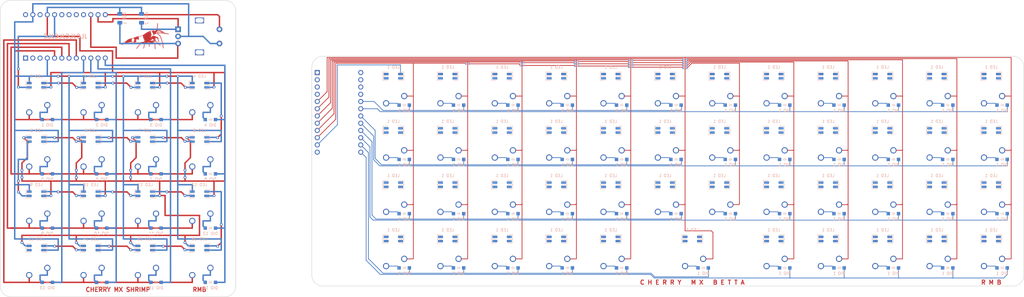
<source format=kicad_pcb>
(kicad_pcb (version 20171130) (host pcbnew "(5.1.9)-1")
  (layers (0 F.Cu signal) (31 B.Cu signal) (34 B.Paste user) (35 F.Paste user) (36 B.SilkS user) (37 F.SilkS user) (38 B.Mask user) (39 F.Mask user) (44 Edge.Cuts user))
  (net 0 "")
  (module Button_Switch_Keyboard:SW_Cherry_MX_2.00u_PCB (layer F.Cu) (at 156.21 120.015 180)
    (fp_text reference "KEY 1" hide)
    (fp_text value SW_Cherry_MX_2.00u_PCB)
    (pad 1 thru_hole circle (at 0 0 180) (size 2.2 2.2) (drill 1.5) (layers *.Cu *.Mask))
    (pad 2 thru_hole circle (at -6.35 2.54 180) (size 2.2 2.2) (drill 1.5) (layers *.Cu *.Mask))
    (pad "" np_thru_hole circle (at -2.54 5.08 180) (size 4 4) (drill 4) (layers *.Cu *.Mask))
    (pad "" np_thru_hole circle (at -7.62 5.08 180) (size 1.7 1.7) (drill 1.7) (layers *.Cu *.Mask))
    (pad "" np_thru_hole circle (at 2.54 5.08 180) (size 1.7 1.7) (drill 1.7) (layers *.Cu *.Mask))
    (pad "" np_thru_hole circle (at 9.36 13.32 180) (size 4 4) (drill 4) (layers *.Cu *.Mask))
    (pad "" np_thru_hole circle (at -14.44 13.32 180) (size 4 4) (drill 4) (layers *.Cu *.Mask))
    (pad "" np_thru_hole circle (at -14.44 -1.92 180) (size 3.05 3.05) (drill 3.05) (layers *.Cu *.Mask))
    (pad "" np_thru_hole circle (at 9.36 -1.92 180) (size 3.05 3.05) (drill 3.05) (layers *.Cu *.Mask))
  )
  (module Diode_SMD:D_SOD-123 (layer B.Cu) (at 162.56 120.65 180)
    (fp_text reference "DIO 1" (at 0 -1.905) (layer B.SilkS) (effects (justify mirror)))
    (fp_text value D_SOD-123)
    (pad 1 smd rect (at -1.8 0 180) (size 1.2 1.2) (layers B.Cu B.Paste B.Mask))
    (pad 2 smd rect (at 1.8 0 180) (size 1.2 1.2) (layers B.Cu B.Paste B.Mask))
  )
  (module "Arduino Pro Micro:SK6812_MINI-E" (layer B.Cu) (at 168.275 53.34 180)
    (fp_text reference "LED 1" (at 0 3.175) (layer B.SilkS) (effects (justify mirror)))
    (fp_text value "SK6812 MINI-E")
    (pad "" np_thru_hole oval (at 1.15 0 180) (size 1 3.75) (drill oval 1 3.75) (layers *.Cu *.Mask))
    (pad "" np_thru_hole oval (at 1.05 0 180) (size 1 3.75) (drill oval 1 3.75) (layers *.Cu *.Mask))
    (pad "" np_thru_hole oval (at 0.95 0 180) (size 1 3.75) (drill oval 1 3.75) (layers *.Cu *.Mask))
    (pad "" np_thru_hole oval (at 0.85 0 180) (size 1 3.75) (drill oval 1 3.75) (layers *.Cu *.Mask))
    (pad "" np_thru_hole oval (at 0.75 0 180) (size 1 3.75) (drill oval 1 3.75) (layers *.Cu *.Mask))
    (pad "" np_thru_hole oval (at 0.65 0 180) (size 1 3.75) (drill oval 1 3.75) (layers *.Cu *.Mask))
    (pad "" np_thru_hole oval (at 0.55 0 180) (size 1 3.75) (drill oval 1 3.75) (layers *.Cu *.Mask))
    (pad "" np_thru_hole oval (at 0.45 0 180) (size 1 3.75) (drill oval 1 3.75) (layers *.Cu *.Mask))
    (pad "" np_thru_hole oval (at 0.35 0 180) (size 1 3.75) (drill oval 1 3.75) (layers *.Cu *.Mask))
    (pad "" np_thru_hole oval (at 0.25 0 180) (size 1 3.75) (drill oval 1 3.75) (layers *.Cu *.Mask))
    (pad "" np_thru_hole oval (at 0.15 0 180) (size 1 3.75) (drill oval 1 3.75) (layers *.Cu *.Mask))
    (pad "" np_thru_hole oval (at 0.05 0 180) (size 1 3.75) (drill oval 1 3.75) (layers *.Cu *.Mask))
    (pad "" np_thru_hole oval (at -0.05 0 180) (size 1 3.75) (drill oval 1 3.75) (layers *.Cu *.Mask))
    (pad "" np_thru_hole oval (at -0.15 0 180) (size 1 3.75) (drill oval 1 3.75) (layers *.Cu *.Mask))
    (pad "" np_thru_hole oval (at -0.25 0 180) (size 1 3.75) (drill oval 1 3.75) (layers *.Cu *.Mask))
    (pad "" np_thru_hole oval (at -0.35 0 180) (size 1 3.75) (drill oval 1 3.75) (layers *.Cu *.Mask))
    (pad "" np_thru_hole oval (at -0.45 0 180) (size 1 3.75) (drill oval 1 3.75) (layers *.Cu *.Mask))
    (pad "" np_thru_hole oval (at -0.55 0 180) (size 1 3.75) (drill oval 1 3.75) (layers *.Cu *.Mask))
    (pad "" np_thru_hole oval (at -0.65 0 180) (size 1 3.75) (drill oval 1 3.75) (layers *.Cu *.Mask))
    (pad "" np_thru_hole oval (at -0.75 0 180) (size 1 3.75) (drill oval 1 3.75) (layers *.Cu *.Mask))
    (pad "" np_thru_hole oval (at -0.85 0 180) (size 1 3.75) (drill oval 1 3.75) (layers *.Cu *.Mask))
    (pad "" np_thru_hole oval (at -0.95 0 180) (size 1 3.75) (drill oval 1 3.75) (layers *.Cu *.Mask))
    (pad "" np_thru_hole oval (at -1.05 0 180) (size 1 3.75) (drill oval 1 3.75) (layers *.Cu *.Mask))
    (pad "" np_thru_hole oval (at -1.15 0 180) (size 1 3.75) (drill oval 1 3.75) (layers *.Cu *.Mask))
    (pad 4 smd rect (at 2.5 -0.75) (size 1.8 0.82) (layers B.Cu B.Mask))
    (pad 3 smd rect (at 2.5 0.75) (size 1.8 0.82) (layers B.Cu B.Mask))
    (pad 2 smd rect (at -2.5 -0.75 180) (size 1.8 0.82) (layers B.Cu B.Mask))
    (pad 1 smd rect (at -2.5 0.75 180) (size 1.8 0.82) (layers B.Cu B.Mask))
  )
  (module Diode_SMD:D_SOD-123 (layer B.Cu) (at 172.085 101.6 180)
    (fp_text reference "DIO 1" (at 0 -1.905) (layer B.SilkS) (effects (justify mirror)))
    (fp_text value D_SOD-123)
    (pad 1 smd rect (at -1.8 0 180) (size 1.2 1.2) (layers B.Cu B.Paste B.Mask))
    (pad 2 smd rect (at 1.8 0 180) (size 1.2 1.2) (layers B.Cu B.Paste B.Mask))
  )
  (module Button_Switch_Keyboard:SW_Cherry_MX_1.00u_PCB (layer F.Cu) (at 165.735 62.865 180)
    (fp_text reference "KEY 1" hide)
    (fp_text value SW_Cherry_MX_1.00u_PCB)
    (pad "" np_thru_hole circle (at 2.54 5.08 180) (size 1.7 1.7) (drill 1.7) (layers *.Cu *.Mask))
    (pad "" np_thru_hole circle (at -7.62 5.08 180) (size 1.7 1.7) (drill 1.7) (layers *.Cu *.Mask))
    (pad "" np_thru_hole circle (at -2.54 5.08 180) (size 4 4) (drill 4) (layers *.Cu *.Mask))
    (pad 2 thru_hole circle (at -6.35 2.54 180) (size 2.2 2.2) (drill 1.5) (layers *.Cu *.Mask))
    (pad 1 thru_hole circle (at 0 0 180) (size 2.2 2.2) (drill 1.5) (layers *.Cu *.Mask))
  )
  (module "Arduino Pro Micro:SK6812_MINI-E" (layer B.Cu) (at 168.275 72.39 180)
    (fp_text reference "LED 1" (at 0 3.175) (layer B.SilkS) (effects (justify mirror)))
    (fp_text value "SK6812 MINI-E")
    (pad "" np_thru_hole oval (at 1.15 0 180) (size 1 3.75) (drill oval 1 3.75) (layers *.Cu *.Mask))
    (pad "" np_thru_hole oval (at 1.05 0 180) (size 1 3.75) (drill oval 1 3.75) (layers *.Cu *.Mask))
    (pad "" np_thru_hole oval (at 0.95 0 180) (size 1 3.75) (drill oval 1 3.75) (layers *.Cu *.Mask))
    (pad "" np_thru_hole oval (at 0.85 0 180) (size 1 3.75) (drill oval 1 3.75) (layers *.Cu *.Mask))
    (pad "" np_thru_hole oval (at 0.75 0 180) (size 1 3.75) (drill oval 1 3.75) (layers *.Cu *.Mask))
    (pad "" np_thru_hole oval (at 0.65 0 180) (size 1 3.75) (drill oval 1 3.75) (layers *.Cu *.Mask))
    (pad "" np_thru_hole oval (at 0.55 0 180) (size 1 3.75) (drill oval 1 3.75) (layers *.Cu *.Mask))
    (pad "" np_thru_hole oval (at 0.45 0 180) (size 1 3.75) (drill oval 1 3.75) (layers *.Cu *.Mask))
    (pad "" np_thru_hole oval (at 0.35 0 180) (size 1 3.75) (drill oval 1 3.75) (layers *.Cu *.Mask))
    (pad "" np_thru_hole oval (at 0.25 0 180) (size 1 3.75) (drill oval 1 3.75) (layers *.Cu *.Mask))
    (pad "" np_thru_hole oval (at 0.15 0 180) (size 1 3.75) (drill oval 1 3.75) (layers *.Cu *.Mask))
    (pad "" np_thru_hole oval (at 0.05 0 180) (size 1 3.75) (drill oval 1 3.75) (layers *.Cu *.Mask))
    (pad "" np_thru_hole oval (at -0.05 0 180) (size 1 3.75) (drill oval 1 3.75) (layers *.Cu *.Mask))
    (pad "" np_thru_hole oval (at -0.15 0 180) (size 1 3.75) (drill oval 1 3.75) (layers *.Cu *.Mask))
    (pad "" np_thru_hole oval (at -0.25 0 180) (size 1 3.75) (drill oval 1 3.75) (layers *.Cu *.Mask))
    (pad "" np_thru_hole oval (at -0.35 0 180) (size 1 3.75) (drill oval 1 3.75) (layers *.Cu *.Mask))
    (pad "" np_thru_hole oval (at -0.45 0 180) (size 1 3.75) (drill oval 1 3.75) (layers *.Cu *.Mask))
    (pad "" np_thru_hole oval (at -0.55 0 180) (size 1 3.75) (drill oval 1 3.75) (layers *.Cu *.Mask))
    (pad "" np_thru_hole oval (at -0.65 0 180) (size 1 3.75) (drill oval 1 3.75) (layers *.Cu *.Mask))
    (pad "" np_thru_hole oval (at -0.75 0 180) (size 1 3.75) (drill oval 1 3.75) (layers *.Cu *.Mask))
    (pad "" np_thru_hole oval (at -0.85 0 180) (size 1 3.75) (drill oval 1 3.75) (layers *.Cu *.Mask))
    (pad "" np_thru_hole oval (at -0.95 0 180) (size 1 3.75) (drill oval 1 3.75) (layers *.Cu *.Mask))
    (pad "" np_thru_hole oval (at -1.05 0 180) (size 1 3.75) (drill oval 1 3.75) (layers *.Cu *.Mask))
    (pad "" np_thru_hole oval (at -1.15 0 180) (size 1 3.75) (drill oval 1 3.75) (layers *.Cu *.Mask))
    (pad 4 smd rect (at 2.5 -0.75) (size 1.8 0.82) (layers B.Cu B.Mask))
    (pad 3 smd rect (at 2.5 0.75) (size 1.8 0.82) (layers B.Cu B.Mask))
    (pad 2 smd rect (at -2.5 -0.75 180) (size 1.8 0.82) (layers B.Cu B.Mask))
    (pad 1 smd rect (at -2.5 0.75 180) (size 1.8 0.82) (layers B.Cu B.Mask))
  )
  (module "Arduino Pro Micro:SK6812_MINI-E" (layer B.Cu) (at 168.275 91.44 180)
    (fp_text reference "LED 1" (at 0 3.175) (layer B.SilkS) (effects (justify mirror)))
    (fp_text value "SK6812 MINI-E")
    (pad 1 smd rect (at -2.5 0.75 180) (size 1.8 0.82) (layers B.Cu B.Mask))
    (pad 2 smd rect (at -2.5 -0.75 180) (size 1.8 0.82) (layers B.Cu B.Mask))
    (pad 3 smd rect (at 2.5 0.75) (size 1.8 0.82) (layers B.Cu B.Mask))
    (pad 4 smd rect (at 2.5 -0.75) (size 1.8 0.82) (layers B.Cu B.Mask))
    (pad "" np_thru_hole oval (at -1.15 0 180) (size 1 3.75) (drill oval 1 3.75) (layers *.Cu *.Mask))
    (pad "" np_thru_hole oval (at -1.05 0 180) (size 1 3.75) (drill oval 1 3.75) (layers *.Cu *.Mask))
    (pad "" np_thru_hole oval (at -0.95 0 180) (size 1 3.75) (drill oval 1 3.75) (layers *.Cu *.Mask))
    (pad "" np_thru_hole oval (at -0.85 0 180) (size 1 3.75) (drill oval 1 3.75) (layers *.Cu *.Mask))
    (pad "" np_thru_hole oval (at -0.75 0 180) (size 1 3.75) (drill oval 1 3.75) (layers *.Cu *.Mask))
    (pad "" np_thru_hole oval (at -0.65 0 180) (size 1 3.75) (drill oval 1 3.75) (layers *.Cu *.Mask))
    (pad "" np_thru_hole oval (at -0.55 0 180) (size 1 3.75) (drill oval 1 3.75) (layers *.Cu *.Mask))
    (pad "" np_thru_hole oval (at -0.45 0 180) (size 1 3.75) (drill oval 1 3.75) (layers *.Cu *.Mask))
    (pad "" np_thru_hole oval (at -0.35 0 180) (size 1 3.75) (drill oval 1 3.75) (layers *.Cu *.Mask))
    (pad "" np_thru_hole oval (at -0.25 0 180) (size 1 3.75) (drill oval 1 3.75) (layers *.Cu *.Mask))
    (pad "" np_thru_hole oval (at -0.15 0 180) (size 1 3.75) (drill oval 1 3.75) (layers *.Cu *.Mask))
    (pad "" np_thru_hole oval (at -0.05 0 180) (size 1 3.75) (drill oval 1 3.75) (layers *.Cu *.Mask))
    (pad "" np_thru_hole oval (at 0.05 0 180) (size 1 3.75) (drill oval 1 3.75) (layers *.Cu *.Mask))
    (pad "" np_thru_hole oval (at 0.15 0 180) (size 1 3.75) (drill oval 1 3.75) (layers *.Cu *.Mask))
    (pad "" np_thru_hole oval (at 0.25 0 180) (size 1 3.75) (drill oval 1 3.75) (layers *.Cu *.Mask))
    (pad "" np_thru_hole oval (at 0.35 0 180) (size 1 3.75) (drill oval 1 3.75) (layers *.Cu *.Mask))
    (pad "" np_thru_hole oval (at 0.45 0 180) (size 1 3.75) (drill oval 1 3.75) (layers *.Cu *.Mask))
    (pad "" np_thru_hole oval (at 0.55 0 180) (size 1 3.75) (drill oval 1 3.75) (layers *.Cu *.Mask))
    (pad "" np_thru_hole oval (at 0.65 0 180) (size 1 3.75) (drill oval 1 3.75) (layers *.Cu *.Mask))
    (pad "" np_thru_hole oval (at 0.75 0 180) (size 1 3.75) (drill oval 1 3.75) (layers *.Cu *.Mask))
    (pad "" np_thru_hole oval (at 0.85 0 180) (size 1 3.75) (drill oval 1 3.75) (layers *.Cu *.Mask))
    (pad "" np_thru_hole oval (at 0.95 0 180) (size 1 3.75) (drill oval 1 3.75) (layers *.Cu *.Mask))
    (pad "" np_thru_hole oval (at 1.05 0 180) (size 1 3.75) (drill oval 1 3.75) (layers *.Cu *.Mask))
    (pad "" np_thru_hole oval (at 1.15 0 180) (size 1 3.75) (drill oval 1 3.75) (layers *.Cu *.Mask))
  )
  (module Diode_SMD:D_SOD-123 (layer B.Cu) (at 172.085 82.55 180)
    (fp_text reference "DIO 1" (at 0 -1.905) (layer B.SilkS) (effects (justify mirror)))
    (fp_text value D_SOD-123)
    (pad 2 smd rect (at 1.8 0 180) (size 1.2 1.2) (layers B.Cu B.Paste B.Mask))
    (pad 1 smd rect (at -1.8 0 180) (size 1.2 1.2) (layers B.Cu B.Paste B.Mask))
  )
  (module Button_Switch_Keyboard:SW_Cherry_MX_1.00u_PCB (layer F.Cu) (at 165.735 81.915 180)
    (fp_text reference "KEY 1" hide)
    (fp_text value SW_Cherry_MX_1.00u_PCB)
    (pad "" np_thru_hole circle (at 2.54 5.08 180) (size 1.7 1.7) (drill 1.7) (layers *.Cu *.Mask))
    (pad "" np_thru_hole circle (at -7.62 5.08 180) (size 1.7 1.7) (drill 1.7) (layers *.Cu *.Mask))
    (pad "" np_thru_hole circle (at -2.54 5.08 180) (size 4 4) (drill 4) (layers *.Cu *.Mask))
    (pad 2 thru_hole circle (at -6.35 2.54 180) (size 2.2 2.2) (drill 1.5) (layers *.Cu *.Mask))
    (pad 1 thru_hole circle (at 0 0 180) (size 2.2 2.2) (drill 1.5) (layers *.Cu *.Mask))
  )
  (module Button_Switch_Keyboard:SW_Cherry_MX_1.00u_PCB (layer F.Cu) (at 165.735 100.965 180)
    (fp_text reference "KEY 1" hide)
    (fp_text value SW_Cherry_MX_1.00u_PCB)
    (pad 1 thru_hole circle (at 0 0 180) (size 2.2 2.2) (drill 1.5) (layers *.Cu *.Mask))
    (pad 2 thru_hole circle (at -6.35 2.54 180) (size 2.2 2.2) (drill 1.5) (layers *.Cu *.Mask))
    (pad "" np_thru_hole circle (at -2.54 5.08 180) (size 4 4) (drill 4) (layers *.Cu *.Mask))
    (pad "" np_thru_hole circle (at -7.62 5.08 180) (size 1.7 1.7) (drill 1.7) (layers *.Cu *.Mask))
    (pad "" np_thru_hole circle (at 2.54 5.08 180) (size 1.7 1.7) (drill 1.7) (layers *.Cu *.Mask))
  )
  (module Diode_SMD:D_SOD-123 (layer B.Cu) (at 172.085 63.5 180)
    (fp_text reference "DIO 1" (at 0 -1.905) (layer B.SilkS) (effects (justify mirror)))
    (fp_text value D_SOD-123)
    (pad 2 smd rect (at 1.8 0 180) (size 1.2 1.2) (layers B.Cu B.Paste B.Mask))
    (pad 1 smd rect (at -1.8 0 180) (size 1.2 1.2) (layers B.Cu B.Paste B.Mask))
  )
  (module "Arduino Pro Micro:SK6812_MINI-E" (layer B.Cu) (at 149.225 53.34 180)
    (fp_text reference "LED 1" (at 0 3.175) (layer B.SilkS) (effects (justify mirror)))
    (fp_text value "SK6812 MINI-E")
    (pad "" np_thru_hole oval (at 1.15 0 180) (size 1 3.75) (drill oval 1 3.75) (layers *.Cu *.Mask))
    (pad "" np_thru_hole oval (at 1.05 0 180) (size 1 3.75) (drill oval 1 3.75) (layers *.Cu *.Mask))
    (pad "" np_thru_hole oval (at 0.95 0 180) (size 1 3.75) (drill oval 1 3.75) (layers *.Cu *.Mask))
    (pad "" np_thru_hole oval (at 0.85 0 180) (size 1 3.75) (drill oval 1 3.75) (layers *.Cu *.Mask))
    (pad "" np_thru_hole oval (at 0.75 0 180) (size 1 3.75) (drill oval 1 3.75) (layers *.Cu *.Mask))
    (pad "" np_thru_hole oval (at 0.65 0 180) (size 1 3.75) (drill oval 1 3.75) (layers *.Cu *.Mask))
    (pad "" np_thru_hole oval (at 0.55 0 180) (size 1 3.75) (drill oval 1 3.75) (layers *.Cu *.Mask))
    (pad "" np_thru_hole oval (at 0.45 0 180) (size 1 3.75) (drill oval 1 3.75) (layers *.Cu *.Mask))
    (pad "" np_thru_hole oval (at 0.35 0 180) (size 1 3.75) (drill oval 1 3.75) (layers *.Cu *.Mask))
    (pad "" np_thru_hole oval (at 0.25 0 180) (size 1 3.75) (drill oval 1 3.75) (layers *.Cu *.Mask))
    (pad "" np_thru_hole oval (at 0.15 0 180) (size 1 3.75) (drill oval 1 3.75) (layers *.Cu *.Mask))
    (pad "" np_thru_hole oval (at 0.05 0 180) (size 1 3.75) (drill oval 1 3.75) (layers *.Cu *.Mask))
    (pad "" np_thru_hole oval (at -0.05 0 180) (size 1 3.75) (drill oval 1 3.75) (layers *.Cu *.Mask))
    (pad "" np_thru_hole oval (at -0.15 0 180) (size 1 3.75) (drill oval 1 3.75) (layers *.Cu *.Mask))
    (pad "" np_thru_hole oval (at -0.25 0 180) (size 1 3.75) (drill oval 1 3.75) (layers *.Cu *.Mask))
    (pad "" np_thru_hole oval (at -0.35 0 180) (size 1 3.75) (drill oval 1 3.75) (layers *.Cu *.Mask))
    (pad "" np_thru_hole oval (at -0.45 0 180) (size 1 3.75) (drill oval 1 3.75) (layers *.Cu *.Mask))
    (pad "" np_thru_hole oval (at -0.55 0 180) (size 1 3.75) (drill oval 1 3.75) (layers *.Cu *.Mask))
    (pad "" np_thru_hole oval (at -0.65 0 180) (size 1 3.75) (drill oval 1 3.75) (layers *.Cu *.Mask))
    (pad "" np_thru_hole oval (at -0.75 0 180) (size 1 3.75) (drill oval 1 3.75) (layers *.Cu *.Mask))
    (pad "" np_thru_hole oval (at -0.85 0 180) (size 1 3.75) (drill oval 1 3.75) (layers *.Cu *.Mask))
    (pad "" np_thru_hole oval (at -0.95 0 180) (size 1 3.75) (drill oval 1 3.75) (layers *.Cu *.Mask))
    (pad "" np_thru_hole oval (at -1.05 0 180) (size 1 3.75) (drill oval 1 3.75) (layers *.Cu *.Mask))
    (pad "" np_thru_hole oval (at -1.15 0 180) (size 1 3.75) (drill oval 1 3.75) (layers *.Cu *.Mask))
    (pad 4 smd rect (at 2.5 -0.75) (size 1.8 0.82) (layers B.Cu B.Mask))
    (pad 3 smd rect (at 2.5 0.75) (size 1.8 0.82) (layers B.Cu B.Mask))
    (pad 2 smd rect (at -2.5 -0.75 180) (size 1.8 0.82) (layers B.Cu B.Mask))
    (pad 1 smd rect (at -2.5 0.75 180) (size 1.8 0.82) (layers B.Cu B.Mask))
  )
  (module Diode_SMD:D_SOD-123 (layer B.Cu) (at 153.035 101.6 180)
    (fp_text reference "DIO 1" (at 0 -1.905) (layer B.SilkS) (effects (justify mirror)))
    (fp_text value D_SOD-123)
    (pad 1 smd rect (at -1.8 0 180) (size 1.2 1.2) (layers B.Cu B.Paste B.Mask))
    (pad 2 smd rect (at 1.8 0 180) (size 1.2 1.2) (layers B.Cu B.Paste B.Mask))
  )
  (module Button_Switch_Keyboard:SW_Cherry_MX_1.00u_PCB (layer F.Cu) (at 146.685 62.865 180)
    (fp_text reference "KEY 1" hide)
    (fp_text value SW_Cherry_MX_1.00u_PCB)
    (pad "" np_thru_hole circle (at 2.54 5.08 180) (size 1.7 1.7) (drill 1.7) (layers *.Cu *.Mask))
    (pad "" np_thru_hole circle (at -7.62 5.08 180) (size 1.7 1.7) (drill 1.7) (layers *.Cu *.Mask))
    (pad "" np_thru_hole circle (at -2.54 5.08 180) (size 4 4) (drill 4) (layers *.Cu *.Mask))
    (pad 2 thru_hole circle (at -6.35 2.54 180) (size 2.2 2.2) (drill 1.5) (layers *.Cu *.Mask))
    (pad 1 thru_hole circle (at 0 0 180) (size 2.2 2.2) (drill 1.5) (layers *.Cu *.Mask))
  )
  (module "Arduino Pro Micro:SK6812_MINI-E" (layer B.Cu) (at 149.225 72.39 180)
    (fp_text reference "LED 1" (at 0 3.175) (layer B.SilkS) (effects (justify mirror)))
    (fp_text value "SK6812 MINI-E")
    (pad "" np_thru_hole oval (at 1.15 0 180) (size 1 3.75) (drill oval 1 3.75) (layers *.Cu *.Mask))
    (pad "" np_thru_hole oval (at 1.05 0 180) (size 1 3.75) (drill oval 1 3.75) (layers *.Cu *.Mask))
    (pad "" np_thru_hole oval (at 0.95 0 180) (size 1 3.75) (drill oval 1 3.75) (layers *.Cu *.Mask))
    (pad "" np_thru_hole oval (at 0.85 0 180) (size 1 3.75) (drill oval 1 3.75) (layers *.Cu *.Mask))
    (pad "" np_thru_hole oval (at 0.75 0 180) (size 1 3.75) (drill oval 1 3.75) (layers *.Cu *.Mask))
    (pad "" np_thru_hole oval (at 0.65 0 180) (size 1 3.75) (drill oval 1 3.75) (layers *.Cu *.Mask))
    (pad "" np_thru_hole oval (at 0.55 0 180) (size 1 3.75) (drill oval 1 3.75) (layers *.Cu *.Mask))
    (pad "" np_thru_hole oval (at 0.45 0 180) (size 1 3.75) (drill oval 1 3.75) (layers *.Cu *.Mask))
    (pad "" np_thru_hole oval (at 0.35 0 180) (size 1 3.75) (drill oval 1 3.75) (layers *.Cu *.Mask))
    (pad "" np_thru_hole oval (at 0.25 0 180) (size 1 3.75) (drill oval 1 3.75) (layers *.Cu *.Mask))
    (pad "" np_thru_hole oval (at 0.15 0 180) (size 1 3.75) (drill oval 1 3.75) (layers *.Cu *.Mask))
    (pad "" np_thru_hole oval (at 0.05 0 180) (size 1 3.75) (drill oval 1 3.75) (layers *.Cu *.Mask))
    (pad "" np_thru_hole oval (at -0.05 0 180) (size 1 3.75) (drill oval 1 3.75) (layers *.Cu *.Mask))
    (pad "" np_thru_hole oval (at -0.15 0 180) (size 1 3.75) (drill oval 1 3.75) (layers *.Cu *.Mask))
    (pad "" np_thru_hole oval (at -0.25 0 180) (size 1 3.75) (drill oval 1 3.75) (layers *.Cu *.Mask))
    (pad "" np_thru_hole oval (at -0.35 0 180) (size 1 3.75) (drill oval 1 3.75) (layers *.Cu *.Mask))
    (pad "" np_thru_hole oval (at -0.45 0 180) (size 1 3.75) (drill oval 1 3.75) (layers *.Cu *.Mask))
    (pad "" np_thru_hole oval (at -0.55 0 180) (size 1 3.75) (drill oval 1 3.75) (layers *.Cu *.Mask))
    (pad "" np_thru_hole oval (at -0.65 0 180) (size 1 3.75) (drill oval 1 3.75) (layers *.Cu *.Mask))
    (pad "" np_thru_hole oval (at -0.75 0 180) (size 1 3.75) (drill oval 1 3.75) (layers *.Cu *.Mask))
    (pad "" np_thru_hole oval (at -0.85 0 180) (size 1 3.75) (drill oval 1 3.75) (layers *.Cu *.Mask))
    (pad "" np_thru_hole oval (at -0.95 0 180) (size 1 3.75) (drill oval 1 3.75) (layers *.Cu *.Mask))
    (pad "" np_thru_hole oval (at -1.05 0 180) (size 1 3.75) (drill oval 1 3.75) (layers *.Cu *.Mask))
    (pad "" np_thru_hole oval (at -1.15 0 180) (size 1 3.75) (drill oval 1 3.75) (layers *.Cu *.Mask))
    (pad 4 smd rect (at 2.5 -0.75) (size 1.8 0.82) (layers B.Cu B.Mask))
    (pad 3 smd rect (at 2.5 0.75) (size 1.8 0.82) (layers B.Cu B.Mask))
    (pad 2 smd rect (at -2.5 -0.75 180) (size 1.8 0.82) (layers B.Cu B.Mask))
    (pad 1 smd rect (at -2.5 0.75 180) (size 1.8 0.82) (layers B.Cu B.Mask))
  )
  (module "Arduino Pro Micro:SK6812_MINI-E" (layer B.Cu) (at 149.225 91.44 180)
    (fp_text reference "LED 1" (at 0 3.175) (layer B.SilkS) (effects (justify mirror)))
    (fp_text value "SK6812 MINI-E")
    (pad 1 smd rect (at -2.5 0.75 180) (size 1.8 0.82) (layers B.Cu B.Mask))
    (pad 2 smd rect (at -2.5 -0.75 180) (size 1.8 0.82) (layers B.Cu B.Mask))
    (pad 3 smd rect (at 2.5 0.75) (size 1.8 0.82) (layers B.Cu B.Mask))
    (pad 4 smd rect (at 2.5 -0.75) (size 1.8 0.82) (layers B.Cu B.Mask))
    (pad "" np_thru_hole oval (at -1.15 0 180) (size 1 3.75) (drill oval 1 3.75) (layers *.Cu *.Mask))
    (pad "" np_thru_hole oval (at -1.05 0 180) (size 1 3.75) (drill oval 1 3.75) (layers *.Cu *.Mask))
    (pad "" np_thru_hole oval (at -0.95 0 180) (size 1 3.75) (drill oval 1 3.75) (layers *.Cu *.Mask))
    (pad "" np_thru_hole oval (at -0.85 0 180) (size 1 3.75) (drill oval 1 3.75) (layers *.Cu *.Mask))
    (pad "" np_thru_hole oval (at -0.75 0 180) (size 1 3.75) (drill oval 1 3.75) (layers *.Cu *.Mask))
    (pad "" np_thru_hole oval (at -0.65 0 180) (size 1 3.75) (drill oval 1 3.75) (layers *.Cu *.Mask))
    (pad "" np_thru_hole oval (at -0.55 0 180) (size 1 3.75) (drill oval 1 3.75) (layers *.Cu *.Mask))
    (pad "" np_thru_hole oval (at -0.45 0 180) (size 1 3.75) (drill oval 1 3.75) (layers *.Cu *.Mask))
    (pad "" np_thru_hole oval (at -0.35 0 180) (size 1 3.75) (drill oval 1 3.75) (layers *.Cu *.Mask))
    (pad "" np_thru_hole oval (at -0.25 0 180) (size 1 3.75) (drill oval 1 3.75) (layers *.Cu *.Mask))
    (pad "" np_thru_hole oval (at -0.15 0 180) (size 1 3.75) (drill oval 1 3.75) (layers *.Cu *.Mask))
    (pad "" np_thru_hole oval (at -0.05 0 180) (size 1 3.75) (drill oval 1 3.75) (layers *.Cu *.Mask))
    (pad "" np_thru_hole oval (at 0.05 0 180) (size 1 3.75) (drill oval 1 3.75) (layers *.Cu *.Mask))
    (pad "" np_thru_hole oval (at 0.15 0 180) (size 1 3.75) (drill oval 1 3.75) (layers *.Cu *.Mask))
    (pad "" np_thru_hole oval (at 0.25 0 180) (size 1 3.75) (drill oval 1 3.75) (layers *.Cu *.Mask))
    (pad "" np_thru_hole oval (at 0.35 0 180) (size 1 3.75) (drill oval 1 3.75) (layers *.Cu *.Mask))
    (pad "" np_thru_hole oval (at 0.45 0 180) (size 1 3.75) (drill oval 1 3.75) (layers *.Cu *.Mask))
    (pad "" np_thru_hole oval (at 0.55 0 180) (size 1 3.75) (drill oval 1 3.75) (layers *.Cu *.Mask))
    (pad "" np_thru_hole oval (at 0.65 0 180) (size 1 3.75) (drill oval 1 3.75) (layers *.Cu *.Mask))
    (pad "" np_thru_hole oval (at 0.75 0 180) (size 1 3.75) (drill oval 1 3.75) (layers *.Cu *.Mask))
    (pad "" np_thru_hole oval (at 0.85 0 180) (size 1 3.75) (drill oval 1 3.75) (layers *.Cu *.Mask))
    (pad "" np_thru_hole oval (at 0.95 0 180) (size 1 3.75) (drill oval 1 3.75) (layers *.Cu *.Mask))
    (pad "" np_thru_hole oval (at 1.05 0 180) (size 1 3.75) (drill oval 1 3.75) (layers *.Cu *.Mask))
    (pad "" np_thru_hole oval (at 1.15 0 180) (size 1 3.75) (drill oval 1 3.75) (layers *.Cu *.Mask))
  )
  (module Diode_SMD:D_SOD-123 (layer B.Cu) (at 153.035 82.55 180)
    (fp_text reference "DIO 1" (at 0 -1.905) (layer B.SilkS) (effects (justify mirror)))
    (fp_text value D_SOD-123)
    (pad 2 smd rect (at 1.8 0 180) (size 1.2 1.2) (layers B.Cu B.Paste B.Mask))
    (pad 1 smd rect (at -1.8 0 180) (size 1.2 1.2) (layers B.Cu B.Paste B.Mask))
  )
  (module Button_Switch_Keyboard:SW_Cherry_MX_1.00u_PCB (layer F.Cu) (at 146.685 81.915 180)
    (fp_text reference "KEY 1" hide)
    (fp_text value SW_Cherry_MX_1.00u_PCB)
    (pad "" np_thru_hole circle (at 2.54 5.08 180) (size 1.7 1.7) (drill 1.7) (layers *.Cu *.Mask))
    (pad "" np_thru_hole circle (at -7.62 5.08 180) (size 1.7 1.7) (drill 1.7) (layers *.Cu *.Mask))
    (pad "" np_thru_hole circle (at -2.54 5.08 180) (size 4 4) (drill 4) (layers *.Cu *.Mask))
    (pad 2 thru_hole circle (at -6.35 2.54 180) (size 2.2 2.2) (drill 1.5) (layers *.Cu *.Mask))
    (pad 1 thru_hole circle (at 0 0 180) (size 2.2 2.2) (drill 1.5) (layers *.Cu *.Mask))
  )
  (module Button_Switch_Keyboard:SW_Cherry_MX_1.00u_PCB (layer F.Cu) (at 146.685 100.965 180)
    (fp_text reference "KEY 1" hide)
    (fp_text value SW_Cherry_MX_1.00u_PCB)
    (pad 1 thru_hole circle (at 0 0 180) (size 2.2 2.2) (drill 1.5) (layers *.Cu *.Mask))
    (pad 2 thru_hole circle (at -6.35 2.54 180) (size 2.2 2.2) (drill 1.5) (layers *.Cu *.Mask))
    (pad "" np_thru_hole circle (at -2.54 5.08 180) (size 4 4) (drill 4) (layers *.Cu *.Mask))
    (pad "" np_thru_hole circle (at -7.62 5.08 180) (size 1.7 1.7) (drill 1.7) (layers *.Cu *.Mask))
    (pad "" np_thru_hole circle (at 2.54 5.08 180) (size 1.7 1.7) (drill 1.7) (layers *.Cu *.Mask))
  )
  (module Diode_SMD:D_SOD-123 (layer B.Cu) (at 153.035 63.5 180)
    (fp_text reference "DIO 1" (at 0 -1.905) (layer B.SilkS) (effects (justify mirror)))
    (fp_text value D_SOD-123)
    (pad 2 smd rect (at 1.8 0 180) (size 1.2 1.2) (layers B.Cu B.Paste B.Mask))
    (pad 1 smd rect (at -1.8 0 180) (size 1.2 1.2) (layers B.Cu B.Paste B.Mask))
  )
  (module "Arduino Pro Micro:SK6812_MINI-E" (layer B.Cu) (at 263.525 53.34 180)
    (fp_text reference "LED 1" (at 0 3.175) (layer B.SilkS) (effects (justify mirror)))
    (fp_text value "SK6812 MINI-E")
    (pad 1 smd rect (at -2.5 0.75 180) (size 1.8 0.82) (layers B.Cu B.Mask))
    (pad 2 smd rect (at -2.5 -0.75 180) (size 1.8 0.82) (layers B.Cu B.Mask))
    (pad 3 smd rect (at 2.5 0.75) (size 1.8 0.82) (layers B.Cu B.Mask))
    (pad 4 smd rect (at 2.5 -0.75) (size 1.8 0.82) (layers B.Cu B.Mask))
    (pad "" np_thru_hole oval (at -1.15 0 180) (size 1 3.75) (drill oval 1 3.75) (layers *.Cu *.Mask))
    (pad "" np_thru_hole oval (at -1.05 0 180) (size 1 3.75) (drill oval 1 3.75) (layers *.Cu *.Mask))
    (pad "" np_thru_hole oval (at -0.95 0 180) (size 1 3.75) (drill oval 1 3.75) (layers *.Cu *.Mask))
    (pad "" np_thru_hole oval (at -0.85 0 180) (size 1 3.75) (drill oval 1 3.75) (layers *.Cu *.Mask))
    (pad "" np_thru_hole oval (at -0.75 0 180) (size 1 3.75) (drill oval 1 3.75) (layers *.Cu *.Mask))
    (pad "" np_thru_hole oval (at -0.65 0 180) (size 1 3.75) (drill oval 1 3.75) (layers *.Cu *.Mask))
    (pad "" np_thru_hole oval (at -0.55 0 180) (size 1 3.75) (drill oval 1 3.75) (layers *.Cu *.Mask))
    (pad "" np_thru_hole oval (at -0.45 0 180) (size 1 3.75) (drill oval 1 3.75) (layers *.Cu *.Mask))
    (pad "" np_thru_hole oval (at -0.35 0 180) (size 1 3.75) (drill oval 1 3.75) (layers *.Cu *.Mask))
    (pad "" np_thru_hole oval (at -0.25 0 180) (size 1 3.75) (drill oval 1 3.75) (layers *.Cu *.Mask))
    (pad "" np_thru_hole oval (at -0.15 0 180) (size 1 3.75) (drill oval 1 3.75) (layers *.Cu *.Mask))
    (pad "" np_thru_hole oval (at -0.05 0 180) (size 1 3.75) (drill oval 1 3.75) (layers *.Cu *.Mask))
    (pad "" np_thru_hole oval (at 0.05 0 180) (size 1 3.75) (drill oval 1 3.75) (layers *.Cu *.Mask))
    (pad "" np_thru_hole oval (at 0.15 0 180) (size 1 3.75) (drill oval 1 3.75) (layers *.Cu *.Mask))
    (pad "" np_thru_hole oval (at 0.25 0 180) (size 1 3.75) (drill oval 1 3.75) (layers *.Cu *.Mask))
    (pad "" np_thru_hole oval (at 0.35 0 180) (size 1 3.75) (drill oval 1 3.75) (layers *.Cu *.Mask))
    (pad "" np_thru_hole oval (at 0.45 0 180) (size 1 3.75) (drill oval 1 3.75) (layers *.Cu *.Mask))
    (pad "" np_thru_hole oval (at 0.55 0 180) (size 1 3.75) (drill oval 1 3.75) (layers *.Cu *.Mask))
    (pad "" np_thru_hole oval (at 0.65 0 180) (size 1 3.75) (drill oval 1 3.75) (layers *.Cu *.Mask))
    (pad "" np_thru_hole oval (at 0.75 0 180) (size 1 3.75) (drill oval 1 3.75) (layers *.Cu *.Mask))
    (pad "" np_thru_hole oval (at 0.85 0 180) (size 1 3.75) (drill oval 1 3.75) (layers *.Cu *.Mask))
    (pad "" np_thru_hole oval (at 0.95 0 180) (size 1 3.75) (drill oval 1 3.75) (layers *.Cu *.Mask))
    (pad "" np_thru_hole oval (at 1.05 0 180) (size 1 3.75) (drill oval 1 3.75) (layers *.Cu *.Mask))
    (pad "" np_thru_hole oval (at 1.15 0 180) (size 1 3.75) (drill oval 1 3.75) (layers *.Cu *.Mask))
  )
  (module Button_Switch_Keyboard:SW_Cherry_MX_1.00u_PCB (layer F.Cu) (at 260.985 62.865 180)
    (fp_text reference "KEY 1" hide)
    (fp_text value SW_Cherry_MX_1.00u_PCB)
    (pad 1 thru_hole circle (at 0 0 180) (size 2.2 2.2) (drill 1.5) (layers *.Cu *.Mask))
    (pad 2 thru_hole circle (at -6.35 2.54 180) (size 2.2 2.2) (drill 1.5) (layers *.Cu *.Mask))
    (pad "" np_thru_hole circle (at -2.54 5.08 180) (size 4 4) (drill 4) (layers *.Cu *.Mask))
    (pad "" np_thru_hole circle (at -7.62 5.08 180) (size 1.7 1.7) (drill 1.7) (layers *.Cu *.Mask))
    (pad "" np_thru_hole circle (at 2.54 5.08 180) (size 1.7 1.7) (drill 1.7) (layers *.Cu *.Mask))
  )
  (module Button_Switch_Keyboard:SW_Cherry_MX_1.00u_PCB (layer F.Cu) (at 260.985 100.965 180)
    (fp_text reference "KEY 1" hide)
    (fp_text value SW_Cherry_MX_1.00u_PCB)
    (pad "" np_thru_hole circle (at 2.54 5.08 180) (size 1.7 1.7) (drill 1.7) (layers *.Cu *.Mask))
    (pad "" np_thru_hole circle (at -7.62 5.08 180) (size 1.7 1.7) (drill 1.7) (layers *.Cu *.Mask))
    (pad "" np_thru_hole circle (at -2.54 5.08 180) (size 4 4) (drill 4) (layers *.Cu *.Mask))
    (pad 2 thru_hole circle (at -6.35 2.54 180) (size 2.2 2.2) (drill 1.5) (layers *.Cu *.Mask))
    (pad 1 thru_hole circle (at 0 0 180) (size 2.2 2.2) (drill 1.5) (layers *.Cu *.Mask))
  )
  (module "Arduino Pro Micro:SK6812_MINI-E" (layer B.Cu) (at 263.525 91.44 180)
    (fp_text reference "LED 1" (at 0 3.175) (layer B.SilkS) (effects (justify mirror)))
    (fp_text value "SK6812 MINI-E")
    (pad "" np_thru_hole oval (at 1.15 0 180) (size 1 3.75) (drill oval 1 3.75) (layers *.Cu *.Mask))
    (pad "" np_thru_hole oval (at 1.05 0 180) (size 1 3.75) (drill oval 1 3.75) (layers *.Cu *.Mask))
    (pad "" np_thru_hole oval (at 0.95 0 180) (size 1 3.75) (drill oval 1 3.75) (layers *.Cu *.Mask))
    (pad "" np_thru_hole oval (at 0.85 0 180) (size 1 3.75) (drill oval 1 3.75) (layers *.Cu *.Mask))
    (pad "" np_thru_hole oval (at 0.75 0 180) (size 1 3.75) (drill oval 1 3.75) (layers *.Cu *.Mask))
    (pad "" np_thru_hole oval (at 0.65 0 180) (size 1 3.75) (drill oval 1 3.75) (layers *.Cu *.Mask))
    (pad "" np_thru_hole oval (at 0.55 0 180) (size 1 3.75) (drill oval 1 3.75) (layers *.Cu *.Mask))
    (pad "" np_thru_hole oval (at 0.45 0 180) (size 1 3.75) (drill oval 1 3.75) (layers *.Cu *.Mask))
    (pad "" np_thru_hole oval (at 0.35 0 180) (size 1 3.75) (drill oval 1 3.75) (layers *.Cu *.Mask))
    (pad "" np_thru_hole oval (at 0.25 0 180) (size 1 3.75) (drill oval 1 3.75) (layers *.Cu *.Mask))
    (pad "" np_thru_hole oval (at 0.15 0 180) (size 1 3.75) (drill oval 1 3.75) (layers *.Cu *.Mask))
    (pad "" np_thru_hole oval (at 0.05 0 180) (size 1 3.75) (drill oval 1 3.75) (layers *.Cu *.Mask))
    (pad "" np_thru_hole oval (at -0.05 0 180) (size 1 3.75) (drill oval 1 3.75) (layers *.Cu *.Mask))
    (pad "" np_thru_hole oval (at -0.15 0 180) (size 1 3.75) (drill oval 1 3.75) (layers *.Cu *.Mask))
    (pad "" np_thru_hole oval (at -0.25 0 180) (size 1 3.75) (drill oval 1 3.75) (layers *.Cu *.Mask))
    (pad "" np_thru_hole oval (at -0.35 0 180) (size 1 3.75) (drill oval 1 3.75) (layers *.Cu *.Mask))
    (pad "" np_thru_hole oval (at -0.45 0 180) (size 1 3.75) (drill oval 1 3.75) (layers *.Cu *.Mask))
    (pad "" np_thru_hole oval (at -0.55 0 180) (size 1 3.75) (drill oval 1 3.75) (layers *.Cu *.Mask))
    (pad "" np_thru_hole oval (at -0.65 0 180) (size 1 3.75) (drill oval 1 3.75) (layers *.Cu *.Mask))
    (pad "" np_thru_hole oval (at -0.75 0 180) (size 1 3.75) (drill oval 1 3.75) (layers *.Cu *.Mask))
    (pad "" np_thru_hole oval (at -0.85 0 180) (size 1 3.75) (drill oval 1 3.75) (layers *.Cu *.Mask))
    (pad "" np_thru_hole oval (at -0.95 0 180) (size 1 3.75) (drill oval 1 3.75) (layers *.Cu *.Mask))
    (pad "" np_thru_hole oval (at -1.05 0 180) (size 1 3.75) (drill oval 1 3.75) (layers *.Cu *.Mask))
    (pad "" np_thru_hole oval (at -1.15 0 180) (size 1 3.75) (drill oval 1 3.75) (layers *.Cu *.Mask))
    (pad 4 smd rect (at 2.5 -0.75) (size 1.8 0.82) (layers B.Cu B.Mask))
    (pad 3 smd rect (at 2.5 0.75) (size 1.8 0.82) (layers B.Cu B.Mask))
    (pad 2 smd rect (at -2.5 -0.75 180) (size 1.8 0.82) (layers B.Cu B.Mask))
    (pad 1 smd rect (at -2.5 0.75 180) (size 1.8 0.82) (layers B.Cu B.Mask))
  )
  (module Diode_SMD:D_SOD-123 (layer B.Cu) (at 267.335 101.6 180)
    (fp_text reference "DIO 1" (at 0 -1.905) (layer B.SilkS) (effects (justify mirror)))
    (fp_text value D_SOD-123)
    (pad 2 smd rect (at 1.8 0 180) (size 1.2 1.2) (layers B.Cu B.Paste B.Mask))
    (pad 1 smd rect (at -1.8 0 180) (size 1.2 1.2) (layers B.Cu B.Paste B.Mask))
  )
  (module "Arduino Pro Micro:SK6812_MINI-E" (layer B.Cu) (at 263.525 110.49 180)
    (fp_text reference "LED 1" (at 0 3.175) (layer B.SilkS) (effects (justify mirror)))
    (fp_text value "SK6812 MINI-E")
    (pad "" np_thru_hole oval (at 1.15 0 180) (size 1 3.75) (drill oval 1 3.75) (layers *.Cu *.Mask))
    (pad "" np_thru_hole oval (at 1.05 0 180) (size 1 3.75) (drill oval 1 3.75) (layers *.Cu *.Mask))
    (pad "" np_thru_hole oval (at 0.95 0 180) (size 1 3.75) (drill oval 1 3.75) (layers *.Cu *.Mask))
    (pad "" np_thru_hole oval (at 0.85 0 180) (size 1 3.75) (drill oval 1 3.75) (layers *.Cu *.Mask))
    (pad "" np_thru_hole oval (at 0.75 0 180) (size 1 3.75) (drill oval 1 3.75) (layers *.Cu *.Mask))
    (pad "" np_thru_hole oval (at 0.65 0 180) (size 1 3.75) (drill oval 1 3.75) (layers *.Cu *.Mask))
    (pad "" np_thru_hole oval (at 0.55 0 180) (size 1 3.75) (drill oval 1 3.75) (layers *.Cu *.Mask))
    (pad "" np_thru_hole oval (at 0.45 0 180) (size 1 3.75) (drill oval 1 3.75) (layers *.Cu *.Mask))
    (pad "" np_thru_hole oval (at 0.35 0 180) (size 1 3.75) (drill oval 1 3.75) (layers *.Cu *.Mask))
    (pad "" np_thru_hole oval (at 0.25 0 180) (size 1 3.75) (drill oval 1 3.75) (layers *.Cu *.Mask))
    (pad "" np_thru_hole oval (at 0.15 0 180) (size 1 3.75) (drill oval 1 3.75) (layers *.Cu *.Mask))
    (pad "" np_thru_hole oval (at 0.05 0 180) (size 1 3.75) (drill oval 1 3.75) (layers *.Cu *.Mask))
    (pad "" np_thru_hole oval (at -0.05 0 180) (size 1 3.75) (drill oval 1 3.75) (layers *.Cu *.Mask))
    (pad "" np_thru_hole oval (at -0.15 0 180) (size 1 3.75) (drill oval 1 3.75) (layers *.Cu *.Mask))
    (pad "" np_thru_hole oval (at -0.25 0 180) (size 1 3.75) (drill oval 1 3.75) (layers *.Cu *.Mask))
    (pad "" np_thru_hole oval (at -0.35 0 180) (size 1 3.75) (drill oval 1 3.75) (layers *.Cu *.Mask))
    (pad "" np_thru_hole oval (at -0.45 0 180) (size 1 3.75) (drill oval 1 3.75) (layers *.Cu *.Mask))
    (pad "" np_thru_hole oval (at -0.55 0 180) (size 1 3.75) (drill oval 1 3.75) (layers *.Cu *.Mask))
    (pad "" np_thru_hole oval (at -0.65 0 180) (size 1 3.75) (drill oval 1 3.75) (layers *.Cu *.Mask))
    (pad "" np_thru_hole oval (at -0.75 0 180) (size 1 3.75) (drill oval 1 3.75) (layers *.Cu *.Mask))
    (pad "" np_thru_hole oval (at -0.85 0 180) (size 1 3.75) (drill oval 1 3.75) (layers *.Cu *.Mask))
    (pad "" np_thru_hole oval (at -0.95 0 180) (size 1 3.75) (drill oval 1 3.75) (layers *.Cu *.Mask))
    (pad "" np_thru_hole oval (at -1.05 0 180) (size 1 3.75) (drill oval 1 3.75) (layers *.Cu *.Mask))
    (pad "" np_thru_hole oval (at -1.15 0 180) (size 1 3.75) (drill oval 1 3.75) (layers *.Cu *.Mask))
    (pad 4 smd rect (at 2.5 -0.75) (size 1.8 0.82) (layers B.Cu B.Mask))
    (pad 3 smd rect (at 2.5 0.75) (size 1.8 0.82) (layers B.Cu B.Mask))
    (pad 2 smd rect (at -2.5 -0.75 180) (size 1.8 0.82) (layers B.Cu B.Mask))
    (pad 1 smd rect (at -2.5 0.75 180) (size 1.8 0.82) (layers B.Cu B.Mask))
  )
  (module Diode_SMD:D_SOD-123 (layer B.Cu) (at 267.335 120.65 180)
    (fp_text reference "DIO 1" (at 0 -1.905) (layer B.SilkS) (effects (justify mirror)))
    (fp_text value D_SOD-123)
    (pad 2 smd rect (at 1.8 0 180) (size 1.2 1.2) (layers B.Cu B.Paste B.Mask))
    (pad 1 smd rect (at -1.8 0 180) (size 1.2 1.2) (layers B.Cu B.Paste B.Mask))
  )
  (module Button_Switch_Keyboard:SW_Cherry_MX_1.00u_PCB (layer F.Cu) (at 260.985 81.915 180)
    (fp_text reference "KEY 1" hide)
    (fp_text value SW_Cherry_MX_1.00u_PCB)
    (pad 1 thru_hole circle (at 0 0 180) (size 2.2 2.2) (drill 1.5) (layers *.Cu *.Mask))
    (pad 2 thru_hole circle (at -6.35 2.54 180) (size 2.2 2.2) (drill 1.5) (layers *.Cu *.Mask))
    (pad "" np_thru_hole circle (at -2.54 5.08 180) (size 4 4) (drill 4) (layers *.Cu *.Mask))
    (pad "" np_thru_hole circle (at -7.62 5.08 180) (size 1.7 1.7) (drill 1.7) (layers *.Cu *.Mask))
    (pad "" np_thru_hole circle (at 2.54 5.08 180) (size 1.7 1.7) (drill 1.7) (layers *.Cu *.Mask))
  )
  (module Diode_SMD:D_SOD-123 (layer B.Cu) (at 267.335 82.55 180)
    (fp_text reference "DIO 1" (at 0 -1.905) (layer B.SilkS) (effects (justify mirror)))
    (fp_text value D_SOD-123)
    (pad 1 smd rect (at -1.8 0 180) (size 1.2 1.2) (layers B.Cu B.Paste B.Mask))
    (pad 2 smd rect (at 1.8 0 180) (size 1.2 1.2) (layers B.Cu B.Paste B.Mask))
  )
  (module "Arduino Pro Micro:SK6812_MINI-E" (layer B.Cu) (at 263.525 72.39 180)
    (fp_text reference "LED 1" (at 0 3.175) (layer B.SilkS) (effects (justify mirror)))
    (fp_text value "SK6812 MINI-E")
    (pad 1 smd rect (at -2.5 0.75 180) (size 1.8 0.82) (layers B.Cu B.Mask))
    (pad 2 smd rect (at -2.5 -0.75 180) (size 1.8 0.82) (layers B.Cu B.Mask))
    (pad 3 smd rect (at 2.5 0.75) (size 1.8 0.82) (layers B.Cu B.Mask))
    (pad 4 smd rect (at 2.5 -0.75) (size 1.8 0.82) (layers B.Cu B.Mask))
    (pad "" np_thru_hole oval (at -1.15 0 180) (size 1 3.75) (drill oval 1 3.75) (layers *.Cu *.Mask))
    (pad "" np_thru_hole oval (at -1.05 0 180) (size 1 3.75) (drill oval 1 3.75) (layers *.Cu *.Mask))
    (pad "" np_thru_hole oval (at -0.95 0 180) (size 1 3.75) (drill oval 1 3.75) (layers *.Cu *.Mask))
    (pad "" np_thru_hole oval (at -0.85 0 180) (size 1 3.75) (drill oval 1 3.75) (layers *.Cu *.Mask))
    (pad "" np_thru_hole oval (at -0.75 0 180) (size 1 3.75) (drill oval 1 3.75) (layers *.Cu *.Mask))
    (pad "" np_thru_hole oval (at -0.65 0 180) (size 1 3.75) (drill oval 1 3.75) (layers *.Cu *.Mask))
    (pad "" np_thru_hole oval (at -0.55 0 180) (size 1 3.75) (drill oval 1 3.75) (layers *.Cu *.Mask))
    (pad "" np_thru_hole oval (at -0.45 0 180) (size 1 3.75) (drill oval 1 3.75) (layers *.Cu *.Mask))
    (pad "" np_thru_hole oval (at -0.35 0 180) (size 1 3.75) (drill oval 1 3.75) (layers *.Cu *.Mask))
    (pad "" np_thru_hole oval (at -0.25 0 180) (size 1 3.75) (drill oval 1 3.75) (layers *.Cu *.Mask))
    (pad "" np_thru_hole oval (at -0.15 0 180) (size 1 3.75) (drill oval 1 3.75) (layers *.Cu *.Mask))
    (pad "" np_thru_hole oval (at -0.05 0 180) (size 1 3.75) (drill oval 1 3.75) (layers *.Cu *.Mask))
    (pad "" np_thru_hole oval (at 0.05 0 180) (size 1 3.75) (drill oval 1 3.75) (layers *.Cu *.Mask))
    (pad "" np_thru_hole oval (at 0.15 0 180) (size 1 3.75) (drill oval 1 3.75) (layers *.Cu *.Mask))
    (pad "" np_thru_hole oval (at 0.25 0 180) (size 1 3.75) (drill oval 1 3.75) (layers *.Cu *.Mask))
    (pad "" np_thru_hole oval (at 0.35 0 180) (size 1 3.75) (drill oval 1 3.75) (layers *.Cu *.Mask))
    (pad "" np_thru_hole oval (at 0.45 0 180) (size 1 3.75) (drill oval 1 3.75) (layers *.Cu *.Mask))
    (pad "" np_thru_hole oval (at 0.55 0 180) (size 1 3.75) (drill oval 1 3.75) (layers *.Cu *.Mask))
    (pad "" np_thru_hole oval (at 0.65 0 180) (size 1 3.75) (drill oval 1 3.75) (layers *.Cu *.Mask))
    (pad "" np_thru_hole oval (at 0.75 0 180) (size 1 3.75) (drill oval 1 3.75) (layers *.Cu *.Mask))
    (pad "" np_thru_hole oval (at 0.85 0 180) (size 1 3.75) (drill oval 1 3.75) (layers *.Cu *.Mask))
    (pad "" np_thru_hole oval (at 0.95 0 180) (size 1 3.75) (drill oval 1 3.75) (layers *.Cu *.Mask))
    (pad "" np_thru_hole oval (at 1.05 0 180) (size 1 3.75) (drill oval 1 3.75) (layers *.Cu *.Mask))
    (pad "" np_thru_hole oval (at 1.15 0 180) (size 1 3.75) (drill oval 1 3.75) (layers *.Cu *.Mask))
  )
  (module Button_Switch_Keyboard:SW_Cherry_MX_1.00u_PCB (layer F.Cu) (at 260.985 120.015 180)
    (fp_text reference "KEY 1" hide)
    (fp_text value SW_Cherry_MX_1.00u_PCB)
    (pad "" np_thru_hole circle (at 2.54 5.08 180) (size 1.7 1.7) (drill 1.7) (layers *.Cu *.Mask))
    (pad "" np_thru_hole circle (at -7.62 5.08 180) (size 1.7 1.7) (drill 1.7) (layers *.Cu *.Mask))
    (pad "" np_thru_hole circle (at -2.54 5.08 180) (size 4 4) (drill 4) (layers *.Cu *.Mask))
    (pad 2 thru_hole circle (at -6.35 2.54 180) (size 2.2 2.2) (drill 1.5) (layers *.Cu *.Mask))
    (pad 1 thru_hole circle (at 0 0 180) (size 2.2 2.2) (drill 1.5) (layers *.Cu *.Mask))
  )
  (module Diode_SMD:D_SOD-123 (layer B.Cu) (at 267.335 63.5 180)
    (fp_text reference "DIO 1" (at 0 -1.905) (layer B.SilkS) (effects (justify mirror)))
    (fp_text value D_SOD-123)
    (pad 1 smd rect (at -1.8 0 180) (size 1.2 1.2) (layers B.Cu B.Paste B.Mask))
    (pad 2 smd rect (at 1.8 0 180) (size 1.2 1.2) (layers B.Cu B.Paste B.Mask))
  )
  (module "Arduino Pro Micro:SK6812_MINI-E" (layer B.Cu) (at 244.475 53.34 180)
    (fp_text reference "LED 1" (at 0 3.175) (layer B.SilkS) (effects (justify mirror)))
    (fp_text value "SK6812 MINI-E")
    (pad 1 smd rect (at -2.5 0.75 180) (size 1.8 0.82) (layers B.Cu B.Mask))
    (pad 2 smd rect (at -2.5 -0.75 180) (size 1.8 0.82) (layers B.Cu B.Mask))
    (pad 3 smd rect (at 2.5 0.75) (size 1.8 0.82) (layers B.Cu B.Mask))
    (pad 4 smd rect (at 2.5 -0.75) (size 1.8 0.82) (layers B.Cu B.Mask))
    (pad "" np_thru_hole oval (at -1.15 0 180) (size 1 3.75) (drill oval 1 3.75) (layers *.Cu *.Mask))
    (pad "" np_thru_hole oval (at -1.05 0 180) (size 1 3.75) (drill oval 1 3.75) (layers *.Cu *.Mask))
    (pad "" np_thru_hole oval (at -0.95 0 180) (size 1 3.75) (drill oval 1 3.75) (layers *.Cu *.Mask))
    (pad "" np_thru_hole oval (at -0.85 0 180) (size 1 3.75) (drill oval 1 3.75) (layers *.Cu *.Mask))
    (pad "" np_thru_hole oval (at -0.75 0 180) (size 1 3.75) (drill oval 1 3.75) (layers *.Cu *.Mask))
    (pad "" np_thru_hole oval (at -0.65 0 180) (size 1 3.75) (drill oval 1 3.75) (layers *.Cu *.Mask))
    (pad "" np_thru_hole oval (at -0.55 0 180) (size 1 3.75) (drill oval 1 3.75) (layers *.Cu *.Mask))
    (pad "" np_thru_hole oval (at -0.45 0 180) (size 1 3.75) (drill oval 1 3.75) (layers *.Cu *.Mask))
    (pad "" np_thru_hole oval (at -0.35 0 180) (size 1 3.75) (drill oval 1 3.75) (layers *.Cu *.Mask))
    (pad "" np_thru_hole oval (at -0.25 0 180) (size 1 3.75) (drill oval 1 3.75) (layers *.Cu *.Mask))
    (pad "" np_thru_hole oval (at -0.15 0 180) (size 1 3.75) (drill oval 1 3.75) (layers *.Cu *.Mask))
    (pad "" np_thru_hole oval (at -0.05 0 180) (size 1 3.75) (drill oval 1 3.75) (layers *.Cu *.Mask))
    (pad "" np_thru_hole oval (at 0.05 0 180) (size 1 3.75) (drill oval 1 3.75) (layers *.Cu *.Mask))
    (pad "" np_thru_hole oval (at 0.15 0 180) (size 1 3.75) (drill oval 1 3.75) (layers *.Cu *.Mask))
    (pad "" np_thru_hole oval (at 0.25 0 180) (size 1 3.75) (drill oval 1 3.75) (layers *.Cu *.Mask))
    (pad "" np_thru_hole oval (at 0.35 0 180) (size 1 3.75) (drill oval 1 3.75) (layers *.Cu *.Mask))
    (pad "" np_thru_hole oval (at 0.45 0 180) (size 1 3.75) (drill oval 1 3.75) (layers *.Cu *.Mask))
    (pad "" np_thru_hole oval (at 0.55 0 180) (size 1 3.75) (drill oval 1 3.75) (layers *.Cu *.Mask))
    (pad "" np_thru_hole oval (at 0.65 0 180) (size 1 3.75) (drill oval 1 3.75) (layers *.Cu *.Mask))
    (pad "" np_thru_hole oval (at 0.75 0 180) (size 1 3.75) (drill oval 1 3.75) (layers *.Cu *.Mask))
    (pad "" np_thru_hole oval (at 0.85 0 180) (size 1 3.75) (drill oval 1 3.75) (layers *.Cu *.Mask))
    (pad "" np_thru_hole oval (at 0.95 0 180) (size 1 3.75) (drill oval 1 3.75) (layers *.Cu *.Mask))
    (pad "" np_thru_hole oval (at 1.05 0 180) (size 1 3.75) (drill oval 1 3.75) (layers *.Cu *.Mask))
    (pad "" np_thru_hole oval (at 1.15 0 180) (size 1 3.75) (drill oval 1 3.75) (layers *.Cu *.Mask))
  )
  (module Button_Switch_Keyboard:SW_Cherry_MX_1.00u_PCB (layer F.Cu) (at 241.935 62.865 180)
    (fp_text reference "KEY 1" hide)
    (fp_text value SW_Cherry_MX_1.00u_PCB)
    (pad 1 thru_hole circle (at 0 0 180) (size 2.2 2.2) (drill 1.5) (layers *.Cu *.Mask))
    (pad 2 thru_hole circle (at -6.35 2.54 180) (size 2.2 2.2) (drill 1.5) (layers *.Cu *.Mask))
    (pad "" np_thru_hole circle (at -2.54 5.08 180) (size 4 4) (drill 4) (layers *.Cu *.Mask))
    (pad "" np_thru_hole circle (at -7.62 5.08 180) (size 1.7 1.7) (drill 1.7) (layers *.Cu *.Mask))
    (pad "" np_thru_hole circle (at 2.54 5.08 180) (size 1.7 1.7) (drill 1.7) (layers *.Cu *.Mask))
  )
  (module Button_Switch_Keyboard:SW_Cherry_MX_1.00u_PCB (layer F.Cu) (at 241.935 100.965 180)
    (fp_text reference "KEY 1" hide)
    (fp_text value SW_Cherry_MX_1.00u_PCB)
    (pad "" np_thru_hole circle (at 2.54 5.08 180) (size 1.7 1.7) (drill 1.7) (layers *.Cu *.Mask))
    (pad "" np_thru_hole circle (at -7.62 5.08 180) (size 1.7 1.7) (drill 1.7) (layers *.Cu *.Mask))
    (pad "" np_thru_hole circle (at -2.54 5.08 180) (size 4 4) (drill 4) (layers *.Cu *.Mask))
    (pad 2 thru_hole circle (at -6.35 2.54 180) (size 2.2 2.2) (drill 1.5) (layers *.Cu *.Mask))
    (pad 1 thru_hole circle (at 0 0 180) (size 2.2 2.2) (drill 1.5) (layers *.Cu *.Mask))
  )
  (module "Arduino Pro Micro:SK6812_MINI-E" (layer B.Cu) (at 244.475 91.44 180)
    (fp_text reference "LED 1" (at 0 3.175) (layer B.SilkS) (effects (justify mirror)))
    (fp_text value "SK6812 MINI-E")
    (pad "" np_thru_hole oval (at 1.15 0 180) (size 1 3.75) (drill oval 1 3.75) (layers *.Cu *.Mask))
    (pad "" np_thru_hole oval (at 1.05 0 180) (size 1 3.75) (drill oval 1 3.75) (layers *.Cu *.Mask))
    (pad "" np_thru_hole oval (at 0.95 0 180) (size 1 3.75) (drill oval 1 3.75) (layers *.Cu *.Mask))
    (pad "" np_thru_hole oval (at 0.85 0 180) (size 1 3.75) (drill oval 1 3.75) (layers *.Cu *.Mask))
    (pad "" np_thru_hole oval (at 0.75 0 180) (size 1 3.75) (drill oval 1 3.75) (layers *.Cu *.Mask))
    (pad "" np_thru_hole oval (at 0.65 0 180) (size 1 3.75) (drill oval 1 3.75) (layers *.Cu *.Mask))
    (pad "" np_thru_hole oval (at 0.55 0 180) (size 1 3.75) (drill oval 1 3.75) (layers *.Cu *.Mask))
    (pad "" np_thru_hole oval (at 0.45 0 180) (size 1 3.75) (drill oval 1 3.75) (layers *.Cu *.Mask))
    (pad "" np_thru_hole oval (at 0.35 0 180) (size 1 3.75) (drill oval 1 3.75) (layers *.Cu *.Mask))
    (pad "" np_thru_hole oval (at 0.25 0 180) (size 1 3.75) (drill oval 1 3.75) (layers *.Cu *.Mask))
    (pad "" np_thru_hole oval (at 0.15 0 180) (size 1 3.75) (drill oval 1 3.75) (layers *.Cu *.Mask))
    (pad "" np_thru_hole oval (at 0.05 0 180) (size 1 3.75) (drill oval 1 3.75) (layers *.Cu *.Mask))
    (pad "" np_thru_hole oval (at -0.05 0 180) (size 1 3.75) (drill oval 1 3.75) (layers *.Cu *.Mask))
    (pad "" np_thru_hole oval (at -0.15 0 180) (size 1 3.75) (drill oval 1 3.75) (layers *.Cu *.Mask))
    (pad "" np_thru_hole oval (at -0.25 0 180) (size 1 3.75) (drill oval 1 3.75) (layers *.Cu *.Mask))
    (pad "" np_thru_hole oval (at -0.35 0 180) (size 1 3.75) (drill oval 1 3.75) (layers *.Cu *.Mask))
    (pad "" np_thru_hole oval (at -0.45 0 180) (size 1 3.75) (drill oval 1 3.75) (layers *.Cu *.Mask))
    (pad "" np_thru_hole oval (at -0.55 0 180) (size 1 3.75) (drill oval 1 3.75) (layers *.Cu *.Mask))
    (pad "" np_thru_hole oval (at -0.65 0 180) (size 1 3.75) (drill oval 1 3.75) (layers *.Cu *.Mask))
    (pad "" np_thru_hole oval (at -0.75 0 180) (size 1 3.75) (drill oval 1 3.75) (layers *.Cu *.Mask))
    (pad "" np_thru_hole oval (at -0.85 0 180) (size 1 3.75) (drill oval 1 3.75) (layers *.Cu *.Mask))
    (pad "" np_thru_hole oval (at -0.95 0 180) (size 1 3.75) (drill oval 1 3.75) (layers *.Cu *.Mask))
    (pad "" np_thru_hole oval (at -1.05 0 180) (size 1 3.75) (drill oval 1 3.75) (layers *.Cu *.Mask))
    (pad "" np_thru_hole oval (at -1.15 0 180) (size 1 3.75) (drill oval 1 3.75) (layers *.Cu *.Mask))
    (pad 4 smd rect (at 2.5 -0.75) (size 1.8 0.82) (layers B.Cu B.Mask))
    (pad 3 smd rect (at 2.5 0.75) (size 1.8 0.82) (layers B.Cu B.Mask))
    (pad 2 smd rect (at -2.5 -0.75 180) (size 1.8 0.82) (layers B.Cu B.Mask))
    (pad 1 smd rect (at -2.5 0.75 180) (size 1.8 0.82) (layers B.Cu B.Mask))
  )
  (module Diode_SMD:D_SOD-123 (layer B.Cu) (at 248.285 101.6 180)
    (fp_text reference "DIO 1" (at 0 -1.905) (layer B.SilkS) (effects (justify mirror)))
    (fp_text value D_SOD-123)
    (pad 2 smd rect (at 1.8 0 180) (size 1.2 1.2) (layers B.Cu B.Paste B.Mask))
    (pad 1 smd rect (at -1.8 0 180) (size 1.2 1.2) (layers B.Cu B.Paste B.Mask))
  )
  (module "Arduino Pro Micro:SK6812_MINI-E" (layer B.Cu) (at 244.475 110.49 180)
    (fp_text reference "LED 1" (at 0 3.175) (layer B.SilkS) (effects (justify mirror)))
    (fp_text value "SK6812 MINI-E")
    (pad "" np_thru_hole oval (at 1.15 0 180) (size 1 3.75) (drill oval 1 3.75) (layers *.Cu *.Mask))
    (pad "" np_thru_hole oval (at 1.05 0 180) (size 1 3.75) (drill oval 1 3.75) (layers *.Cu *.Mask))
    (pad "" np_thru_hole oval (at 0.95 0 180) (size 1 3.75) (drill oval 1 3.75) (layers *.Cu *.Mask))
    (pad "" np_thru_hole oval (at 0.85 0 180) (size 1 3.75) (drill oval 1 3.75) (layers *.Cu *.Mask))
    (pad "" np_thru_hole oval (at 0.75 0 180) (size 1 3.75) (drill oval 1 3.75) (layers *.Cu *.Mask))
    (pad "" np_thru_hole oval (at 0.65 0 180) (size 1 3.75) (drill oval 1 3.75) (layers *.Cu *.Mask))
    (pad "" np_thru_hole oval (at 0.55 0 180) (size 1 3.75) (drill oval 1 3.75) (layers *.Cu *.Mask))
    (pad "" np_thru_hole oval (at 0.45 0 180) (size 1 3.75) (drill oval 1 3.75) (layers *.Cu *.Mask))
    (pad "" np_thru_hole oval (at 0.35 0 180) (size 1 3.75) (drill oval 1 3.75) (layers *.Cu *.Mask))
    (pad "" np_thru_hole oval (at 0.25 0 180) (size 1 3.75) (drill oval 1 3.75) (layers *.Cu *.Mask))
    (pad "" np_thru_hole oval (at 0.15 0 180) (size 1 3.75) (drill oval 1 3.75) (layers *.Cu *.Mask))
    (pad "" np_thru_hole oval (at 0.05 0 180) (size 1 3.75) (drill oval 1 3.75) (layers *.Cu *.Mask))
    (pad "" np_thru_hole oval (at -0.05 0 180) (size 1 3.75) (drill oval 1 3.75) (layers *.Cu *.Mask))
    (pad "" np_thru_hole oval (at -0.15 0 180) (size 1 3.75) (drill oval 1 3.75) (layers *.Cu *.Mask))
    (pad "" np_thru_hole oval (at -0.25 0 180) (size 1 3.75) (drill oval 1 3.75) (layers *.Cu *.Mask))
    (pad "" np_thru_hole oval (at -0.35 0 180) (size 1 3.75) (drill oval 1 3.75) (layers *.Cu *.Mask))
    (pad "" np_thru_hole oval (at -0.45 0 180) (size 1 3.75) (drill oval 1 3.75) (layers *.Cu *.Mask))
    (pad "" np_thru_hole oval (at -0.55 0 180) (size 1 3.75) (drill oval 1 3.75) (layers *.Cu *.Mask))
    (pad "" np_thru_hole oval (at -0.65 0 180) (size 1 3.75) (drill oval 1 3.75) (layers *.Cu *.Mask))
    (pad "" np_thru_hole oval (at -0.75 0 180) (size 1 3.75) (drill oval 1 3.75) (layers *.Cu *.Mask))
    (pad "" np_thru_hole oval (at -0.85 0 180) (size 1 3.75) (drill oval 1 3.75) (layers *.Cu *.Mask))
    (pad "" np_thru_hole oval (at -0.95 0 180) (size 1 3.75) (drill oval 1 3.75) (layers *.Cu *.Mask))
    (pad "" np_thru_hole oval (at -1.05 0 180) (size 1 3.75) (drill oval 1 3.75) (layers *.Cu *.Mask))
    (pad "" np_thru_hole oval (at -1.15 0 180) (size 1 3.75) (drill oval 1 3.75) (layers *.Cu *.Mask))
    (pad 4 smd rect (at 2.5 -0.75) (size 1.8 0.82) (layers B.Cu B.Mask))
    (pad 3 smd rect (at 2.5 0.75) (size 1.8 0.82) (layers B.Cu B.Mask))
    (pad 2 smd rect (at -2.5 -0.75 180) (size 1.8 0.82) (layers B.Cu B.Mask))
    (pad 1 smd rect (at -2.5 0.75 180) (size 1.8 0.82) (layers B.Cu B.Mask))
  )
  (module Diode_SMD:D_SOD-123 (layer B.Cu) (at 248.285 120.65 180)
    (fp_text reference "DIO 1" (at 0 -1.905) (layer B.SilkS) (effects (justify mirror)))
    (fp_text value D_SOD-123)
    (pad 2 smd rect (at 1.8 0 180) (size 1.2 1.2) (layers B.Cu B.Paste B.Mask))
    (pad 1 smd rect (at -1.8 0 180) (size 1.2 1.2) (layers B.Cu B.Paste B.Mask))
  )
  (module Button_Switch_Keyboard:SW_Cherry_MX_1.00u_PCB (layer F.Cu) (at 241.935 81.915 180)
    (fp_text reference "KEY 1" hide)
    (fp_text value SW_Cherry_MX_1.00u_PCB)
    (pad 1 thru_hole circle (at 0 0 180) (size 2.2 2.2) (drill 1.5) (layers *.Cu *.Mask))
    (pad 2 thru_hole circle (at -6.35 2.54 180) (size 2.2 2.2) (drill 1.5) (layers *.Cu *.Mask))
    (pad "" np_thru_hole circle (at -2.54 5.08 180) (size 4 4) (drill 4) (layers *.Cu *.Mask))
    (pad "" np_thru_hole circle (at -7.62 5.08 180) (size 1.7 1.7) (drill 1.7) (layers *.Cu *.Mask))
    (pad "" np_thru_hole circle (at 2.54 5.08 180) (size 1.7 1.7) (drill 1.7) (layers *.Cu *.Mask))
  )
  (module Diode_SMD:D_SOD-123 (layer B.Cu) (at 248.285 82.55 180)
    (fp_text reference "DIO 1" (at 0 -1.905) (layer B.SilkS) (effects (justify mirror)))
    (fp_text value D_SOD-123)
    (pad 1 smd rect (at -1.8 0 180) (size 1.2 1.2) (layers B.Cu B.Paste B.Mask))
    (pad 2 smd rect (at 1.8 0 180) (size 1.2 1.2) (layers B.Cu B.Paste B.Mask))
  )
  (module "Arduino Pro Micro:SK6812_MINI-E" (layer B.Cu) (at 244.475 72.39 180)
    (fp_text reference "LED 1" (at 0 3.175) (layer B.SilkS) (effects (justify mirror)))
    (fp_text value "SK6812 MINI-E")
    (pad 1 smd rect (at -2.5 0.75 180) (size 1.8 0.82) (layers B.Cu B.Mask))
    (pad 2 smd rect (at -2.5 -0.75 180) (size 1.8 0.82) (layers B.Cu B.Mask))
    (pad 3 smd rect (at 2.5 0.75) (size 1.8 0.82) (layers B.Cu B.Mask))
    (pad 4 smd rect (at 2.5 -0.75) (size 1.8 0.82) (layers B.Cu B.Mask))
    (pad "" np_thru_hole oval (at -1.15 0 180) (size 1 3.75) (drill oval 1 3.75) (layers *.Cu *.Mask))
    (pad "" np_thru_hole oval (at -1.05 0 180) (size 1 3.75) (drill oval 1 3.75) (layers *.Cu *.Mask))
    (pad "" np_thru_hole oval (at -0.95 0 180) (size 1 3.75) (drill oval 1 3.75) (layers *.Cu *.Mask))
    (pad "" np_thru_hole oval (at -0.85 0 180) (size 1 3.75) (drill oval 1 3.75) (layers *.Cu *.Mask))
    (pad "" np_thru_hole oval (at -0.75 0 180) (size 1 3.75) (drill oval 1 3.75) (layers *.Cu *.Mask))
    (pad "" np_thru_hole oval (at -0.65 0 180) (size 1 3.75) (drill oval 1 3.75) (layers *.Cu *.Mask))
    (pad "" np_thru_hole oval (at -0.55 0 180) (size 1 3.75) (drill oval 1 3.75) (layers *.Cu *.Mask))
    (pad "" np_thru_hole oval (at -0.45 0 180) (size 1 3.75) (drill oval 1 3.75) (layers *.Cu *.Mask))
    (pad "" np_thru_hole oval (at -0.35 0 180) (size 1 3.75) (drill oval 1 3.75) (layers *.Cu *.Mask))
    (pad "" np_thru_hole oval (at -0.25 0 180) (size 1 3.75) (drill oval 1 3.75) (layers *.Cu *.Mask))
    (pad "" np_thru_hole oval (at -0.15 0 180) (size 1 3.75) (drill oval 1 3.75) (layers *.Cu *.Mask))
    (pad "" np_thru_hole oval (at -0.05 0 180) (size 1 3.75) (drill oval 1 3.75) (layers *.Cu *.Mask))
    (pad "" np_thru_hole oval (at 0.05 0 180) (size 1 3.75) (drill oval 1 3.75) (layers *.Cu *.Mask))
    (pad "" np_thru_hole oval (at 0.15 0 180) (size 1 3.75) (drill oval 1 3.75) (layers *.Cu *.Mask))
    (pad "" np_thru_hole oval (at 0.25 0 180) (size 1 3.75) (drill oval 1 3.75) (layers *.Cu *.Mask))
    (pad "" np_thru_hole oval (at 0.35 0 180) (size 1 3.75) (drill oval 1 3.75) (layers *.Cu *.Mask))
    (pad "" np_thru_hole oval (at 0.45 0 180) (size 1 3.75) (drill oval 1 3.75) (layers *.Cu *.Mask))
    (pad "" np_thru_hole oval (at 0.55 0 180) (size 1 3.75) (drill oval 1 3.75) (layers *.Cu *.Mask))
    (pad "" np_thru_hole oval (at 0.65 0 180) (size 1 3.75) (drill oval 1 3.75) (layers *.Cu *.Mask))
    (pad "" np_thru_hole oval (at 0.75 0 180) (size 1 3.75) (drill oval 1 3.75) (layers *.Cu *.Mask))
    (pad "" np_thru_hole oval (at 0.85 0 180) (size 1 3.75) (drill oval 1 3.75) (layers *.Cu *.Mask))
    (pad "" np_thru_hole oval (at 0.95 0 180) (size 1 3.75) (drill oval 1 3.75) (layers *.Cu *.Mask))
    (pad "" np_thru_hole oval (at 1.05 0 180) (size 1 3.75) (drill oval 1 3.75) (layers *.Cu *.Mask))
    (pad "" np_thru_hole oval (at 1.15 0 180) (size 1 3.75) (drill oval 1 3.75) (layers *.Cu *.Mask))
  )
  (module Button_Switch_Keyboard:SW_Cherry_MX_1.00u_PCB (layer F.Cu) (at 241.935 120.015 180)
    (fp_text reference "KEY 1" hide)
    (fp_text value SW_Cherry_MX_1.00u_PCB)
    (pad "" np_thru_hole circle (at 2.54 5.08 180) (size 1.7 1.7) (drill 1.7) (layers *.Cu *.Mask))
    (pad "" np_thru_hole circle (at -7.62 5.08 180) (size 1.7 1.7) (drill 1.7) (layers *.Cu *.Mask))
    (pad "" np_thru_hole circle (at -2.54 5.08 180) (size 4 4) (drill 4) (layers *.Cu *.Mask))
    (pad 2 thru_hole circle (at -6.35 2.54 180) (size 2.2 2.2) (drill 1.5) (layers *.Cu *.Mask))
    (pad 1 thru_hole circle (at 0 0 180) (size 2.2 2.2) (drill 1.5) (layers *.Cu *.Mask))
  )
  (module Diode_SMD:D_SOD-123 (layer B.Cu) (at 248.285 63.5 180)
    (fp_text reference "DIO 1" (at 0 -1.905) (layer B.SilkS) (effects (justify mirror)))
    (fp_text value D_SOD-123)
    (pad 1 smd rect (at -1.8 0 180) (size 1.2 1.2) (layers B.Cu B.Paste B.Mask))
    (pad 2 smd rect (at 1.8 0 180) (size 1.2 1.2) (layers B.Cu B.Paste B.Mask))
  )
  (module "Arduino Pro Micro:SK6812_MINI-E" (layer B.Cu) (at 225.425 53.34 180)
    (fp_text reference "LED 1" (at 0 3.175) (layer B.SilkS) (effects (justify mirror)))
    (fp_text value "SK6812 MINI-E")
    (pad 1 smd rect (at -2.5 0.75 180) (size 1.8 0.82) (layers B.Cu B.Mask))
    (pad 2 smd rect (at -2.5 -0.75 180) (size 1.8 0.82) (layers B.Cu B.Mask))
    (pad 3 smd rect (at 2.5 0.75) (size 1.8 0.82) (layers B.Cu B.Mask))
    (pad 4 smd rect (at 2.5 -0.75) (size 1.8 0.82) (layers B.Cu B.Mask))
    (pad "" np_thru_hole oval (at -1.15 0 180) (size 1 3.75) (drill oval 1 3.75) (layers *.Cu *.Mask))
    (pad "" np_thru_hole oval (at -1.05 0 180) (size 1 3.75) (drill oval 1 3.75) (layers *.Cu *.Mask))
    (pad "" np_thru_hole oval (at -0.95 0 180) (size 1 3.75) (drill oval 1 3.75) (layers *.Cu *.Mask))
    (pad "" np_thru_hole oval (at -0.85 0 180) (size 1 3.75) (drill oval 1 3.75) (layers *.Cu *.Mask))
    (pad "" np_thru_hole oval (at -0.75 0 180) (size 1 3.75) (drill oval 1 3.75) (layers *.Cu *.Mask))
    (pad "" np_thru_hole oval (at -0.65 0 180) (size 1 3.75) (drill oval 1 3.75) (layers *.Cu *.Mask))
    (pad "" np_thru_hole oval (at -0.55 0 180) (size 1 3.75) (drill oval 1 3.75) (layers *.Cu *.Mask))
    (pad "" np_thru_hole oval (at -0.45 0 180) (size 1 3.75) (drill oval 1 3.75) (layers *.Cu *.Mask))
    (pad "" np_thru_hole oval (at -0.35 0 180) (size 1 3.75) (drill oval 1 3.75) (layers *.Cu *.Mask))
    (pad "" np_thru_hole oval (at -0.25 0 180) (size 1 3.75) (drill oval 1 3.75) (layers *.Cu *.Mask))
    (pad "" np_thru_hole oval (at -0.15 0 180) (size 1 3.75) (drill oval 1 3.75) (layers *.Cu *.Mask))
    (pad "" np_thru_hole oval (at -0.05 0 180) (size 1 3.75) (drill oval 1 3.75) (layers *.Cu *.Mask))
    (pad "" np_thru_hole oval (at 0.05 0 180) (size 1 3.75) (drill oval 1 3.75) (layers *.Cu *.Mask))
    (pad "" np_thru_hole oval (at 0.15 0 180) (size 1 3.75) (drill oval 1 3.75) (layers *.Cu *.Mask))
    (pad "" np_thru_hole oval (at 0.25 0 180) (size 1 3.75) (drill oval 1 3.75) (layers *.Cu *.Mask))
    (pad "" np_thru_hole oval (at 0.35 0 180) (size 1 3.75) (drill oval 1 3.75) (layers *.Cu *.Mask))
    (pad "" np_thru_hole oval (at 0.45 0 180) (size 1 3.75) (drill oval 1 3.75) (layers *.Cu *.Mask))
    (pad "" np_thru_hole oval (at 0.55 0 180) (size 1 3.75) (drill oval 1 3.75) (layers *.Cu *.Mask))
    (pad "" np_thru_hole oval (at 0.65 0 180) (size 1 3.75) (drill oval 1 3.75) (layers *.Cu *.Mask))
    (pad "" np_thru_hole oval (at 0.75 0 180) (size 1 3.75) (drill oval 1 3.75) (layers *.Cu *.Mask))
    (pad "" np_thru_hole oval (at 0.85 0 180) (size 1 3.75) (drill oval 1 3.75) (layers *.Cu *.Mask))
    (pad "" np_thru_hole oval (at 0.95 0 180) (size 1 3.75) (drill oval 1 3.75) (layers *.Cu *.Mask))
    (pad "" np_thru_hole oval (at 1.05 0 180) (size 1 3.75) (drill oval 1 3.75) (layers *.Cu *.Mask))
    (pad "" np_thru_hole oval (at 1.15 0 180) (size 1 3.75) (drill oval 1 3.75) (layers *.Cu *.Mask))
  )
  (module Button_Switch_Keyboard:SW_Cherry_MX_1.00u_PCB (layer F.Cu) (at 222.885 62.865 180)
    (fp_text reference "KEY 1" hide)
    (fp_text value SW_Cherry_MX_1.00u_PCB)
    (pad 1 thru_hole circle (at 0 0 180) (size 2.2 2.2) (drill 1.5) (layers *.Cu *.Mask))
    (pad 2 thru_hole circle (at -6.35 2.54 180) (size 2.2 2.2) (drill 1.5) (layers *.Cu *.Mask))
    (pad "" np_thru_hole circle (at -2.54 5.08 180) (size 4 4) (drill 4) (layers *.Cu *.Mask))
    (pad "" np_thru_hole circle (at -7.62 5.08 180) (size 1.7 1.7) (drill 1.7) (layers *.Cu *.Mask))
    (pad "" np_thru_hole circle (at 2.54 5.08 180) (size 1.7 1.7) (drill 1.7) (layers *.Cu *.Mask))
  )
  (module Button_Switch_Keyboard:SW_Cherry_MX_1.00u_PCB (layer F.Cu) (at 222.885 100.965 180)
    (fp_text reference "KEY 1" hide)
    (fp_text value SW_Cherry_MX_1.00u_PCB)
    (pad "" np_thru_hole circle (at 2.54 5.08 180) (size 1.7 1.7) (drill 1.7) (layers *.Cu *.Mask))
    (pad "" np_thru_hole circle (at -7.62 5.08 180) (size 1.7 1.7) (drill 1.7) (layers *.Cu *.Mask))
    (pad "" np_thru_hole circle (at -2.54 5.08 180) (size 4 4) (drill 4) (layers *.Cu *.Mask))
    (pad 2 thru_hole circle (at -6.35 2.54 180) (size 2.2 2.2) (drill 1.5) (layers *.Cu *.Mask))
    (pad 1 thru_hole circle (at 0 0 180) (size 2.2 2.2) (drill 1.5) (layers *.Cu *.Mask))
  )
  (module "Arduino Pro Micro:SK6812_MINI-E" (layer B.Cu) (at 225.425 91.44 180)
    (fp_text reference "LED 1" (at 0 3.175) (layer B.SilkS) (effects (justify mirror)))
    (fp_text value "SK6812 MINI-E")
    (pad "" np_thru_hole oval (at 1.15 0 180) (size 1 3.75) (drill oval 1 3.75) (layers *.Cu *.Mask))
    (pad "" np_thru_hole oval (at 1.05 0 180) (size 1 3.75) (drill oval 1 3.75) (layers *.Cu *.Mask))
    (pad "" np_thru_hole oval (at 0.95 0 180) (size 1 3.75) (drill oval 1 3.75) (layers *.Cu *.Mask))
    (pad "" np_thru_hole oval (at 0.85 0 180) (size 1 3.75) (drill oval 1 3.75) (layers *.Cu *.Mask))
    (pad "" np_thru_hole oval (at 0.75 0 180) (size 1 3.75) (drill oval 1 3.75) (layers *.Cu *.Mask))
    (pad "" np_thru_hole oval (at 0.65 0 180) (size 1 3.75) (drill oval 1 3.75) (layers *.Cu *.Mask))
    (pad "" np_thru_hole oval (at 0.55 0 180) (size 1 3.75) (drill oval 1 3.75) (layers *.Cu *.Mask))
    (pad "" np_thru_hole oval (at 0.45 0 180) (size 1 3.75) (drill oval 1 3.75) (layers *.Cu *.Mask))
    (pad "" np_thru_hole oval (at 0.35 0 180) (size 1 3.75) (drill oval 1 3.75) (layers *.Cu *.Mask))
    (pad "" np_thru_hole oval (at 0.25 0 180) (size 1 3.75) (drill oval 1 3.75) (layers *.Cu *.Mask))
    (pad "" np_thru_hole oval (at 0.15 0 180) (size 1 3.75) (drill oval 1 3.75) (layers *.Cu *.Mask))
    (pad "" np_thru_hole oval (at 0.05 0 180) (size 1 3.75) (drill oval 1 3.75) (layers *.Cu *.Mask))
    (pad "" np_thru_hole oval (at -0.05 0 180) (size 1 3.75) (drill oval 1 3.75) (layers *.Cu *.Mask))
    (pad "" np_thru_hole oval (at -0.15 0 180) (size 1 3.75) (drill oval 1 3.75) (layers *.Cu *.Mask))
    (pad "" np_thru_hole oval (at -0.25 0 180) (size 1 3.75) (drill oval 1 3.75) (layers *.Cu *.Mask))
    (pad "" np_thru_hole oval (at -0.35 0 180) (size 1 3.75) (drill oval 1 3.75) (layers *.Cu *.Mask))
    (pad "" np_thru_hole oval (at -0.45 0 180) (size 1 3.75) (drill oval 1 3.75) (layers *.Cu *.Mask))
    (pad "" np_thru_hole oval (at -0.55 0 180) (size 1 3.75) (drill oval 1 3.75) (layers *.Cu *.Mask))
    (pad "" np_thru_hole oval (at -0.65 0 180) (size 1 3.75) (drill oval 1 3.75) (layers *.Cu *.Mask))
    (pad "" np_thru_hole oval (at -0.75 0 180) (size 1 3.75) (drill oval 1 3.75) (layers *.Cu *.Mask))
    (pad "" np_thru_hole oval (at -0.85 0 180) (size 1 3.75) (drill oval 1 3.75) (layers *.Cu *.Mask))
    (pad "" np_thru_hole oval (at -0.95 0 180) (size 1 3.75) (drill oval 1 3.75) (layers *.Cu *.Mask))
    (pad "" np_thru_hole oval (at -1.05 0 180) (size 1 3.75) (drill oval 1 3.75) (layers *.Cu *.Mask))
    (pad "" np_thru_hole oval (at -1.15 0 180) (size 1 3.75) (drill oval 1 3.75) (layers *.Cu *.Mask))
    (pad 4 smd rect (at 2.5 -0.75) (size 1.8 0.82) (layers B.Cu B.Mask))
    (pad 3 smd rect (at 2.5 0.75) (size 1.8 0.82) (layers B.Cu B.Mask))
    (pad 2 smd rect (at -2.5 -0.75 180) (size 1.8 0.82) (layers B.Cu B.Mask))
    (pad 1 smd rect (at -2.5 0.75 180) (size 1.8 0.82) (layers B.Cu B.Mask))
  )
  (module Diode_SMD:D_SOD-123 (layer B.Cu) (at 229.235 101.6 180)
    (fp_text reference "DIO 1" (at 0 -1.905) (layer B.SilkS) (effects (justify mirror)))
    (fp_text value D_SOD-123)
    (pad 2 smd rect (at 1.8 0 180) (size 1.2 1.2) (layers B.Cu B.Paste B.Mask))
    (pad 1 smd rect (at -1.8 0 180) (size 1.2 1.2) (layers B.Cu B.Paste B.Mask))
  )
  (module "Arduino Pro Micro:SK6812_MINI-E" (layer B.Cu) (at 225.425 110.49 180)
    (fp_text reference "LED 1" (at 0 3.175) (layer B.SilkS) (effects (justify mirror)))
    (fp_text value "SK6812 MINI-E")
    (pad "" np_thru_hole oval (at 1.15 0 180) (size 1 3.75) (drill oval 1 3.75) (layers *.Cu *.Mask))
    (pad "" np_thru_hole oval (at 1.05 0 180) (size 1 3.75) (drill oval 1 3.75) (layers *.Cu *.Mask))
    (pad "" np_thru_hole oval (at 0.95 0 180) (size 1 3.75) (drill oval 1 3.75) (layers *.Cu *.Mask))
    (pad "" np_thru_hole oval (at 0.85 0 180) (size 1 3.75) (drill oval 1 3.75) (layers *.Cu *.Mask))
    (pad "" np_thru_hole oval (at 0.75 0 180) (size 1 3.75) (drill oval 1 3.75) (layers *.Cu *.Mask))
    (pad "" np_thru_hole oval (at 0.65 0 180) (size 1 3.75) (drill oval 1 3.75) (layers *.Cu *.Mask))
    (pad "" np_thru_hole oval (at 0.55 0 180) (size 1 3.75) (drill oval 1 3.75) (layers *.Cu *.Mask))
    (pad "" np_thru_hole oval (at 0.45 0 180) (size 1 3.75) (drill oval 1 3.75) (layers *.Cu *.Mask))
    (pad "" np_thru_hole oval (at 0.35 0 180) (size 1 3.75) (drill oval 1 3.75) (layers *.Cu *.Mask))
    (pad "" np_thru_hole oval (at 0.25 0 180) (size 1 3.75) (drill oval 1 3.75) (layers *.Cu *.Mask))
    (pad "" np_thru_hole oval (at 0.15 0 180) (size 1 3.75) (drill oval 1 3.75) (layers *.Cu *.Mask))
    (pad "" np_thru_hole oval (at 0.05 0 180) (size 1 3.75) (drill oval 1 3.75) (layers *.Cu *.Mask))
    (pad "" np_thru_hole oval (at -0.05 0 180) (size 1 3.75) (drill oval 1 3.75) (layers *.Cu *.Mask))
    (pad "" np_thru_hole oval (at -0.15 0 180) (size 1 3.75) (drill oval 1 3.75) (layers *.Cu *.Mask))
    (pad "" np_thru_hole oval (at -0.25 0 180) (size 1 3.75) (drill oval 1 3.75) (layers *.Cu *.Mask))
    (pad "" np_thru_hole oval (at -0.35 0 180) (size 1 3.75) (drill oval 1 3.75) (layers *.Cu *.Mask))
    (pad "" np_thru_hole oval (at -0.45 0 180) (size 1 3.75) (drill oval 1 3.75) (layers *.Cu *.Mask))
    (pad "" np_thru_hole oval (at -0.55 0 180) (size 1 3.75) (drill oval 1 3.75) (layers *.Cu *.Mask))
    (pad "" np_thru_hole oval (at -0.65 0 180) (size 1 3.75) (drill oval 1 3.75) (layers *.Cu *.Mask))
    (pad "" np_thru_hole oval (at -0.75 0 180) (size 1 3.75) (drill oval 1 3.75) (layers *.Cu *.Mask))
    (pad "" np_thru_hole oval (at -0.85 0 180) (size 1 3.75) (drill oval 1 3.75) (layers *.Cu *.Mask))
    (pad "" np_thru_hole oval (at -0.95 0 180) (size 1 3.75) (drill oval 1 3.75) (layers *.Cu *.Mask))
    (pad "" np_thru_hole oval (at -1.05 0 180) (size 1 3.75) (drill oval 1 3.75) (layers *.Cu *.Mask))
    (pad "" np_thru_hole oval (at -1.15 0 180) (size 1 3.75) (drill oval 1 3.75) (layers *.Cu *.Mask))
    (pad 4 smd rect (at 2.5 -0.75) (size 1.8 0.82) (layers B.Cu B.Mask))
    (pad 3 smd rect (at 2.5 0.75) (size 1.8 0.82) (layers B.Cu B.Mask))
    (pad 2 smd rect (at -2.5 -0.75 180) (size 1.8 0.82) (layers B.Cu B.Mask))
    (pad 1 smd rect (at -2.5 0.75 180) (size 1.8 0.82) (layers B.Cu B.Mask))
  )
  (module Diode_SMD:D_SOD-123 (layer B.Cu) (at 229.235 120.65 180)
    (fp_text reference "DIO 1" (at 0 -1.905) (layer B.SilkS) (effects (justify mirror)))
    (fp_text value D_SOD-123)
    (pad 2 smd rect (at 1.8 0 180) (size 1.2 1.2) (layers B.Cu B.Paste B.Mask))
    (pad 1 smd rect (at -1.8 0 180) (size 1.2 1.2) (layers B.Cu B.Paste B.Mask))
  )
  (module Button_Switch_Keyboard:SW_Cherry_MX_1.00u_PCB (layer F.Cu) (at 222.885 81.915 180)
    (fp_text reference "KEY 1" hide)
    (fp_text value SW_Cherry_MX_1.00u_PCB)
    (pad 1 thru_hole circle (at 0 0 180) (size 2.2 2.2) (drill 1.5) (layers *.Cu *.Mask))
    (pad 2 thru_hole circle (at -6.35 2.54 180) (size 2.2 2.2) (drill 1.5) (layers *.Cu *.Mask))
    (pad "" np_thru_hole circle (at -2.54 5.08 180) (size 4 4) (drill 4) (layers *.Cu *.Mask))
    (pad "" np_thru_hole circle (at -7.62 5.08 180) (size 1.7 1.7) (drill 1.7) (layers *.Cu *.Mask))
    (pad "" np_thru_hole circle (at 2.54 5.08 180) (size 1.7 1.7) (drill 1.7) (layers *.Cu *.Mask))
  )
  (module Diode_SMD:D_SOD-123 (layer B.Cu) (at 229.235 82.55 180)
    (fp_text reference "DIO 1" (at 0 -1.905) (layer B.SilkS) (effects (justify mirror)))
    (fp_text value D_SOD-123)
    (pad 1 smd rect (at -1.8 0 180) (size 1.2 1.2) (layers B.Cu B.Paste B.Mask))
    (pad 2 smd rect (at 1.8 0 180) (size 1.2 1.2) (layers B.Cu B.Paste B.Mask))
  )
  (module "Arduino Pro Micro:SK6812_MINI-E" (layer B.Cu) (at 225.425 72.39 180)
    (fp_text reference "LED 1" (at 0 3.175) (layer B.SilkS) (effects (justify mirror)))
    (fp_text value "SK6812 MINI-E")
    (pad 1 smd rect (at -2.5 0.75 180) (size 1.8 0.82) (layers B.Cu B.Mask))
    (pad 2 smd rect (at -2.5 -0.75 180) (size 1.8 0.82) (layers B.Cu B.Mask))
    (pad 3 smd rect (at 2.5 0.75) (size 1.8 0.82) (layers B.Cu B.Mask))
    (pad 4 smd rect (at 2.5 -0.75) (size 1.8 0.82) (layers B.Cu B.Mask))
    (pad "" np_thru_hole oval (at -1.15 0 180) (size 1 3.75) (drill oval 1 3.75) (layers *.Cu *.Mask))
    (pad "" np_thru_hole oval (at -1.05 0 180) (size 1 3.75) (drill oval 1 3.75) (layers *.Cu *.Mask))
    (pad "" np_thru_hole oval (at -0.95 0 180) (size 1 3.75) (drill oval 1 3.75) (layers *.Cu *.Mask))
    (pad "" np_thru_hole oval (at -0.85 0 180) (size 1 3.75) (drill oval 1 3.75) (layers *.Cu *.Mask))
    (pad "" np_thru_hole oval (at -0.75 0 180) (size 1 3.75) (drill oval 1 3.75) (layers *.Cu *.Mask))
    (pad "" np_thru_hole oval (at -0.65 0 180) (size 1 3.75) (drill oval 1 3.75) (layers *.Cu *.Mask))
    (pad "" np_thru_hole oval (at -0.55 0 180) (size 1 3.75) (drill oval 1 3.75) (layers *.Cu *.Mask))
    (pad "" np_thru_hole oval (at -0.45 0 180) (size 1 3.75) (drill oval 1 3.75) (layers *.Cu *.Mask))
    (pad "" np_thru_hole oval (at -0.35 0 180) (size 1 3.75) (drill oval 1 3.75) (layers *.Cu *.Mask))
    (pad "" np_thru_hole oval (at -0.25 0 180) (size 1 3.75) (drill oval 1 3.75) (layers *.Cu *.Mask))
    (pad "" np_thru_hole oval (at -0.15 0 180) (size 1 3.75) (drill oval 1 3.75) (layers *.Cu *.Mask))
    (pad "" np_thru_hole oval (at -0.05 0 180) (size 1 3.75) (drill oval 1 3.75) (layers *.Cu *.Mask))
    (pad "" np_thru_hole oval (at 0.05 0 180) (size 1 3.75) (drill oval 1 3.75) (layers *.Cu *.Mask))
    (pad "" np_thru_hole oval (at 0.15 0 180) (size 1 3.75) (drill oval 1 3.75) (layers *.Cu *.Mask))
    (pad "" np_thru_hole oval (at 0.25 0 180) (size 1 3.75) (drill oval 1 3.75) (layers *.Cu *.Mask))
    (pad "" np_thru_hole oval (at 0.35 0 180) (size 1 3.75) (drill oval 1 3.75) (layers *.Cu *.Mask))
    (pad "" np_thru_hole oval (at 0.45 0 180) (size 1 3.75) (drill oval 1 3.75) (layers *.Cu *.Mask))
    (pad "" np_thru_hole oval (at 0.55 0 180) (size 1 3.75) (drill oval 1 3.75) (layers *.Cu *.Mask))
    (pad "" np_thru_hole oval (at 0.65 0 180) (size 1 3.75) (drill oval 1 3.75) (layers *.Cu *.Mask))
    (pad "" np_thru_hole oval (at 0.75 0 180) (size 1 3.75) (drill oval 1 3.75) (layers *.Cu *.Mask))
    (pad "" np_thru_hole oval (at 0.85 0 180) (size 1 3.75) (drill oval 1 3.75) (layers *.Cu *.Mask))
    (pad "" np_thru_hole oval (at 0.95 0 180) (size 1 3.75) (drill oval 1 3.75) (layers *.Cu *.Mask))
    (pad "" np_thru_hole oval (at 1.05 0 180) (size 1 3.75) (drill oval 1 3.75) (layers *.Cu *.Mask))
    (pad "" np_thru_hole oval (at 1.15 0 180) (size 1 3.75) (drill oval 1 3.75) (layers *.Cu *.Mask))
  )
  (module Button_Switch_Keyboard:SW_Cherry_MX_1.00u_PCB (layer F.Cu) (at 222.885 120.015 180)
    (fp_text reference "KEY 1" hide)
    (fp_text value SW_Cherry_MX_1.00u_PCB)
    (pad "" np_thru_hole circle (at 2.54 5.08 180) (size 1.7 1.7) (drill 1.7) (layers *.Cu *.Mask))
    (pad "" np_thru_hole circle (at -7.62 5.08 180) (size 1.7 1.7) (drill 1.7) (layers *.Cu *.Mask))
    (pad "" np_thru_hole circle (at -2.54 5.08 180) (size 4 4) (drill 4) (layers *.Cu *.Mask))
    (pad 2 thru_hole circle (at -6.35 2.54 180) (size 2.2 2.2) (drill 1.5) (layers *.Cu *.Mask))
    (pad 1 thru_hole circle (at 0 0 180) (size 2.2 2.2) (drill 1.5) (layers *.Cu *.Mask))
  )
  (module Diode_SMD:D_SOD-123 (layer B.Cu) (at 229.235 63.5 180)
    (fp_text reference "DIO 1" (at 0 -1.905) (layer B.SilkS) (effects (justify mirror)))
    (fp_text value D_SOD-123)
    (pad 1 smd rect (at -1.8 0 180) (size 1.2 1.2) (layers B.Cu B.Paste B.Mask))
    (pad 2 smd rect (at 1.8 0 180) (size 1.2 1.2) (layers B.Cu B.Paste B.Mask))
  )
  (module "Arduino Pro Micro:SK6812_MINI-E" (layer B.Cu) (at 206.375 53.34 180)
    (fp_text reference "LED 1" (at 0 3.175) (layer B.SilkS) (effects (justify mirror)))
    (fp_text value "SK6812 MINI-E")
    (pad 1 smd rect (at -2.5 0.75 180) (size 1.8 0.82) (layers B.Cu B.Mask))
    (pad 2 smd rect (at -2.5 -0.75 180) (size 1.8 0.82) (layers B.Cu B.Mask))
    (pad 3 smd rect (at 2.5 0.75) (size 1.8 0.82) (layers B.Cu B.Mask))
    (pad 4 smd rect (at 2.5 -0.75) (size 1.8 0.82) (layers B.Cu B.Mask))
    (pad "" np_thru_hole oval (at -1.15 0 180) (size 1 3.75) (drill oval 1 3.75) (layers *.Cu *.Mask))
    (pad "" np_thru_hole oval (at -1.05 0 180) (size 1 3.75) (drill oval 1 3.75) (layers *.Cu *.Mask))
    (pad "" np_thru_hole oval (at -0.95 0 180) (size 1 3.75) (drill oval 1 3.75) (layers *.Cu *.Mask))
    (pad "" np_thru_hole oval (at -0.85 0 180) (size 1 3.75) (drill oval 1 3.75) (layers *.Cu *.Mask))
    (pad "" np_thru_hole oval (at -0.75 0 180) (size 1 3.75) (drill oval 1 3.75) (layers *.Cu *.Mask))
    (pad "" np_thru_hole oval (at -0.65 0 180) (size 1 3.75) (drill oval 1 3.75) (layers *.Cu *.Mask))
    (pad "" np_thru_hole oval (at -0.55 0 180) (size 1 3.75) (drill oval 1 3.75) (layers *.Cu *.Mask))
    (pad "" np_thru_hole oval (at -0.45 0 180) (size 1 3.75) (drill oval 1 3.75) (layers *.Cu *.Mask))
    (pad "" np_thru_hole oval (at -0.35 0 180) (size 1 3.75) (drill oval 1 3.75) (layers *.Cu *.Mask))
    (pad "" np_thru_hole oval (at -0.25 0 180) (size 1 3.75) (drill oval 1 3.75) (layers *.Cu *.Mask))
    (pad "" np_thru_hole oval (at -0.15 0 180) (size 1 3.75) (drill oval 1 3.75) (layers *.Cu *.Mask))
    (pad "" np_thru_hole oval (at -0.05 0 180) (size 1 3.75) (drill oval 1 3.75) (layers *.Cu *.Mask))
    (pad "" np_thru_hole oval (at 0.05 0 180) (size 1 3.75) (drill oval 1 3.75) (layers *.Cu *.Mask))
    (pad "" np_thru_hole oval (at 0.15 0 180) (size 1 3.75) (drill oval 1 3.75) (layers *.Cu *.Mask))
    (pad "" np_thru_hole oval (at 0.25 0 180) (size 1 3.75) (drill oval 1 3.75) (layers *.Cu *.Mask))
    (pad "" np_thru_hole oval (at 0.35 0 180) (size 1 3.75) (drill oval 1 3.75) (layers *.Cu *.Mask))
    (pad "" np_thru_hole oval (at 0.45 0 180) (size 1 3.75) (drill oval 1 3.75) (layers *.Cu *.Mask))
    (pad "" np_thru_hole oval (at 0.55 0 180) (size 1 3.75) (drill oval 1 3.75) (layers *.Cu *.Mask))
    (pad "" np_thru_hole oval (at 0.65 0 180) (size 1 3.75) (drill oval 1 3.75) (layers *.Cu *.Mask))
    (pad "" np_thru_hole oval (at 0.75 0 180) (size 1 3.75) (drill oval 1 3.75) (layers *.Cu *.Mask))
    (pad "" np_thru_hole oval (at 0.85 0 180) (size 1 3.75) (drill oval 1 3.75) (layers *.Cu *.Mask))
    (pad "" np_thru_hole oval (at 0.95 0 180) (size 1 3.75) (drill oval 1 3.75) (layers *.Cu *.Mask))
    (pad "" np_thru_hole oval (at 1.05 0 180) (size 1 3.75) (drill oval 1 3.75) (layers *.Cu *.Mask))
    (pad "" np_thru_hole oval (at 1.15 0 180) (size 1 3.75) (drill oval 1 3.75) (layers *.Cu *.Mask))
  )
  (module Button_Switch_Keyboard:SW_Cherry_MX_1.00u_PCB (layer F.Cu) (at 203.835 62.865 180)
    (fp_text reference "KEY 1" hide)
    (fp_text value SW_Cherry_MX_1.00u_PCB)
    (pad 1 thru_hole circle (at 0 0 180) (size 2.2 2.2) (drill 1.5) (layers *.Cu *.Mask))
    (pad 2 thru_hole circle (at -6.35 2.54 180) (size 2.2 2.2) (drill 1.5) (layers *.Cu *.Mask))
    (pad "" np_thru_hole circle (at -2.54 5.08 180) (size 4 4) (drill 4) (layers *.Cu *.Mask))
    (pad "" np_thru_hole circle (at -7.62 5.08 180) (size 1.7 1.7) (drill 1.7) (layers *.Cu *.Mask))
    (pad "" np_thru_hole circle (at 2.54 5.08 180) (size 1.7 1.7) (drill 1.7) (layers *.Cu *.Mask))
  )
  (module Button_Switch_Keyboard:SW_Cherry_MX_1.00u_PCB (layer F.Cu) (at 203.835 100.965 180)
    (fp_text reference "KEY 1" hide)
    (fp_text value SW_Cherry_MX_1.00u_PCB)
    (pad "" np_thru_hole circle (at 2.54 5.08 180) (size 1.7 1.7) (drill 1.7) (layers *.Cu *.Mask))
    (pad "" np_thru_hole circle (at -7.62 5.08 180) (size 1.7 1.7) (drill 1.7) (layers *.Cu *.Mask))
    (pad "" np_thru_hole circle (at -2.54 5.08 180) (size 4 4) (drill 4) (layers *.Cu *.Mask))
    (pad 2 thru_hole circle (at -6.35 2.54 180) (size 2.2 2.2) (drill 1.5) (layers *.Cu *.Mask))
    (pad 1 thru_hole circle (at 0 0 180) (size 2.2 2.2) (drill 1.5) (layers *.Cu *.Mask))
  )
  (module "Arduino Pro Micro:SK6812_MINI-E" (layer B.Cu) (at 206.375 91.44 180)
    (fp_text reference "LED 1" (at 0 3.175) (layer B.SilkS) (effects (justify mirror)))
    (fp_text value "SK6812 MINI-E")
    (pad "" np_thru_hole oval (at 1.15 0 180) (size 1 3.75) (drill oval 1 3.75) (layers *.Cu *.Mask))
    (pad "" np_thru_hole oval (at 1.05 0 180) (size 1 3.75) (drill oval 1 3.75) (layers *.Cu *.Mask))
    (pad "" np_thru_hole oval (at 0.95 0 180) (size 1 3.75) (drill oval 1 3.75) (layers *.Cu *.Mask))
    (pad "" np_thru_hole oval (at 0.85 0 180) (size 1 3.75) (drill oval 1 3.75) (layers *.Cu *.Mask))
    (pad "" np_thru_hole oval (at 0.75 0 180) (size 1 3.75) (drill oval 1 3.75) (layers *.Cu *.Mask))
    (pad "" np_thru_hole oval (at 0.65 0 180) (size 1 3.75) (drill oval 1 3.75) (layers *.Cu *.Mask))
    (pad "" np_thru_hole oval (at 0.55 0 180) (size 1 3.75) (drill oval 1 3.75) (layers *.Cu *.Mask))
    (pad "" np_thru_hole oval (at 0.45 0 180) (size 1 3.75) (drill oval 1 3.75) (layers *.Cu *.Mask))
    (pad "" np_thru_hole oval (at 0.35 0 180) (size 1 3.75) (drill oval 1 3.75) (layers *.Cu *.Mask))
    (pad "" np_thru_hole oval (at 0.25 0 180) (size 1 3.75) (drill oval 1 3.75) (layers *.Cu *.Mask))
    (pad "" np_thru_hole oval (at 0.15 0 180) (size 1 3.75) (drill oval 1 3.75) (layers *.Cu *.Mask))
    (pad "" np_thru_hole oval (at 0.05 0 180) (size 1 3.75) (drill oval 1 3.75) (layers *.Cu *.Mask))
    (pad "" np_thru_hole oval (at -0.05 0 180) (size 1 3.75) (drill oval 1 3.75) (layers *.Cu *.Mask))
    (pad "" np_thru_hole oval (at -0.15 0 180) (size 1 3.75) (drill oval 1 3.75) (layers *.Cu *.Mask))
    (pad "" np_thru_hole oval (at -0.25 0 180) (size 1 3.75) (drill oval 1 3.75) (layers *.Cu *.Mask))
    (pad "" np_thru_hole oval (at -0.35 0 180) (size 1 3.75) (drill oval 1 3.75) (layers *.Cu *.Mask))
    (pad "" np_thru_hole oval (at -0.45 0 180) (size 1 3.75) (drill oval 1 3.75) (layers *.Cu *.Mask))
    (pad "" np_thru_hole oval (at -0.55 0 180) (size 1 3.75) (drill oval 1 3.75) (layers *.Cu *.Mask))
    (pad "" np_thru_hole oval (at -0.65 0 180) (size 1 3.75) (drill oval 1 3.75) (layers *.Cu *.Mask))
    (pad "" np_thru_hole oval (at -0.75 0 180) (size 1 3.75) (drill oval 1 3.75) (layers *.Cu *.Mask))
    (pad "" np_thru_hole oval (at -0.85 0 180) (size 1 3.75) (drill oval 1 3.75) (layers *.Cu *.Mask))
    (pad "" np_thru_hole oval (at -0.95 0 180) (size 1 3.75) (drill oval 1 3.75) (layers *.Cu *.Mask))
    (pad "" np_thru_hole oval (at -1.05 0 180) (size 1 3.75) (drill oval 1 3.75) (layers *.Cu *.Mask))
    (pad "" np_thru_hole oval (at -1.15 0 180) (size 1 3.75) (drill oval 1 3.75) (layers *.Cu *.Mask))
    (pad 4 smd rect (at 2.5 -0.75) (size 1.8 0.82) (layers B.Cu B.Mask))
    (pad 3 smd rect (at 2.5 0.75) (size 1.8 0.82) (layers B.Cu B.Mask))
    (pad 2 smd rect (at -2.5 -0.75 180) (size 1.8 0.82) (layers B.Cu B.Mask))
    (pad 1 smd rect (at -2.5 0.75 180) (size 1.8 0.82) (layers B.Cu B.Mask))
  )
  (module Diode_SMD:D_SOD-123 (layer B.Cu) (at 210.185 101.6 180)
    (fp_text reference "DIO 1" (at 0 -1.905) (layer B.SilkS) (effects (justify mirror)))
    (fp_text value D_SOD-123)
    (pad 2 smd rect (at 1.8 0 180) (size 1.2 1.2) (layers B.Cu B.Paste B.Mask))
    (pad 1 smd rect (at -1.8 0 180) (size 1.2 1.2) (layers B.Cu B.Paste B.Mask))
  )
  (module "Arduino Pro Micro:SK6812_MINI-E" (layer B.Cu) (at 206.375 110.49 180)
    (fp_text reference "LED 1" (at 0 3.175) (layer B.SilkS) (effects (justify mirror)))
    (fp_text value "SK6812 MINI-E")
    (pad "" np_thru_hole oval (at 1.15 0 180) (size 1 3.75) (drill oval 1 3.75) (layers *.Cu *.Mask))
    (pad "" np_thru_hole oval (at 1.05 0 180) (size 1 3.75) (drill oval 1 3.75) (layers *.Cu *.Mask))
    (pad "" np_thru_hole oval (at 0.95 0 180) (size 1 3.75) (drill oval 1 3.75) (layers *.Cu *.Mask))
    (pad "" np_thru_hole oval (at 0.85 0 180) (size 1 3.75) (drill oval 1 3.75) (layers *.Cu *.Mask))
    (pad "" np_thru_hole oval (at 0.75 0 180) (size 1 3.75) (drill oval 1 3.75) (layers *.Cu *.Mask))
    (pad "" np_thru_hole oval (at 0.65 0 180) (size 1 3.75) (drill oval 1 3.75) (layers *.Cu *.Mask))
    (pad "" np_thru_hole oval (at 0.55 0 180) (size 1 3.75) (drill oval 1 3.75) (layers *.Cu *.Mask))
    (pad "" np_thru_hole oval (at 0.45 0 180) (size 1 3.75) (drill oval 1 3.75) (layers *.Cu *.Mask))
    (pad "" np_thru_hole oval (at 0.35 0 180) (size 1 3.75) (drill oval 1 3.75) (layers *.Cu *.Mask))
    (pad "" np_thru_hole oval (at 0.25 0 180) (size 1 3.75) (drill oval 1 3.75) (layers *.Cu *.Mask))
    (pad "" np_thru_hole oval (at 0.15 0 180) (size 1 3.75) (drill oval 1 3.75) (layers *.Cu *.Mask))
    (pad "" np_thru_hole oval (at 0.05 0 180) (size 1 3.75) (drill oval 1 3.75) (layers *.Cu *.Mask))
    (pad "" np_thru_hole oval (at -0.05 0 180) (size 1 3.75) (drill oval 1 3.75) (layers *.Cu *.Mask))
    (pad "" np_thru_hole oval (at -0.15 0 180) (size 1 3.75) (drill oval 1 3.75) (layers *.Cu *.Mask))
    (pad "" np_thru_hole oval (at -0.25 0 180) (size 1 3.75) (drill oval 1 3.75) (layers *.Cu *.Mask))
    (pad "" np_thru_hole oval (at -0.35 0 180) (size 1 3.75) (drill oval 1 3.75) (layers *.Cu *.Mask))
    (pad "" np_thru_hole oval (at -0.45 0 180) (size 1 3.75) (drill oval 1 3.75) (layers *.Cu *.Mask))
    (pad "" np_thru_hole oval (at -0.55 0 180) (size 1 3.75) (drill oval 1 3.75) (layers *.Cu *.Mask))
    (pad "" np_thru_hole oval (at -0.65 0 180) (size 1 3.75) (drill oval 1 3.75) (layers *.Cu *.Mask))
    (pad "" np_thru_hole oval (at -0.75 0 180) (size 1 3.75) (drill oval 1 3.75) (layers *.Cu *.Mask))
    (pad "" np_thru_hole oval (at -0.85 0 180) (size 1 3.75) (drill oval 1 3.75) (layers *.Cu *.Mask))
    (pad "" np_thru_hole oval (at -0.95 0 180) (size 1 3.75) (drill oval 1 3.75) (layers *.Cu *.Mask))
    (pad "" np_thru_hole oval (at -1.05 0 180) (size 1 3.75) (drill oval 1 3.75) (layers *.Cu *.Mask))
    (pad "" np_thru_hole oval (at -1.15 0 180) (size 1 3.75) (drill oval 1 3.75) (layers *.Cu *.Mask))
    (pad 4 smd rect (at 2.5 -0.75) (size 1.8 0.82) (layers B.Cu B.Mask))
    (pad 3 smd rect (at 2.5 0.75) (size 1.8 0.82) (layers B.Cu B.Mask))
    (pad 2 smd rect (at -2.5 -0.75 180) (size 1.8 0.82) (layers B.Cu B.Mask))
    (pad 1 smd rect (at -2.5 0.75 180) (size 1.8 0.82) (layers B.Cu B.Mask))
  )
  (module Diode_SMD:D_SOD-123 (layer B.Cu) (at 210.185 120.65 180)
    (fp_text reference "DIO 1" (at 0 -1.905) (layer B.SilkS) (effects (justify mirror)))
    (fp_text value D_SOD-123)
    (pad 2 smd rect (at 1.8 0 180) (size 1.2 1.2) (layers B.Cu B.Paste B.Mask))
    (pad 1 smd rect (at -1.8 0 180) (size 1.2 1.2) (layers B.Cu B.Paste B.Mask))
  )
  (module Button_Switch_Keyboard:SW_Cherry_MX_1.00u_PCB (layer F.Cu) (at 203.835 81.915 180)
    (fp_text reference "KEY 1" hide)
    (fp_text value SW_Cherry_MX_1.00u_PCB)
    (pad 1 thru_hole circle (at 0 0 180) (size 2.2 2.2) (drill 1.5) (layers *.Cu *.Mask))
    (pad 2 thru_hole circle (at -6.35 2.54 180) (size 2.2 2.2) (drill 1.5) (layers *.Cu *.Mask))
    (pad "" np_thru_hole circle (at -2.54 5.08 180) (size 4 4) (drill 4) (layers *.Cu *.Mask))
    (pad "" np_thru_hole circle (at -7.62 5.08 180) (size 1.7 1.7) (drill 1.7) (layers *.Cu *.Mask))
    (pad "" np_thru_hole circle (at 2.54 5.08 180) (size 1.7 1.7) (drill 1.7) (layers *.Cu *.Mask))
  )
  (module Diode_SMD:D_SOD-123 (layer B.Cu) (at 210.185 82.55 180)
    (fp_text reference "DIO 1" (at 0 -1.905) (layer B.SilkS) (effects (justify mirror)))
    (fp_text value D_SOD-123)
    (pad 1 smd rect (at -1.8 0 180) (size 1.2 1.2) (layers B.Cu B.Paste B.Mask))
    (pad 2 smd rect (at 1.8 0 180) (size 1.2 1.2) (layers B.Cu B.Paste B.Mask))
  )
  (module "Arduino Pro Micro:SK6812_MINI-E" (layer B.Cu) (at 206.375 72.39 180)
    (fp_text reference "LED 1" (at 0 3.175) (layer B.SilkS) (effects (justify mirror)))
    (fp_text value "SK6812 MINI-E")
    (pad 1 smd rect (at -2.5 0.75 180) (size 1.8 0.82) (layers B.Cu B.Mask))
    (pad 2 smd rect (at -2.5 -0.75 180) (size 1.8 0.82) (layers B.Cu B.Mask))
    (pad 3 smd rect (at 2.5 0.75) (size 1.8 0.82) (layers B.Cu B.Mask))
    (pad 4 smd rect (at 2.5 -0.75) (size 1.8 0.82) (layers B.Cu B.Mask))
    (pad "" np_thru_hole oval (at -1.15 0 180) (size 1 3.75) (drill oval 1 3.75) (layers *.Cu *.Mask))
    (pad "" np_thru_hole oval (at -1.05 0 180) (size 1 3.75) (drill oval 1 3.75) (layers *.Cu *.Mask))
    (pad "" np_thru_hole oval (at -0.95 0 180) (size 1 3.75) (drill oval 1 3.75) (layers *.Cu *.Mask))
    (pad "" np_thru_hole oval (at -0.85 0 180) (size 1 3.75) (drill oval 1 3.75) (layers *.Cu *.Mask))
    (pad "" np_thru_hole oval (at -0.75 0 180) (size 1 3.75) (drill oval 1 3.75) (layers *.Cu *.Mask))
    (pad "" np_thru_hole oval (at -0.65 0 180) (size 1 3.75) (drill oval 1 3.75) (layers *.Cu *.Mask))
    (pad "" np_thru_hole oval (at -0.55 0 180) (size 1 3.75) (drill oval 1 3.75) (layers *.Cu *.Mask))
    (pad "" np_thru_hole oval (at -0.45 0 180) (size 1 3.75) (drill oval 1 3.75) (layers *.Cu *.Mask))
    (pad "" np_thru_hole oval (at -0.35 0 180) (size 1 3.75) (drill oval 1 3.75) (layers *.Cu *.Mask))
    (pad "" np_thru_hole oval (at -0.25 0 180) (size 1 3.75) (drill oval 1 3.75) (layers *.Cu *.Mask))
    (pad "" np_thru_hole oval (at -0.15 0 180) (size 1 3.75) (drill oval 1 3.75) (layers *.Cu *.Mask))
    (pad "" np_thru_hole oval (at -0.05 0 180) (size 1 3.75) (drill oval 1 3.75) (layers *.Cu *.Mask))
    (pad "" np_thru_hole oval (at 0.05 0 180) (size 1 3.75) (drill oval 1 3.75) (layers *.Cu *.Mask))
    (pad "" np_thru_hole oval (at 0.15 0 180) (size 1 3.75) (drill oval 1 3.75) (layers *.Cu *.Mask))
    (pad "" np_thru_hole oval (at 0.25 0 180) (size 1 3.75) (drill oval 1 3.75) (layers *.Cu *.Mask))
    (pad "" np_thru_hole oval (at 0.35 0 180) (size 1 3.75) (drill oval 1 3.75) (layers *.Cu *.Mask))
    (pad "" np_thru_hole oval (at 0.45 0 180) (size 1 3.75) (drill oval 1 3.75) (layers *.Cu *.Mask))
    (pad "" np_thru_hole oval (at 0.55 0 180) (size 1 3.75) (drill oval 1 3.75) (layers *.Cu *.Mask))
    (pad "" np_thru_hole oval (at 0.65 0 180) (size 1 3.75) (drill oval 1 3.75) (layers *.Cu *.Mask))
    (pad "" np_thru_hole oval (at 0.75 0 180) (size 1 3.75) (drill oval 1 3.75) (layers *.Cu *.Mask))
    (pad "" np_thru_hole oval (at 0.85 0 180) (size 1 3.75) (drill oval 1 3.75) (layers *.Cu *.Mask))
    (pad "" np_thru_hole oval (at 0.95 0 180) (size 1 3.75) (drill oval 1 3.75) (layers *.Cu *.Mask))
    (pad "" np_thru_hole oval (at 1.05 0 180) (size 1 3.75) (drill oval 1 3.75) (layers *.Cu *.Mask))
    (pad "" np_thru_hole oval (at 1.15 0 180) (size 1 3.75) (drill oval 1 3.75) (layers *.Cu *.Mask))
  )
  (module Button_Switch_Keyboard:SW_Cherry_MX_1.00u_PCB (layer F.Cu) (at 203.835 120.015 180)
    (fp_text reference "KEY 1" hide)
    (fp_text value SW_Cherry_MX_1.00u_PCB)
    (pad "" np_thru_hole circle (at 2.54 5.08 180) (size 1.7 1.7) (drill 1.7) (layers *.Cu *.Mask))
    (pad "" np_thru_hole circle (at -7.62 5.08 180) (size 1.7 1.7) (drill 1.7) (layers *.Cu *.Mask))
    (pad "" np_thru_hole circle (at -2.54 5.08 180) (size 4 4) (drill 4) (layers *.Cu *.Mask))
    (pad 2 thru_hole circle (at -6.35 2.54 180) (size 2.2 2.2) (drill 1.5) (layers *.Cu *.Mask))
    (pad 1 thru_hole circle (at 0 0 180) (size 2.2 2.2) (drill 1.5) (layers *.Cu *.Mask))
  )
  (module Diode_SMD:D_SOD-123 (layer B.Cu) (at 210.185 63.5 180)
    (fp_text reference "DIO 1" (at 0 -1.905) (layer B.SilkS) (effects (justify mirror)))
    (fp_text value D_SOD-123)
    (pad 1 smd rect (at -1.8 0 180) (size 1.2 1.2) (layers B.Cu B.Paste B.Mask))
    (pad 2 smd rect (at 1.8 0 180) (size 1.2 1.2) (layers B.Cu B.Paste B.Mask))
  )
  (module "Arduino Pro Micro:SK6812_MINI-E" (layer B.Cu) (at 187.325 53.34 180)
    (fp_text reference "LED 1" (at 0 3.175) (layer B.SilkS) (effects (justify mirror)))
    (fp_text value "SK6812 MINI-E")
    (pad 1 smd rect (at -2.5 0.75 180) (size 1.8 0.82) (layers B.Cu B.Mask))
    (pad 2 smd rect (at -2.5 -0.75 180) (size 1.8 0.82) (layers B.Cu B.Mask))
    (pad 3 smd rect (at 2.5 0.75) (size 1.8 0.82) (layers B.Cu B.Mask))
    (pad 4 smd rect (at 2.5 -0.75) (size 1.8 0.82) (layers B.Cu B.Mask))
    (pad "" np_thru_hole oval (at -1.15 0 180) (size 1 3.75) (drill oval 1 3.75) (layers *.Cu *.Mask))
    (pad "" np_thru_hole oval (at -1.05 0 180) (size 1 3.75) (drill oval 1 3.75) (layers *.Cu *.Mask))
    (pad "" np_thru_hole oval (at -0.95 0 180) (size 1 3.75) (drill oval 1 3.75) (layers *.Cu *.Mask))
    (pad "" np_thru_hole oval (at -0.85 0 180) (size 1 3.75) (drill oval 1 3.75) (layers *.Cu *.Mask))
    (pad "" np_thru_hole oval (at -0.75 0 180) (size 1 3.75) (drill oval 1 3.75) (layers *.Cu *.Mask))
    (pad "" np_thru_hole oval (at -0.65 0 180) (size 1 3.75) (drill oval 1 3.75) (layers *.Cu *.Mask))
    (pad "" np_thru_hole oval (at -0.55 0 180) (size 1 3.75) (drill oval 1 3.75) (layers *.Cu *.Mask))
    (pad "" np_thru_hole oval (at -0.45 0 180) (size 1 3.75) (drill oval 1 3.75) (layers *.Cu *.Mask))
    (pad "" np_thru_hole oval (at -0.35 0 180) (size 1 3.75) (drill oval 1 3.75) (layers *.Cu *.Mask))
    (pad "" np_thru_hole oval (at -0.25 0 180) (size 1 3.75) (drill oval 1 3.75) (layers *.Cu *.Mask))
    (pad "" np_thru_hole oval (at -0.15 0 180) (size 1 3.75) (drill oval 1 3.75) (layers *.Cu *.Mask))
    (pad "" np_thru_hole oval (at -0.05 0 180) (size 1 3.75) (drill oval 1 3.75) (layers *.Cu *.Mask))
    (pad "" np_thru_hole oval (at 0.05 0 180) (size 1 3.75) (drill oval 1 3.75) (layers *.Cu *.Mask))
    (pad "" np_thru_hole oval (at 0.15 0 180) (size 1 3.75) (drill oval 1 3.75) (layers *.Cu *.Mask))
    (pad "" np_thru_hole oval (at 0.25 0 180) (size 1 3.75) (drill oval 1 3.75) (layers *.Cu *.Mask))
    (pad "" np_thru_hole oval (at 0.35 0 180) (size 1 3.75) (drill oval 1 3.75) (layers *.Cu *.Mask))
    (pad "" np_thru_hole oval (at 0.45 0 180) (size 1 3.75) (drill oval 1 3.75) (layers *.Cu *.Mask))
    (pad "" np_thru_hole oval (at 0.55 0 180) (size 1 3.75) (drill oval 1 3.75) (layers *.Cu *.Mask))
    (pad "" np_thru_hole oval (at 0.65 0 180) (size 1 3.75) (drill oval 1 3.75) (layers *.Cu *.Mask))
    (pad "" np_thru_hole oval (at 0.75 0 180) (size 1 3.75) (drill oval 1 3.75) (layers *.Cu *.Mask))
    (pad "" np_thru_hole oval (at 0.85 0 180) (size 1 3.75) (drill oval 1 3.75) (layers *.Cu *.Mask))
    (pad "" np_thru_hole oval (at 0.95 0 180) (size 1 3.75) (drill oval 1 3.75) (layers *.Cu *.Mask))
    (pad "" np_thru_hole oval (at 1.05 0 180) (size 1 3.75) (drill oval 1 3.75) (layers *.Cu *.Mask))
    (pad "" np_thru_hole oval (at 1.15 0 180) (size 1 3.75) (drill oval 1 3.75) (layers *.Cu *.Mask))
  )
  (module Button_Switch_Keyboard:SW_Cherry_MX_1.00u_PCB (layer F.Cu) (at 184.785 62.865 180)
    (fp_text reference "KEY 1" hide)
    (fp_text value SW_Cherry_MX_1.00u_PCB)
    (pad 1 thru_hole circle (at 0 0 180) (size 2.2 2.2) (drill 1.5) (layers *.Cu *.Mask))
    (pad 2 thru_hole circle (at -6.35 2.54 180) (size 2.2 2.2) (drill 1.5) (layers *.Cu *.Mask))
    (pad "" np_thru_hole circle (at -2.54 5.08 180) (size 4 4) (drill 4) (layers *.Cu *.Mask))
    (pad "" np_thru_hole circle (at -7.62 5.08 180) (size 1.7 1.7) (drill 1.7) (layers *.Cu *.Mask))
    (pad "" np_thru_hole circle (at 2.54 5.08 180) (size 1.7 1.7) (drill 1.7) (layers *.Cu *.Mask))
  )
  (module Button_Switch_Keyboard:SW_Cherry_MX_1.00u_PCB (layer F.Cu) (at 184.785 100.965 180)
    (fp_text reference "KEY 1" hide)
    (fp_text value SW_Cherry_MX_1.00u_PCB)
    (pad "" np_thru_hole circle (at 2.54 5.08 180) (size 1.7 1.7) (drill 1.7) (layers *.Cu *.Mask))
    (pad "" np_thru_hole circle (at -7.62 5.08 180) (size 1.7 1.7) (drill 1.7) (layers *.Cu *.Mask))
    (pad "" np_thru_hole circle (at -2.54 5.08 180) (size 4 4) (drill 4) (layers *.Cu *.Mask))
    (pad 2 thru_hole circle (at -6.35 2.54 180) (size 2.2 2.2) (drill 1.5) (layers *.Cu *.Mask))
    (pad 1 thru_hole circle (at 0 0 180) (size 2.2 2.2) (drill 1.5) (layers *.Cu *.Mask))
  )
  (module "Arduino Pro Micro:SK6812_MINI-E" (layer B.Cu) (at 187.325 91.44 180)
    (fp_text reference "LED 1" (at 0 3.175) (layer B.SilkS) (effects (justify mirror)))
    (fp_text value "SK6812 MINI-E")
    (pad "" np_thru_hole oval (at 1.15 0 180) (size 1 3.75) (drill oval 1 3.75) (layers *.Cu *.Mask))
    (pad "" np_thru_hole oval (at 1.05 0 180) (size 1 3.75) (drill oval 1 3.75) (layers *.Cu *.Mask))
    (pad "" np_thru_hole oval (at 0.95 0 180) (size 1 3.75) (drill oval 1 3.75) (layers *.Cu *.Mask))
    (pad "" np_thru_hole oval (at 0.85 0 180) (size 1 3.75) (drill oval 1 3.75) (layers *.Cu *.Mask))
    (pad "" np_thru_hole oval (at 0.75 0 180) (size 1 3.75) (drill oval 1 3.75) (layers *.Cu *.Mask))
    (pad "" np_thru_hole oval (at 0.65 0 180) (size 1 3.75) (drill oval 1 3.75) (layers *.Cu *.Mask))
    (pad "" np_thru_hole oval (at 0.55 0 180) (size 1 3.75) (drill oval 1 3.75) (layers *.Cu *.Mask))
    (pad "" np_thru_hole oval (at 0.45 0 180) (size 1 3.75) (drill oval 1 3.75) (layers *.Cu *.Mask))
    (pad "" np_thru_hole oval (at 0.35 0 180) (size 1 3.75) (drill oval 1 3.75) (layers *.Cu *.Mask))
    (pad "" np_thru_hole oval (at 0.25 0 180) (size 1 3.75) (drill oval 1 3.75) (layers *.Cu *.Mask))
    (pad "" np_thru_hole oval (at 0.15 0 180) (size 1 3.75) (drill oval 1 3.75) (layers *.Cu *.Mask))
    (pad "" np_thru_hole oval (at 0.05 0 180) (size 1 3.75) (drill oval 1 3.75) (layers *.Cu *.Mask))
    (pad "" np_thru_hole oval (at -0.05 0 180) (size 1 3.75) (drill oval 1 3.75) (layers *.Cu *.Mask))
    (pad "" np_thru_hole oval (at -0.15 0 180) (size 1 3.75) (drill oval 1 3.75) (layers *.Cu *.Mask))
    (pad "" np_thru_hole oval (at -0.25 0 180) (size 1 3.75) (drill oval 1 3.75) (layers *.Cu *.Mask))
    (pad "" np_thru_hole oval (at -0.35 0 180) (size 1 3.75) (drill oval 1 3.75) (layers *.Cu *.Mask))
    (pad "" np_thru_hole oval (at -0.45 0 180) (size 1 3.75) (drill oval 1 3.75) (layers *.Cu *.Mask))
    (pad "" np_thru_hole oval (at -0.55 0 180) (size 1 3.75) (drill oval 1 3.75) (layers *.Cu *.Mask))
    (pad "" np_thru_hole oval (at -0.65 0 180) (size 1 3.75) (drill oval 1 3.75) (layers *.Cu *.Mask))
    (pad "" np_thru_hole oval (at -0.75 0 180) (size 1 3.75) (drill oval 1 3.75) (layers *.Cu *.Mask))
    (pad "" np_thru_hole oval (at -0.85 0 180) (size 1 3.75) (drill oval 1 3.75) (layers *.Cu *.Mask))
    (pad "" np_thru_hole oval (at -0.95 0 180) (size 1 3.75) (drill oval 1 3.75) (layers *.Cu *.Mask))
    (pad "" np_thru_hole oval (at -1.05 0 180) (size 1 3.75) (drill oval 1 3.75) (layers *.Cu *.Mask))
    (pad "" np_thru_hole oval (at -1.15 0 180) (size 1 3.75) (drill oval 1 3.75) (layers *.Cu *.Mask))
    (pad 4 smd rect (at 2.5 -0.75) (size 1.8 0.82) (layers B.Cu B.Mask))
    (pad 3 smd rect (at 2.5 0.75) (size 1.8 0.82) (layers B.Cu B.Mask))
    (pad 2 smd rect (at -2.5 -0.75 180) (size 1.8 0.82) (layers B.Cu B.Mask))
    (pad 1 smd rect (at -2.5 0.75 180) (size 1.8 0.82) (layers B.Cu B.Mask))
  )
  (module Diode_SMD:D_SOD-123 (layer B.Cu) (at 191.135 101.6 180)
    (fp_text reference "DIO 1" (at 0 -1.905) (layer B.SilkS) (effects (justify mirror)))
    (fp_text value D_SOD-123)
    (pad 2 smd rect (at 1.8 0 180) (size 1.2 1.2) (layers B.Cu B.Paste B.Mask))
    (pad 1 smd rect (at -1.8 0 180) (size 1.2 1.2) (layers B.Cu B.Paste B.Mask))
  )
  (module "Arduino Pro Micro:SK6812_MINI-E" (layer B.Cu) (at 187.325 110.49 180)
    (fp_text reference "LED 1" (at 0 3.175) (layer B.SilkS) (effects (justify mirror)))
    (fp_text value "SK6812 MINI-E")
    (pad "" np_thru_hole oval (at 1.15 0 180) (size 1 3.75) (drill oval 1 3.75) (layers *.Cu *.Mask))
    (pad "" np_thru_hole oval (at 1.05 0 180) (size 1 3.75) (drill oval 1 3.75) (layers *.Cu *.Mask))
    (pad "" np_thru_hole oval (at 0.95 0 180) (size 1 3.75) (drill oval 1 3.75) (layers *.Cu *.Mask))
    (pad "" np_thru_hole oval (at 0.85 0 180) (size 1 3.75) (drill oval 1 3.75) (layers *.Cu *.Mask))
    (pad "" np_thru_hole oval (at 0.75 0 180) (size 1 3.75) (drill oval 1 3.75) (layers *.Cu *.Mask))
    (pad "" np_thru_hole oval (at 0.65 0 180) (size 1 3.75) (drill oval 1 3.75) (layers *.Cu *.Mask))
    (pad "" np_thru_hole oval (at 0.55 0 180) (size 1 3.75) (drill oval 1 3.75) (layers *.Cu *.Mask))
    (pad "" np_thru_hole oval (at 0.45 0 180) (size 1 3.75) (drill oval 1 3.75) (layers *.Cu *.Mask))
    (pad "" np_thru_hole oval (at 0.35 0 180) (size 1 3.75) (drill oval 1 3.75) (layers *.Cu *.Mask))
    (pad "" np_thru_hole oval (at 0.25 0 180) (size 1 3.75) (drill oval 1 3.75) (layers *.Cu *.Mask))
    (pad "" np_thru_hole oval (at 0.15 0 180) (size 1 3.75) (drill oval 1 3.75) (layers *.Cu *.Mask))
    (pad "" np_thru_hole oval (at 0.05 0 180) (size 1 3.75) (drill oval 1 3.75) (layers *.Cu *.Mask))
    (pad "" np_thru_hole oval (at -0.05 0 180) (size 1 3.75) (drill oval 1 3.75) (layers *.Cu *.Mask))
    (pad "" np_thru_hole oval (at -0.15 0 180) (size 1 3.75) (drill oval 1 3.75) (layers *.Cu *.Mask))
    (pad "" np_thru_hole oval (at -0.25 0 180) (size 1 3.75) (drill oval 1 3.75) (layers *.Cu *.Mask))
    (pad "" np_thru_hole oval (at -0.35 0 180) (size 1 3.75) (drill oval 1 3.75) (layers *.Cu *.Mask))
    (pad "" np_thru_hole oval (at -0.45 0 180) (size 1 3.75) (drill oval 1 3.75) (layers *.Cu *.Mask))
    (pad "" np_thru_hole oval (at -0.55 0 180) (size 1 3.75) (drill oval 1 3.75) (layers *.Cu *.Mask))
    (pad "" np_thru_hole oval (at -0.65 0 180) (size 1 3.75) (drill oval 1 3.75) (layers *.Cu *.Mask))
    (pad "" np_thru_hole oval (at -0.75 0 180) (size 1 3.75) (drill oval 1 3.75) (layers *.Cu *.Mask))
    (pad "" np_thru_hole oval (at -0.85 0 180) (size 1 3.75) (drill oval 1 3.75) (layers *.Cu *.Mask))
    (pad "" np_thru_hole oval (at -0.95 0 180) (size 1 3.75) (drill oval 1 3.75) (layers *.Cu *.Mask))
    (pad "" np_thru_hole oval (at -1.05 0 180) (size 1 3.75) (drill oval 1 3.75) (layers *.Cu *.Mask))
    (pad "" np_thru_hole oval (at -1.15 0 180) (size 1 3.75) (drill oval 1 3.75) (layers *.Cu *.Mask))
    (pad 4 smd rect (at 2.5 -0.75) (size 1.8 0.82) (layers B.Cu B.Mask))
    (pad 3 smd rect (at 2.5 0.75) (size 1.8 0.82) (layers B.Cu B.Mask))
    (pad 2 smd rect (at -2.5 -0.75 180) (size 1.8 0.82) (layers B.Cu B.Mask))
    (pad 1 smd rect (at -2.5 0.75 180) (size 1.8 0.82) (layers B.Cu B.Mask))
  )
  (module Diode_SMD:D_SOD-123 (layer B.Cu) (at 191.135 120.65 180)
    (fp_text reference "DIO 1" (at 0 -1.905) (layer B.SilkS) (effects (justify mirror)))
    (fp_text value D_SOD-123)
    (pad 2 smd rect (at 1.8 0 180) (size 1.2 1.2) (layers B.Cu B.Paste B.Mask))
    (pad 1 smd rect (at -1.8 0 180) (size 1.2 1.2) (layers B.Cu B.Paste B.Mask))
  )
  (module Button_Switch_Keyboard:SW_Cherry_MX_1.00u_PCB (layer F.Cu) (at 184.785 81.915 180)
    (fp_text reference "KEY 1" hide)
    (fp_text value SW_Cherry_MX_1.00u_PCB)
    (pad 1 thru_hole circle (at 0 0 180) (size 2.2 2.2) (drill 1.5) (layers *.Cu *.Mask))
    (pad 2 thru_hole circle (at -6.35 2.54 180) (size 2.2 2.2) (drill 1.5) (layers *.Cu *.Mask))
    (pad "" np_thru_hole circle (at -2.54 5.08 180) (size 4 4) (drill 4) (layers *.Cu *.Mask))
    (pad "" np_thru_hole circle (at -7.62 5.08 180) (size 1.7 1.7) (drill 1.7) (layers *.Cu *.Mask))
    (pad "" np_thru_hole circle (at 2.54 5.08 180) (size 1.7 1.7) (drill 1.7) (layers *.Cu *.Mask))
  )
  (module Diode_SMD:D_SOD-123 (layer B.Cu) (at 191.135 82.55 180)
    (fp_text reference "DIO 1" (at 0 -1.905) (layer B.SilkS) (effects (justify mirror)))
    (fp_text value D_SOD-123)
    (pad 1 smd rect (at -1.8 0 180) (size 1.2 1.2) (layers B.Cu B.Paste B.Mask))
    (pad 2 smd rect (at 1.8 0 180) (size 1.2 1.2) (layers B.Cu B.Paste B.Mask))
  )
  (module "Arduino Pro Micro:SK6812_MINI-E" (layer B.Cu) (at 187.325 72.39 180)
    (fp_text reference "LED 1" (at 0 3.175) (layer B.SilkS) (effects (justify mirror)))
    (fp_text value "SK6812 MINI-E")
    (pad 1 smd rect (at -2.5 0.75 180) (size 1.8 0.82) (layers B.Cu B.Mask))
    (pad 2 smd rect (at -2.5 -0.75 180) (size 1.8 0.82) (layers B.Cu B.Mask))
    (pad 3 smd rect (at 2.5 0.75) (size 1.8 0.82) (layers B.Cu B.Mask))
    (pad 4 smd rect (at 2.5 -0.75) (size 1.8 0.82) (layers B.Cu B.Mask))
    (pad "" np_thru_hole oval (at -1.15 0 180) (size 1 3.75) (drill oval 1 3.75) (layers *.Cu *.Mask))
    (pad "" np_thru_hole oval (at -1.05 0 180) (size 1 3.75) (drill oval 1 3.75) (layers *.Cu *.Mask))
    (pad "" np_thru_hole oval (at -0.95 0 180) (size 1 3.75) (drill oval 1 3.75) (layers *.Cu *.Mask))
    (pad "" np_thru_hole oval (at -0.85 0 180) (size 1 3.75) (drill oval 1 3.75) (layers *.Cu *.Mask))
    (pad "" np_thru_hole oval (at -0.75 0 180) (size 1 3.75) (drill oval 1 3.75) (layers *.Cu *.Mask))
    (pad "" np_thru_hole oval (at -0.65 0 180) (size 1 3.75) (drill oval 1 3.75) (layers *.Cu *.Mask))
    (pad "" np_thru_hole oval (at -0.55 0 180) (size 1 3.75) (drill oval 1 3.75) (layers *.Cu *.Mask))
    (pad "" np_thru_hole oval (at -0.45 0 180) (size 1 3.75) (drill oval 1 3.75) (layers *.Cu *.Mask))
    (pad "" np_thru_hole oval (at -0.35 0 180) (size 1 3.75) (drill oval 1 3.75) (layers *.Cu *.Mask))
    (pad "" np_thru_hole oval (at -0.25 0 180) (size 1 3.75) (drill oval 1 3.75) (layers *.Cu *.Mask))
    (pad "" np_thru_hole oval (at -0.15 0 180) (size 1 3.75) (drill oval 1 3.75) (layers *.Cu *.Mask))
    (pad "" np_thru_hole oval (at -0.05 0 180) (size 1 3.75) (drill oval 1 3.75) (layers *.Cu *.Mask))
    (pad "" np_thru_hole oval (at 0.05 0 180) (size 1 3.75) (drill oval 1 3.75) (layers *.Cu *.Mask))
    (pad "" np_thru_hole oval (at 0.15 0 180) (size 1 3.75) (drill oval 1 3.75) (layers *.Cu *.Mask))
    (pad "" np_thru_hole oval (at 0.25 0 180) (size 1 3.75) (drill oval 1 3.75) (layers *.Cu *.Mask))
    (pad "" np_thru_hole oval (at 0.35 0 180) (size 1 3.75) (drill oval 1 3.75) (layers *.Cu *.Mask))
    (pad "" np_thru_hole oval (at 0.45 0 180) (size 1 3.75) (drill oval 1 3.75) (layers *.Cu *.Mask))
    (pad "" np_thru_hole oval (at 0.55 0 180) (size 1 3.75) (drill oval 1 3.75) (layers *.Cu *.Mask))
    (pad "" np_thru_hole oval (at 0.65 0 180) (size 1 3.75) (drill oval 1 3.75) (layers *.Cu *.Mask))
    (pad "" np_thru_hole oval (at 0.75 0 180) (size 1 3.75) (drill oval 1 3.75) (layers *.Cu *.Mask))
    (pad "" np_thru_hole oval (at 0.85 0 180) (size 1 3.75) (drill oval 1 3.75) (layers *.Cu *.Mask))
    (pad "" np_thru_hole oval (at 0.95 0 180) (size 1 3.75) (drill oval 1 3.75) (layers *.Cu *.Mask))
    (pad "" np_thru_hole oval (at 1.05 0 180) (size 1 3.75) (drill oval 1 3.75) (layers *.Cu *.Mask))
    (pad "" np_thru_hole oval (at 1.15 0 180) (size 1 3.75) (drill oval 1 3.75) (layers *.Cu *.Mask))
  )
  (module Button_Switch_Keyboard:SW_Cherry_MX_1.00u_PCB (layer F.Cu) (at 184.785 120.015 180)
    (fp_text reference "KEY 1" hide)
    (fp_text value SW_Cherry_MX_1.00u_PCB)
    (pad "" np_thru_hole circle (at 2.54 5.08 180) (size 1.7 1.7) (drill 1.7) (layers *.Cu *.Mask))
    (pad "" np_thru_hole circle (at -7.62 5.08 180) (size 1.7 1.7) (drill 1.7) (layers *.Cu *.Mask))
    (pad "" np_thru_hole circle (at -2.54 5.08 180) (size 4 4) (drill 4) (layers *.Cu *.Mask))
    (pad 2 thru_hole circle (at -6.35 2.54 180) (size 2.2 2.2) (drill 1.5) (layers *.Cu *.Mask))
    (pad 1 thru_hole circle (at 0 0 180) (size 2.2 2.2) (drill 1.5) (layers *.Cu *.Mask))
  )
  (module Diode_SMD:D_SOD-123 (layer B.Cu) (at 191.135 63.5 180)
    (fp_text reference "DIO 1" (at 0 -1.905) (layer B.SilkS) (effects (justify mirror)))
    (fp_text value D_SOD-123)
    (pad 1 smd rect (at -1.8 0 180) (size 1.2 1.2) (layers B.Cu B.Paste B.Mask))
    (pad 2 smd rect (at 1.8 0 180) (size 1.2 1.2) (layers B.Cu B.Paste B.Mask))
  )
  (module "Arduino Pro Micro:SK6812_MINI-E" (layer B.Cu) (at 130.175 53.34 180)
    (fp_text reference "LED 1" (at 0 3.175) (layer B.SilkS) (effects (justify mirror)))
    (fp_text value "SK6812 MINI-E")
    (pad 1 smd rect (at -2.5 0.75 180) (size 1.8 0.82) (layers B.Cu B.Mask))
    (pad 2 smd rect (at -2.5 -0.75 180) (size 1.8 0.82) (layers B.Cu B.Mask))
    (pad 3 smd rect (at 2.5 0.75) (size 1.8 0.82) (layers B.Cu B.Mask))
    (pad 4 smd rect (at 2.5 -0.75) (size 1.8 0.82) (layers B.Cu B.Mask))
    (pad "" np_thru_hole oval (at -1.15 0 180) (size 1 3.75) (drill oval 1 3.75) (layers *.Cu *.Mask))
    (pad "" np_thru_hole oval (at -1.05 0 180) (size 1 3.75) (drill oval 1 3.75) (layers *.Cu *.Mask))
    (pad "" np_thru_hole oval (at -0.95 0 180) (size 1 3.75) (drill oval 1 3.75) (layers *.Cu *.Mask))
    (pad "" np_thru_hole oval (at -0.85 0 180) (size 1 3.75) (drill oval 1 3.75) (layers *.Cu *.Mask))
    (pad "" np_thru_hole oval (at -0.75 0 180) (size 1 3.75) (drill oval 1 3.75) (layers *.Cu *.Mask))
    (pad "" np_thru_hole oval (at -0.65 0 180) (size 1 3.75) (drill oval 1 3.75) (layers *.Cu *.Mask))
    (pad "" np_thru_hole oval (at -0.55 0 180) (size 1 3.75) (drill oval 1 3.75) (layers *.Cu *.Mask))
    (pad "" np_thru_hole oval (at -0.45 0 180) (size 1 3.75) (drill oval 1 3.75) (layers *.Cu *.Mask))
    (pad "" np_thru_hole oval (at -0.35 0 180) (size 1 3.75) (drill oval 1 3.75) (layers *.Cu *.Mask))
    (pad "" np_thru_hole oval (at -0.25 0 180) (size 1 3.75) (drill oval 1 3.75) (layers *.Cu *.Mask))
    (pad "" np_thru_hole oval (at -0.15 0 180) (size 1 3.75) (drill oval 1 3.75) (layers *.Cu *.Mask))
    (pad "" np_thru_hole oval (at -0.05 0 180) (size 1 3.75) (drill oval 1 3.75) (layers *.Cu *.Mask))
    (pad "" np_thru_hole oval (at 0.05 0 180) (size 1 3.75) (drill oval 1 3.75) (layers *.Cu *.Mask))
    (pad "" np_thru_hole oval (at 0.15 0 180) (size 1 3.75) (drill oval 1 3.75) (layers *.Cu *.Mask))
    (pad "" np_thru_hole oval (at 0.25 0 180) (size 1 3.75) (drill oval 1 3.75) (layers *.Cu *.Mask))
    (pad "" np_thru_hole oval (at 0.35 0 180) (size 1 3.75) (drill oval 1 3.75) (layers *.Cu *.Mask))
    (pad "" np_thru_hole oval (at 0.45 0 180) (size 1 3.75) (drill oval 1 3.75) (layers *.Cu *.Mask))
    (pad "" np_thru_hole oval (at 0.55 0 180) (size 1 3.75) (drill oval 1 3.75) (layers *.Cu *.Mask))
    (pad "" np_thru_hole oval (at 0.65 0 180) (size 1 3.75) (drill oval 1 3.75) (layers *.Cu *.Mask))
    (pad "" np_thru_hole oval (at 0.75 0 180) (size 1 3.75) (drill oval 1 3.75) (layers *.Cu *.Mask))
    (pad "" np_thru_hole oval (at 0.85 0 180) (size 1 3.75) (drill oval 1 3.75) (layers *.Cu *.Mask))
    (pad "" np_thru_hole oval (at 0.95 0 180) (size 1 3.75) (drill oval 1 3.75) (layers *.Cu *.Mask))
    (pad "" np_thru_hole oval (at 1.05 0 180) (size 1 3.75) (drill oval 1 3.75) (layers *.Cu *.Mask))
    (pad "" np_thru_hole oval (at 1.15 0 180) (size 1 3.75) (drill oval 1 3.75) (layers *.Cu *.Mask))
  )
  (module Button_Switch_Keyboard:SW_Cherry_MX_1.00u_PCB (layer F.Cu) (at 127.635 62.865 180)
    (fp_text reference "KEY 1" hide)
    (fp_text value SW_Cherry_MX_1.00u_PCB)
    (pad 1 thru_hole circle (at 0 0 180) (size 2.2 2.2) (drill 1.5) (layers *.Cu *.Mask))
    (pad 2 thru_hole circle (at -6.35 2.54 180) (size 2.2 2.2) (drill 1.5) (layers *.Cu *.Mask))
    (pad "" np_thru_hole circle (at -2.54 5.08 180) (size 4 4) (drill 4) (layers *.Cu *.Mask))
    (pad "" np_thru_hole circle (at -7.62 5.08 180) (size 1.7 1.7) (drill 1.7) (layers *.Cu *.Mask))
    (pad "" np_thru_hole circle (at 2.54 5.08 180) (size 1.7 1.7) (drill 1.7) (layers *.Cu *.Mask))
  )
  (module Button_Switch_Keyboard:SW_Cherry_MX_1.00u_PCB (layer F.Cu) (at 127.635 100.965 180)
    (fp_text reference "KEY 1" hide)
    (fp_text value SW_Cherry_MX_1.00u_PCB)
    (pad "" np_thru_hole circle (at 2.54 5.08 180) (size 1.7 1.7) (drill 1.7) (layers *.Cu *.Mask))
    (pad "" np_thru_hole circle (at -7.62 5.08 180) (size 1.7 1.7) (drill 1.7) (layers *.Cu *.Mask))
    (pad "" np_thru_hole circle (at -2.54 5.08 180) (size 4 4) (drill 4) (layers *.Cu *.Mask))
    (pad 2 thru_hole circle (at -6.35 2.54 180) (size 2.2 2.2) (drill 1.5) (layers *.Cu *.Mask))
    (pad 1 thru_hole circle (at 0 0 180) (size 2.2 2.2) (drill 1.5) (layers *.Cu *.Mask))
  )
  (module "Arduino Pro Micro:SK6812_MINI-E" (layer B.Cu) (at 130.175 91.44 180)
    (fp_text reference "LED 1" (at 0 3.175) (layer B.SilkS) (effects (justify mirror)))
    (fp_text value "SK6812 MINI-E")
    (pad "" np_thru_hole oval (at 1.15 0 180) (size 1 3.75) (drill oval 1 3.75) (layers *.Cu *.Mask))
    (pad "" np_thru_hole oval (at 1.05 0 180) (size 1 3.75) (drill oval 1 3.75) (layers *.Cu *.Mask))
    (pad "" np_thru_hole oval (at 0.95 0 180) (size 1 3.75) (drill oval 1 3.75) (layers *.Cu *.Mask))
    (pad "" np_thru_hole oval (at 0.85 0 180) (size 1 3.75) (drill oval 1 3.75) (layers *.Cu *.Mask))
    (pad "" np_thru_hole oval (at 0.75 0 180) (size 1 3.75) (drill oval 1 3.75) (layers *.Cu *.Mask))
    (pad "" np_thru_hole oval (at 0.65 0 180) (size 1 3.75) (drill oval 1 3.75) (layers *.Cu *.Mask))
    (pad "" np_thru_hole oval (at 0.55 0 180) (size 1 3.75) (drill oval 1 3.75) (layers *.Cu *.Mask))
    (pad "" np_thru_hole oval (at 0.45 0 180) (size 1 3.75) (drill oval 1 3.75) (layers *.Cu *.Mask))
    (pad "" np_thru_hole oval (at 0.35 0 180) (size 1 3.75) (drill oval 1 3.75) (layers *.Cu *.Mask))
    (pad "" np_thru_hole oval (at 0.25 0 180) (size 1 3.75) (drill oval 1 3.75) (layers *.Cu *.Mask))
    (pad "" np_thru_hole oval (at 0.15 0 180) (size 1 3.75) (drill oval 1 3.75) (layers *.Cu *.Mask))
    (pad "" np_thru_hole oval (at 0.05 0 180) (size 1 3.75) (drill oval 1 3.75) (layers *.Cu *.Mask))
    (pad "" np_thru_hole oval (at -0.05 0 180) (size 1 3.75) (drill oval 1 3.75) (layers *.Cu *.Mask))
    (pad "" np_thru_hole oval (at -0.15 0 180) (size 1 3.75) (drill oval 1 3.75) (layers *.Cu *.Mask))
    (pad "" np_thru_hole oval (at -0.25 0 180) (size 1 3.75) (drill oval 1 3.75) (layers *.Cu *.Mask))
    (pad "" np_thru_hole oval (at -0.35 0 180) (size 1 3.75) (drill oval 1 3.75) (layers *.Cu *.Mask))
    (pad "" np_thru_hole oval (at -0.45 0 180) (size 1 3.75) (drill oval 1 3.75) (layers *.Cu *.Mask))
    (pad "" np_thru_hole oval (at -0.55 0 180) (size 1 3.75) (drill oval 1 3.75) (layers *.Cu *.Mask))
    (pad "" np_thru_hole oval (at -0.65 0 180) (size 1 3.75) (drill oval 1 3.75) (layers *.Cu *.Mask))
    (pad "" np_thru_hole oval (at -0.75 0 180) (size 1 3.75) (drill oval 1 3.75) (layers *.Cu *.Mask))
    (pad "" np_thru_hole oval (at -0.85 0 180) (size 1 3.75) (drill oval 1 3.75) (layers *.Cu *.Mask))
    (pad "" np_thru_hole oval (at -0.95 0 180) (size 1 3.75) (drill oval 1 3.75) (layers *.Cu *.Mask))
    (pad "" np_thru_hole oval (at -1.05 0 180) (size 1 3.75) (drill oval 1 3.75) (layers *.Cu *.Mask))
    (pad "" np_thru_hole oval (at -1.15 0 180) (size 1 3.75) (drill oval 1 3.75) (layers *.Cu *.Mask))
    (pad 4 smd rect (at 2.5 -0.75) (size 1.8 0.82) (layers B.Cu B.Mask))
    (pad 3 smd rect (at 2.5 0.75) (size 1.8 0.82) (layers B.Cu B.Mask))
    (pad 2 smd rect (at -2.5 -0.75 180) (size 1.8 0.82) (layers B.Cu B.Mask))
    (pad 1 smd rect (at -2.5 0.75 180) (size 1.8 0.82) (layers B.Cu B.Mask))
  )
  (module Diode_SMD:D_SOD-123 (layer B.Cu) (at 133.985 101.6 180)
    (fp_text reference "DIO 1" (at 0 -1.905) (layer B.SilkS) (effects (justify mirror)))
    (fp_text value D_SOD-123)
    (pad 2 smd rect (at 1.8 0 180) (size 1.2 1.2) (layers B.Cu B.Paste B.Mask))
    (pad 1 smd rect (at -1.8 0 180) (size 1.2 1.2) (layers B.Cu B.Paste B.Mask))
  )
  (module "Arduino Pro Micro:SK6812_MINI-E" (layer B.Cu) (at 130.175 110.49 180)
    (fp_text reference "LED 1" (at 0 3.175) (layer B.SilkS) (effects (justify mirror)))
    (fp_text value "SK6812 MINI-E")
    (pad "" np_thru_hole oval (at 1.15 0 180) (size 1 3.75) (drill oval 1 3.75) (layers *.Cu *.Mask))
    (pad "" np_thru_hole oval (at 1.05 0 180) (size 1 3.75) (drill oval 1 3.75) (layers *.Cu *.Mask))
    (pad "" np_thru_hole oval (at 0.95 0 180) (size 1 3.75) (drill oval 1 3.75) (layers *.Cu *.Mask))
    (pad "" np_thru_hole oval (at 0.85 0 180) (size 1 3.75) (drill oval 1 3.75) (layers *.Cu *.Mask))
    (pad "" np_thru_hole oval (at 0.75 0 180) (size 1 3.75) (drill oval 1 3.75) (layers *.Cu *.Mask))
    (pad "" np_thru_hole oval (at 0.65 0 180) (size 1 3.75) (drill oval 1 3.75) (layers *.Cu *.Mask))
    (pad "" np_thru_hole oval (at 0.55 0 180) (size 1 3.75) (drill oval 1 3.75) (layers *.Cu *.Mask))
    (pad "" np_thru_hole oval (at 0.45 0 180) (size 1 3.75) (drill oval 1 3.75) (layers *.Cu *.Mask))
    (pad "" np_thru_hole oval (at 0.35 0 180) (size 1 3.75) (drill oval 1 3.75) (layers *.Cu *.Mask))
    (pad "" np_thru_hole oval (at 0.25 0 180) (size 1 3.75) (drill oval 1 3.75) (layers *.Cu *.Mask))
    (pad "" np_thru_hole oval (at 0.15 0 180) (size 1 3.75) (drill oval 1 3.75) (layers *.Cu *.Mask))
    (pad "" np_thru_hole oval (at 0.05 0 180) (size 1 3.75) (drill oval 1 3.75) (layers *.Cu *.Mask))
    (pad "" np_thru_hole oval (at -0.05 0 180) (size 1 3.75) (drill oval 1 3.75) (layers *.Cu *.Mask))
    (pad "" np_thru_hole oval (at -0.15 0 180) (size 1 3.75) (drill oval 1 3.75) (layers *.Cu *.Mask))
    (pad "" np_thru_hole oval (at -0.25 0 180) (size 1 3.75) (drill oval 1 3.75) (layers *.Cu *.Mask))
    (pad "" np_thru_hole oval (at -0.35 0 180) (size 1 3.75) (drill oval 1 3.75) (layers *.Cu *.Mask))
    (pad "" np_thru_hole oval (at -0.45 0 180) (size 1 3.75) (drill oval 1 3.75) (layers *.Cu *.Mask))
    (pad "" np_thru_hole oval (at -0.55 0 180) (size 1 3.75) (drill oval 1 3.75) (layers *.Cu *.Mask))
    (pad "" np_thru_hole oval (at -0.65 0 180) (size 1 3.75) (drill oval 1 3.75) (layers *.Cu *.Mask))
    (pad "" np_thru_hole oval (at -0.75 0 180) (size 1 3.75) (drill oval 1 3.75) (layers *.Cu *.Mask))
    (pad "" np_thru_hole oval (at -0.85 0 180) (size 1 3.75) (drill oval 1 3.75) (layers *.Cu *.Mask))
    (pad "" np_thru_hole oval (at -0.95 0 180) (size 1 3.75) (drill oval 1 3.75) (layers *.Cu *.Mask))
    (pad "" np_thru_hole oval (at -1.05 0 180) (size 1 3.75) (drill oval 1 3.75) (layers *.Cu *.Mask))
    (pad "" np_thru_hole oval (at -1.15 0 180) (size 1 3.75) (drill oval 1 3.75) (layers *.Cu *.Mask))
    (pad 4 smd rect (at 2.5 -0.75) (size 1.8 0.82) (layers B.Cu B.Mask))
    (pad 3 smd rect (at 2.5 0.75) (size 1.8 0.82) (layers B.Cu B.Mask))
    (pad 2 smd rect (at -2.5 -0.75 180) (size 1.8 0.82) (layers B.Cu B.Mask))
    (pad 1 smd rect (at -2.5 0.75 180) (size 1.8 0.82) (layers B.Cu B.Mask))
  )
  (module Diode_SMD:D_SOD-123 (layer B.Cu) (at 133.985 120.65 180)
    (fp_text reference "DIO 1" (at 0 -1.905) (layer B.SilkS) (effects (justify mirror)))
    (fp_text value D_SOD-123)
    (pad 2 smd rect (at 1.8 0 180) (size 1.2 1.2) (layers B.Cu B.Paste B.Mask))
    (pad 1 smd rect (at -1.8 0 180) (size 1.2 1.2) (layers B.Cu B.Paste B.Mask))
  )
  (module Button_Switch_Keyboard:SW_Cherry_MX_1.00u_PCB (layer F.Cu) (at 127.635 81.915 180)
    (fp_text reference "KEY 1" hide)
    (fp_text value SW_Cherry_MX_1.00u_PCB)
    (pad 1 thru_hole circle (at 0 0 180) (size 2.2 2.2) (drill 1.5) (layers *.Cu *.Mask))
    (pad 2 thru_hole circle (at -6.35 2.54 180) (size 2.2 2.2) (drill 1.5) (layers *.Cu *.Mask))
    (pad "" np_thru_hole circle (at -2.54 5.08 180) (size 4 4) (drill 4) (layers *.Cu *.Mask))
    (pad "" np_thru_hole circle (at -7.62 5.08 180) (size 1.7 1.7) (drill 1.7) (layers *.Cu *.Mask))
    (pad "" np_thru_hole circle (at 2.54 5.08 180) (size 1.7 1.7) (drill 1.7) (layers *.Cu *.Mask))
  )
  (module Diode_SMD:D_SOD-123 (layer B.Cu) (at 133.985 82.55 180)
    (fp_text reference "DIO 1" (at 0 -1.905) (layer B.SilkS) (effects (justify mirror)))
    (fp_text value D_SOD-123)
    (pad 1 smd rect (at -1.8 0 180) (size 1.2 1.2) (layers B.Cu B.Paste B.Mask))
    (pad 2 smd rect (at 1.8 0 180) (size 1.2 1.2) (layers B.Cu B.Paste B.Mask))
  )
  (module "Arduino Pro Micro:SK6812_MINI-E" (layer B.Cu) (at 130.175 72.39 180)
    (fp_text reference "LED 1" (at 0 3.175) (layer B.SilkS) (effects (justify mirror)))
    (fp_text value "SK6812 MINI-E")
    (pad 1 smd rect (at -2.5 0.75 180) (size 1.8 0.82) (layers B.Cu B.Mask))
    (pad 2 smd rect (at -2.5 -0.75 180) (size 1.8 0.82) (layers B.Cu B.Mask))
    (pad 3 smd rect (at 2.5 0.75) (size 1.8 0.82) (layers B.Cu B.Mask))
    (pad 4 smd rect (at 2.5 -0.75) (size 1.8 0.82) (layers B.Cu B.Mask))
    (pad "" np_thru_hole oval (at -1.15 0 180) (size 1 3.75) (drill oval 1 3.75) (layers *.Cu *.Mask))
    (pad "" np_thru_hole oval (at -1.05 0 180) (size 1 3.75) (drill oval 1 3.75) (layers *.Cu *.Mask))
    (pad "" np_thru_hole oval (at -0.95 0 180) (size 1 3.75) (drill oval 1 3.75) (layers *.Cu *.Mask))
    (pad "" np_thru_hole oval (at -0.85 0 180) (size 1 3.75) (drill oval 1 3.75) (layers *.Cu *.Mask))
    (pad "" np_thru_hole oval (at -0.75 0 180) (size 1 3.75) (drill oval 1 3.75) (layers *.Cu *.Mask))
    (pad "" np_thru_hole oval (at -0.65 0 180) (size 1 3.75) (drill oval 1 3.75) (layers *.Cu *.Mask))
    (pad "" np_thru_hole oval (at -0.55 0 180) (size 1 3.75) (drill oval 1 3.75) (layers *.Cu *.Mask))
    (pad "" np_thru_hole oval (at -0.45 0 180) (size 1 3.75) (drill oval 1 3.75) (layers *.Cu *.Mask))
    (pad "" np_thru_hole oval (at -0.35 0 180) (size 1 3.75) (drill oval 1 3.75) (layers *.Cu *.Mask))
    (pad "" np_thru_hole oval (at -0.25 0 180) (size 1 3.75) (drill oval 1 3.75) (layers *.Cu *.Mask))
    (pad "" np_thru_hole oval (at -0.15 0 180) (size 1 3.75) (drill oval 1 3.75) (layers *.Cu *.Mask))
    (pad "" np_thru_hole oval (at -0.05 0 180) (size 1 3.75) (drill oval 1 3.75) (layers *.Cu *.Mask))
    (pad "" np_thru_hole oval (at 0.05 0 180) (size 1 3.75) (drill oval 1 3.75) (layers *.Cu *.Mask))
    (pad "" np_thru_hole oval (at 0.15 0 180) (size 1 3.75) (drill oval 1 3.75) (layers *.Cu *.Mask))
    (pad "" np_thru_hole oval (at 0.25 0 180) (size 1 3.75) (drill oval 1 3.75) (layers *.Cu *.Mask))
    (pad "" np_thru_hole oval (at 0.35 0 180) (size 1 3.75) (drill oval 1 3.75) (layers *.Cu *.Mask))
    (pad "" np_thru_hole oval (at 0.45 0 180) (size 1 3.75) (drill oval 1 3.75) (layers *.Cu *.Mask))
    (pad "" np_thru_hole oval (at 0.55 0 180) (size 1 3.75) (drill oval 1 3.75) (layers *.Cu *.Mask))
    (pad "" np_thru_hole oval (at 0.65 0 180) (size 1 3.75) (drill oval 1 3.75) (layers *.Cu *.Mask))
    (pad "" np_thru_hole oval (at 0.75 0 180) (size 1 3.75) (drill oval 1 3.75) (layers *.Cu *.Mask))
    (pad "" np_thru_hole oval (at 0.85 0 180) (size 1 3.75) (drill oval 1 3.75) (layers *.Cu *.Mask))
    (pad "" np_thru_hole oval (at 0.95 0 180) (size 1 3.75) (drill oval 1 3.75) (layers *.Cu *.Mask))
    (pad "" np_thru_hole oval (at 1.05 0 180) (size 1 3.75) (drill oval 1 3.75) (layers *.Cu *.Mask))
    (pad "" np_thru_hole oval (at 1.15 0 180) (size 1 3.75) (drill oval 1 3.75) (layers *.Cu *.Mask))
  )
  (module Button_Switch_Keyboard:SW_Cherry_MX_1.00u_PCB (layer F.Cu) (at 127.635 120.015 180)
    (fp_text reference "KEY 1" hide)
    (fp_text value SW_Cherry_MX_1.00u_PCB)
    (pad "" np_thru_hole circle (at 2.54 5.08 180) (size 1.7 1.7) (drill 1.7) (layers *.Cu *.Mask))
    (pad "" np_thru_hole circle (at -7.62 5.08 180) (size 1.7 1.7) (drill 1.7) (layers *.Cu *.Mask))
    (pad "" np_thru_hole circle (at -2.54 5.08 180) (size 4 4) (drill 4) (layers *.Cu *.Mask))
    (pad 2 thru_hole circle (at -6.35 2.54 180) (size 2.2 2.2) (drill 1.5) (layers *.Cu *.Mask))
    (pad 1 thru_hole circle (at 0 0 180) (size 2.2 2.2) (drill 1.5) (layers *.Cu *.Mask))
  )
  (module Diode_SMD:D_SOD-123 (layer B.Cu) (at 133.985 63.5 180)
    (fp_text reference "DIO 1" (at 0 -1.905) (layer B.SilkS) (effects (justify mirror)))
    (fp_text value D_SOD-123)
    (pad 1 smd rect (at -1.8 0 180) (size 1.2 1.2) (layers B.Cu B.Paste B.Mask))
    (pad 2 smd rect (at 1.8 0 180) (size 1.2 1.2) (layers B.Cu B.Paste B.Mask))
  )
  (module "Arduino Pro Micro:SK6812_MINI-E" (layer B.Cu) (at 92.075 72.39 180)
    (fp_text reference "LED 1" (at 0 3.175) (layer B.SilkS) (effects (justify mirror)))
    (fp_text value "SK6812 MINI-E")
    (pad "" np_thru_hole oval (at 1.15 0 180) (size 1 3.75) (drill oval 1 3.75) (layers *.Cu *.Mask))
    (pad "" np_thru_hole oval (at 1.05 0 180) (size 1 3.75) (drill oval 1 3.75) (layers *.Cu *.Mask))
    (pad "" np_thru_hole oval (at 0.95 0 180) (size 1 3.75) (drill oval 1 3.75) (layers *.Cu *.Mask))
    (pad "" np_thru_hole oval (at 0.85 0 180) (size 1 3.75) (drill oval 1 3.75) (layers *.Cu *.Mask))
    (pad "" np_thru_hole oval (at 0.75 0 180) (size 1 3.75) (drill oval 1 3.75) (layers *.Cu *.Mask))
    (pad "" np_thru_hole oval (at 0.65 0 180) (size 1 3.75) (drill oval 1 3.75) (layers *.Cu *.Mask))
    (pad "" np_thru_hole oval (at 0.55 0 180) (size 1 3.75) (drill oval 1 3.75) (layers *.Cu *.Mask))
    (pad "" np_thru_hole oval (at 0.45 0 180) (size 1 3.75) (drill oval 1 3.75) (layers *.Cu *.Mask))
    (pad "" np_thru_hole oval (at 0.35 0 180) (size 1 3.75) (drill oval 1 3.75) (layers *.Cu *.Mask))
    (pad "" np_thru_hole oval (at 0.25 0 180) (size 1 3.75) (drill oval 1 3.75) (layers *.Cu *.Mask))
    (pad "" np_thru_hole oval (at 0.15 0 180) (size 1 3.75) (drill oval 1 3.75) (layers *.Cu *.Mask))
    (pad "" np_thru_hole oval (at 0.05 0 180) (size 1 3.75) (drill oval 1 3.75) (layers *.Cu *.Mask))
    (pad "" np_thru_hole oval (at -0.05 0 180) (size 1 3.75) (drill oval 1 3.75) (layers *.Cu *.Mask))
    (pad "" np_thru_hole oval (at -0.15 0 180) (size 1 3.75) (drill oval 1 3.75) (layers *.Cu *.Mask))
    (pad "" np_thru_hole oval (at -0.25 0 180) (size 1 3.75) (drill oval 1 3.75) (layers *.Cu *.Mask))
    (pad "" np_thru_hole oval (at -0.35 0 180) (size 1 3.75) (drill oval 1 3.75) (layers *.Cu *.Mask))
    (pad "" np_thru_hole oval (at -0.45 0 180) (size 1 3.75) (drill oval 1 3.75) (layers *.Cu *.Mask))
    (pad "" np_thru_hole oval (at -0.55 0 180) (size 1 3.75) (drill oval 1 3.75) (layers *.Cu *.Mask))
    (pad "" np_thru_hole oval (at -0.65 0 180) (size 1 3.75) (drill oval 1 3.75) (layers *.Cu *.Mask))
    (pad "" np_thru_hole oval (at -0.75 0 180) (size 1 3.75) (drill oval 1 3.75) (layers *.Cu *.Mask))
    (pad "" np_thru_hole oval (at -0.85 0 180) (size 1 3.75) (drill oval 1 3.75) (layers *.Cu *.Mask))
    (pad "" np_thru_hole oval (at -0.95 0 180) (size 1 3.75) (drill oval 1 3.75) (layers *.Cu *.Mask))
    (pad "" np_thru_hole oval (at -1.05 0 180) (size 1 3.75) (drill oval 1 3.75) (layers *.Cu *.Mask))
    (pad "" np_thru_hole oval (at -1.15 0 180) (size 1 3.75) (drill oval 1 3.75) (layers *.Cu *.Mask))
    (pad 4 smd rect (at 2.5 -0.75) (size 1.8 0.82) (layers B.Cu B.Mask))
    (pad 3 smd rect (at 2.5 0.75) (size 1.8 0.82) (layers B.Cu B.Mask))
    (pad 2 smd rect (at -2.5 -0.75 180) (size 1.8 0.82) (layers B.Cu B.Mask))
    (pad 1 smd rect (at -2.5 0.75 180) (size 1.8 0.82) (layers B.Cu B.Mask))
  )
  (module Diode_SMD:D_SOD-123 (layer B.Cu) (at 95.885 82.55 180)
    (fp_text reference "DIO 1" (at 0 -1.905) (layer B.SilkS) (effects (justify mirror)))
    (fp_text value D_SOD-123)
    (pad 2 smd rect (at 1.8 0 180) (size 1.2 1.2) (layers B.Cu B.Paste B.Mask))
    (pad 1 smd rect (at -1.8 0 180) (size 1.2 1.2) (layers B.Cu B.Paste B.Mask))
  )
  (module Button_Switch_Keyboard:SW_Cherry_MX_1.00u_PCB (layer F.Cu) (at 89.535 81.915 180)
    (fp_text reference "KEY 1" hide)
    (fp_text value SW_Cherry_MX_1.00u_PCB)
    (pad "" np_thru_hole circle (at 2.54 5.08 180) (size 1.7 1.7) (drill 1.7) (layers *.Cu *.Mask))
    (pad "" np_thru_hole circle (at -7.62 5.08 180) (size 1.7 1.7) (drill 1.7) (layers *.Cu *.Mask))
    (pad "" np_thru_hole circle (at -2.54 5.08 180) (size 4 4) (drill 4) (layers *.Cu *.Mask))
    (pad 2 thru_hole circle (at -6.35 2.54 180) (size 2.2 2.2) (drill 1.5) (layers *.Cu *.Mask))
    (pad 1 thru_hole circle (at 0 0 180) (size 2.2 2.2) (drill 1.5) (layers *.Cu *.Mask))
  )
  (module "Arduino Pro Micro:SK6812_MINI-E" (layer B.Cu) (at 111.125 53.34 180)
    (fp_text reference "LED 1" (at 0 3.175) (layer B.SilkS) (effects (justify mirror)))
    (fp_text value "SK6812 MINI-E")
    (pad "" np_thru_hole oval (at 1.15 0 180) (size 1 3.75) (drill oval 1 3.75) (layers *.Cu *.Mask))
    (pad "" np_thru_hole oval (at 1.05 0 180) (size 1 3.75) (drill oval 1 3.75) (layers *.Cu *.Mask))
    (pad "" np_thru_hole oval (at 0.95 0 180) (size 1 3.75) (drill oval 1 3.75) (layers *.Cu *.Mask))
    (pad "" np_thru_hole oval (at 0.85 0 180) (size 1 3.75) (drill oval 1 3.75) (layers *.Cu *.Mask))
    (pad "" np_thru_hole oval (at 0.75 0 180) (size 1 3.75) (drill oval 1 3.75) (layers *.Cu *.Mask))
    (pad "" np_thru_hole oval (at 0.65 0 180) (size 1 3.75) (drill oval 1 3.75) (layers *.Cu *.Mask))
    (pad "" np_thru_hole oval (at 0.55 0 180) (size 1 3.75) (drill oval 1 3.75) (layers *.Cu *.Mask))
    (pad "" np_thru_hole oval (at 0.45 0 180) (size 1 3.75) (drill oval 1 3.75) (layers *.Cu *.Mask))
    (pad "" np_thru_hole oval (at 0.35 0 180) (size 1 3.75) (drill oval 1 3.75) (layers *.Cu *.Mask))
    (pad "" np_thru_hole oval (at 0.25 0 180) (size 1 3.75) (drill oval 1 3.75) (layers *.Cu *.Mask))
    (pad "" np_thru_hole oval (at 0.15 0 180) (size 1 3.75) (drill oval 1 3.75) (layers *.Cu *.Mask))
    (pad "" np_thru_hole oval (at 0.05 0 180) (size 1 3.75) (drill oval 1 3.75) (layers *.Cu *.Mask))
    (pad "" np_thru_hole oval (at -0.05 0 180) (size 1 3.75) (drill oval 1 3.75) (layers *.Cu *.Mask))
    (pad "" np_thru_hole oval (at -0.15 0 180) (size 1 3.75) (drill oval 1 3.75) (layers *.Cu *.Mask))
    (pad "" np_thru_hole oval (at -0.25 0 180) (size 1 3.75) (drill oval 1 3.75) (layers *.Cu *.Mask))
    (pad "" np_thru_hole oval (at -0.35 0 180) (size 1 3.75) (drill oval 1 3.75) (layers *.Cu *.Mask))
    (pad "" np_thru_hole oval (at -0.45 0 180) (size 1 3.75) (drill oval 1 3.75) (layers *.Cu *.Mask))
    (pad "" np_thru_hole oval (at -0.55 0 180) (size 1 3.75) (drill oval 1 3.75) (layers *.Cu *.Mask))
    (pad "" np_thru_hole oval (at -0.65 0 180) (size 1 3.75) (drill oval 1 3.75) (layers *.Cu *.Mask))
    (pad "" np_thru_hole oval (at -0.75 0 180) (size 1 3.75) (drill oval 1 3.75) (layers *.Cu *.Mask))
    (pad "" np_thru_hole oval (at -0.85 0 180) (size 1 3.75) (drill oval 1 3.75) (layers *.Cu *.Mask))
    (pad "" np_thru_hole oval (at -0.95 0 180) (size 1 3.75) (drill oval 1 3.75) (layers *.Cu *.Mask))
    (pad "" np_thru_hole oval (at -1.05 0 180) (size 1 3.75) (drill oval 1 3.75) (layers *.Cu *.Mask))
    (pad "" np_thru_hole oval (at -1.15 0 180) (size 1 3.75) (drill oval 1 3.75) (layers *.Cu *.Mask))
    (pad 4 smd rect (at 2.5 -0.75) (size 1.8 0.82) (layers B.Cu B.Mask))
    (pad 3 smd rect (at 2.5 0.75) (size 1.8 0.82) (layers B.Cu B.Mask))
    (pad 2 smd rect (at -2.5 -0.75 180) (size 1.8 0.82) (layers B.Cu B.Mask))
    (pad 1 smd rect (at -2.5 0.75 180) (size 1.8 0.82) (layers B.Cu B.Mask))
  )
  (module Diode_SMD:D_SOD-123 (layer B.Cu) (at 114.935 63.5 180)
    (fp_text reference "DIO 1" (at 0 -1.905) (layer B.SilkS) (effects (justify mirror)))
    (fp_text value D_SOD-123)
    (pad 2 smd rect (at 1.8 0 180) (size 1.2 1.2) (layers B.Cu B.Paste B.Mask))
    (pad 1 smd rect (at -1.8 0 180) (size 1.2 1.2) (layers B.Cu B.Paste B.Mask))
  )
  (module Button_Switch_Keyboard:SW_Cherry_MX_1.00u_PCB (layer F.Cu) (at 108.585 62.865 180)
    (fp_text reference "KEY 1" hide)
    (fp_text value SW_Cherry_MX_1.00u_PCB)
    (pad "" np_thru_hole circle (at 2.54 5.08 180) (size 1.7 1.7) (drill 1.7) (layers *.Cu *.Mask))
    (pad "" np_thru_hole circle (at -7.62 5.08 180) (size 1.7 1.7) (drill 1.7) (layers *.Cu *.Mask))
    (pad "" np_thru_hole circle (at -2.54 5.08 180) (size 4 4) (drill 4) (layers *.Cu *.Mask))
    (pad 2 thru_hole circle (at -6.35 2.54 180) (size 2.2 2.2) (drill 1.5) (layers *.Cu *.Mask))
    (pad 1 thru_hole circle (at 0 0 180) (size 2.2 2.2) (drill 1.5) (layers *.Cu *.Mask))
  )
  (module Diode_SMD:D_SOD-123 (layer B.Cu) (at 95.885 63.5 180)
    (fp_text reference "DIO 1" (at 0 -1.905) (layer B.SilkS) (effects (justify mirror)))
    (fp_text value D_SOD-123)
    (pad 1 smd rect (at -1.8 0 180) (size 1.2 1.2) (layers B.Cu B.Paste B.Mask))
    (pad 2 smd rect (at 1.8 0 180) (size 1.2 1.2) (layers B.Cu B.Paste B.Mask))
  )
  (module "Arduino Pro Micro:SK6812_MINI-E" (layer B.Cu) (at 111.125 110.49 180)
    (fp_text reference "LED 1" (at 0 3.175) (layer B.SilkS) (effects (justify mirror)))
    (fp_text value "SK6812 MINI-E")
    (pad 1 smd rect (at -2.5 0.75 180) (size 1.8 0.82) (layers B.Cu B.Mask))
    (pad 2 smd rect (at -2.5 -0.75 180) (size 1.8 0.82) (layers B.Cu B.Mask))
    (pad 3 smd rect (at 2.5 0.75) (size 1.8 0.82) (layers B.Cu B.Mask))
    (pad 4 smd rect (at 2.5 -0.75) (size 1.8 0.82) (layers B.Cu B.Mask))
    (pad "" np_thru_hole oval (at -1.15 0 180) (size 1 3.75) (drill oval 1 3.75) (layers *.Cu *.Mask))
    (pad "" np_thru_hole oval (at -1.05 0 180) (size 1 3.75) (drill oval 1 3.75) (layers *.Cu *.Mask))
    (pad "" np_thru_hole oval (at -0.95 0 180) (size 1 3.75) (drill oval 1 3.75) (layers *.Cu *.Mask))
    (pad "" np_thru_hole oval (at -0.85 0 180) (size 1 3.75) (drill oval 1 3.75) (layers *.Cu *.Mask))
    (pad "" np_thru_hole oval (at -0.75 0 180) (size 1 3.75) (drill oval 1 3.75) (layers *.Cu *.Mask))
    (pad "" np_thru_hole oval (at -0.65 0 180) (size 1 3.75) (drill oval 1 3.75) (layers *.Cu *.Mask))
    (pad "" np_thru_hole oval (at -0.55 0 180) (size 1 3.75) (drill oval 1 3.75) (layers *.Cu *.Mask))
    (pad "" np_thru_hole oval (at -0.45 0 180) (size 1 3.75) (drill oval 1 3.75) (layers *.Cu *.Mask))
    (pad "" np_thru_hole oval (at -0.35 0 180) (size 1 3.75) (drill oval 1 3.75) (layers *.Cu *.Mask))
    (pad "" np_thru_hole oval (at -0.25 0 180) (size 1 3.75) (drill oval 1 3.75) (layers *.Cu *.Mask))
    (pad "" np_thru_hole oval (at -0.15 0 180) (size 1 3.75) (drill oval 1 3.75) (layers *.Cu *.Mask))
    (pad "" np_thru_hole oval (at -0.05 0 180) (size 1 3.75) (drill oval 1 3.75) (layers *.Cu *.Mask))
    (pad "" np_thru_hole oval (at 0.05 0 180) (size 1 3.75) (drill oval 1 3.75) (layers *.Cu *.Mask))
    (pad "" np_thru_hole oval (at 0.15 0 180) (size 1 3.75) (drill oval 1 3.75) (layers *.Cu *.Mask))
    (pad "" np_thru_hole oval (at 0.25 0 180) (size 1 3.75) (drill oval 1 3.75) (layers *.Cu *.Mask))
    (pad "" np_thru_hole oval (at 0.35 0 180) (size 1 3.75) (drill oval 1 3.75) (layers *.Cu *.Mask))
    (pad "" np_thru_hole oval (at 0.45 0 180) (size 1 3.75) (drill oval 1 3.75) (layers *.Cu *.Mask))
    (pad "" np_thru_hole oval (at 0.55 0 180) (size 1 3.75) (drill oval 1 3.75) (layers *.Cu *.Mask))
    (pad "" np_thru_hole oval (at 0.65 0 180) (size 1 3.75) (drill oval 1 3.75) (layers *.Cu *.Mask))
    (pad "" np_thru_hole oval (at 0.75 0 180) (size 1 3.75) (drill oval 1 3.75) (layers *.Cu *.Mask))
    (pad "" np_thru_hole oval (at 0.85 0 180) (size 1 3.75) (drill oval 1 3.75) (layers *.Cu *.Mask))
    (pad "" np_thru_hole oval (at 0.95 0 180) (size 1 3.75) (drill oval 1 3.75) (layers *.Cu *.Mask))
    (pad "" np_thru_hole oval (at 1.05 0 180) (size 1 3.75) (drill oval 1 3.75) (layers *.Cu *.Mask))
    (pad "" np_thru_hole oval (at 1.15 0 180) (size 1 3.75) (drill oval 1 3.75) (layers *.Cu *.Mask))
  )
  (module Diode_SMD:D_SOD-123 (layer B.Cu) (at 114.935 120.65 180)
    (fp_text reference "DIO 1" (at 0 -1.905) (layer B.SilkS) (effects (justify mirror)))
    (fp_text value D_SOD-123)
    (pad 1 smd rect (at -1.8 0 180) (size 1.2 1.2) (layers B.Cu B.Paste B.Mask))
    (pad 2 smd rect (at 1.8 0 180) (size 1.2 1.2) (layers B.Cu B.Paste B.Mask))
  )
  (module "Arduino Pro Micro:SK6812_MINI-E" (layer B.Cu) (at 92.075 91.44 180)
    (fp_text reference "LED 1" (at 0 3.175) (layer B.SilkS) (effects (justify mirror)))
    (fp_text value "SK6812 MINI-E")
    (pad "" np_thru_hole oval (at 1.15 0 180) (size 1 3.75) (drill oval 1 3.75) (layers *.Cu *.Mask))
    (pad "" np_thru_hole oval (at 1.05 0 180) (size 1 3.75) (drill oval 1 3.75) (layers *.Cu *.Mask))
    (pad "" np_thru_hole oval (at 0.95 0 180) (size 1 3.75) (drill oval 1 3.75) (layers *.Cu *.Mask))
    (pad "" np_thru_hole oval (at 0.85 0 180) (size 1 3.75) (drill oval 1 3.75) (layers *.Cu *.Mask))
    (pad "" np_thru_hole oval (at 0.75 0 180) (size 1 3.75) (drill oval 1 3.75) (layers *.Cu *.Mask))
    (pad "" np_thru_hole oval (at 0.65 0 180) (size 1 3.75) (drill oval 1 3.75) (layers *.Cu *.Mask))
    (pad "" np_thru_hole oval (at 0.55 0 180) (size 1 3.75) (drill oval 1 3.75) (layers *.Cu *.Mask))
    (pad "" np_thru_hole oval (at 0.45 0 180) (size 1 3.75) (drill oval 1 3.75) (layers *.Cu *.Mask))
    (pad "" np_thru_hole oval (at 0.35 0 180) (size 1 3.75) (drill oval 1 3.75) (layers *.Cu *.Mask))
    (pad "" np_thru_hole oval (at 0.25 0 180) (size 1 3.75) (drill oval 1 3.75) (layers *.Cu *.Mask))
    (pad "" np_thru_hole oval (at 0.15 0 180) (size 1 3.75) (drill oval 1 3.75) (layers *.Cu *.Mask))
    (pad "" np_thru_hole oval (at 0.05 0 180) (size 1 3.75) (drill oval 1 3.75) (layers *.Cu *.Mask))
    (pad "" np_thru_hole oval (at -0.05 0 180) (size 1 3.75) (drill oval 1 3.75) (layers *.Cu *.Mask))
    (pad "" np_thru_hole oval (at -0.15 0 180) (size 1 3.75) (drill oval 1 3.75) (layers *.Cu *.Mask))
    (pad "" np_thru_hole oval (at -0.25 0 180) (size 1 3.75) (drill oval 1 3.75) (layers *.Cu *.Mask))
    (pad "" np_thru_hole oval (at -0.35 0 180) (size 1 3.75) (drill oval 1 3.75) (layers *.Cu *.Mask))
    (pad "" np_thru_hole oval (at -0.45 0 180) (size 1 3.75) (drill oval 1 3.75) (layers *.Cu *.Mask))
    (pad "" np_thru_hole oval (at -0.55 0 180) (size 1 3.75) (drill oval 1 3.75) (layers *.Cu *.Mask))
    (pad "" np_thru_hole oval (at -0.65 0 180) (size 1 3.75) (drill oval 1 3.75) (layers *.Cu *.Mask))
    (pad "" np_thru_hole oval (at -0.75 0 180) (size 1 3.75) (drill oval 1 3.75) (layers *.Cu *.Mask))
    (pad "" np_thru_hole oval (at -0.85 0 180) (size 1 3.75) (drill oval 1 3.75) (layers *.Cu *.Mask))
    (pad "" np_thru_hole oval (at -0.95 0 180) (size 1 3.75) (drill oval 1 3.75) (layers *.Cu *.Mask))
    (pad "" np_thru_hole oval (at -1.05 0 180) (size 1 3.75) (drill oval 1 3.75) (layers *.Cu *.Mask))
    (pad "" np_thru_hole oval (at -1.15 0 180) (size 1 3.75) (drill oval 1 3.75) (layers *.Cu *.Mask))
    (pad 4 smd rect (at 2.5 -0.75) (size 1.8 0.82) (layers B.Cu B.Mask))
    (pad 3 smd rect (at 2.5 0.75) (size 1.8 0.82) (layers B.Cu B.Mask))
    (pad 2 smd rect (at -2.5 -0.75 180) (size 1.8 0.82) (layers B.Cu B.Mask))
    (pad 1 smd rect (at -2.5 0.75 180) (size 1.8 0.82) (layers B.Cu B.Mask))
  )
  (module Button_Switch_Keyboard:SW_Cherry_MX_1.00u_PCB (layer F.Cu) (at 108.585 120.015 180)
    (fp_text reference "KEY 1" hide)
    (fp_text value SW_Cherry_MX_1.00u_PCB)
    (pad 1 thru_hole circle (at 0 0 180) (size 2.2 2.2) (drill 1.5) (layers *.Cu *.Mask))
    (pad 2 thru_hole circle (at -6.35 2.54 180) (size 2.2 2.2) (drill 1.5) (layers *.Cu *.Mask))
    (pad "" np_thru_hole circle (at -2.54 5.08 180) (size 4 4) (drill 4) (layers *.Cu *.Mask))
    (pad "" np_thru_hole circle (at -7.62 5.08 180) (size 1.7 1.7) (drill 1.7) (layers *.Cu *.Mask))
    (pad "" np_thru_hole circle (at 2.54 5.08 180) (size 1.7 1.7) (drill 1.7) (layers *.Cu *.Mask))
  )
  (module Diode_SMD:D_SOD-123 (layer B.Cu) (at 95.885 101.6 180)
    (fp_text reference "DIO 1" (at 0 -1.905) (layer B.SilkS) (effects (justify mirror)))
    (fp_text value D_SOD-123)
    (pad 2 smd rect (at 1.8 0 180) (size 1.2 1.2) (layers B.Cu B.Paste B.Mask))
    (pad 1 smd rect (at -1.8 0 180) (size 1.2 1.2) (layers B.Cu B.Paste B.Mask))
  )
  (module Button_Switch_Keyboard:SW_Cherry_MX_1.00u_PCB (layer F.Cu) (at 89.535 100.965 180)
    (fp_text reference "KEY 1" hide)
    (fp_text value SW_Cherry_MX_1.00u_PCB)
    (pad "" np_thru_hole circle (at 2.54 5.08 180) (size 1.7 1.7) (drill 1.7) (layers *.Cu *.Mask))
    (pad "" np_thru_hole circle (at -7.62 5.08 180) (size 1.7 1.7) (drill 1.7) (layers *.Cu *.Mask))
    (pad "" np_thru_hole circle (at -2.54 5.08 180) (size 4 4) (drill 4) (layers *.Cu *.Mask))
    (pad 2 thru_hole circle (at -6.35 2.54 180) (size 2.2 2.2) (drill 1.5) (layers *.Cu *.Mask))
    (pad 1 thru_hole circle (at 0 0 180) (size 2.2 2.2) (drill 1.5) (layers *.Cu *.Mask))
  )
  (module Button_Switch_Keyboard:SW_Cherry_MX_1.00u_PCB (layer F.Cu) (at 108.585 100.965 180)
    (fp_text reference "KEY 1" hide)
    (fp_text value SW_Cherry_MX_1.00u_PCB)
    (pad 1 thru_hole circle (at 0 0 180) (size 2.2 2.2) (drill 1.5) (layers *.Cu *.Mask))
    (pad 2 thru_hole circle (at -6.35 2.54 180) (size 2.2 2.2) (drill 1.5) (layers *.Cu *.Mask))
    (pad "" np_thru_hole circle (at -2.54 5.08 180) (size 4 4) (drill 4) (layers *.Cu *.Mask))
    (pad "" np_thru_hole circle (at -7.62 5.08 180) (size 1.7 1.7) (drill 1.7) (layers *.Cu *.Mask))
    (pad "" np_thru_hole circle (at 2.54 5.08 180) (size 1.7 1.7) (drill 1.7) (layers *.Cu *.Mask))
  )
  (module "Arduino Pro Micro:SK6812_MINI-E" (layer B.Cu) (at 111.125 91.44 180)
    (fp_text reference "LED 1" (at 0 3.175) (layer B.SilkS) (effects (justify mirror)))
    (fp_text value "SK6812 MINI-E")
    (pad 1 smd rect (at -2.5 0.75 180) (size 1.8 0.82) (layers B.Cu B.Mask))
    (pad 2 smd rect (at -2.5 -0.75 180) (size 1.8 0.82) (layers B.Cu B.Mask))
    (pad 3 smd rect (at 2.5 0.75) (size 1.8 0.82) (layers B.Cu B.Mask))
    (pad 4 smd rect (at 2.5 -0.75) (size 1.8 0.82) (layers B.Cu B.Mask))
    (pad "" np_thru_hole oval (at -1.15 0 180) (size 1 3.75) (drill oval 1 3.75) (layers *.Cu *.Mask))
    (pad "" np_thru_hole oval (at -1.05 0 180) (size 1 3.75) (drill oval 1 3.75) (layers *.Cu *.Mask))
    (pad "" np_thru_hole oval (at -0.95 0 180) (size 1 3.75) (drill oval 1 3.75) (layers *.Cu *.Mask))
    (pad "" np_thru_hole oval (at -0.85 0 180) (size 1 3.75) (drill oval 1 3.75) (layers *.Cu *.Mask))
    (pad "" np_thru_hole oval (at -0.75 0 180) (size 1 3.75) (drill oval 1 3.75) (layers *.Cu *.Mask))
    (pad "" np_thru_hole oval (at -0.65 0 180) (size 1 3.75) (drill oval 1 3.75) (layers *.Cu *.Mask))
    (pad "" np_thru_hole oval (at -0.55 0 180) (size 1 3.75) (drill oval 1 3.75) (layers *.Cu *.Mask))
    (pad "" np_thru_hole oval (at -0.45 0 180) (size 1 3.75) (drill oval 1 3.75) (layers *.Cu *.Mask))
    (pad "" np_thru_hole oval (at -0.35 0 180) (size 1 3.75) (drill oval 1 3.75) (layers *.Cu *.Mask))
    (pad "" np_thru_hole oval (at -0.25 0 180) (size 1 3.75) (drill oval 1 3.75) (layers *.Cu *.Mask))
    (pad "" np_thru_hole oval (at -0.15 0 180) (size 1 3.75) (drill oval 1 3.75) (layers *.Cu *.Mask))
    (pad "" np_thru_hole oval (at -0.05 0 180) (size 1 3.75) (drill oval 1 3.75) (layers *.Cu *.Mask))
    (pad "" np_thru_hole oval (at 0.05 0 180) (size 1 3.75) (drill oval 1 3.75) (layers *.Cu *.Mask))
    (pad "" np_thru_hole oval (at 0.15 0 180) (size 1 3.75) (drill oval 1 3.75) (layers *.Cu *.Mask))
    (pad "" np_thru_hole oval (at 0.25 0 180) (size 1 3.75) (drill oval 1 3.75) (layers *.Cu *.Mask))
    (pad "" np_thru_hole oval (at 0.35 0 180) (size 1 3.75) (drill oval 1 3.75) (layers *.Cu *.Mask))
    (pad "" np_thru_hole oval (at 0.45 0 180) (size 1 3.75) (drill oval 1 3.75) (layers *.Cu *.Mask))
    (pad "" np_thru_hole oval (at 0.55 0 180) (size 1 3.75) (drill oval 1 3.75) (layers *.Cu *.Mask))
    (pad "" np_thru_hole oval (at 0.65 0 180) (size 1 3.75) (drill oval 1 3.75) (layers *.Cu *.Mask))
    (pad "" np_thru_hole oval (at 0.75 0 180) (size 1 3.75) (drill oval 1 3.75) (layers *.Cu *.Mask))
    (pad "" np_thru_hole oval (at 0.85 0 180) (size 1 3.75) (drill oval 1 3.75) (layers *.Cu *.Mask))
    (pad "" np_thru_hole oval (at 0.95 0 180) (size 1 3.75) (drill oval 1 3.75) (layers *.Cu *.Mask))
    (pad "" np_thru_hole oval (at 1.05 0 180) (size 1 3.75) (drill oval 1 3.75) (layers *.Cu *.Mask))
    (pad "" np_thru_hole oval (at 1.15 0 180) (size 1 3.75) (drill oval 1 3.75) (layers *.Cu *.Mask))
  )
  (module Diode_SMD:D_SOD-123 (layer B.Cu) (at 114.935 101.6 180)
    (fp_text reference "DIO 1" (at 0 -1.905) (layer B.SilkS) (effects (justify mirror)))
    (fp_text value D_SOD-123)
    (pad 1 smd rect (at -1.8 0 180) (size 1.2 1.2) (layers B.Cu B.Paste B.Mask))
    (pad 2 smd rect (at 1.8 0 180) (size 1.2 1.2) (layers B.Cu B.Paste B.Mask))
  )
  (module "Arduino Pro Micro:SK6812_MINI-E" (layer B.Cu) (at 92.075 110.49 180)
    (fp_text reference "LED 1" (at 0 3.175) (layer B.SilkS) (effects (justify mirror)))
    (fp_text value "SK6812 MINI-E")
    (pad 1 smd rect (at -2.5 0.75 180) (size 1.8 0.82) (layers B.Cu B.Mask))
    (pad 2 smd rect (at -2.5 -0.75 180) (size 1.8 0.82) (layers B.Cu B.Mask))
    (pad 3 smd rect (at 2.5 0.75) (size 1.8 0.82) (layers B.Cu B.Mask))
    (pad 4 smd rect (at 2.5 -0.75) (size 1.8 0.82) (layers B.Cu B.Mask))
    (pad "" np_thru_hole oval (at -1.15 0 180) (size 1 3.75) (drill oval 1 3.75) (layers *.Cu *.Mask))
    (pad "" np_thru_hole oval (at -1.05 0 180) (size 1 3.75) (drill oval 1 3.75) (layers *.Cu *.Mask))
    (pad "" np_thru_hole oval (at -0.95 0 180) (size 1 3.75) (drill oval 1 3.75) (layers *.Cu *.Mask))
    (pad "" np_thru_hole oval (at -0.85 0 180) (size 1 3.75) (drill oval 1 3.75) (layers *.Cu *.Mask))
    (pad "" np_thru_hole oval (at -0.75 0 180) (size 1 3.75) (drill oval 1 3.75) (layers *.Cu *.Mask))
    (pad "" np_thru_hole oval (at -0.65 0 180) (size 1 3.75) (drill oval 1 3.75) (layers *.Cu *.Mask))
    (pad "" np_thru_hole oval (at -0.55 0 180) (size 1 3.75) (drill oval 1 3.75) (layers *.Cu *.Mask))
    (pad "" np_thru_hole oval (at -0.45 0 180) (size 1 3.75) (drill oval 1 3.75) (layers *.Cu *.Mask))
    (pad "" np_thru_hole oval (at -0.35 0 180) (size 1 3.75) (drill oval 1 3.75) (layers *.Cu *.Mask))
    (pad "" np_thru_hole oval (at -0.25 0 180) (size 1 3.75) (drill oval 1 3.75) (layers *.Cu *.Mask))
    (pad "" np_thru_hole oval (at -0.15 0 180) (size 1 3.75) (drill oval 1 3.75) (layers *.Cu *.Mask))
    (pad "" np_thru_hole oval (at -0.05 0 180) (size 1 3.75) (drill oval 1 3.75) (layers *.Cu *.Mask))
    (pad "" np_thru_hole oval (at 0.05 0 180) (size 1 3.75) (drill oval 1 3.75) (layers *.Cu *.Mask))
    (pad "" np_thru_hole oval (at 0.15 0 180) (size 1 3.75) (drill oval 1 3.75) (layers *.Cu *.Mask))
    (pad "" np_thru_hole oval (at 0.25 0 180) (size 1 3.75) (drill oval 1 3.75) (layers *.Cu *.Mask))
    (pad "" np_thru_hole oval (at 0.35 0 180) (size 1 3.75) (drill oval 1 3.75) (layers *.Cu *.Mask))
    (pad "" np_thru_hole oval (at 0.45 0 180) (size 1 3.75) (drill oval 1 3.75) (layers *.Cu *.Mask))
    (pad "" np_thru_hole oval (at 0.55 0 180) (size 1 3.75) (drill oval 1 3.75) (layers *.Cu *.Mask))
    (pad "" np_thru_hole oval (at 0.65 0 180) (size 1 3.75) (drill oval 1 3.75) (layers *.Cu *.Mask))
    (pad "" np_thru_hole oval (at 0.75 0 180) (size 1 3.75) (drill oval 1 3.75) (layers *.Cu *.Mask))
    (pad "" np_thru_hole oval (at 0.85 0 180) (size 1 3.75) (drill oval 1 3.75) (layers *.Cu *.Mask))
    (pad "" np_thru_hole oval (at 0.95 0 180) (size 1 3.75) (drill oval 1 3.75) (layers *.Cu *.Mask))
    (pad "" np_thru_hole oval (at 1.05 0 180) (size 1 3.75) (drill oval 1 3.75) (layers *.Cu *.Mask))
    (pad "" np_thru_hole oval (at 1.15 0 180) (size 1 3.75) (drill oval 1 3.75) (layers *.Cu *.Mask))
  )
  (module Diode_SMD:D_SOD-123 (layer B.Cu) (at 95.885 120.65 180)
    (fp_text reference "DIO 1" (at 0 -1.905) (layer B.SilkS) (effects (justify mirror)))
    (fp_text value D_SOD-123)
    (pad 1 smd rect (at -1.8 0 180) (size 1.2 1.2) (layers B.Cu B.Paste B.Mask))
    (pad 2 smd rect (at 1.8 0 180) (size 1.2 1.2) (layers B.Cu B.Paste B.Mask))
  )
  (module Button_Switch_Keyboard:SW_Cherry_MX_1.00u_PCB (layer F.Cu) (at 89.535 120.015 180)
    (fp_text reference "KEY 1" hide)
    (fp_text value SW_Cherry_MX_1.00u_PCB)
    (pad 1 thru_hole circle (at 0 0 180) (size 2.2 2.2) (drill 1.5) (layers *.Cu *.Mask))
    (pad 2 thru_hole circle (at -6.35 2.54 180) (size 2.2 2.2) (drill 1.5) (layers *.Cu *.Mask))
    (pad "" np_thru_hole circle (at -2.54 5.08 180) (size 4 4) (drill 4) (layers *.Cu *.Mask))
    (pad "" np_thru_hole circle (at -7.62 5.08 180) (size 1.7 1.7) (drill 1.7) (layers *.Cu *.Mask))
    (pad "" np_thru_hole circle (at 2.54 5.08 180) (size 1.7 1.7) (drill 1.7) (layers *.Cu *.Mask))
  )
  (module Button_Switch_Keyboard:SW_Cherry_MX_1.00u_PCB (layer F.Cu) (at 108.585 81.915 180)
    (fp_text reference "KEY 1" hide)
    (fp_text value SW_Cherry_MX_1.00u_PCB)
    (pad "" np_thru_hole circle (at 2.54 5.08 180) (size 1.7 1.7) (drill 1.7) (layers *.Cu *.Mask))
    (pad "" np_thru_hole circle (at -7.62 5.08 180) (size 1.7 1.7) (drill 1.7) (layers *.Cu *.Mask))
    (pad "" np_thru_hole circle (at -2.54 5.08 180) (size 4 4) (drill 4) (layers *.Cu *.Mask))
    (pad 2 thru_hole circle (at -6.35 2.54 180) (size 2.2 2.2) (drill 1.5) (layers *.Cu *.Mask))
    (pad 1 thru_hole circle (at 0 0 180) (size 2.2 2.2) (drill 1.5) (layers *.Cu *.Mask))
  )
  (module "Arduino Pro Micro:SK6812_MINI-E" (layer B.Cu) (at 111.125 72.39 180)
    (fp_text reference "LED 1" (at 0 3.175) (layer B.SilkS) (effects (justify mirror)))
    (fp_text value "SK6812 MINI-E")
    (pad "" np_thru_hole oval (at 1.15 0 180) (size 1 3.75) (drill oval 1 3.75) (layers *.Cu *.Mask))
    (pad "" np_thru_hole oval (at 1.05 0 180) (size 1 3.75) (drill oval 1 3.75) (layers *.Cu *.Mask))
    (pad "" np_thru_hole oval (at 0.95 0 180) (size 1 3.75) (drill oval 1 3.75) (layers *.Cu *.Mask))
    (pad "" np_thru_hole oval (at 0.85 0 180) (size 1 3.75) (drill oval 1 3.75) (layers *.Cu *.Mask))
    (pad "" np_thru_hole oval (at 0.75 0 180) (size 1 3.75) (drill oval 1 3.75) (layers *.Cu *.Mask))
    (pad "" np_thru_hole oval (at 0.65 0 180) (size 1 3.75) (drill oval 1 3.75) (layers *.Cu *.Mask))
    (pad "" np_thru_hole oval (at 0.55 0 180) (size 1 3.75) (drill oval 1 3.75) (layers *.Cu *.Mask))
    (pad "" np_thru_hole oval (at 0.45 0 180) (size 1 3.75) (drill oval 1 3.75) (layers *.Cu *.Mask))
    (pad "" np_thru_hole oval (at 0.35 0 180) (size 1 3.75) (drill oval 1 3.75) (layers *.Cu *.Mask))
    (pad "" np_thru_hole oval (at 0.25 0 180) (size 1 3.75) (drill oval 1 3.75) (layers *.Cu *.Mask))
    (pad "" np_thru_hole oval (at 0.15 0 180) (size 1 3.75) (drill oval 1 3.75) (layers *.Cu *.Mask))
    (pad "" np_thru_hole oval (at 0.05 0 180) (size 1 3.75) (drill oval 1 3.75) (layers *.Cu *.Mask))
    (pad "" np_thru_hole oval (at -0.05 0 180) (size 1 3.75) (drill oval 1 3.75) (layers *.Cu *.Mask))
    (pad "" np_thru_hole oval (at -0.15 0 180) (size 1 3.75) (drill oval 1 3.75) (layers *.Cu *.Mask))
    (pad "" np_thru_hole oval (at -0.25 0 180) (size 1 3.75) (drill oval 1 3.75) (layers *.Cu *.Mask))
    (pad "" np_thru_hole oval (at -0.35 0 180) (size 1 3.75) (drill oval 1 3.75) (layers *.Cu *.Mask))
    (pad "" np_thru_hole oval (at -0.45 0 180) (size 1 3.75) (drill oval 1 3.75) (layers *.Cu *.Mask))
    (pad "" np_thru_hole oval (at -0.55 0 180) (size 1 3.75) (drill oval 1 3.75) (layers *.Cu *.Mask))
    (pad "" np_thru_hole oval (at -0.65 0 180) (size 1 3.75) (drill oval 1 3.75) (layers *.Cu *.Mask))
    (pad "" np_thru_hole oval (at -0.75 0 180) (size 1 3.75) (drill oval 1 3.75) (layers *.Cu *.Mask))
    (pad "" np_thru_hole oval (at -0.85 0 180) (size 1 3.75) (drill oval 1 3.75) (layers *.Cu *.Mask))
    (pad "" np_thru_hole oval (at -0.95 0 180) (size 1 3.75) (drill oval 1 3.75) (layers *.Cu *.Mask))
    (pad "" np_thru_hole oval (at -1.05 0 180) (size 1 3.75) (drill oval 1 3.75) (layers *.Cu *.Mask))
    (pad "" np_thru_hole oval (at -1.15 0 180) (size 1 3.75) (drill oval 1 3.75) (layers *.Cu *.Mask))
    (pad 4 smd rect (at 2.5 -0.75) (size 1.8 0.82) (layers B.Cu B.Mask))
    (pad 3 smd rect (at 2.5 0.75) (size 1.8 0.82) (layers B.Cu B.Mask))
    (pad 2 smd rect (at -2.5 -0.75 180) (size 1.8 0.82) (layers B.Cu B.Mask))
    (pad 1 smd rect (at -2.5 0.75 180) (size 1.8 0.82) (layers B.Cu B.Mask))
  )
  (module Diode_SMD:D_SOD-123 (layer B.Cu) (at 114.935 82.55 180)
    (fp_text reference "DIO 1" (at 0 -1.905) (layer B.SilkS) (effects (justify mirror)))
    (fp_text value D_SOD-123)
    (pad 2 smd rect (at 1.8 0 180) (size 1.2 1.2) (layers B.Cu B.Paste B.Mask))
    (pad 1 smd rect (at -1.8 0 180) (size 1.2 1.2) (layers B.Cu B.Paste B.Mask))
  )
  (module "Arduino Pro Micro:SK6812_MINI-E" (layer B.Cu) (at 92.075 53.34 180)
    (fp_text reference "LED 1" (at 0 3.175) (layer B.SilkS) (effects (justify mirror)))
    (fp_text value "SK6812 MINI-E")
    (pad 1 smd rect (at -2.5 0.75 180) (size 1.8 0.82) (layers B.Cu B.Mask))
    (pad 2 smd rect (at -2.5 -0.75 180) (size 1.8 0.82) (layers B.Cu B.Mask))
    (pad 3 smd rect (at 2.5 0.75) (size 1.8 0.82) (layers B.Cu B.Mask))
    (pad 4 smd rect (at 2.5 -0.75) (size 1.8 0.82) (layers B.Cu B.Mask))
    (pad "" np_thru_hole oval (at -1.15 0 180) (size 1 3.75) (drill oval 1 3.75) (layers *.Cu *.Mask))
    (pad "" np_thru_hole oval (at -1.05 0 180) (size 1 3.75) (drill oval 1 3.75) (layers *.Cu *.Mask))
    (pad "" np_thru_hole oval (at -0.95 0 180) (size 1 3.75) (drill oval 1 3.75) (layers *.Cu *.Mask))
    (pad "" np_thru_hole oval (at -0.85 0 180) (size 1 3.75) (drill oval 1 3.75) (layers *.Cu *.Mask))
    (pad "" np_thru_hole oval (at -0.75 0 180) (size 1 3.75) (drill oval 1 3.75) (layers *.Cu *.Mask))
    (pad "" np_thru_hole oval (at -0.65 0 180) (size 1 3.75) (drill oval 1 3.75) (layers *.Cu *.Mask))
    (pad "" np_thru_hole oval (at -0.55 0 180) (size 1 3.75) (drill oval 1 3.75) (layers *.Cu *.Mask))
    (pad "" np_thru_hole oval (at -0.45 0 180) (size 1 3.75) (drill oval 1 3.75) (layers *.Cu *.Mask))
    (pad "" np_thru_hole oval (at -0.35 0 180) (size 1 3.75) (drill oval 1 3.75) (layers *.Cu *.Mask))
    (pad "" np_thru_hole oval (at -0.25 0 180) (size 1 3.75) (drill oval 1 3.75) (layers *.Cu *.Mask))
    (pad "" np_thru_hole oval (at -0.15 0 180) (size 1 3.75) (drill oval 1 3.75) (layers *.Cu *.Mask))
    (pad "" np_thru_hole oval (at -0.05 0 180) (size 1 3.75) (drill oval 1 3.75) (layers *.Cu *.Mask))
    (pad "" np_thru_hole oval (at 0.05 0 180) (size 1 3.75) (drill oval 1 3.75) (layers *.Cu *.Mask))
    (pad "" np_thru_hole oval (at 0.15 0 180) (size 1 3.75) (drill oval 1 3.75) (layers *.Cu *.Mask))
    (pad "" np_thru_hole oval (at 0.25 0 180) (size 1 3.75) (drill oval 1 3.75) (layers *.Cu *.Mask))
    (pad "" np_thru_hole oval (at 0.35 0 180) (size 1 3.75) (drill oval 1 3.75) (layers *.Cu *.Mask))
    (pad "" np_thru_hole oval (at 0.45 0 180) (size 1 3.75) (drill oval 1 3.75) (layers *.Cu *.Mask))
    (pad "" np_thru_hole oval (at 0.55 0 180) (size 1 3.75) (drill oval 1 3.75) (layers *.Cu *.Mask))
    (pad "" np_thru_hole oval (at 0.65 0 180) (size 1 3.75) (drill oval 1 3.75) (layers *.Cu *.Mask))
    (pad "" np_thru_hole oval (at 0.75 0 180) (size 1 3.75) (drill oval 1 3.75) (layers *.Cu *.Mask))
    (pad "" np_thru_hole oval (at 0.85 0 180) (size 1 3.75) (drill oval 1 3.75) (layers *.Cu *.Mask))
    (pad "" np_thru_hole oval (at 0.95 0 180) (size 1 3.75) (drill oval 1 3.75) (layers *.Cu *.Mask))
    (pad "" np_thru_hole oval (at 1.05 0 180) (size 1 3.75) (drill oval 1 3.75) (layers *.Cu *.Mask))
    (pad "" np_thru_hole oval (at 1.15 0 180) (size 1 3.75) (drill oval 1 3.75) (layers *.Cu *.Mask))
  )
  (module Button_Switch_Keyboard:SW_Cherry_MX_1.00u_PCB (layer F.Cu) (at 89.535 62.865 180)
    (fp_text reference "KEY 1" hide)
    (fp_text value SW_Cherry_MX_1.00u_PCB)
    (pad 1 thru_hole circle (at 0 0 180) (size 2.2 2.2) (drill 1.5) (layers *.Cu *.Mask))
    (pad 2 thru_hole circle (at -6.35 2.54 180) (size 2.2 2.2) (drill 1.5) (layers *.Cu *.Mask))
    (pad "" np_thru_hole circle (at -2.54 5.08 180) (size 4 4) (drill 4) (layers *.Cu *.Mask))
    (pad "" np_thru_hole circle (at -7.62 5.08 180) (size 1.7 1.7) (drill 1.7) (layers *.Cu *.Mask))
    (pad "" np_thru_hole circle (at 2.54 5.08 180) (size 1.7 1.7) (drill 1.7) (layers *.Cu *.Mask))
  )
  (module "Arduino Pro Micro:SK6812_MINI-E" (layer B.Cu) (at 53.975 110.49 180)
    (fp_text reference "LED 1" (at 0 3.175) (layer B.SilkS) (effects (justify mirror)))
    (fp_text value "SK6812 MINI-E")
    (pad "" np_thru_hole oval (at 1.15 0 180) (size 1 3.75) (drill oval 1 3.75) (layers *.Cu *.Mask))
    (pad "" np_thru_hole oval (at 1.05 0 180) (size 1 3.75) (drill oval 1 3.75) (layers *.Cu *.Mask))
    (pad "" np_thru_hole oval (at 0.95 0 180) (size 1 3.75) (drill oval 1 3.75) (layers *.Cu *.Mask))
    (pad "" np_thru_hole oval (at 0.85 0 180) (size 1 3.75) (drill oval 1 3.75) (layers *.Cu *.Mask))
    (pad "" np_thru_hole oval (at 0.75 0 180) (size 1 3.75) (drill oval 1 3.75) (layers *.Cu *.Mask))
    (pad "" np_thru_hole oval (at 0.65 0 180) (size 1 3.75) (drill oval 1 3.75) (layers *.Cu *.Mask))
    (pad "" np_thru_hole oval (at 0.55 0 180) (size 1 3.75) (drill oval 1 3.75) (layers *.Cu *.Mask))
    (pad "" np_thru_hole oval (at 0.45 0 180) (size 1 3.75) (drill oval 1 3.75) (layers *.Cu *.Mask))
    (pad "" np_thru_hole oval (at 0.35 0 180) (size 1 3.75) (drill oval 1 3.75) (layers *.Cu *.Mask))
    (pad "" np_thru_hole oval (at 0.25 0 180) (size 1 3.75) (drill oval 1 3.75) (layers *.Cu *.Mask))
    (pad "" np_thru_hole oval (at 0.15 0 180) (size 1 3.75) (drill oval 1 3.75) (layers *.Cu *.Mask))
    (pad "" np_thru_hole oval (at 0.05 0 180) (size 1 3.75) (drill oval 1 3.75) (layers *.Cu *.Mask))
    (pad "" np_thru_hole oval (at -0.05 0 180) (size 1 3.75) (drill oval 1 3.75) (layers *.Cu *.Mask))
    (pad "" np_thru_hole oval (at -0.15 0 180) (size 1 3.75) (drill oval 1 3.75) (layers *.Cu *.Mask))
    (pad "" np_thru_hole oval (at -0.25 0 180) (size 1 3.75) (drill oval 1 3.75) (layers *.Cu *.Mask))
    (pad "" np_thru_hole oval (at -0.35 0 180) (size 1 3.75) (drill oval 1 3.75) (layers *.Cu *.Mask))
    (pad "" np_thru_hole oval (at -0.45 0 180) (size 1 3.75) (drill oval 1 3.75) (layers *.Cu *.Mask))
    (pad "" np_thru_hole oval (at -0.55 0 180) (size 1 3.75) (drill oval 1 3.75) (layers *.Cu *.Mask))
    (pad "" np_thru_hole oval (at -0.65 0 180) (size 1 3.75) (drill oval 1 3.75) (layers *.Cu *.Mask))
    (pad "" np_thru_hole oval (at -0.75 0 180) (size 1 3.75) (drill oval 1 3.75) (layers *.Cu *.Mask))
    (pad "" np_thru_hole oval (at -0.85 0 180) (size 1 3.75) (drill oval 1 3.75) (layers *.Cu *.Mask))
    (pad "" np_thru_hole oval (at -0.95 0 180) (size 1 3.75) (drill oval 1 3.75) (layers *.Cu *.Mask))
    (pad "" np_thru_hole oval (at -1.05 0 180) (size 1 3.75) (drill oval 1 3.75) (layers *.Cu *.Mask))
    (pad "" np_thru_hole oval (at -1.15 0 180) (size 1 3.75) (drill oval 1 3.75) (layers *.Cu *.Mask))
    (pad 4 smd rect (at 2.5 -0.75) (size 1.8 0.82) (layers B.Cu B.Mask))
    (pad 3 smd rect (at 2.5 0.75) (size 1.8 0.82) (layers B.Cu B.Mask))
    (pad 2 smd rect (at -2.5 -0.75 180) (size 1.8 0.82) (layers B.Cu B.Mask))
    (pad 1 smd rect (at -2.5 0.75 180) (size 1.8 0.82) (layers B.Cu B.Mask))
  )
  (module Diode_SMD:D_SOD-123 (layer B.Cu) (at 57.785 120.65 180)
    (fp_text reference "DIO 1" (at 0 -1.905) (layer B.SilkS) (effects (justify mirror)))
    (fp_text value D_SOD-123)
    (pad 2 smd rect (at 1.8 0 180) (size 1.2 1.2) (layers B.Cu B.Paste B.Mask))
    (pad 1 smd rect (at -1.8 0 180) (size 1.2 1.2) (layers B.Cu B.Paste B.Mask))
  )
  (module Button_Switch_Keyboard:SW_Cherry_MX_1.00u_PCB (layer F.Cu) (at 51.435 120.015 180)
    (fp_text reference "KEY 1" hide)
    (fp_text value SW_Cherry_MX_1.00u_PCB)
    (pad "" np_thru_hole circle (at 2.54 5.08 180) (size 1.7 1.7) (drill 1.7) (layers *.Cu *.Mask))
    (pad "" np_thru_hole circle (at -7.62 5.08 180) (size 1.7 1.7) (drill 1.7) (layers *.Cu *.Mask))
    (pad "" np_thru_hole circle (at -2.54 5.08 180) (size 4 4) (drill 4) (layers *.Cu *.Mask))
    (pad 2 thru_hole circle (at -6.35 2.54 180) (size 2.2 2.2) (drill 1.5) (layers *.Cu *.Mask))
    (pad 1 thru_hole circle (at 0 0 180) (size 2.2 2.2) (drill 1.5) (layers *.Cu *.Mask))
  )
  (module "Arduino Pro Micro:SK6812_MINI-E" (layer B.Cu) (at 73.025 91.44 180)
    (fp_text reference "LED 1" (at 0 3.175) (layer B.SilkS) (effects (justify mirror)))
    (fp_text value "SK6812 MINI-E")
    (pad "" np_thru_hole oval (at 1.15 0 180) (size 1 3.75) (drill oval 1 3.75) (layers *.Cu *.Mask))
    (pad "" np_thru_hole oval (at 1.05 0 180) (size 1 3.75) (drill oval 1 3.75) (layers *.Cu *.Mask))
    (pad "" np_thru_hole oval (at 0.95 0 180) (size 1 3.75) (drill oval 1 3.75) (layers *.Cu *.Mask))
    (pad "" np_thru_hole oval (at 0.85 0 180) (size 1 3.75) (drill oval 1 3.75) (layers *.Cu *.Mask))
    (pad "" np_thru_hole oval (at 0.75 0 180) (size 1 3.75) (drill oval 1 3.75) (layers *.Cu *.Mask))
    (pad "" np_thru_hole oval (at 0.65 0 180) (size 1 3.75) (drill oval 1 3.75) (layers *.Cu *.Mask))
    (pad "" np_thru_hole oval (at 0.55 0 180) (size 1 3.75) (drill oval 1 3.75) (layers *.Cu *.Mask))
    (pad "" np_thru_hole oval (at 0.45 0 180) (size 1 3.75) (drill oval 1 3.75) (layers *.Cu *.Mask))
    (pad "" np_thru_hole oval (at 0.35 0 180) (size 1 3.75) (drill oval 1 3.75) (layers *.Cu *.Mask))
    (pad "" np_thru_hole oval (at 0.25 0 180) (size 1 3.75) (drill oval 1 3.75) (layers *.Cu *.Mask))
    (pad "" np_thru_hole oval (at 0.15 0 180) (size 1 3.75) (drill oval 1 3.75) (layers *.Cu *.Mask))
    (pad "" np_thru_hole oval (at 0.05 0 180) (size 1 3.75) (drill oval 1 3.75) (layers *.Cu *.Mask))
    (pad "" np_thru_hole oval (at -0.05 0 180) (size 1 3.75) (drill oval 1 3.75) (layers *.Cu *.Mask))
    (pad "" np_thru_hole oval (at -0.15 0 180) (size 1 3.75) (drill oval 1 3.75) (layers *.Cu *.Mask))
    (pad "" np_thru_hole oval (at -0.25 0 180) (size 1 3.75) (drill oval 1 3.75) (layers *.Cu *.Mask))
    (pad "" np_thru_hole oval (at -0.35 0 180) (size 1 3.75) (drill oval 1 3.75) (layers *.Cu *.Mask))
    (pad "" np_thru_hole oval (at -0.45 0 180) (size 1 3.75) (drill oval 1 3.75) (layers *.Cu *.Mask))
    (pad "" np_thru_hole oval (at -0.55 0 180) (size 1 3.75) (drill oval 1 3.75) (layers *.Cu *.Mask))
    (pad "" np_thru_hole oval (at -0.65 0 180) (size 1 3.75) (drill oval 1 3.75) (layers *.Cu *.Mask))
    (pad "" np_thru_hole oval (at -0.75 0 180) (size 1 3.75) (drill oval 1 3.75) (layers *.Cu *.Mask))
    (pad "" np_thru_hole oval (at -0.85 0 180) (size 1 3.75) (drill oval 1 3.75) (layers *.Cu *.Mask))
    (pad "" np_thru_hole oval (at -0.95 0 180) (size 1 3.75) (drill oval 1 3.75) (layers *.Cu *.Mask))
    (pad "" np_thru_hole oval (at -1.05 0 180) (size 1 3.75) (drill oval 1 3.75) (layers *.Cu *.Mask))
    (pad "" np_thru_hole oval (at -1.15 0 180) (size 1 3.75) (drill oval 1 3.75) (layers *.Cu *.Mask))
    (pad 4 smd rect (at 2.5 -0.75) (size 1.8 0.82) (layers B.Cu B.Mask))
    (pad 3 smd rect (at 2.5 0.75) (size 1.8 0.82) (layers B.Cu B.Mask))
    (pad 2 smd rect (at -2.5 -0.75 180) (size 1.8 0.82) (layers B.Cu B.Mask))
    (pad 1 smd rect (at -2.5 0.75 180) (size 1.8 0.82) (layers B.Cu B.Mask))
  )
  (module Diode_SMD:D_SOD-123 (layer B.Cu) (at 76.835 101.6 180)
    (fp_text reference "DIO 1" (at 0 -1.905) (layer B.SilkS) (effects (justify mirror)))
    (fp_text value D_SOD-123)
    (pad 2 smd rect (at 1.8 0 180) (size 1.2 1.2) (layers B.Cu B.Paste B.Mask))
    (pad 1 smd rect (at -1.8 0 180) (size 1.2 1.2) (layers B.Cu B.Paste B.Mask))
  )
  (module Button_Switch_Keyboard:SW_Cherry_MX_1.00u_PCB (layer F.Cu) (at 70.485 100.965 180)
    (fp_text reference "KEY 1" hide)
    (fp_text value SW_Cherry_MX_1.00u_PCB)
    (pad "" np_thru_hole circle (at 2.54 5.08 180) (size 1.7 1.7) (drill 1.7) (layers *.Cu *.Mask))
    (pad "" np_thru_hole circle (at -7.62 5.08 180) (size 1.7 1.7) (drill 1.7) (layers *.Cu *.Mask))
    (pad "" np_thru_hole circle (at -2.54 5.08 180) (size 4 4) (drill 4) (layers *.Cu *.Mask))
    (pad 2 thru_hole circle (at -6.35 2.54 180) (size 2.2 2.2) (drill 1.5) (layers *.Cu *.Mask))
    (pad 1 thru_hole circle (at 0 0 180) (size 2.2 2.2) (drill 1.5) (layers *.Cu *.Mask))
  )
  (module Diode_SMD:D_SOD-123 (layer B.Cu) (at 57.785 101.6 180)
    (fp_text reference "DIO 1" (at 0 -1.905) (layer B.SilkS) (effects (justify mirror)))
    (fp_text value D_SOD-123)
    (pad 1 smd rect (at -1.8 0 180) (size 1.2 1.2) (layers B.Cu B.Paste B.Mask))
    (pad 2 smd rect (at 1.8 0 180) (size 1.2 1.2) (layers B.Cu B.Paste B.Mask))
  )
  (module Button_Switch_Keyboard:SW_Cherry_MX_1.00u_PCB (layer F.Cu) (at 70.485 120.015 180)
    (fp_text reference "KEY 1" hide)
    (fp_text value SW_Cherry_MX_1.00u_PCB)
    (pad "" np_thru_hole circle (at 2.54 5.08 180) (size 1.7 1.7) (drill 1.7) (layers *.Cu *.Mask))
    (pad "" np_thru_hole circle (at -7.62 5.08 180) (size 1.7 1.7) (drill 1.7) (layers *.Cu *.Mask))
    (pad "" np_thru_hole circle (at -2.54 5.08 180) (size 4 4) (drill 4) (layers *.Cu *.Mask))
    (pad 2 thru_hole circle (at -6.35 2.54 180) (size 2.2 2.2) (drill 1.5) (layers *.Cu *.Mask))
    (pad 1 thru_hole circle (at 0 0 180) (size 2.2 2.2) (drill 1.5) (layers *.Cu *.Mask))
  )
  (module "Arduino Pro Micro:SK6812_MINI-E" (layer B.Cu) (at 73.025 110.49 180)
    (fp_text reference "LED 1" (at 0 3.175) (layer B.SilkS) (effects (justify mirror)))
    (fp_text value "SK6812 MINI-E")
    (pad "" np_thru_hole oval (at 1.15 0 180) (size 1 3.75) (drill oval 1 3.75) (layers *.Cu *.Mask))
    (pad "" np_thru_hole oval (at 1.05 0 180) (size 1 3.75) (drill oval 1 3.75) (layers *.Cu *.Mask))
    (pad "" np_thru_hole oval (at 0.95 0 180) (size 1 3.75) (drill oval 1 3.75) (layers *.Cu *.Mask))
    (pad "" np_thru_hole oval (at 0.85 0 180) (size 1 3.75) (drill oval 1 3.75) (layers *.Cu *.Mask))
    (pad "" np_thru_hole oval (at 0.75 0 180) (size 1 3.75) (drill oval 1 3.75) (layers *.Cu *.Mask))
    (pad "" np_thru_hole oval (at 0.65 0 180) (size 1 3.75) (drill oval 1 3.75) (layers *.Cu *.Mask))
    (pad "" np_thru_hole oval (at 0.55 0 180) (size 1 3.75) (drill oval 1 3.75) (layers *.Cu *.Mask))
    (pad "" np_thru_hole oval (at 0.45 0 180) (size 1 3.75) (drill oval 1 3.75) (layers *.Cu *.Mask))
    (pad "" np_thru_hole oval (at 0.35 0 180) (size 1 3.75) (drill oval 1 3.75) (layers *.Cu *.Mask))
    (pad "" np_thru_hole oval (at 0.25 0 180) (size 1 3.75) (drill oval 1 3.75) (layers *.Cu *.Mask))
    (pad "" np_thru_hole oval (at 0.15 0 180) (size 1 3.75) (drill oval 1 3.75) (layers *.Cu *.Mask))
    (pad "" np_thru_hole oval (at 0.05 0 180) (size 1 3.75) (drill oval 1 3.75) (layers *.Cu *.Mask))
    (pad "" np_thru_hole oval (at -0.05 0 180) (size 1 3.75) (drill oval 1 3.75) (layers *.Cu *.Mask))
    (pad "" np_thru_hole oval (at -0.15 0 180) (size 1 3.75) (drill oval 1 3.75) (layers *.Cu *.Mask))
    (pad "" np_thru_hole oval (at -0.25 0 180) (size 1 3.75) (drill oval 1 3.75) (layers *.Cu *.Mask))
    (pad "" np_thru_hole oval (at -0.35 0 180) (size 1 3.75) (drill oval 1 3.75) (layers *.Cu *.Mask))
    (pad "" np_thru_hole oval (at -0.45 0 180) (size 1 3.75) (drill oval 1 3.75) (layers *.Cu *.Mask))
    (pad "" np_thru_hole oval (at -0.55 0 180) (size 1 3.75) (drill oval 1 3.75) (layers *.Cu *.Mask))
    (pad "" np_thru_hole oval (at -0.65 0 180) (size 1 3.75) (drill oval 1 3.75) (layers *.Cu *.Mask))
    (pad "" np_thru_hole oval (at -0.75 0 180) (size 1 3.75) (drill oval 1 3.75) (layers *.Cu *.Mask))
    (pad "" np_thru_hole oval (at -0.85 0 180) (size 1 3.75) (drill oval 1 3.75) (layers *.Cu *.Mask))
    (pad "" np_thru_hole oval (at -0.95 0 180) (size 1 3.75) (drill oval 1 3.75) (layers *.Cu *.Mask))
    (pad "" np_thru_hole oval (at -1.05 0 180) (size 1 3.75) (drill oval 1 3.75) (layers *.Cu *.Mask))
    (pad "" np_thru_hole oval (at -1.15 0 180) (size 1 3.75) (drill oval 1 3.75) (layers *.Cu *.Mask))
    (pad 4 smd rect (at 2.5 -0.75) (size 1.8 0.82) (layers B.Cu B.Mask))
    (pad 3 smd rect (at 2.5 0.75) (size 1.8 0.82) (layers B.Cu B.Mask))
    (pad 2 smd rect (at -2.5 -0.75 180) (size 1.8 0.82) (layers B.Cu B.Mask))
    (pad 1 smd rect (at -2.5 0.75 180) (size 1.8 0.82) (layers B.Cu B.Mask))
  )
  (module Diode_SMD:D_SOD-123 (layer B.Cu) (at 76.835 120.65 180)
    (fp_text reference "DIO 1" (at 0 -1.905) (layer B.SilkS) (effects (justify mirror)))
    (fp_text value D_SOD-123)
    (pad 2 smd rect (at 1.8 0 180) (size 1.2 1.2) (layers B.Cu B.Paste B.Mask))
    (pad 1 smd rect (at -1.8 0 180) (size 1.2 1.2) (layers B.Cu B.Paste B.Mask))
  )
  (module "Arduino Pro Micro:SK6812_MINI-E" (layer B.Cu) (at 53.975 91.44 180)
    (fp_text reference "LED 1" (at 0 3.175) (layer B.SilkS) (effects (justify mirror)))
    (fp_text value "SK6812 MINI-E")
    (pad 1 smd rect (at -2.5 0.75 180) (size 1.8 0.82) (layers B.Cu B.Mask))
    (pad 2 smd rect (at -2.5 -0.75 180) (size 1.8 0.82) (layers B.Cu B.Mask))
    (pad 3 smd rect (at 2.5 0.75) (size 1.8 0.82) (layers B.Cu B.Mask))
    (pad 4 smd rect (at 2.5 -0.75) (size 1.8 0.82) (layers B.Cu B.Mask))
    (pad "" np_thru_hole oval (at -1.15 0 180) (size 1 3.75) (drill oval 1 3.75) (layers *.Cu *.Mask))
    (pad "" np_thru_hole oval (at -1.05 0 180) (size 1 3.75) (drill oval 1 3.75) (layers *.Cu *.Mask))
    (pad "" np_thru_hole oval (at -0.95 0 180) (size 1 3.75) (drill oval 1 3.75) (layers *.Cu *.Mask))
    (pad "" np_thru_hole oval (at -0.85 0 180) (size 1 3.75) (drill oval 1 3.75) (layers *.Cu *.Mask))
    (pad "" np_thru_hole oval (at -0.75 0 180) (size 1 3.75) (drill oval 1 3.75) (layers *.Cu *.Mask))
    (pad "" np_thru_hole oval (at -0.65 0 180) (size 1 3.75) (drill oval 1 3.75) (layers *.Cu *.Mask))
    (pad "" np_thru_hole oval (at -0.55 0 180) (size 1 3.75) (drill oval 1 3.75) (layers *.Cu *.Mask))
    (pad "" np_thru_hole oval (at -0.45 0 180) (size 1 3.75) (drill oval 1 3.75) (layers *.Cu *.Mask))
    (pad "" np_thru_hole oval (at -0.35 0 180) (size 1 3.75) (drill oval 1 3.75) (layers *.Cu *.Mask))
    (pad "" np_thru_hole oval (at -0.25 0 180) (size 1 3.75) (drill oval 1 3.75) (layers *.Cu *.Mask))
    (pad "" np_thru_hole oval (at -0.15 0 180) (size 1 3.75) (drill oval 1 3.75) (layers *.Cu *.Mask))
    (pad "" np_thru_hole oval (at -0.05 0 180) (size 1 3.75) (drill oval 1 3.75) (layers *.Cu *.Mask))
    (pad "" np_thru_hole oval (at 0.05 0 180) (size 1 3.75) (drill oval 1 3.75) (layers *.Cu *.Mask))
    (pad "" np_thru_hole oval (at 0.15 0 180) (size 1 3.75) (drill oval 1 3.75) (layers *.Cu *.Mask))
    (pad "" np_thru_hole oval (at 0.25 0 180) (size 1 3.75) (drill oval 1 3.75) (layers *.Cu *.Mask))
    (pad "" np_thru_hole oval (at 0.35 0 180) (size 1 3.75) (drill oval 1 3.75) (layers *.Cu *.Mask))
    (pad "" np_thru_hole oval (at 0.45 0 180) (size 1 3.75) (drill oval 1 3.75) (layers *.Cu *.Mask))
    (pad "" np_thru_hole oval (at 0.55 0 180) (size 1 3.75) (drill oval 1 3.75) (layers *.Cu *.Mask))
    (pad "" np_thru_hole oval (at 0.65 0 180) (size 1 3.75) (drill oval 1 3.75) (layers *.Cu *.Mask))
    (pad "" np_thru_hole oval (at 0.75 0 180) (size 1 3.75) (drill oval 1 3.75) (layers *.Cu *.Mask))
    (pad "" np_thru_hole oval (at 0.85 0 180) (size 1 3.75) (drill oval 1 3.75) (layers *.Cu *.Mask))
    (pad "" np_thru_hole oval (at 0.95 0 180) (size 1 3.75) (drill oval 1 3.75) (layers *.Cu *.Mask))
    (pad "" np_thru_hole oval (at 1.05 0 180) (size 1 3.75) (drill oval 1 3.75) (layers *.Cu *.Mask))
    (pad "" np_thru_hole oval (at 1.15 0 180) (size 1 3.75) (drill oval 1 3.75) (layers *.Cu *.Mask))
  )
  (module Button_Switch_Keyboard:SW_Cherry_MX_1.00u_PCB (layer F.Cu) (at 51.435 100.965 180)
    (fp_text reference "KEY 1" hide)
    (fp_text value SW_Cherry_MX_1.00u_PCB)
    (pad 1 thru_hole circle (at 0 0 180) (size 2.2 2.2) (drill 1.5) (layers *.Cu *.Mask))
    (pad 2 thru_hole circle (at -6.35 2.54 180) (size 2.2 2.2) (drill 1.5) (layers *.Cu *.Mask))
    (pad "" np_thru_hole circle (at -2.54 5.08 180) (size 4 4) (drill 4) (layers *.Cu *.Mask))
    (pad "" np_thru_hole circle (at -7.62 5.08 180) (size 1.7 1.7) (drill 1.7) (layers *.Cu *.Mask))
    (pad "" np_thru_hole circle (at 2.54 5.08 180) (size 1.7 1.7) (drill 1.7) (layers *.Cu *.Mask))
  )
  (module Diode_SMD:D_SOD-123 (layer B.Cu) (at 76.835 82.55 180)
    (fp_text reference "DIO 1" (at 0 -1.905) (layer B.SilkS) (effects (justify mirror)))
    (fp_text value D_SOD-123)
    (pad 1 smd rect (at -1.8 0 180) (size 1.2 1.2) (layers B.Cu B.Paste B.Mask))
    (pad 2 smd rect (at 1.8 0 180) (size 1.2 1.2) (layers B.Cu B.Paste B.Mask))
  )
  (module "Arduino Pro Micro:SK6812_MINI-E" (layer B.Cu) (at 73.025 72.39 180)
    (fp_text reference "LED 1" (at 0 3.175) (layer B.SilkS) (effects (justify mirror)))
    (fp_text value "SK6812 MINI-E")
    (pad 1 smd rect (at -2.5 0.75 180) (size 1.8 0.82) (layers B.Cu B.Mask))
    (pad 2 smd rect (at -2.5 -0.75 180) (size 1.8 0.82) (layers B.Cu B.Mask))
    (pad 3 smd rect (at 2.5 0.75) (size 1.8 0.82) (layers B.Cu B.Mask))
    (pad 4 smd rect (at 2.5 -0.75) (size 1.8 0.82) (layers B.Cu B.Mask))
    (pad "" np_thru_hole oval (at -1.15 0 180) (size 1 3.75) (drill oval 1 3.75) (layers *.Cu *.Mask))
    (pad "" np_thru_hole oval (at -1.05 0 180) (size 1 3.75) (drill oval 1 3.75) (layers *.Cu *.Mask))
    (pad "" np_thru_hole oval (at -0.95 0 180) (size 1 3.75) (drill oval 1 3.75) (layers *.Cu *.Mask))
    (pad "" np_thru_hole oval (at -0.85 0 180) (size 1 3.75) (drill oval 1 3.75) (layers *.Cu *.Mask))
    (pad "" np_thru_hole oval (at -0.75 0 180) (size 1 3.75) (drill oval 1 3.75) (layers *.Cu *.Mask))
    (pad "" np_thru_hole oval (at -0.65 0 180) (size 1 3.75) (drill oval 1 3.75) (layers *.Cu *.Mask))
    (pad "" np_thru_hole oval (at -0.55 0 180) (size 1 3.75) (drill oval 1 3.75) (layers *.Cu *.Mask))
    (pad "" np_thru_hole oval (at -0.45 0 180) (size 1 3.75) (drill oval 1 3.75) (layers *.Cu *.Mask))
    (pad "" np_thru_hole oval (at -0.35 0 180) (size 1 3.75) (drill oval 1 3.75) (layers *.Cu *.Mask))
    (pad "" np_thru_hole oval (at -0.25 0 180) (size 1 3.75) (drill oval 1 3.75) (layers *.Cu *.Mask))
    (pad "" np_thru_hole oval (at -0.15 0 180) (size 1 3.75) (drill oval 1 3.75) (layers *.Cu *.Mask))
    (pad "" np_thru_hole oval (at -0.05 0 180) (size 1 3.75) (drill oval 1 3.75) (layers *.Cu *.Mask))
    (pad "" np_thru_hole oval (at 0.05 0 180) (size 1 3.75) (drill oval 1 3.75) (layers *.Cu *.Mask))
    (pad "" np_thru_hole oval (at 0.15 0 180) (size 1 3.75) (drill oval 1 3.75) (layers *.Cu *.Mask))
    (pad "" np_thru_hole oval (at 0.25 0 180) (size 1 3.75) (drill oval 1 3.75) (layers *.Cu *.Mask))
    (pad "" np_thru_hole oval (at 0.35 0 180) (size 1 3.75) (drill oval 1 3.75) (layers *.Cu *.Mask))
    (pad "" np_thru_hole oval (at 0.45 0 180) (size 1 3.75) (drill oval 1 3.75) (layers *.Cu *.Mask))
    (pad "" np_thru_hole oval (at 0.55 0 180) (size 1 3.75) (drill oval 1 3.75) (layers *.Cu *.Mask))
    (pad "" np_thru_hole oval (at 0.65 0 180) (size 1 3.75) (drill oval 1 3.75) (layers *.Cu *.Mask))
    (pad "" np_thru_hole oval (at 0.75 0 180) (size 1 3.75) (drill oval 1 3.75) (layers *.Cu *.Mask))
    (pad "" np_thru_hole oval (at 0.85 0 180) (size 1 3.75) (drill oval 1 3.75) (layers *.Cu *.Mask))
    (pad "" np_thru_hole oval (at 0.95 0 180) (size 1 3.75) (drill oval 1 3.75) (layers *.Cu *.Mask))
    (pad "" np_thru_hole oval (at 1.05 0 180) (size 1 3.75) (drill oval 1 3.75) (layers *.Cu *.Mask))
    (pad "" np_thru_hole oval (at 1.15 0 180) (size 1 3.75) (drill oval 1 3.75) (layers *.Cu *.Mask))
  )
  (module Button_Switch_Keyboard:SW_Cherry_MX_1.00u_PCB (layer F.Cu) (at 70.485 81.915 180)
    (fp_text reference "KEY 1" hide)
    (fp_text value SW_Cherry_MX_1.00u_PCB)
    (pad 1 thru_hole circle (at 0 0 180) (size 2.2 2.2) (drill 1.5) (layers *.Cu *.Mask))
    (pad 2 thru_hole circle (at -6.35 2.54 180) (size 2.2 2.2) (drill 1.5) (layers *.Cu *.Mask))
    (pad "" np_thru_hole circle (at -2.54 5.08 180) (size 4 4) (drill 4) (layers *.Cu *.Mask))
    (pad "" np_thru_hole circle (at -7.62 5.08 180) (size 1.7 1.7) (drill 1.7) (layers *.Cu *.Mask))
    (pad "" np_thru_hole circle (at 2.54 5.08 180) (size 1.7 1.7) (drill 1.7) (layers *.Cu *.Mask))
  )
  (module Diode_SMD:D_SOD-123 (layer B.Cu) (at 57.785 82.55 180)
    (fp_text reference "DIO 1" (at 0 -1.905) (layer B.SilkS) (effects (justify mirror)))
    (fp_text value D_SOD-123)
    (pad 1 smd rect (at -1.8 0 180) (size 1.2 1.2) (layers B.Cu B.Paste B.Mask))
    (pad 2 smd rect (at 1.8 0 180) (size 1.2 1.2) (layers B.Cu B.Paste B.Mask))
  )
  (module "Arduino Pro Micro:SK6812_MINI-E" (layer B.Cu) (at 53.975 72.39 180)
    (fp_text reference "LED 1" (at 0 3.175) (layer B.SilkS) (effects (justify mirror)))
    (fp_text value "SK6812 MINI-E")
    (pad 1 smd rect (at -2.5 0.75 180) (size 1.8 0.82) (layers B.Cu B.Mask))
    (pad 2 smd rect (at -2.5 -0.75 180) (size 1.8 0.82) (layers B.Cu B.Mask))
    (pad 3 smd rect (at 2.5 0.75) (size 1.8 0.82) (layers B.Cu B.Mask))
    (pad 4 smd rect (at 2.5 -0.75) (size 1.8 0.82) (layers B.Cu B.Mask))
    (pad "" np_thru_hole oval (at -1.15 0 180) (size 1 3.75) (drill oval 1 3.75) (layers *.Cu *.Mask))
    (pad "" np_thru_hole oval (at -1.05 0 180) (size 1 3.75) (drill oval 1 3.75) (layers *.Cu *.Mask))
    (pad "" np_thru_hole oval (at -0.95 0 180) (size 1 3.75) (drill oval 1 3.75) (layers *.Cu *.Mask))
    (pad "" np_thru_hole oval (at -0.85 0 180) (size 1 3.75) (drill oval 1 3.75) (layers *.Cu *.Mask))
    (pad "" np_thru_hole oval (at -0.75 0 180) (size 1 3.75) (drill oval 1 3.75) (layers *.Cu *.Mask))
    (pad "" np_thru_hole oval (at -0.65 0 180) (size 1 3.75) (drill oval 1 3.75) (layers *.Cu *.Mask))
    (pad "" np_thru_hole oval (at -0.55 0 180) (size 1 3.75) (drill oval 1 3.75) (layers *.Cu *.Mask))
    (pad "" np_thru_hole oval (at -0.45 0 180) (size 1 3.75) (drill oval 1 3.75) (layers *.Cu *.Mask))
    (pad "" np_thru_hole oval (at -0.35 0 180) (size 1 3.75) (drill oval 1 3.75) (layers *.Cu *.Mask))
    (pad "" np_thru_hole oval (at -0.25 0 180) (size 1 3.75) (drill oval 1 3.75) (layers *.Cu *.Mask))
    (pad "" np_thru_hole oval (at -0.15 0 180) (size 1 3.75) (drill oval 1 3.75) (layers *.Cu *.Mask))
    (pad "" np_thru_hole oval (at -0.05 0 180) (size 1 3.75) (drill oval 1 3.75) (layers *.Cu *.Mask))
    (pad "" np_thru_hole oval (at 0.05 0 180) (size 1 3.75) (drill oval 1 3.75) (layers *.Cu *.Mask))
    (pad "" np_thru_hole oval (at 0.15 0 180) (size 1 3.75) (drill oval 1 3.75) (layers *.Cu *.Mask))
    (pad "" np_thru_hole oval (at 0.25 0 180) (size 1 3.75) (drill oval 1 3.75) (layers *.Cu *.Mask))
    (pad "" np_thru_hole oval (at 0.35 0 180) (size 1 3.75) (drill oval 1 3.75) (layers *.Cu *.Mask))
    (pad "" np_thru_hole oval (at 0.45 0 180) (size 1 3.75) (drill oval 1 3.75) (layers *.Cu *.Mask))
    (pad "" np_thru_hole oval (at 0.55 0 180) (size 1 3.75) (drill oval 1 3.75) (layers *.Cu *.Mask))
    (pad "" np_thru_hole oval (at 0.65 0 180) (size 1 3.75) (drill oval 1 3.75) (layers *.Cu *.Mask))
    (pad "" np_thru_hole oval (at 0.75 0 180) (size 1 3.75) (drill oval 1 3.75) (layers *.Cu *.Mask))
    (pad "" np_thru_hole oval (at 0.85 0 180) (size 1 3.75) (drill oval 1 3.75) (layers *.Cu *.Mask))
    (pad "" np_thru_hole oval (at 0.95 0 180) (size 1 3.75) (drill oval 1 3.75) (layers *.Cu *.Mask))
    (pad "" np_thru_hole oval (at 1.05 0 180) (size 1 3.75) (drill oval 1 3.75) (layers *.Cu *.Mask))
    (pad "" np_thru_hole oval (at 1.15 0 180) (size 1 3.75) (drill oval 1 3.75) (layers *.Cu *.Mask))
  )
  (module Button_Switch_Keyboard:SW_Cherry_MX_1.00u_PCB (layer F.Cu) (at 51.435 81.915 180)
    (fp_text reference "KEY 1" hide)
    (fp_text value SW_Cherry_MX_1.00u_PCB)
    (pad 1 thru_hole circle (at 0 0 180) (size 2.2 2.2) (drill 1.5) (layers *.Cu *.Mask))
    (pad 2 thru_hole circle (at -6.35 2.54 180) (size 2.2 2.2) (drill 1.5) (layers *.Cu *.Mask))
    (pad "" np_thru_hole circle (at -2.54 5.08 180) (size 4 4) (drill 4) (layers *.Cu *.Mask))
    (pad "" np_thru_hole circle (at -7.62 5.08 180) (size 1.7 1.7) (drill 1.7) (layers *.Cu *.Mask))
    (pad "" np_thru_hole circle (at 2.54 5.08 180) (size 1.7 1.7) (drill 1.7) (layers *.Cu *.Mask))
  )
  (module Diode_SMD:D_SOD-123 (layer B.Cu) (at 76.835 63.5 180)
    (fp_text reference "DIO 1" (at 0 -1.905) (layer B.SilkS) (effects (justify mirror)))
    (fp_text value D_SOD-123)
    (pad 1 smd rect (at -1.8 0 180) (size 1.2 1.2) (layers B.Cu B.Paste B.Mask))
    (pad 2 smd rect (at 1.8 0 180) (size 1.2 1.2) (layers B.Cu B.Paste B.Mask))
  )
  (module "Arduino Pro Micro:SK6812_MINI-E" (layer B.Cu) (at 73.025 53.34 180)
    (fp_text reference "LED 1" (at 0 3.175) (layer B.SilkS) (effects (justify mirror)))
    (fp_text value "SK6812 MINI-E")
    (pad 1 smd rect (at -2.5 0.75 180) (size 1.8 0.82) (layers B.Cu B.Mask))
    (pad 2 smd rect (at -2.5 -0.75 180) (size 1.8 0.82) (layers B.Cu B.Mask))
    (pad 3 smd rect (at 2.5 0.75) (size 1.8 0.82) (layers B.Cu B.Mask))
    (pad 4 smd rect (at 2.5 -0.75) (size 1.8 0.82) (layers B.Cu B.Mask))
    (pad "" np_thru_hole oval (at -1.15 0 180) (size 1 3.75) (drill oval 1 3.75) (layers *.Cu *.Mask))
    (pad "" np_thru_hole oval (at -1.05 0 180) (size 1 3.75) (drill oval 1 3.75) (layers *.Cu *.Mask))
    (pad "" np_thru_hole oval (at -0.95 0 180) (size 1 3.75) (drill oval 1 3.75) (layers *.Cu *.Mask))
    (pad "" np_thru_hole oval (at -0.85 0 180) (size 1 3.75) (drill oval 1 3.75) (layers *.Cu *.Mask))
    (pad "" np_thru_hole oval (at -0.75 0 180) (size 1 3.75) (drill oval 1 3.75) (layers *.Cu *.Mask))
    (pad "" np_thru_hole oval (at -0.65 0 180) (size 1 3.75) (drill oval 1 3.75) (layers *.Cu *.Mask))
    (pad "" np_thru_hole oval (at -0.55 0 180) (size 1 3.75) (drill oval 1 3.75) (layers *.Cu *.Mask))
    (pad "" np_thru_hole oval (at -0.45 0 180) (size 1 3.75) (drill oval 1 3.75) (layers *.Cu *.Mask))
    (pad "" np_thru_hole oval (at -0.35 0 180) (size 1 3.75) (drill oval 1 3.75) (layers *.Cu *.Mask))
    (pad "" np_thru_hole oval (at -0.25 0 180) (size 1 3.75) (drill oval 1 3.75) (layers *.Cu *.Mask))
    (pad "" np_thru_hole oval (at -0.15 0 180) (size 1 3.75) (drill oval 1 3.75) (layers *.Cu *.Mask))
    (pad "" np_thru_hole oval (at -0.05 0 180) (size 1 3.75) (drill oval 1 3.75) (layers *.Cu *.Mask))
    (pad "" np_thru_hole oval (at 0.05 0 180) (size 1 3.75) (drill oval 1 3.75) (layers *.Cu *.Mask))
    (pad "" np_thru_hole oval (at 0.15 0 180) (size 1 3.75) (drill oval 1 3.75) (layers *.Cu *.Mask))
    (pad "" np_thru_hole oval (at 0.25 0 180) (size 1 3.75) (drill oval 1 3.75) (layers *.Cu *.Mask))
    (pad "" np_thru_hole oval (at 0.35 0 180) (size 1 3.75) (drill oval 1 3.75) (layers *.Cu *.Mask))
    (pad "" np_thru_hole oval (at 0.45 0 180) (size 1 3.75) (drill oval 1 3.75) (layers *.Cu *.Mask))
    (pad "" np_thru_hole oval (at 0.55 0 180) (size 1 3.75) (drill oval 1 3.75) (layers *.Cu *.Mask))
    (pad "" np_thru_hole oval (at 0.65 0 180) (size 1 3.75) (drill oval 1 3.75) (layers *.Cu *.Mask))
    (pad "" np_thru_hole oval (at 0.75 0 180) (size 1 3.75) (drill oval 1 3.75) (layers *.Cu *.Mask))
    (pad "" np_thru_hole oval (at 0.85 0 180) (size 1 3.75) (drill oval 1 3.75) (layers *.Cu *.Mask))
    (pad "" np_thru_hole oval (at 0.95 0 180) (size 1 3.75) (drill oval 1 3.75) (layers *.Cu *.Mask))
    (pad "" np_thru_hole oval (at 1.05 0 180) (size 1 3.75) (drill oval 1 3.75) (layers *.Cu *.Mask))
    (pad "" np_thru_hole oval (at 1.15 0 180) (size 1 3.75) (drill oval 1 3.75) (layers *.Cu *.Mask))
  )
  (module Button_Switch_Keyboard:SW_Cherry_MX_1.00u_PCB (layer F.Cu) (at 70.485 62.865 180)
    (fp_text reference "KEY 1" hide)
    (fp_text value SW_Cherry_MX_1.00u_PCB)
    (pad 1 thru_hole circle (at 0 0 180) (size 2.2 2.2) (drill 1.5) (layers *.Cu *.Mask))
    (pad 2 thru_hole circle (at -6.35 2.54 180) (size 2.2 2.2) (drill 1.5) (layers *.Cu *.Mask))
    (pad "" np_thru_hole circle (at -2.54 5.08 180) (size 4 4) (drill 4) (layers *.Cu *.Mask))
    (pad "" np_thru_hole circle (at -7.62 5.08 180) (size 1.7 1.7) (drill 1.7) (layers *.Cu *.Mask))
    (pad "" np_thru_hole circle (at 2.54 5.08 180) (size 1.7 1.7) (drill 1.7) (layers *.Cu *.Mask))
  )
  (module Diode_SMD:D_SOD-123 (layer B.Cu) (at 57.785 63.5 180)
    (fp_text reference "DIO 1" (at 0 -1.905) (layer B.SilkS) (effects (justify mirror)))
    (fp_text value D_SOD-123)
    (pad 2 smd rect (at 1.8 0 180) (size 1.2 1.2) (layers B.Cu B.Paste B.Mask))
    (pad 1 smd rect (at -1.8 0 180) (size 1.2 1.2) (layers B.Cu B.Paste B.Mask))
  )
  (module "Arduino Pro Micro:SK6812_MINI-E" (layer B.Cu) (at 158.75 110.49 180)
    (fp_text reference "LED 1" (at 0 3.175) (layer B.SilkS) (effects (justify mirror)))
    (fp_text value "SK6812 MINI-E")
    (pad 1 smd rect (at -2.5 0.75 180) (size 1.8 0.82) (layers B.Cu B.Mask))
    (pad 2 smd rect (at -2.5 -0.75 180) (size 1.8 0.82) (layers B.Cu B.Mask))
    (pad 3 smd rect (at 2.5 0.75) (size 1.8 0.82) (layers B.Cu B.Mask))
    (pad 4 smd rect (at 2.5 -0.75) (size 1.8 0.82) (layers B.Cu B.Mask))
    (pad "" np_thru_hole oval (at -1.15 0 180) (size 1 3.75) (drill oval 1 3.75) (layers *.Cu *.Mask))
    (pad "" np_thru_hole oval (at -1.05 0 180) (size 1 3.75) (drill oval 1 3.75) (layers *.Cu *.Mask))
    (pad "" np_thru_hole oval (at -0.95 0 180) (size 1 3.75) (drill oval 1 3.75) (layers *.Cu *.Mask))
    (pad "" np_thru_hole oval (at -0.85 0 180) (size 1 3.75) (drill oval 1 3.75) (layers *.Cu *.Mask))
    (pad "" np_thru_hole oval (at -0.75 0 180) (size 1 3.75) (drill oval 1 3.75) (layers *.Cu *.Mask))
    (pad "" np_thru_hole oval (at -0.65 0 180) (size 1 3.75) (drill oval 1 3.75) (layers *.Cu *.Mask))
    (pad "" np_thru_hole oval (at -0.55 0 180) (size 1 3.75) (drill oval 1 3.75) (layers *.Cu *.Mask))
    (pad "" np_thru_hole oval (at -0.45 0 180) (size 1 3.75) (drill oval 1 3.75) (layers *.Cu *.Mask))
    (pad "" np_thru_hole oval (at -0.35 0 180) (size 1 3.75) (drill oval 1 3.75) (layers *.Cu *.Mask))
    (pad "" np_thru_hole oval (at -0.25 0 180) (size 1 3.75) (drill oval 1 3.75) (layers *.Cu *.Mask))
    (pad "" np_thru_hole oval (at -0.15 0 180) (size 1 3.75) (drill oval 1 3.75) (layers *.Cu *.Mask))
    (pad "" np_thru_hole oval (at -0.05 0 180) (size 1 3.75) (drill oval 1 3.75) (layers *.Cu *.Mask))
    (pad "" np_thru_hole oval (at 0.05 0 180) (size 1 3.75) (drill oval 1 3.75) (layers *.Cu *.Mask))
    (pad "" np_thru_hole oval (at 0.15 0 180) (size 1 3.75) (drill oval 1 3.75) (layers *.Cu *.Mask))
    (pad "" np_thru_hole oval (at 0.25 0 180) (size 1 3.75) (drill oval 1 3.75) (layers *.Cu *.Mask))
    (pad "" np_thru_hole oval (at 0.35 0 180) (size 1 3.75) (drill oval 1 3.75) (layers *.Cu *.Mask))
    (pad "" np_thru_hole oval (at 0.45 0 180) (size 1 3.75) (drill oval 1 3.75) (layers *.Cu *.Mask))
    (pad "" np_thru_hole oval (at 0.55 0 180) (size 1 3.75) (drill oval 1 3.75) (layers *.Cu *.Mask))
    (pad "" np_thru_hole oval (at 0.65 0 180) (size 1 3.75) (drill oval 1 3.75) (layers *.Cu *.Mask))
    (pad "" np_thru_hole oval (at 0.75 0 180) (size 1 3.75) (drill oval 1 3.75) (layers *.Cu *.Mask))
    (pad "" np_thru_hole oval (at 0.85 0 180) (size 1 3.75) (drill oval 1 3.75) (layers *.Cu *.Mask))
    (pad "" np_thru_hole oval (at 0.95 0 180) (size 1 3.75) (drill oval 1 3.75) (layers *.Cu *.Mask))
    (pad "" np_thru_hole oval (at 1.05 0 180) (size 1 3.75) (drill oval 1 3.75) (layers *.Cu *.Mask))
    (pad "" np_thru_hole oval (at 1.15 0 180) (size 1 3.75) (drill oval 1 3.75) (layers *.Cu *.Mask))
  )
  (module Button_Switch_Keyboard:SW_Cherry_MX_1.00u_PCB (layer F.Cu) (at 51.435 62.865 180)
    (fp_text reference "KEY 1" hide)
    (fp_text value SW_Cherry_MX_1.00u_PCB)
    (pad "" np_thru_hole circle (at 2.54 5.08 180) (size 1.7 1.7) (drill 1.7) (layers *.Cu *.Mask))
    (pad "" np_thru_hole circle (at -7.62 5.08 180) (size 1.7 1.7) (drill 1.7) (layers *.Cu *.Mask))
    (pad "" np_thru_hole circle (at -2.54 5.08 180) (size 4 4) (drill 4) (layers *.Cu *.Mask))
    (pad 2 thru_hole circle (at -6.35 2.54 180) (size 2.2 2.2) (drill 1.5) (layers *.Cu *.Mask))
    (pad 1 thru_hole circle (at 0 0 180) (size 2.2 2.2) (drill 1.5) (layers *.Cu *.Mask))
  )
  (module "Arduino Pro Micro:ArduinoProMicro" (layer F.Cu) (at 34.925 66.04 270)
    (fp_text reference "Arduino Pro Micro" hide)
    (fp_text value "Arduino Pro Micro" hide)
    (pad RAW thru_hole circle (at -13.97 -7.62 270) (size 1.7526 1.7526) (drill 1.0922) (layers *.Cu *.Mask))
    (pad 9 thru_hole circle (at 13.97 7.62 270) (size 1.7526 1.7526) (drill 1.0922) (layers *.Cu *.Mask))
    (pad GND thru_hole circle (at -11.43 -7.62 270) (size 1.7526 1.7526) (drill 1.0922) (layers *.Cu *.Mask))
    (pad RST thru_hole circle (at -8.89 -7.62 270) (size 1.7526 1.7526) (drill 1.0922) (layers *.Cu *.Mask))
    (pad vcc thru_hole circle (at -6.35 -7.62 270) (size 1.7526 1.7526) (drill 1.0922) (layers *.Cu *.Mask))
    (pad 21 thru_hole circle (at -3.81 -7.62 270) (size 1.7526 1.7526) (drill 1.0922) (layers *.Cu *.Mask))
    (pad 20 thru_hole circle (at -1.27 -7.62 270) (size 1.7526 1.7526) (drill 1.0922) (layers *.Cu *.Mask))
    (pad 19 thru_hole circle (at 1.27 -7.62 270) (size 1.7526 1.7526) (drill 1.0922) (layers *.Cu *.Mask))
    (pad 18 thru_hole circle (at 3.81 -7.62 270) (size 1.7526 1.7526) (drill 1.0922) (layers *.Cu *.Mask))
    (pad 15 thru_hole circle (at 6.35 -7.62 270) (size 1.7526 1.7526) (drill 1.0922) (layers *.Cu *.Mask))
    (pad 14 thru_hole circle (at 8.89 -7.62 270) (size 1.7526 1.7526) (drill 1.0922) (layers *.Cu *.Mask))
    (pad 16 thru_hole circle (at 11.43 -7.62 270) (size 1.7526 1.7526) (drill 1.0922) (layers *.Cu *.Mask))
    (pad 10 thru_hole circle (at 13.97 -7.62 270) (size 1.7526 1.7526) (drill 1.0922) (layers *.Cu *.Mask))
    (pad 8 thru_hole circle (at 11.43 7.62 270) (size 1.7526 1.7526) (drill 1.0922) (layers *.Cu *.Mask))
    (pad 7 thru_hole circle (at 8.89 7.62 270) (size 1.7526 1.7526) (drill 1.0922) (layers *.Cu *.Mask))
    (pad 6 thru_hole circle (at 6.35 7.62 270) (size 1.7526 1.7526) (drill 1.0922) (layers *.Cu *.Mask))
    (pad 5 thru_hole circle (at 3.81 7.62 270) (size 1.7526 1.7526) (drill 1.0922) (layers *.Cu *.Mask))
    (pad 4 thru_hole circle (at 1.27 7.62 270) (size 1.7526 1.7526) (drill 1.0922) (layers *.Cu *.Mask))
    (pad 3 thru_hole circle (at -1.27 7.62 270) (size 1.7526 1.7526) (drill 1.0922) (layers *.Cu *.Mask))
    (pad 2 thru_hole circle (at -3.81 7.62 270) (size 1.7526 1.7526) (drill 1.0922) (layers *.Cu *.Mask))
    (pad GND thru_hole circle (at -6.35 7.62 270) (size 1.7526 1.7526) (drill 1.0922) (layers *.Cu *.Mask))
    (pad GND thru_hole circle (at -8.89 7.62 270) (size 1.7526 1.7526) (drill 1.0922) (layers *.Cu *.Mask))
    (pad RX thru_hole circle (at -11.43 7.62 270) (size 1.7526 1.7526) (drill 1.0922) (layers *.Cu *.Mask))
    (pad TX thru_hole rect (at -13.97 7.62 270) (size 1.7526 1.7526) (drill 1.0922) (layers *.Cu *.Mask))
  )
  (module "Arduino Pro Micro:SK6812_MINI-E" (layer B.Cu) (at 53.975 53.34 180)
    (fp_text reference "LED 1" (at 0 3.175) (layer B.SilkS) (effects (justify mirror)))
    (fp_text value "SK6812 MINI-E")
    (pad "" np_thru_hole oval (at 1.15 0 180) (size 1 3.75) (drill oval 1 3.75) (layers *.Cu *.Mask))
    (pad "" np_thru_hole oval (at 1.05 0 180) (size 1 3.75) (drill oval 1 3.75) (layers *.Cu *.Mask))
    (pad "" np_thru_hole oval (at 0.95 0 180) (size 1 3.75) (drill oval 1 3.75) (layers *.Cu *.Mask))
    (pad "" np_thru_hole oval (at 0.85 0 180) (size 1 3.75) (drill oval 1 3.75) (layers *.Cu *.Mask))
    (pad "" np_thru_hole oval (at 0.75 0 180) (size 1 3.75) (drill oval 1 3.75) (layers *.Cu *.Mask))
    (pad "" np_thru_hole oval (at 0.65 0 180) (size 1 3.75) (drill oval 1 3.75) (layers *.Cu *.Mask))
    (pad "" np_thru_hole oval (at 0.55 0 180) (size 1 3.75) (drill oval 1 3.75) (layers *.Cu *.Mask))
    (pad "" np_thru_hole oval (at 0.45 0 180) (size 1 3.75) (drill oval 1 3.75) (layers *.Cu *.Mask))
    (pad "" np_thru_hole oval (at 0.35 0 180) (size 1 3.75) (drill oval 1 3.75) (layers *.Cu *.Mask))
    (pad "" np_thru_hole oval (at 0.25 0 180) (size 1 3.75) (drill oval 1 3.75) (layers *.Cu *.Mask))
    (pad "" np_thru_hole oval (at 0.15 0 180) (size 1 3.75) (drill oval 1 3.75) (layers *.Cu *.Mask))
    (pad "" np_thru_hole oval (at 0.05 0 180) (size 1 3.75) (drill oval 1 3.75) (layers *.Cu *.Mask))
    (pad "" np_thru_hole oval (at -0.05 0 180) (size 1 3.75) (drill oval 1 3.75) (layers *.Cu *.Mask))
    (pad "" np_thru_hole oval (at -0.15 0 180) (size 1 3.75) (drill oval 1 3.75) (layers *.Cu *.Mask))
    (pad "" np_thru_hole oval (at -0.25 0 180) (size 1 3.75) (drill oval 1 3.75) (layers *.Cu *.Mask))
    (pad "" np_thru_hole oval (at -0.35 0 180) (size 1 3.75) (drill oval 1 3.75) (layers *.Cu *.Mask))
    (pad "" np_thru_hole oval (at -0.45 0 180) (size 1 3.75) (drill oval 1 3.75) (layers *.Cu *.Mask))
    (pad "" np_thru_hole oval (at -0.55 0 180) (size 1 3.75) (drill oval 1 3.75) (layers *.Cu *.Mask))
    (pad "" np_thru_hole oval (at -0.65 0 180) (size 1 3.75) (drill oval 1 3.75) (layers *.Cu *.Mask))
    (pad "" np_thru_hole oval (at -0.75 0 180) (size 1 3.75) (drill oval 1 3.75) (layers *.Cu *.Mask))
    (pad "" np_thru_hole oval (at -0.85 0 180) (size 1 3.75) (drill oval 1 3.75) (layers *.Cu *.Mask))
    (pad "" np_thru_hole oval (at -0.95 0 180) (size 1 3.75) (drill oval 1 3.75) (layers *.Cu *.Mask))
    (pad "" np_thru_hole oval (at -1.05 0 180) (size 1 3.75) (drill oval 1 3.75) (layers *.Cu *.Mask))
    (pad "" np_thru_hole oval (at -1.15 0 180) (size 1 3.75) (drill oval 1 3.75) (layers *.Cu *.Mask))
    (pad 4 smd rect (at 2.5 -0.75) (size 1.8 0.82) (layers B.Cu B.Mask))
    (pad 3 smd rect (at 2.5 0.75) (size 1.8 0.82) (layers B.Cu B.Mask))
    (pad 2 smd rect (at -2.5 -0.75 180) (size 1.8 0.82) (layers B.Cu B.Mask))
    (pad 1 smd rect (at -2.5 0.75 180) (size 1.8 0.82) (layers B.Cu B.Mask))
  )
  (module Resistor_SMD:R_1206_3216Metric_Pad1.30x1.75mm_HandSolder (layer B.Cu) (at -34.29 33.02 90)
    (fp_text reference "RST 2" (at 0 1.82 270) (layer B.SilkS) (effects (justify mirror)))
    (fp_text value R_1206_3216Metric_Pad1.30x1.75mm_HandSolder)
    (pad 1 smd roundrect (at -1.55 0 90) (size 1.3 1.75) (layers B.Cu B.Paste B.Mask) (roundrect_rratio 0.192308))
    (pad 2 smd roundrect (at 1.55 0 90) (size 1.3 1.75) (layers B.Cu B.Paste B.Mask) (roundrect_rratio 0.192308))
  )
  (module Resistor_SMD:R_1206_3216Metric_Pad1.30x1.75mm_HandSolder (layer B.Cu) (at -41.91 33.02 90)
    (fp_text reference "RST 1" (at 0 1.82 270) (layer B.SilkS) (effects (justify mirror)))
    (fp_text value R_1206_3216Metric_Pad1.30x1.75mm_HandSolder)
    (pad 2 smd roundrect (at 1.55 0 90) (size 1.3 1.75) (layers B.Cu B.Paste B.Mask) (roundrect_rratio 0.192308))
    (pad 1 smd roundrect (at -1.55 0 90) (size 1.3 1.75) (layers B.Cu B.Paste B.Mask) (roundrect_rratio 0.192308))
  )
  (module Rotary_Encoder:RotaryEncoder_Alps_EC11E-Switch_Vertical_H20mm (layer F.Cu) (at -13.97 39.37)
    (fp_text reference "ENC 1" hide)
    (fp_text value RotaryEncoder_Alps_EC11E-Switch_Vertical_H20mm)
    (pad A thru_hole rect (at -7.5 -2.5) (size 2 2) (drill 1) (layers *.Cu *.Mask))
    (pad C thru_hole circle (at -7.5 0) (size 2 2) (drill 1) (layers *.Cu *.Mask))
    (pad B thru_hole circle (at -7.5 2.5) (size 2 2) (drill 1) (layers *.Cu *.Mask))
    (pad MP thru_hole rect (at 0 -5.6) (size 3.2 2) (drill oval 2.8 1.5) (layers *.Cu *.Mask))
    (pad MP thru_hole rect (at 0 5.6) (size 3.2 2) (drill oval 2.8 1.5) (layers *.Cu *.Mask))
    (pad S2 thru_hole circle (at 7 -2.5) (size 2 2) (drill 1) (layers *.Cu *.Mask))
    (pad S1 thru_hole circle (at 7 2.5) (size 2 2) (drill 1) (layers *.Cu *.Mask))
  )
  (module Diode_SMD:D_SOD-123 (layer B.Cu) (at -10.16 125.73 180)
    (fp_text reference "DIO 16" (at 0 -1.905) (layer B.SilkS) (effects (justify mirror)))
    (fp_text value D_SOD-123)
    (pad 1 smd rect (at -1.8 0 180) (size 1.2 1.2) (layers B.Cu B.Paste B.Mask))
    (pad 2 smd rect (at 1.8 0 180) (size 1.2 1.2) (layers B.Cu B.Paste B.Mask))
  )
  (module Diode_SMD:D_SOD-123 (layer B.Cu) (at -29.21 125.73 180)
    (fp_text reference "DIO 15" (at 0 -1.905) (layer B.SilkS) (effects (justify mirror)))
    (fp_text value D_SOD-123)
    (pad 1 smd rect (at -1.8 0 180) (size 1.2 1.2) (layers B.Cu B.Paste B.Mask))
    (pad 2 smd rect (at 1.8 0 180) (size 1.2 1.2) (layers B.Cu B.Paste B.Mask))
  )
  (module Diode_SMD:D_SOD-123 (layer B.Cu) (at -48.26 125.73 180)
    (fp_text reference "DIO 14" (at 0 -1.905) (layer B.SilkS) (effects (justify mirror)))
    (fp_text value D_SOD-123)
    (pad 1 smd rect (at -1.8 0 180) (size 1.2 1.2) (layers B.Cu B.Paste B.Mask))
    (pad 2 smd rect (at 1.8 0 180) (size 1.2 1.2) (layers B.Cu B.Paste B.Mask))
  )
  (module Diode_SMD:D_SOD-123 (layer B.Cu) (at -67.31 125.73 180)
    (fp_text reference "DIO 13" (at 0 -1.905) (layer B.SilkS) (effects (justify mirror)))
    (fp_text value D_SOD-123)
    (pad 1 smd rect (at -1.8 0 180) (size 1.2 1.2) (layers B.Cu B.Paste B.Mask))
    (pad 2 smd rect (at 1.8 0 180) (size 1.2 1.2) (layers B.Cu B.Paste B.Mask))
  )
  (module Diode_SMD:D_SOD-123 (layer B.Cu) (at -48.26 106.68 180)
    (fp_text reference "DIO 10" (at 0 -1.905) (layer B.SilkS) (effects (justify mirror)))
    (fp_text value D_SOD-123)
    (pad 1 smd rect (at -1.8 0 180) (size 1.2 1.2) (layers B.Cu B.Paste B.Mask))
    (pad 2 smd rect (at 1.8 0 180) (size 1.2 1.2) (layers B.Cu B.Paste B.Mask))
  )
  (module Diode_SMD:D_SOD-123 (layer B.Cu) (at -67.31 106.68 180)
    (fp_text reference "DIO 9" (at 0 -1.905) (layer B.SilkS) (effects (justify mirror)))
    (fp_text value D_SOD-123)
    (pad 1 smd rect (at -1.8 0 180) (size 1.2 1.2) (layers B.Cu B.Paste B.Mask))
    (pad 2 smd rect (at 1.8 0 180) (size 1.2 1.2) (layers B.Cu B.Paste B.Mask))
  )
  (module Diode_SMD:D_SOD-123 (layer B.Cu) (at -67.31 87.63 180)
    (fp_text reference "DIO 5" (at 0 -1.905) (layer B.SilkS) (effects (justify mirror)))
    (fp_text value D_SOD-123)
    (pad 1 smd rect (at -1.8 0 180) (size 1.2 1.2) (layers B.Cu B.Paste B.Mask))
    (pad 2 smd rect (at 1.8 0 180) (size 1.2 1.2) (layers B.Cu B.Paste B.Mask))
  )
  (module Diode_SMD:D_SOD-123 (layer B.Cu) (at -48.26 87.63 180)
    (fp_text reference "DIO 6" (at 0 -1.905) (layer B.SilkS) (effects (justify mirror)))
    (fp_text value D_SOD-123)
    (pad 1 smd rect (at -1.8 0 180) (size 1.2 1.2) (layers B.Cu B.Paste B.Mask))
    (pad 2 smd rect (at 1.8 0 180) (size 1.2 1.2) (layers B.Cu B.Paste B.Mask))
  )
  (module Diode_SMD:D_SOD-123 (layer B.Cu) (at -29.21 87.63 180)
    (fp_text reference "DIO 7" (at 0 -1.905) (layer B.SilkS) (effects (justify mirror)))
    (fp_text value D_SOD-123)
    (pad 1 smd rect (at -1.8 0 180) (size 1.2 1.2) (layers B.Cu B.Paste B.Mask))
    (pad 2 smd rect (at 1.8 0 180) (size 1.2 1.2) (layers B.Cu B.Paste B.Mask))
  )
  (module Diode_SMD:D_SOD-123 (layer B.Cu) (at -29.21 106.68 180)
    (fp_text reference "DIO 11" (at 0 -1.905) (layer B.SilkS) (effects (justify mirror)))
    (fp_text value D_SOD-123)
    (pad 1 smd rect (at -1.8 0 180) (size 1.2 1.2) (layers B.Cu B.Paste B.Mask))
    (pad 2 smd rect (at 1.8 0 180) (size 1.2 1.2) (layers B.Cu B.Paste B.Mask))
  )
  (module Diode_SMD:D_SOD-123 (layer B.Cu) (at -10.16 106.68 180)
    (fp_text reference "DIO 12" (at 0 -1.905) (layer B.SilkS) (effects (justify mirror)))
    (fp_text value D_SOD-123)
    (pad 1 smd rect (at -1.8 0 180) (size 1.2 1.2) (layers B.Cu B.Paste B.Mask))
    (pad 2 smd rect (at 1.8 0 180) (size 1.2 1.2) (layers B.Cu B.Paste B.Mask))
  )
  (module Diode_SMD:D_SOD-123 (layer B.Cu) (at -10.16 87.63 180)
    (fp_text reference "DIO 8" (at 0 -1.905) (layer B.SilkS) (effects (justify mirror)))
    (fp_text value D_SOD-123)
    (pad 1 smd rect (at -1.8 0 180) (size 1.2 1.2) (layers B.Cu B.Paste B.Mask))
    (pad 2 smd rect (at 1.8 0 180) (size 1.2 1.2) (layers B.Cu B.Paste B.Mask))
  )
  (module Diode_SMD:D_SOD-123 (layer B.Cu) (at -10.16 68.58 180)
    (fp_text reference "DIO 4" (at 0 -1.905) (layer B.SilkS) (effects (justify mirror)))
    (fp_text value D_SOD-123)
    (pad 1 smd rect (at -1.8 0 180) (size 1.2 1.2) (layers B.Cu B.Paste B.Mask))
    (pad 2 smd rect (at 1.8 0 180) (size 1.2 1.2) (layers B.Cu B.Paste B.Mask))
  )
  (module Diode_SMD:D_SOD-123 (layer B.Cu) (at -29.21 68.58 180)
    (fp_text reference "DIO 3" (at 0 -1.905) (layer B.SilkS) (effects (justify mirror)))
    (fp_text value D_SOD-123)
    (pad 1 smd rect (at -1.8 0 180) (size 1.2 1.2) (layers B.Cu B.Paste B.Mask))
    (pad 2 smd rect (at 1.8 0 180) (size 1.2 1.2) (layers B.Cu B.Paste B.Mask))
  )
  (module Diode_SMD:D_SOD-123 (layer B.Cu) (at -48.26 68.58 180)
    (fp_text reference "DIO 2" (at 0 -1.905) (layer B.SilkS) (effects (justify mirror)))
    (fp_text value D_SOD-123)
    (pad 1 smd rect (at -1.8 0 180) (size 1.2 1.2) (layers B.Cu B.Paste B.Mask))
    (pad 2 smd rect (at 1.8 0 180) (size 1.2 1.2) (layers B.Cu B.Paste B.Mask))
  )
  (module Diode_SMD:D_SOD-123 (layer B.Cu) (at -67.31 68.58 180)
    (fp_text reference "DIO 1" (at 0 -1.905) (layer B.SilkS) (effects (justify mirror)))
    (fp_text value D_SOD-123)
    (pad 2 smd rect (at 1.8 0 180) (size 1.2 1.2) (layers B.Cu B.Paste B.Mask))
    (pad 1 smd rect (at -1.8 0 180) (size 1.2 1.2) (layers B.Cu B.Paste B.Mask))
  )
  (module Button_Switch_Keyboard:SW_Cherry_MX_1.00u_PCB (layer F.Cu) (at -73.66 104.14 180)
    (fp_text reference "KEY 9" hide)
    (fp_text value SW_Cherry_MX_1.00u_PCB)
    (pad "" np_thru_hole circle (at 2.54 5.08 180) (size 1.7 1.7) (drill 1.7) (layers *.Cu *.Mask))
    (pad "" np_thru_hole circle (at -7.62 5.08 180) (size 1.7 1.7) (drill 1.7) (layers *.Cu *.Mask))
    (pad "" np_thru_hole circle (at -2.54 5.08 180) (size 4 4) (drill 4) (layers *.Cu *.Mask))
    (pad 2 thru_hole circle (at -6.35 2.54 180) (size 2.2 2.2) (drill 1.5) (layers *.Cu *.Mask))
    (pad 1 thru_hole circle (at 0 0 180) (size 2.2 2.2) (drill 1.5) (layers *.Cu *.Mask))
  )
  (module Button_Switch_Keyboard:SW_Cherry_MX_1.00u_PCB (layer F.Cu) (at -16.51 123.19 180)
    (fp_text reference "KEY 16" hide)
    (fp_text value SW_Cherry_MX_1.00u_PCB)
    (pad 1 thru_hole circle (at 0 0 180) (size 2.2 2.2) (drill 1.5) (layers *.Cu *.Mask))
    (pad 2 thru_hole circle (at -6.35 2.54 180) (size 2.2 2.2) (drill 1.5) (layers *.Cu *.Mask))
    (pad "" np_thru_hole circle (at -2.54 5.08 180) (size 4 4) (drill 4) (layers *.Cu *.Mask))
    (pad "" np_thru_hole circle (at -7.62 5.08 180) (size 1.7 1.7) (drill 1.7) (layers *.Cu *.Mask))
    (pad "" np_thru_hole circle (at 2.54 5.08 180) (size 1.7 1.7) (drill 1.7) (layers *.Cu *.Mask))
  )
  (module "Arduino Pro Micro:SK6812_MINI-E" (layer B.Cu) (at -33.02 113.665 180)
    (fp_text reference "LED 15" (at 0 3.175) (layer B.SilkS) (effects (justify mirror)))
    (fp_text value "SK6812 MINI-E")
    (pad "" np_thru_hole oval (at 1.15 0 180) (size 1 3.75) (drill oval 1 3.75) (layers *.Cu *.Mask))
    (pad "" np_thru_hole oval (at 1.05 0 180) (size 1 3.75) (drill oval 1 3.75) (layers *.Cu *.Mask))
    (pad "" np_thru_hole oval (at 0.95 0 180) (size 1 3.75) (drill oval 1 3.75) (layers *.Cu *.Mask))
    (pad "" np_thru_hole oval (at 0.85 0 180) (size 1 3.75) (drill oval 1 3.75) (layers *.Cu *.Mask))
    (pad "" np_thru_hole oval (at 0.75 0 180) (size 1 3.75) (drill oval 1 3.75) (layers *.Cu *.Mask))
    (pad "" np_thru_hole oval (at 0.65 0 180) (size 1 3.75) (drill oval 1 3.75) (layers *.Cu *.Mask))
    (pad "" np_thru_hole oval (at 0.55 0 180) (size 1 3.75) (drill oval 1 3.75) (layers *.Cu *.Mask))
    (pad "" np_thru_hole oval (at 0.45 0 180) (size 1 3.75) (drill oval 1 3.75) (layers *.Cu *.Mask))
    (pad "" np_thru_hole oval (at 0.35 0 180) (size 1 3.75) (drill oval 1 3.75) (layers *.Cu *.Mask))
    (pad "" np_thru_hole oval (at 0.25 0 180) (size 1 3.75) (drill oval 1 3.75) (layers *.Cu *.Mask))
    (pad "" np_thru_hole oval (at 0.15 0 180) (size 1 3.75) (drill oval 1 3.75) (layers *.Cu *.Mask))
    (pad "" np_thru_hole oval (at 0.05 0 180) (size 1 3.75) (drill oval 1 3.75) (layers *.Cu *.Mask))
    (pad "" np_thru_hole oval (at -0.05 0 180) (size 1 3.75) (drill oval 1 3.75) (layers *.Cu *.Mask))
    (pad "" np_thru_hole oval (at -0.15 0 180) (size 1 3.75) (drill oval 1 3.75) (layers *.Cu *.Mask))
    (pad "" np_thru_hole oval (at -0.25 0 180) (size 1 3.75) (drill oval 1 3.75) (layers *.Cu *.Mask))
    (pad "" np_thru_hole oval (at -0.35 0 180) (size 1 3.75) (drill oval 1 3.75) (layers *.Cu *.Mask))
    (pad "" np_thru_hole oval (at -0.45 0 180) (size 1 3.75) (drill oval 1 3.75) (layers *.Cu *.Mask))
    (pad "" np_thru_hole oval (at -0.55 0 180) (size 1 3.75) (drill oval 1 3.75) (layers *.Cu *.Mask))
    (pad "" np_thru_hole oval (at -0.65 0 180) (size 1 3.75) (drill oval 1 3.75) (layers *.Cu *.Mask))
    (pad "" np_thru_hole oval (at -0.75 0 180) (size 1 3.75) (drill oval 1 3.75) (layers *.Cu *.Mask))
    (pad "" np_thru_hole oval (at -0.85 0 180) (size 1 3.75) (drill oval 1 3.75) (layers *.Cu *.Mask))
    (pad "" np_thru_hole oval (at -0.95 0 180) (size 1 3.75) (drill oval 1 3.75) (layers *.Cu *.Mask))
    (pad "" np_thru_hole oval (at -1.05 0 180) (size 1 3.75) (drill oval 1 3.75) (layers *.Cu *.Mask))
    (pad "" np_thru_hole oval (at -1.15 0 180) (size 1 3.75) (drill oval 1 3.75) (layers *.Cu *.Mask))
    (pad 4 smd rect (at 2.5 -0.75) (size 1.8 0.82) (layers B.Cu B.Mask))
    (pad 3 smd rect (at 2.5 0.75) (size 1.8 0.82) (layers B.Cu B.Mask))
    (pad 2 smd rect (at -2.5 -0.75 180) (size 1.8 0.82) (layers B.Cu B.Mask))
    (pad 1 smd rect (at -2.5 0.75 180) (size 1.8 0.82) (layers B.Cu B.Mask))
  )
  (module "Arduino Pro Micro:SK6812_MINI-E" (layer B.Cu) (at -71.12 113.665 180)
    (fp_text reference "LED 13" (at 0 3.175) (layer B.SilkS) (effects (justify mirror)))
    (fp_text value "SK6812 MINI-E")
    (pad 1 smd rect (at -2.5 0.75 180) (size 1.8 0.82) (layers B.Cu B.Mask))
    (pad 2 smd rect (at -2.5 -0.75 180) (size 1.8 0.82) (layers B.Cu B.Mask))
    (pad 3 smd rect (at 2.5 0.75) (size 1.8 0.82) (layers B.Cu B.Mask))
    (pad 4 smd rect (at 2.5 -0.75) (size 1.8 0.82) (layers B.Cu B.Mask))
    (pad "" np_thru_hole oval (at -1.15 0 180) (size 1 3.75) (drill oval 1 3.75) (layers *.Cu *.Mask))
    (pad "" np_thru_hole oval (at -1.05 0 180) (size 1 3.75) (drill oval 1 3.75) (layers *.Cu *.Mask))
    (pad "" np_thru_hole oval (at -0.95 0 180) (size 1 3.75) (drill oval 1 3.75) (layers *.Cu *.Mask))
    (pad "" np_thru_hole oval (at -0.85 0 180) (size 1 3.75) (drill oval 1 3.75) (layers *.Cu *.Mask))
    (pad "" np_thru_hole oval (at -0.75 0 180) (size 1 3.75) (drill oval 1 3.75) (layers *.Cu *.Mask))
    (pad "" np_thru_hole oval (at -0.65 0 180) (size 1 3.75) (drill oval 1 3.75) (layers *.Cu *.Mask))
    (pad "" np_thru_hole oval (at -0.55 0 180) (size 1 3.75) (drill oval 1 3.75) (layers *.Cu *.Mask))
    (pad "" np_thru_hole oval (at -0.45 0 180) (size 1 3.75) (drill oval 1 3.75) (layers *.Cu *.Mask))
    (pad "" np_thru_hole oval (at -0.35 0 180) (size 1 3.75) (drill oval 1 3.75) (layers *.Cu *.Mask))
    (pad "" np_thru_hole oval (at -0.25 0 180) (size 1 3.75) (drill oval 1 3.75) (layers *.Cu *.Mask))
    (pad "" np_thru_hole oval (at -0.15 0 180) (size 1 3.75) (drill oval 1 3.75) (layers *.Cu *.Mask))
    (pad "" np_thru_hole oval (at -0.05 0 180) (size 1 3.75) (drill oval 1 3.75) (layers *.Cu *.Mask))
    (pad "" np_thru_hole oval (at 0.05 0 180) (size 1 3.75) (drill oval 1 3.75) (layers *.Cu *.Mask))
    (pad "" np_thru_hole oval (at 0.15 0 180) (size 1 3.75) (drill oval 1 3.75) (layers *.Cu *.Mask))
    (pad "" np_thru_hole oval (at 0.25 0 180) (size 1 3.75) (drill oval 1 3.75) (layers *.Cu *.Mask))
    (pad "" np_thru_hole oval (at 0.35 0 180) (size 1 3.75) (drill oval 1 3.75) (layers *.Cu *.Mask))
    (pad "" np_thru_hole oval (at 0.45 0 180) (size 1 3.75) (drill oval 1 3.75) (layers *.Cu *.Mask))
    (pad "" np_thru_hole oval (at 0.55 0 180) (size 1 3.75) (drill oval 1 3.75) (layers *.Cu *.Mask))
    (pad "" np_thru_hole oval (at 0.65 0 180) (size 1 3.75) (drill oval 1 3.75) (layers *.Cu *.Mask))
    (pad "" np_thru_hole oval (at 0.75 0 180) (size 1 3.75) (drill oval 1 3.75) (layers *.Cu *.Mask))
    (pad "" np_thru_hole oval (at 0.85 0 180) (size 1 3.75) (drill oval 1 3.75) (layers *.Cu *.Mask))
    (pad "" np_thru_hole oval (at 0.95 0 180) (size 1 3.75) (drill oval 1 3.75) (layers *.Cu *.Mask))
    (pad "" np_thru_hole oval (at 1.05 0 180) (size 1 3.75) (drill oval 1 3.75) (layers *.Cu *.Mask))
    (pad "" np_thru_hole oval (at 1.15 0 180) (size 1 3.75) (drill oval 1 3.75) (layers *.Cu *.Mask))
  )
  (module "Arduino Pro Micro:SK6812_MINI-E" (layer B.Cu) (at -13.97 113.665 180)
    (fp_text reference "LED 16" (at 0 3.175) (layer B.SilkS) (effects (justify mirror)))
    (fp_text value "SK6812 MINI-E")
    (pad 1 smd rect (at -2.5 0.75 180) (size 1.8 0.82) (layers B.Cu B.Mask))
    (pad 2 smd rect (at -2.5 -0.75 180) (size 1.8 0.82) (layers B.Cu B.Mask))
    (pad 3 smd rect (at 2.5 0.75) (size 1.8 0.82) (layers B.Cu B.Mask))
    (pad 4 smd rect (at 2.5 -0.75) (size 1.8 0.82) (layers B.Cu B.Mask))
    (pad "" np_thru_hole oval (at -1.15 0 180) (size 1 3.75) (drill oval 1 3.75) (layers *.Cu *.Mask))
    (pad "" np_thru_hole oval (at -1.05 0 180) (size 1 3.75) (drill oval 1 3.75) (layers *.Cu *.Mask))
    (pad "" np_thru_hole oval (at -0.95 0 180) (size 1 3.75) (drill oval 1 3.75) (layers *.Cu *.Mask))
    (pad "" np_thru_hole oval (at -0.85 0 180) (size 1 3.75) (drill oval 1 3.75) (layers *.Cu *.Mask))
    (pad "" np_thru_hole oval (at -0.75 0 180) (size 1 3.75) (drill oval 1 3.75) (layers *.Cu *.Mask))
    (pad "" np_thru_hole oval (at -0.65 0 180) (size 1 3.75) (drill oval 1 3.75) (layers *.Cu *.Mask))
    (pad "" np_thru_hole oval (at -0.55 0 180) (size 1 3.75) (drill oval 1 3.75) (layers *.Cu *.Mask))
    (pad "" np_thru_hole oval (at -0.45 0 180) (size 1 3.75) (drill oval 1 3.75) (layers *.Cu *.Mask))
    (pad "" np_thru_hole oval (at -0.35 0 180) (size 1 3.75) (drill oval 1 3.75) (layers *.Cu *.Mask))
    (pad "" np_thru_hole oval (at -0.25 0 180) (size 1 3.75) (drill oval 1 3.75) (layers *.Cu *.Mask))
    (pad "" np_thru_hole oval (at -0.15 0 180) (size 1 3.75) (drill oval 1 3.75) (layers *.Cu *.Mask))
    (pad "" np_thru_hole oval (at -0.05 0 180) (size 1 3.75) (drill oval 1 3.75) (layers *.Cu *.Mask))
    (pad "" np_thru_hole oval (at 0.05 0 180) (size 1 3.75) (drill oval 1 3.75) (layers *.Cu *.Mask))
    (pad "" np_thru_hole oval (at 0.15 0 180) (size 1 3.75) (drill oval 1 3.75) (layers *.Cu *.Mask))
    (pad "" np_thru_hole oval (at 0.25 0 180) (size 1 3.75) (drill oval 1 3.75) (layers *.Cu *.Mask))
    (pad "" np_thru_hole oval (at 0.35 0 180) (size 1 3.75) (drill oval 1 3.75) (layers *.Cu *.Mask))
    (pad "" np_thru_hole oval (at 0.45 0 180) (size 1 3.75) (drill oval 1 3.75) (layers *.Cu *.Mask))
    (pad "" np_thru_hole oval (at 0.55 0 180) (size 1 3.75) (drill oval 1 3.75) (layers *.Cu *.Mask))
    (pad "" np_thru_hole oval (at 0.65 0 180) (size 1 3.75) (drill oval 1 3.75) (layers *.Cu *.Mask))
    (pad "" np_thru_hole oval (at 0.75 0 180) (size 1 3.75) (drill oval 1 3.75) (layers *.Cu *.Mask))
    (pad "" np_thru_hole oval (at 0.85 0 180) (size 1 3.75) (drill oval 1 3.75) (layers *.Cu *.Mask))
    (pad "" np_thru_hole oval (at 0.95 0 180) (size 1 3.75) (drill oval 1 3.75) (layers *.Cu *.Mask))
    (pad "" np_thru_hole oval (at 1.05 0 180) (size 1 3.75) (drill oval 1 3.75) (layers *.Cu *.Mask))
    (pad "" np_thru_hole oval (at 1.15 0 180) (size 1 3.75) (drill oval 1 3.75) (layers *.Cu *.Mask))
  )
  (module Button_Switch_Keyboard:SW_Cherry_MX_1.00u_PCB (layer F.Cu) (at -73.66 123.19 180)
    (fp_text reference "KEY 13" hide)
    (fp_text value SW_Cherry_MX_1.00u_PCB)
    (pad 1 thru_hole circle (at 0 0 180) (size 2.2 2.2) (drill 1.5) (layers *.Cu *.Mask))
    (pad 2 thru_hole circle (at -6.35 2.54 180) (size 2.2 2.2) (drill 1.5) (layers *.Cu *.Mask))
    (pad "" np_thru_hole circle (at -2.54 5.08 180) (size 4 4) (drill 4) (layers *.Cu *.Mask))
    (pad "" np_thru_hole circle (at -7.62 5.08 180) (size 1.7 1.7) (drill 1.7) (layers *.Cu *.Mask))
    (pad "" np_thru_hole circle (at 2.54 5.08 180) (size 1.7 1.7) (drill 1.7) (layers *.Cu *.Mask))
  )
  (module Button_Switch_Keyboard:SW_Cherry_MX_1.00u_PCB (layer F.Cu) (at -54.61 123.19 180)
    (fp_text reference "KEY 14" hide)
    (fp_text value SW_Cherry_MX_1.00u_PCB)
    (pad "" np_thru_hole circle (at 2.54 5.08 180) (size 1.7 1.7) (drill 1.7) (layers *.Cu *.Mask))
    (pad "" np_thru_hole circle (at -7.62 5.08 180) (size 1.7 1.7) (drill 1.7) (layers *.Cu *.Mask))
    (pad "" np_thru_hole circle (at -2.54 5.08 180) (size 4 4) (drill 4) (layers *.Cu *.Mask))
    (pad 2 thru_hole circle (at -6.35 2.54 180) (size 2.2 2.2) (drill 1.5) (layers *.Cu *.Mask))
    (pad 1 thru_hole circle (at 0 0 180) (size 2.2 2.2) (drill 1.5) (layers *.Cu *.Mask))
  )
  (module Button_Switch_Keyboard:SW_Cherry_MX_1.00u_PCB (layer F.Cu) (at -35.56 123.19 180)
    (fp_text reference "KEY 15" hide)
    (fp_text value SW_Cherry_MX_1.00u_PCB)
    (pad "" np_thru_hole circle (at 2.54 5.08 180) (size 1.7 1.7) (drill 1.7) (layers *.Cu *.Mask))
    (pad "" np_thru_hole circle (at -7.62 5.08 180) (size 1.7 1.7) (drill 1.7) (layers *.Cu *.Mask))
    (pad "" np_thru_hole circle (at -2.54 5.08 180) (size 4 4) (drill 4) (layers *.Cu *.Mask))
    (pad 2 thru_hole circle (at -6.35 2.54 180) (size 2.2 2.2) (drill 1.5) (layers *.Cu *.Mask))
    (pad 1 thru_hole circle (at 0 0 180) (size 2.2 2.2) (drill 1.5) (layers *.Cu *.Mask))
  )
  (module "Arduino Pro Micro:SK6812_MINI-E" (layer B.Cu) (at -52.07 113.665 180)
    (fp_text reference "LED 14" (at 0 3.175) (layer B.SilkS) (effects (justify mirror)))
    (fp_text value "SK6812 MINI-E")
    (pad "" np_thru_hole oval (at 1.15 0 180) (size 1 3.75) (drill oval 1 3.75) (layers *.Cu *.Mask))
    (pad "" np_thru_hole oval (at 1.05 0 180) (size 1 3.75) (drill oval 1 3.75) (layers *.Cu *.Mask))
    (pad "" np_thru_hole oval (at 0.95 0 180) (size 1 3.75) (drill oval 1 3.75) (layers *.Cu *.Mask))
    (pad "" np_thru_hole oval (at 0.85 0 180) (size 1 3.75) (drill oval 1 3.75) (layers *.Cu *.Mask))
    (pad "" np_thru_hole oval (at 0.75 0 180) (size 1 3.75) (drill oval 1 3.75) (layers *.Cu *.Mask))
    (pad "" np_thru_hole oval (at 0.65 0 180) (size 1 3.75) (drill oval 1 3.75) (layers *.Cu *.Mask))
    (pad "" np_thru_hole oval (at 0.55 0 180) (size 1 3.75) (drill oval 1 3.75) (layers *.Cu *.Mask))
    (pad "" np_thru_hole oval (at 0.45 0 180) (size 1 3.75) (drill oval 1 3.75) (layers *.Cu *.Mask))
    (pad "" np_thru_hole oval (at 0.35 0 180) (size 1 3.75) (drill oval 1 3.75) (layers *.Cu *.Mask))
    (pad "" np_thru_hole oval (at 0.25 0 180) (size 1 3.75) (drill oval 1 3.75) (layers *.Cu *.Mask))
    (pad "" np_thru_hole oval (at 0.15 0 180) (size 1 3.75) (drill oval 1 3.75) (layers *.Cu *.Mask))
    (pad "" np_thru_hole oval (at 0.05 0 180) (size 1 3.75) (drill oval 1 3.75) (layers *.Cu *.Mask))
    (pad "" np_thru_hole oval (at -0.05 0 180) (size 1 3.75) (drill oval 1 3.75) (layers *.Cu *.Mask))
    (pad "" np_thru_hole oval (at -0.15 0 180) (size 1 3.75) (drill oval 1 3.75) (layers *.Cu *.Mask))
    (pad "" np_thru_hole oval (at -0.25 0 180) (size 1 3.75) (drill oval 1 3.75) (layers *.Cu *.Mask))
    (pad "" np_thru_hole oval (at -0.35 0 180) (size 1 3.75) (drill oval 1 3.75) (layers *.Cu *.Mask))
    (pad "" np_thru_hole oval (at -0.45 0 180) (size 1 3.75) (drill oval 1 3.75) (layers *.Cu *.Mask))
    (pad "" np_thru_hole oval (at -0.55 0 180) (size 1 3.75) (drill oval 1 3.75) (layers *.Cu *.Mask))
    (pad "" np_thru_hole oval (at -0.65 0 180) (size 1 3.75) (drill oval 1 3.75) (layers *.Cu *.Mask))
    (pad "" np_thru_hole oval (at -0.75 0 180) (size 1 3.75) (drill oval 1 3.75) (layers *.Cu *.Mask))
    (pad "" np_thru_hole oval (at -0.85 0 180) (size 1 3.75) (drill oval 1 3.75) (layers *.Cu *.Mask))
    (pad "" np_thru_hole oval (at -0.95 0 180) (size 1 3.75) (drill oval 1 3.75) (layers *.Cu *.Mask))
    (pad "" np_thru_hole oval (at -1.05 0 180) (size 1 3.75) (drill oval 1 3.75) (layers *.Cu *.Mask))
    (pad "" np_thru_hole oval (at -1.15 0 180) (size 1 3.75) (drill oval 1 3.75) (layers *.Cu *.Mask))
    (pad 4 smd rect (at 2.5 -0.75) (size 1.8 0.82) (layers B.Cu B.Mask))
    (pad 3 smd rect (at 2.5 0.75) (size 1.8 0.82) (layers B.Cu B.Mask))
    (pad 2 smd rect (at -2.5 -0.75 180) (size 1.8 0.82) (layers B.Cu B.Mask))
    (pad 1 smd rect (at -2.5 0.75 180) (size 1.8 0.82) (layers B.Cu B.Mask))
  )
  (module "Arduino Pro Micro:SK6812_MINI-E" (layer B.Cu) (at -71.12 94.615)
    (fp_text reference "LED 9" (at 0 -3.175) (layer B.SilkS) (effects (justify mirror)))
    (fp_text value "SK6812 MINI-E")
    (pad "" np_thru_hole oval (at 1.15 0) (size 1 3.75) (drill oval 1 3.75) (layers *.Cu *.Mask))
    (pad "" np_thru_hole oval (at 1.05 0) (size 1 3.75) (drill oval 1 3.75) (layers *.Cu *.Mask))
    (pad "" np_thru_hole oval (at 0.95 0) (size 1 3.75) (drill oval 1 3.75) (layers *.Cu *.Mask))
    (pad "" np_thru_hole oval (at 0.85 0) (size 1 3.75) (drill oval 1 3.75) (layers *.Cu *.Mask))
    (pad "" np_thru_hole oval (at 0.75 0) (size 1 3.75) (drill oval 1 3.75) (layers *.Cu *.Mask))
    (pad "" np_thru_hole oval (at 0.65 0) (size 1 3.75) (drill oval 1 3.75) (layers *.Cu *.Mask))
    (pad "" np_thru_hole oval (at 0.55 0) (size 1 3.75) (drill oval 1 3.75) (layers *.Cu *.Mask))
    (pad "" np_thru_hole oval (at 0.45 0) (size 1 3.75) (drill oval 1 3.75) (layers *.Cu *.Mask))
    (pad "" np_thru_hole oval (at 0.35 0) (size 1 3.75) (drill oval 1 3.75) (layers *.Cu *.Mask))
    (pad "" np_thru_hole oval (at 0.25 0) (size 1 3.75) (drill oval 1 3.75) (layers *.Cu *.Mask))
    (pad "" np_thru_hole oval (at 0.15 0) (size 1 3.75) (drill oval 1 3.75) (layers *.Cu *.Mask))
    (pad "" np_thru_hole oval (at 0.05 0) (size 1 3.75) (drill oval 1 3.75) (layers *.Cu *.Mask))
    (pad "" np_thru_hole oval (at -0.05 0) (size 1 3.75) (drill oval 1 3.75) (layers *.Cu *.Mask))
    (pad "" np_thru_hole oval (at -0.15 0) (size 1 3.75) (drill oval 1 3.75) (layers *.Cu *.Mask))
    (pad "" np_thru_hole oval (at -0.25 0) (size 1 3.75) (drill oval 1 3.75) (layers *.Cu *.Mask))
    (pad "" np_thru_hole oval (at -0.35 0) (size 1 3.75) (drill oval 1 3.75) (layers *.Cu *.Mask))
    (pad "" np_thru_hole oval (at -0.45 0) (size 1 3.75) (drill oval 1 3.75) (layers *.Cu *.Mask))
    (pad "" np_thru_hole oval (at -0.55 0) (size 1 3.75) (drill oval 1 3.75) (layers *.Cu *.Mask))
    (pad "" np_thru_hole oval (at -0.65 0) (size 1 3.75) (drill oval 1 3.75) (layers *.Cu *.Mask))
    (pad "" np_thru_hole oval (at -0.75 0) (size 1 3.75) (drill oval 1 3.75) (layers *.Cu *.Mask))
    (pad "" np_thru_hole oval (at -0.85 0) (size 1 3.75) (drill oval 1 3.75) (layers *.Cu *.Mask))
    (pad "" np_thru_hole oval (at -0.95 0) (size 1 3.75) (drill oval 1 3.75) (layers *.Cu *.Mask))
    (pad "" np_thru_hole oval (at -1.05 0) (size 1 3.75) (drill oval 1 3.75) (layers *.Cu *.Mask))
    (pad "" np_thru_hole oval (at -1.15 0) (size 1 3.75) (drill oval 1 3.75) (layers *.Cu *.Mask))
    (pad 4 smd rect (at 2.5 -0.75 180) (size 1.8 0.82) (layers B.Cu B.Mask))
    (pad 3 smd rect (at 2.5 0.75 180) (size 1.8 0.82) (layers B.Cu B.Mask))
    (pad 2 smd rect (at -2.5 -0.75) (size 1.8 0.82) (layers B.Cu B.Mask))
    (pad 1 smd rect (at -2.5 0.75) (size 1.8 0.82) (layers B.Cu B.Mask))
  )
  (module "Arduino Pro Micro:SK6812_MINI-E" (layer B.Cu) (at -13.97 94.615)
    (fp_text reference "LED 12" (at 0 -3.175) (layer B.SilkS) (effects (justify mirror)))
    (fp_text value "SK6812 MINI-E")
    (pad "" np_thru_hole oval (at 1.15 0) (size 1 3.75) (drill oval 1 3.75) (layers *.Cu *.Mask))
    (pad "" np_thru_hole oval (at 1.05 0) (size 1 3.75) (drill oval 1 3.75) (layers *.Cu *.Mask))
    (pad "" np_thru_hole oval (at 0.95 0) (size 1 3.75) (drill oval 1 3.75) (layers *.Cu *.Mask))
    (pad "" np_thru_hole oval (at 0.85 0) (size 1 3.75) (drill oval 1 3.75) (layers *.Cu *.Mask))
    (pad "" np_thru_hole oval (at 0.75 0) (size 1 3.75) (drill oval 1 3.75) (layers *.Cu *.Mask))
    (pad "" np_thru_hole oval (at 0.65 0) (size 1 3.75) (drill oval 1 3.75) (layers *.Cu *.Mask))
    (pad "" np_thru_hole oval (at 0.55 0) (size 1 3.75) (drill oval 1 3.75) (layers *.Cu *.Mask))
    (pad "" np_thru_hole oval (at 0.45 0) (size 1 3.75) (drill oval 1 3.75) (layers *.Cu *.Mask))
    (pad "" np_thru_hole oval (at 0.35 0) (size 1 3.75) (drill oval 1 3.75) (layers *.Cu *.Mask))
    (pad "" np_thru_hole oval (at 0.25 0) (size 1 3.75) (drill oval 1 3.75) (layers *.Cu *.Mask))
    (pad "" np_thru_hole oval (at 0.15 0) (size 1 3.75) (drill oval 1 3.75) (layers *.Cu *.Mask))
    (pad "" np_thru_hole oval (at 0.05 0) (size 1 3.75) (drill oval 1 3.75) (layers *.Cu *.Mask))
    (pad "" np_thru_hole oval (at -0.05 0) (size 1 3.75) (drill oval 1 3.75) (layers *.Cu *.Mask))
    (pad "" np_thru_hole oval (at -0.15 0) (size 1 3.75) (drill oval 1 3.75) (layers *.Cu *.Mask))
    (pad "" np_thru_hole oval (at -0.25 0) (size 1 3.75) (drill oval 1 3.75) (layers *.Cu *.Mask))
    (pad "" np_thru_hole oval (at -0.35 0) (size 1 3.75) (drill oval 1 3.75) (layers *.Cu *.Mask))
    (pad "" np_thru_hole oval (at -0.45 0) (size 1 3.75) (drill oval 1 3.75) (layers *.Cu *.Mask))
    (pad "" np_thru_hole oval (at -0.55 0) (size 1 3.75) (drill oval 1 3.75) (layers *.Cu *.Mask))
    (pad "" np_thru_hole oval (at -0.65 0) (size 1 3.75) (drill oval 1 3.75) (layers *.Cu *.Mask))
    (pad "" np_thru_hole oval (at -0.75 0) (size 1 3.75) (drill oval 1 3.75) (layers *.Cu *.Mask))
    (pad "" np_thru_hole oval (at -0.85 0) (size 1 3.75) (drill oval 1 3.75) (layers *.Cu *.Mask))
    (pad "" np_thru_hole oval (at -0.95 0) (size 1 3.75) (drill oval 1 3.75) (layers *.Cu *.Mask))
    (pad "" np_thru_hole oval (at -1.05 0) (size 1 3.75) (drill oval 1 3.75) (layers *.Cu *.Mask))
    (pad "" np_thru_hole oval (at -1.15 0) (size 1 3.75) (drill oval 1 3.75) (layers *.Cu *.Mask))
    (pad 4 smd rect (at 2.5 -0.75 180) (size 1.8 0.82) (layers B.Cu B.Mask))
    (pad 3 smd rect (at 2.5 0.75 180) (size 1.8 0.82) (layers B.Cu B.Mask))
    (pad 2 smd rect (at -2.5 -0.75) (size 1.8 0.82) (layers B.Cu B.Mask))
    (pad 1 smd rect (at -2.5 0.75) (size 1.8 0.82) (layers B.Cu B.Mask))
  )
  (module Button_Switch_Keyboard:SW_Cherry_MX_1.00u_PCB (layer F.Cu) (at -16.51 104.14 180)
    (fp_text reference "KEY 12" hide)
    (fp_text value SW_Cherry_MX_1.00u_PCB)
    (pad "" np_thru_hole circle (at 2.54 5.08 180) (size 1.7 1.7) (drill 1.7) (layers *.Cu *.Mask))
    (pad "" np_thru_hole circle (at -7.62 5.08 180) (size 1.7 1.7) (drill 1.7) (layers *.Cu *.Mask))
    (pad "" np_thru_hole circle (at -2.54 5.08 180) (size 4 4) (drill 4) (layers *.Cu *.Mask))
    (pad 2 thru_hole circle (at -6.35 2.54 180) (size 2.2 2.2) (drill 1.5) (layers *.Cu *.Mask))
    (pad 1 thru_hole circle (at 0 0 180) (size 2.2 2.2) (drill 1.5) (layers *.Cu *.Mask))
  )
  (module Button_Switch_Keyboard:SW_Cherry_MX_1.00u_PCB (layer F.Cu) (at -35.56 104.14 180)
    (fp_text reference "KEY 11" hide)
    (fp_text value SW_Cherry_MX_1.00u_PCB)
    (pad 1 thru_hole circle (at 0 0 180) (size 2.2 2.2) (drill 1.5) (layers *.Cu *.Mask))
    (pad 2 thru_hole circle (at -6.35 2.54 180) (size 2.2 2.2) (drill 1.5) (layers *.Cu *.Mask))
    (pad "" np_thru_hole circle (at -2.54 5.08 180) (size 4 4) (drill 4) (layers *.Cu *.Mask))
    (pad "" np_thru_hole circle (at -7.62 5.08 180) (size 1.7 1.7) (drill 1.7) (layers *.Cu *.Mask))
    (pad "" np_thru_hole circle (at 2.54 5.08 180) (size 1.7 1.7) (drill 1.7) (layers *.Cu *.Mask))
  )
  (module "Arduino Pro Micro:SK6812_MINI-E" (layer B.Cu) (at -33.02 94.615)
    (fp_text reference "LED 11" (at 0 -3.175) (layer B.SilkS) (effects (justify mirror)))
    (fp_text value "SK6812 MINI-E")
    (pad 1 smd rect (at -2.5 0.75) (size 1.8 0.82) (layers B.Cu B.Mask))
    (pad 2 smd rect (at -2.5 -0.75) (size 1.8 0.82) (layers B.Cu B.Mask))
    (pad 3 smd rect (at 2.5 0.75 180) (size 1.8 0.82) (layers B.Cu B.Mask))
    (pad 4 smd rect (at 2.5 -0.75 180) (size 1.8 0.82) (layers B.Cu B.Mask))
    (pad "" np_thru_hole oval (at -1.15 0) (size 1 3.75) (drill oval 1 3.75) (layers *.Cu *.Mask))
    (pad "" np_thru_hole oval (at -1.05 0) (size 1 3.75) (drill oval 1 3.75) (layers *.Cu *.Mask))
    (pad "" np_thru_hole oval (at -0.95 0) (size 1 3.75) (drill oval 1 3.75) (layers *.Cu *.Mask))
    (pad "" np_thru_hole oval (at -0.85 0) (size 1 3.75) (drill oval 1 3.75) (layers *.Cu *.Mask))
    (pad "" np_thru_hole oval (at -0.75 0) (size 1 3.75) (drill oval 1 3.75) (layers *.Cu *.Mask))
    (pad "" np_thru_hole oval (at -0.65 0) (size 1 3.75) (drill oval 1 3.75) (layers *.Cu *.Mask))
    (pad "" np_thru_hole oval (at -0.55 0) (size 1 3.75) (drill oval 1 3.75) (layers *.Cu *.Mask))
    (pad "" np_thru_hole oval (at -0.45 0) (size 1 3.75) (drill oval 1 3.75) (layers *.Cu *.Mask))
    (pad "" np_thru_hole oval (at -0.35 0) (size 1 3.75) (drill oval 1 3.75) (layers *.Cu *.Mask))
    (pad "" np_thru_hole oval (at -0.25 0) (size 1 3.75) (drill oval 1 3.75) (layers *.Cu *.Mask))
    (pad "" np_thru_hole oval (at -0.15 0) (size 1 3.75) (drill oval 1 3.75) (layers *.Cu *.Mask))
    (pad "" np_thru_hole oval (at -0.05 0) (size 1 3.75) (drill oval 1 3.75) (layers *.Cu *.Mask))
    (pad "" np_thru_hole oval (at 0.05 0) (size 1 3.75) (drill oval 1 3.75) (layers *.Cu *.Mask))
    (pad "" np_thru_hole oval (at 0.15 0) (size 1 3.75) (drill oval 1 3.75) (layers *.Cu *.Mask))
    (pad "" np_thru_hole oval (at 0.25 0) (size 1 3.75) (drill oval 1 3.75) (layers *.Cu *.Mask))
    (pad "" np_thru_hole oval (at 0.35 0) (size 1 3.75) (drill oval 1 3.75) (layers *.Cu *.Mask))
    (pad "" np_thru_hole oval (at 0.45 0) (size 1 3.75) (drill oval 1 3.75) (layers *.Cu *.Mask))
    (pad "" np_thru_hole oval (at 0.55 0) (size 1 3.75) (drill oval 1 3.75) (layers *.Cu *.Mask))
    (pad "" np_thru_hole oval (at 0.65 0) (size 1 3.75) (drill oval 1 3.75) (layers *.Cu *.Mask))
    (pad "" np_thru_hole oval (at 0.75 0) (size 1 3.75) (drill oval 1 3.75) (layers *.Cu *.Mask))
    (pad "" np_thru_hole oval (at 0.85 0) (size 1 3.75) (drill oval 1 3.75) (layers *.Cu *.Mask))
    (pad "" np_thru_hole oval (at 0.95 0) (size 1 3.75) (drill oval 1 3.75) (layers *.Cu *.Mask))
    (pad "" np_thru_hole oval (at 1.05 0) (size 1 3.75) (drill oval 1 3.75) (layers *.Cu *.Mask))
    (pad "" np_thru_hole oval (at 1.15 0) (size 1 3.75) (drill oval 1 3.75) (layers *.Cu *.Mask))
  )
  (module Button_Switch_Keyboard:SW_Cherry_MX_1.00u_PCB (layer F.Cu) (at -54.61 104.14 180)
    (fp_text reference "KEY 10" hide)
    (fp_text value SW_Cherry_MX_1.00u_PCB)
    (pad 1 thru_hole circle (at 0 0 180) (size 2.2 2.2) (drill 1.5) (layers *.Cu *.Mask))
    (pad 2 thru_hole circle (at -6.35 2.54 180) (size 2.2 2.2) (drill 1.5) (layers *.Cu *.Mask))
    (pad "" np_thru_hole circle (at -2.54 5.08 180) (size 4 4) (drill 4) (layers *.Cu *.Mask))
    (pad "" np_thru_hole circle (at -7.62 5.08 180) (size 1.7 1.7) (drill 1.7) (layers *.Cu *.Mask))
    (pad "" np_thru_hole circle (at 2.54 5.08 180) (size 1.7 1.7) (drill 1.7) (layers *.Cu *.Mask))
  )
  (module "Arduino Pro Micro:SK6812_MINI-E" (layer B.Cu) (at -52.07 94.615)
    (fp_text reference "LED 10" (at 0 -3.175) (layer B.SilkS) (effects (justify mirror)))
    (fp_text value "SK6812 MINI-E")
    (pad 1 smd rect (at -2.5 0.75) (size 1.8 0.82) (layers B.Cu B.Mask))
    (pad 2 smd rect (at -2.5 -0.75) (size 1.8 0.82) (layers B.Cu B.Mask))
    (pad 3 smd rect (at 2.5 0.75 180) (size 1.8 0.82) (layers B.Cu B.Mask))
    (pad 4 smd rect (at 2.5 -0.75 180) (size 1.8 0.82) (layers B.Cu B.Mask))
    (pad "" np_thru_hole oval (at -1.15 0) (size 1 3.75) (drill oval 1 3.75) (layers *.Cu *.Mask))
    (pad "" np_thru_hole oval (at -1.05 0) (size 1 3.75) (drill oval 1 3.75) (layers *.Cu *.Mask))
    (pad "" np_thru_hole oval (at -0.95 0) (size 1 3.75) (drill oval 1 3.75) (layers *.Cu *.Mask))
    (pad "" np_thru_hole oval (at -0.85 0) (size 1 3.75) (drill oval 1 3.75) (layers *.Cu *.Mask))
    (pad "" np_thru_hole oval (at -0.75 0) (size 1 3.75) (drill oval 1 3.75) (layers *.Cu *.Mask))
    (pad "" np_thru_hole oval (at -0.65 0) (size 1 3.75) (drill oval 1 3.75) (layers *.Cu *.Mask))
    (pad "" np_thru_hole oval (at -0.55 0) (size 1 3.75) (drill oval 1 3.75) (layers *.Cu *.Mask))
    (pad "" np_thru_hole oval (at -0.45 0) (size 1 3.75) (drill oval 1 3.75) (layers *.Cu *.Mask))
    (pad "" np_thru_hole oval (at -0.35 0) (size 1 3.75) (drill oval 1 3.75) (layers *.Cu *.Mask))
    (pad "" np_thru_hole oval (at -0.25 0) (size 1 3.75) (drill oval 1 3.75) (layers *.Cu *.Mask))
    (pad "" np_thru_hole oval (at -0.15 0) (size 1 3.75) (drill oval 1 3.75) (layers *.Cu *.Mask))
    (pad "" np_thru_hole oval (at -0.05 0) (size 1 3.75) (drill oval 1 3.75) (layers *.Cu *.Mask))
    (pad "" np_thru_hole oval (at 0.05 0) (size 1 3.75) (drill oval 1 3.75) (layers *.Cu *.Mask))
    (pad "" np_thru_hole oval (at 0.15 0) (size 1 3.75) (drill oval 1 3.75) (layers *.Cu *.Mask))
    (pad "" np_thru_hole oval (at 0.25 0) (size 1 3.75) (drill oval 1 3.75) (layers *.Cu *.Mask))
    (pad "" np_thru_hole oval (at 0.35 0) (size 1 3.75) (drill oval 1 3.75) (layers *.Cu *.Mask))
    (pad "" np_thru_hole oval (at 0.45 0) (size 1 3.75) (drill oval 1 3.75) (layers *.Cu *.Mask))
    (pad "" np_thru_hole oval (at 0.55 0) (size 1 3.75) (drill oval 1 3.75) (layers *.Cu *.Mask))
    (pad "" np_thru_hole oval (at 0.65 0) (size 1 3.75) (drill oval 1 3.75) (layers *.Cu *.Mask))
    (pad "" np_thru_hole oval (at 0.75 0) (size 1 3.75) (drill oval 1 3.75) (layers *.Cu *.Mask))
    (pad "" np_thru_hole oval (at 0.85 0) (size 1 3.75) (drill oval 1 3.75) (layers *.Cu *.Mask))
    (pad "" np_thru_hole oval (at 0.95 0) (size 1 3.75) (drill oval 1 3.75) (layers *.Cu *.Mask))
    (pad "" np_thru_hole oval (at 1.05 0) (size 1 3.75) (drill oval 1 3.75) (layers *.Cu *.Mask))
    (pad "" np_thru_hole oval (at 1.15 0) (size 1 3.75) (drill oval 1 3.75) (layers *.Cu *.Mask))
  )
  (module Button_Switch_Keyboard:SW_Cherry_MX_1.00u_PCB (layer F.Cu) (at -73.66 85.09 180)
    (fp_text reference "KEY 5" hide)
    (fp_text value SW_Cherry_MX_1.00u_PCB)
    (pad "" np_thru_hole circle (at 2.54 5.08 180) (size 1.7 1.7) (drill 1.7) (layers *.Cu *.Mask))
    (pad "" np_thru_hole circle (at -7.62 5.08 180) (size 1.7 1.7) (drill 1.7) (layers *.Cu *.Mask))
    (pad "" np_thru_hole circle (at -2.54 5.08 180) (size 4 4) (drill 4) (layers *.Cu *.Mask))
    (pad 2 thru_hole circle (at -6.35 2.54 180) (size 2.2 2.2) (drill 1.5) (layers *.Cu *.Mask))
    (pad 1 thru_hole circle (at 0 0 180) (size 2.2 2.2) (drill 1.5) (layers *.Cu *.Mask))
  )
  (module "Arduino Pro Micro:SK6812_MINI-E" (layer B.Cu) (at -71.12 75.565 180)
    (fp_text reference "LED 5" (at 0 3.175) (layer B.SilkS) (effects (justify mirror)))
    (fp_text value "SK6812 MINI-E")
    (pad "" np_thru_hole oval (at 1.15 0 180) (size 1 3.75) (drill oval 1 3.75) (layers *.Cu *.Mask))
    (pad "" np_thru_hole oval (at 1.05 0 180) (size 1 3.75) (drill oval 1 3.75) (layers *.Cu *.Mask))
    (pad "" np_thru_hole oval (at 0.95 0 180) (size 1 3.75) (drill oval 1 3.75) (layers *.Cu *.Mask))
    (pad "" np_thru_hole oval (at 0.85 0 180) (size 1 3.75) (drill oval 1 3.75) (layers *.Cu *.Mask))
    (pad "" np_thru_hole oval (at 0.75 0 180) (size 1 3.75) (drill oval 1 3.75) (layers *.Cu *.Mask))
    (pad "" np_thru_hole oval (at 0.65 0 180) (size 1 3.75) (drill oval 1 3.75) (layers *.Cu *.Mask))
    (pad "" np_thru_hole oval (at 0.55 0 180) (size 1 3.75) (drill oval 1 3.75) (layers *.Cu *.Mask))
    (pad "" np_thru_hole oval (at 0.45 0 180) (size 1 3.75) (drill oval 1 3.75) (layers *.Cu *.Mask))
    (pad "" np_thru_hole oval (at 0.35 0 180) (size 1 3.75) (drill oval 1 3.75) (layers *.Cu *.Mask))
    (pad "" np_thru_hole oval (at 0.25 0 180) (size 1 3.75) (drill oval 1 3.75) (layers *.Cu *.Mask))
    (pad "" np_thru_hole oval (at 0.15 0 180) (size 1 3.75) (drill oval 1 3.75) (layers *.Cu *.Mask))
    (pad "" np_thru_hole oval (at 0.05 0 180) (size 1 3.75) (drill oval 1 3.75) (layers *.Cu *.Mask))
    (pad "" np_thru_hole oval (at -0.05 0 180) (size 1 3.75) (drill oval 1 3.75) (layers *.Cu *.Mask))
    (pad "" np_thru_hole oval (at -0.15 0 180) (size 1 3.75) (drill oval 1 3.75) (layers *.Cu *.Mask))
    (pad "" np_thru_hole oval (at -0.25 0 180) (size 1 3.75) (drill oval 1 3.75) (layers *.Cu *.Mask))
    (pad "" np_thru_hole oval (at -0.35 0 180) (size 1 3.75) (drill oval 1 3.75) (layers *.Cu *.Mask))
    (pad "" np_thru_hole oval (at -0.45 0 180) (size 1 3.75) (drill oval 1 3.75) (layers *.Cu *.Mask))
    (pad "" np_thru_hole oval (at -0.55 0 180) (size 1 3.75) (drill oval 1 3.75) (layers *.Cu *.Mask))
    (pad "" np_thru_hole oval (at -0.65 0 180) (size 1 3.75) (drill oval 1 3.75) (layers *.Cu *.Mask))
    (pad "" np_thru_hole oval (at -0.75 0 180) (size 1 3.75) (drill oval 1 3.75) (layers *.Cu *.Mask))
    (pad "" np_thru_hole oval (at -0.85 0 180) (size 1 3.75) (drill oval 1 3.75) (layers *.Cu *.Mask))
    (pad "" np_thru_hole oval (at -0.95 0 180) (size 1 3.75) (drill oval 1 3.75) (layers *.Cu *.Mask))
    (pad "" np_thru_hole oval (at -1.05 0 180) (size 1 3.75) (drill oval 1 3.75) (layers *.Cu *.Mask))
    (pad "" np_thru_hole oval (at -1.15 0 180) (size 1 3.75) (drill oval 1 3.75) (layers *.Cu *.Mask))
    (pad 4 smd rect (at 2.5 -0.75) (size 1.8 0.82) (layers B.Cu B.Mask))
    (pad 3 smd rect (at 2.5 0.75) (size 1.8 0.82) (layers B.Cu B.Mask))
    (pad 2 smd rect (at -2.5 -0.75 180) (size 1.8 0.82) (layers B.Cu B.Mask))
    (pad 1 smd rect (at -2.5 0.75 180) (size 1.8 0.82) (layers B.Cu B.Mask))
  )
  (module "Arduino Pro Micro:SK6812_MINI-E" (layer B.Cu) (at -13.97 75.565 180)
    (fp_text reference "LED 8" (at 0 3.175) (layer B.SilkS) (effects (justify mirror)))
    (fp_text value "SK6812 MINI-E")
    (pad "" np_thru_hole oval (at 1.15 0 180) (size 1 3.75) (drill oval 1 3.75) (layers *.Cu *.Mask))
    (pad "" np_thru_hole oval (at 1.05 0 180) (size 1 3.75) (drill oval 1 3.75) (layers *.Cu *.Mask))
    (pad "" np_thru_hole oval (at 0.95 0 180) (size 1 3.75) (drill oval 1 3.75) (layers *.Cu *.Mask))
    (pad "" np_thru_hole oval (at 0.85 0 180) (size 1 3.75) (drill oval 1 3.75) (layers *.Cu *.Mask))
    (pad "" np_thru_hole oval (at 0.75 0 180) (size 1 3.75) (drill oval 1 3.75) (layers *.Cu *.Mask))
    (pad "" np_thru_hole oval (at 0.65 0 180) (size 1 3.75) (drill oval 1 3.75) (layers *.Cu *.Mask))
    (pad "" np_thru_hole oval (at 0.55 0 180) (size 1 3.75) (drill oval 1 3.75) (layers *.Cu *.Mask))
    (pad "" np_thru_hole oval (at 0.45 0 180) (size 1 3.75) (drill oval 1 3.75) (layers *.Cu *.Mask))
    (pad "" np_thru_hole oval (at 0.35 0 180) (size 1 3.75) (drill oval 1 3.75) (layers *.Cu *.Mask))
    (pad "" np_thru_hole oval (at 0.25 0 180) (size 1 3.75) (drill oval 1 3.75) (layers *.Cu *.Mask))
    (pad "" np_thru_hole oval (at 0.15 0 180) (size 1 3.75) (drill oval 1 3.75) (layers *.Cu *.Mask))
    (pad "" np_thru_hole oval (at 0.05 0 180) (size 1 3.75) (drill oval 1 3.75) (layers *.Cu *.Mask))
    (pad "" np_thru_hole oval (at -0.05 0 180) (size 1 3.75) (drill oval 1 3.75) (layers *.Cu *.Mask))
    (pad "" np_thru_hole oval (at -0.15 0 180) (size 1 3.75) (drill oval 1 3.75) (layers *.Cu *.Mask))
    (pad "" np_thru_hole oval (at -0.25 0 180) (size 1 3.75) (drill oval 1 3.75) (layers *.Cu *.Mask))
    (pad "" np_thru_hole oval (at -0.35 0 180) (size 1 3.75) (drill oval 1 3.75) (layers *.Cu *.Mask))
    (pad "" np_thru_hole oval (at -0.45 0 180) (size 1 3.75) (drill oval 1 3.75) (layers *.Cu *.Mask))
    (pad "" np_thru_hole oval (at -0.55 0 180) (size 1 3.75) (drill oval 1 3.75) (layers *.Cu *.Mask))
    (pad "" np_thru_hole oval (at -0.65 0 180) (size 1 3.75) (drill oval 1 3.75) (layers *.Cu *.Mask))
    (pad "" np_thru_hole oval (at -0.75 0 180) (size 1 3.75) (drill oval 1 3.75) (layers *.Cu *.Mask))
    (pad "" np_thru_hole oval (at -0.85 0 180) (size 1 3.75) (drill oval 1 3.75) (layers *.Cu *.Mask))
    (pad "" np_thru_hole oval (at -0.95 0 180) (size 1 3.75) (drill oval 1 3.75) (layers *.Cu *.Mask))
    (pad "" np_thru_hole oval (at -1.05 0 180) (size 1 3.75) (drill oval 1 3.75) (layers *.Cu *.Mask))
    (pad "" np_thru_hole oval (at -1.15 0 180) (size 1 3.75) (drill oval 1 3.75) (layers *.Cu *.Mask))
    (pad 4 smd rect (at 2.5 -0.75) (size 1.8 0.82) (layers B.Cu B.Mask))
    (pad 3 smd rect (at 2.5 0.75) (size 1.8 0.82) (layers B.Cu B.Mask))
    (pad 2 smd rect (at -2.5 -0.75 180) (size 1.8 0.82) (layers B.Cu B.Mask))
    (pad 1 smd rect (at -2.5 0.75 180) (size 1.8 0.82) (layers B.Cu B.Mask))
  )
  (module Button_Switch_Keyboard:SW_Cherry_MX_1.00u_PCB (layer F.Cu) (at -16.51 85.09 180)
    (fp_text reference "KEY 8" hide)
    (fp_text value SW_Cherry_MX_1.00u_PCB)
    (pad "" np_thru_hole circle (at 2.54 5.08 180) (size 1.7 1.7) (drill 1.7) (layers *.Cu *.Mask))
    (pad "" np_thru_hole circle (at -7.62 5.08 180) (size 1.7 1.7) (drill 1.7) (layers *.Cu *.Mask))
    (pad "" np_thru_hole circle (at -2.54 5.08 180) (size 4 4) (drill 4) (layers *.Cu *.Mask))
    (pad 2 thru_hole circle (at -6.35 2.54 180) (size 2.2 2.2) (drill 1.5) (layers *.Cu *.Mask))
    (pad 1 thru_hole circle (at 0 0 180) (size 2.2 2.2) (drill 1.5) (layers *.Cu *.Mask))
  )
  (module Button_Switch_Keyboard:SW_Cherry_MX_1.00u_PCB (layer F.Cu) (at -35.56 85.09 180)
    (fp_text reference "KEY 7" hide)
    (fp_text value SW_Cherry_MX_1.00u_PCB)
    (pad 1 thru_hole circle (at 0 0 180) (size 2.2 2.2) (drill 1.5) (layers *.Cu *.Mask))
    (pad 2 thru_hole circle (at -6.35 2.54 180) (size 2.2 2.2) (drill 1.5) (layers *.Cu *.Mask))
    (pad "" np_thru_hole circle (at -2.54 5.08 180) (size 4 4) (drill 4) (layers *.Cu *.Mask))
    (pad "" np_thru_hole circle (at -7.62 5.08 180) (size 1.7 1.7) (drill 1.7) (layers *.Cu *.Mask))
    (pad "" np_thru_hole circle (at 2.54 5.08 180) (size 1.7 1.7) (drill 1.7) (layers *.Cu *.Mask))
  )
  (module "Arduino Pro Micro:SK6812_MINI-E" (layer B.Cu) (at -33.02 75.565 180)
    (fp_text reference "LED 7" (at 0 3.175) (layer B.SilkS) (effects (justify mirror)))
    (fp_text value "SK6812 MINI-E")
    (pad 1 smd rect (at -2.5 0.75 180) (size 1.8 0.82) (layers B.Cu B.Mask))
    (pad 2 smd rect (at -2.5 -0.75 180) (size 1.8 0.82) (layers B.Cu B.Mask))
    (pad 3 smd rect (at 2.5 0.75) (size 1.8 0.82) (layers B.Cu B.Mask))
    (pad 4 smd rect (at 2.5 -0.75) (size 1.8 0.82) (layers B.Cu B.Mask))
    (pad "" np_thru_hole oval (at -1.15 0 180) (size 1 3.75) (drill oval 1 3.75) (layers *.Cu *.Mask))
    (pad "" np_thru_hole oval (at -1.05 0 180) (size 1 3.75) (drill oval 1 3.75) (layers *.Cu *.Mask))
    (pad "" np_thru_hole oval (at -0.95 0 180) (size 1 3.75) (drill oval 1 3.75) (layers *.Cu *.Mask))
    (pad "" np_thru_hole oval (at -0.85 0 180) (size 1 3.75) (drill oval 1 3.75) (layers *.Cu *.Mask))
    (pad "" np_thru_hole oval (at -0.75 0 180) (size 1 3.75) (drill oval 1 3.75) (layers *.Cu *.Mask))
    (pad "" np_thru_hole oval (at -0.65 0 180) (size 1 3.75) (drill oval 1 3.75) (layers *.Cu *.Mask))
    (pad "" np_thru_hole oval (at -0.55 0 180) (size 1 3.75) (drill oval 1 3.75) (layers *.Cu *.Mask))
    (pad "" np_thru_hole oval (at -0.45 0 180) (size 1 3.75) (drill oval 1 3.75) (layers *.Cu *.Mask))
    (pad "" np_thru_hole oval (at -0.35 0 180) (size 1 3.75) (drill oval 1 3.75) (layers *.Cu *.Mask))
    (pad "" np_thru_hole oval (at -0.25 0 180) (size 1 3.75) (drill oval 1 3.75) (layers *.Cu *.Mask))
    (pad "" np_thru_hole oval (at -0.15 0 180) (size 1 3.75) (drill oval 1 3.75) (layers *.Cu *.Mask))
    (pad "" np_thru_hole oval (at -0.05 0 180) (size 1 3.75) (drill oval 1 3.75) (layers *.Cu *.Mask))
    (pad "" np_thru_hole oval (at 0.05 0 180) (size 1 3.75) (drill oval 1 3.75) (layers *.Cu *.Mask))
    (pad "" np_thru_hole oval (at 0.15 0 180) (size 1 3.75) (drill oval 1 3.75) (layers *.Cu *.Mask))
    (pad "" np_thru_hole oval (at 0.25 0 180) (size 1 3.75) (drill oval 1 3.75) (layers *.Cu *.Mask))
    (pad "" np_thru_hole oval (at 0.35 0 180) (size 1 3.75) (drill oval 1 3.75) (layers *.Cu *.Mask))
    (pad "" np_thru_hole oval (at 0.45 0 180) (size 1 3.75) (drill oval 1 3.75) (layers *.Cu *.Mask))
    (pad "" np_thru_hole oval (at 0.55 0 180) (size 1 3.75) (drill oval 1 3.75) (layers *.Cu *.Mask))
    (pad "" np_thru_hole oval (at 0.65 0 180) (size 1 3.75) (drill oval 1 3.75) (layers *.Cu *.Mask))
    (pad "" np_thru_hole oval (at 0.75 0 180) (size 1 3.75) (drill oval 1 3.75) (layers *.Cu *.Mask))
    (pad "" np_thru_hole oval (at 0.85 0 180) (size 1 3.75) (drill oval 1 3.75) (layers *.Cu *.Mask))
    (pad "" np_thru_hole oval (at 0.95 0 180) (size 1 3.75) (drill oval 1 3.75) (layers *.Cu *.Mask))
    (pad "" np_thru_hole oval (at 1.05 0 180) (size 1 3.75) (drill oval 1 3.75) (layers *.Cu *.Mask))
    (pad "" np_thru_hole oval (at 1.15 0 180) (size 1 3.75) (drill oval 1 3.75) (layers *.Cu *.Mask))
  )
  (module Button_Switch_Keyboard:SW_Cherry_MX_1.00u_PCB (layer F.Cu) (at -54.61 85.09 180)
    (fp_text reference "KEY 6" hide)
    (fp_text value SW_Cherry_MX_1.00u_PCB)
    (pad 1 thru_hole circle (at 0 0 180) (size 2.2 2.2) (drill 1.5) (layers *.Cu *.Mask))
    (pad 2 thru_hole circle (at -6.35 2.54 180) (size 2.2 2.2) (drill 1.5) (layers *.Cu *.Mask))
    (pad "" np_thru_hole circle (at -2.54 5.08 180) (size 4 4) (drill 4) (layers *.Cu *.Mask))
    (pad "" np_thru_hole circle (at -7.62 5.08 180) (size 1.7 1.7) (drill 1.7) (layers *.Cu *.Mask))
    (pad "" np_thru_hole circle (at 2.54 5.08 180) (size 1.7 1.7) (drill 1.7) (layers *.Cu *.Mask))
  )
  (module "Arduino Pro Micro:SK6812_MINI-E" (layer B.Cu) (at -52.07 75.565 180)
    (fp_text reference "LED 6" (at 0 3.175) (layer B.SilkS) (effects (justify mirror)))
    (fp_text value "SK6812 MINI-E")
    (pad 1 smd rect (at -2.5 0.75 180) (size 1.8 0.82) (layers B.Cu B.Mask))
    (pad 2 smd rect (at -2.5 -0.75 180) (size 1.8 0.82) (layers B.Cu B.Mask))
    (pad 3 smd rect (at 2.5 0.75) (size 1.8 0.82) (layers B.Cu B.Mask))
    (pad 4 smd rect (at 2.5 -0.75) (size 1.8 0.82) (layers B.Cu B.Mask))
    (pad "" np_thru_hole oval (at -1.15 0 180) (size 1 3.75) (drill oval 1 3.75) (layers *.Cu *.Mask))
    (pad "" np_thru_hole oval (at -1.05 0 180) (size 1 3.75) (drill oval 1 3.75) (layers *.Cu *.Mask))
    (pad "" np_thru_hole oval (at -0.95 0 180) (size 1 3.75) (drill oval 1 3.75) (layers *.Cu *.Mask))
    (pad "" np_thru_hole oval (at -0.85 0 180) (size 1 3.75) (drill oval 1 3.75) (layers *.Cu *.Mask))
    (pad "" np_thru_hole oval (at -0.75 0 180) (size 1 3.75) (drill oval 1 3.75) (layers *.Cu *.Mask))
    (pad "" np_thru_hole oval (at -0.65 0 180) (size 1 3.75) (drill oval 1 3.75) (layers *.Cu *.Mask))
    (pad "" np_thru_hole oval (at -0.55 0 180) (size 1 3.75) (drill oval 1 3.75) (layers *.Cu *.Mask))
    (pad "" np_thru_hole oval (at -0.45 0 180) (size 1 3.75) (drill oval 1 3.75) (layers *.Cu *.Mask))
    (pad "" np_thru_hole oval (at -0.35 0 180) (size 1 3.75) (drill oval 1 3.75) (layers *.Cu *.Mask))
    (pad "" np_thru_hole oval (at -0.25 0 180) (size 1 3.75) (drill oval 1 3.75) (layers *.Cu *.Mask))
    (pad "" np_thru_hole oval (at -0.15 0 180) (size 1 3.75) (drill oval 1 3.75) (layers *.Cu *.Mask))
    (pad "" np_thru_hole oval (at -0.05 0 180) (size 1 3.75) (drill oval 1 3.75) (layers *.Cu *.Mask))
    (pad "" np_thru_hole oval (at 0.05 0 180) (size 1 3.75) (drill oval 1 3.75) (layers *.Cu *.Mask))
    (pad "" np_thru_hole oval (at 0.15 0 180) (size 1 3.75) (drill oval 1 3.75) (layers *.Cu *.Mask))
    (pad "" np_thru_hole oval (at 0.25 0 180) (size 1 3.75) (drill oval 1 3.75) (layers *.Cu *.Mask))
    (pad "" np_thru_hole oval (at 0.35 0 180) (size 1 3.75) (drill oval 1 3.75) (layers *.Cu *.Mask))
    (pad "" np_thru_hole oval (at 0.45 0 180) (size 1 3.75) (drill oval 1 3.75) (layers *.Cu *.Mask))
    (pad "" np_thru_hole oval (at 0.55 0 180) (size 1 3.75) (drill oval 1 3.75) (layers *.Cu *.Mask))
    (pad "" np_thru_hole oval (at 0.65 0 180) (size 1 3.75) (drill oval 1 3.75) (layers *.Cu *.Mask))
    (pad "" np_thru_hole oval (at 0.75 0 180) (size 1 3.75) (drill oval 1 3.75) (layers *.Cu *.Mask))
    (pad "" np_thru_hole oval (at 0.85 0 180) (size 1 3.75) (drill oval 1 3.75) (layers *.Cu *.Mask))
    (pad "" np_thru_hole oval (at 0.95 0 180) (size 1 3.75) (drill oval 1 3.75) (layers *.Cu *.Mask))
    (pad "" np_thru_hole oval (at 1.05 0 180) (size 1 3.75) (drill oval 1 3.75) (layers *.Cu *.Mask))
    (pad "" np_thru_hole oval (at 1.15 0 180) (size 1 3.75) (drill oval 1 3.75) (layers *.Cu *.Mask))
  )
  (module Button_Switch_Keyboard:SW_Cherry_MX_1.00u_PCB (layer F.Cu) (at -35.56 66.04 180)
    (fp_text reference "KEY 3" hide)
    (fp_text value SW_Cherry_MX_1.00u_PCB)
    (pad "" np_thru_hole circle (at 2.54 5.08 180) (size 1.7 1.7) (drill 1.7) (layers *.Cu *.Mask))
    (pad "" np_thru_hole circle (at -7.62 5.08 180) (size 1.7 1.7) (drill 1.7) (layers *.Cu *.Mask))
    (pad "" np_thru_hole circle (at -2.54 5.08 180) (size 4 4) (drill 4) (layers *.Cu *.Mask))
    (pad 2 thru_hole circle (at -6.35 2.54 180) (size 2.2 2.2) (drill 1.5) (layers *.Cu *.Mask))
    (pad 1 thru_hole circle (at 0 0 180) (size 2.2 2.2) (drill 1.5) (layers *.Cu *.Mask))
  )
  (module "Arduino Pro Micro:SK6812_MINI-E" (layer B.Cu) (at -33.02 56.515)
    (fp_text reference "LED 3" (at 0 -3.175) (layer B.SilkS) (effects (justify mirror)))
    (fp_text value "SK6812 MINI-E")
    (pad "" np_thru_hole oval (at 1.15 0) (size 1 3.75) (drill oval 1 3.75) (layers *.Cu *.Mask))
    (pad "" np_thru_hole oval (at 1.05 0) (size 1 3.75) (drill oval 1 3.75) (layers *.Cu *.Mask))
    (pad "" np_thru_hole oval (at 0.95 0) (size 1 3.75) (drill oval 1 3.75) (layers *.Cu *.Mask))
    (pad "" np_thru_hole oval (at 0.85 0) (size 1 3.75) (drill oval 1 3.75) (layers *.Cu *.Mask))
    (pad "" np_thru_hole oval (at 0.75 0) (size 1 3.75) (drill oval 1 3.75) (layers *.Cu *.Mask))
    (pad "" np_thru_hole oval (at 0.65 0) (size 1 3.75) (drill oval 1 3.75) (layers *.Cu *.Mask))
    (pad "" np_thru_hole oval (at 0.55 0) (size 1 3.75) (drill oval 1 3.75) (layers *.Cu *.Mask))
    (pad "" np_thru_hole oval (at 0.45 0) (size 1 3.75) (drill oval 1 3.75) (layers *.Cu *.Mask))
    (pad "" np_thru_hole oval (at 0.35 0) (size 1 3.75) (drill oval 1 3.75) (layers *.Cu *.Mask))
    (pad "" np_thru_hole oval (at 0.25 0) (size 1 3.75) (drill oval 1 3.75) (layers *.Cu *.Mask))
    (pad "" np_thru_hole oval (at 0.15 0) (size 1 3.75) (drill oval 1 3.75) (layers *.Cu *.Mask))
    (pad "" np_thru_hole oval (at 0.05 0) (size 1 3.75) (drill oval 1 3.75) (layers *.Cu *.Mask))
    (pad "" np_thru_hole oval (at -0.05 0) (size 1 3.75) (drill oval 1 3.75) (layers *.Cu *.Mask))
    (pad "" np_thru_hole oval (at -0.15 0) (size 1 3.75) (drill oval 1 3.75) (layers *.Cu *.Mask))
    (pad "" np_thru_hole oval (at -0.25 0) (size 1 3.75) (drill oval 1 3.75) (layers *.Cu *.Mask))
    (pad "" np_thru_hole oval (at -0.35 0) (size 1 3.75) (drill oval 1 3.75) (layers *.Cu *.Mask))
    (pad "" np_thru_hole oval (at -0.45 0) (size 1 3.75) (drill oval 1 3.75) (layers *.Cu *.Mask))
    (pad "" np_thru_hole oval (at -0.55 0) (size 1 3.75) (drill oval 1 3.75) (layers *.Cu *.Mask))
    (pad "" np_thru_hole oval (at -0.65 0) (size 1 3.75) (drill oval 1 3.75) (layers *.Cu *.Mask))
    (pad "" np_thru_hole oval (at -0.75 0) (size 1 3.75) (drill oval 1 3.75) (layers *.Cu *.Mask))
    (pad "" np_thru_hole oval (at -0.85 0) (size 1 3.75) (drill oval 1 3.75) (layers *.Cu *.Mask))
    (pad "" np_thru_hole oval (at -0.95 0) (size 1 3.75) (drill oval 1 3.75) (layers *.Cu *.Mask))
    (pad "" np_thru_hole oval (at -1.05 0) (size 1 3.75) (drill oval 1 3.75) (layers *.Cu *.Mask))
    (pad "" np_thru_hole oval (at -1.15 0) (size 1 3.75) (drill oval 1 3.75) (layers *.Cu *.Mask))
    (pad 4 smd rect (at 2.5 -0.75 180) (size 1.8 0.82) (layers B.Cu B.Mask))
    (pad 3 smd rect (at 2.5 0.75 180) (size 1.8 0.82) (layers B.Cu B.Mask))
    (pad 2 smd rect (at -2.5 -0.75) (size 1.8 0.82) (layers B.Cu B.Mask))
    (pad 1 smd rect (at -2.5 0.75) (size 1.8 0.82) (layers B.Cu B.Mask))
  )
  (module Button_Switch_Keyboard:SW_Cherry_MX_1.00u_PCB (layer F.Cu) (at -16.51 66.04 180)
    (fp_text reference "KEY 4" hide)
    (fp_text value SW_Cherry_MX_1.00u_PCB)
    (pad 1 thru_hole circle (at 0 0 180) (size 2.2 2.2) (drill 1.5) (layers *.Cu *.Mask))
    (pad 2 thru_hole circle (at -6.35 2.54 180) (size 2.2 2.2) (drill 1.5) (layers *.Cu *.Mask))
    (pad "" np_thru_hole circle (at -2.54 5.08 180) (size 4 4) (drill 4) (layers *.Cu *.Mask))
    (pad "" np_thru_hole circle (at -7.62 5.08 180) (size 1.7 1.7) (drill 1.7) (layers *.Cu *.Mask))
    (pad "" np_thru_hole circle (at 2.54 5.08 180) (size 1.7 1.7) (drill 1.7) (layers *.Cu *.Mask))
  )
  (module "Arduino Pro Micro:SK6812_MINI-E" (layer B.Cu) (at -13.97 56.515)
    (fp_text reference "LED 4" (at 0 -3.175) (layer B.SilkS) (effects (justify mirror)))
    (fp_text value "SK6812 MINI-E")
    (pad 1 smd rect (at -2.5 0.75) (size 1.8 0.82) (layers B.Cu B.Mask))
    (pad 2 smd rect (at -2.5 -0.75) (size 1.8 0.82) (layers B.Cu B.Mask))
    (pad 3 smd rect (at 2.5 0.75 180) (size 1.8 0.82) (layers B.Cu B.Mask))
    (pad 4 smd rect (at 2.5 -0.75 180) (size 1.8 0.82) (layers B.Cu B.Mask))
    (pad "" np_thru_hole oval (at -1.15 0) (size 1 3.75) (drill oval 1 3.75) (layers *.Cu *.Mask))
    (pad "" np_thru_hole oval (at -1.05 0) (size 1 3.75) (drill oval 1 3.75) (layers *.Cu *.Mask))
    (pad "" np_thru_hole oval (at -0.95 0) (size 1 3.75) (drill oval 1 3.75) (layers *.Cu *.Mask))
    (pad "" np_thru_hole oval (at -0.85 0) (size 1 3.75) (drill oval 1 3.75) (layers *.Cu *.Mask))
    (pad "" np_thru_hole oval (at -0.75 0) (size 1 3.75) (drill oval 1 3.75) (layers *.Cu *.Mask))
    (pad "" np_thru_hole oval (at -0.65 0) (size 1 3.75) (drill oval 1 3.75) (layers *.Cu *.Mask))
    (pad "" np_thru_hole oval (at -0.55 0) (size 1 3.75) (drill oval 1 3.75) (layers *.Cu *.Mask))
    (pad "" np_thru_hole oval (at -0.45 0) (size 1 3.75) (drill oval 1 3.75) (layers *.Cu *.Mask))
    (pad "" np_thru_hole oval (at -0.35 0) (size 1 3.75) (drill oval 1 3.75) (layers *.Cu *.Mask))
    (pad "" np_thru_hole oval (at -0.25 0) (size 1 3.75) (drill oval 1 3.75) (layers *.Cu *.Mask))
    (pad "" np_thru_hole oval (at -0.15 0) (size 1 3.75) (drill oval 1 3.75) (layers *.Cu *.Mask))
    (pad "" np_thru_hole oval (at -0.05 0) (size 1 3.75) (drill oval 1 3.75) (layers *.Cu *.Mask))
    (pad "" np_thru_hole oval (at 0.05 0) (size 1 3.75) (drill oval 1 3.75) (layers *.Cu *.Mask))
    (pad "" np_thru_hole oval (at 0.15 0) (size 1 3.75) (drill oval 1 3.75) (layers *.Cu *.Mask))
    (pad "" np_thru_hole oval (at 0.25 0) (size 1 3.75) (drill oval 1 3.75) (layers *.Cu *.Mask))
    (pad "" np_thru_hole oval (at 0.35 0) (size 1 3.75) (drill oval 1 3.75) (layers *.Cu *.Mask))
    (pad "" np_thru_hole oval (at 0.45 0) (size 1 3.75) (drill oval 1 3.75) (layers *.Cu *.Mask))
    (pad "" np_thru_hole oval (at 0.55 0) (size 1 3.75) (drill oval 1 3.75) (layers *.Cu *.Mask))
    (pad "" np_thru_hole oval (at 0.65 0) (size 1 3.75) (drill oval 1 3.75) (layers *.Cu *.Mask))
    (pad "" np_thru_hole oval (at 0.75 0) (size 1 3.75) (drill oval 1 3.75) (layers *.Cu *.Mask))
    (pad "" np_thru_hole oval (at 0.85 0) (size 1 3.75) (drill oval 1 3.75) (layers *.Cu *.Mask))
    (pad "" np_thru_hole oval (at 0.95 0) (size 1 3.75) (drill oval 1 3.75) (layers *.Cu *.Mask))
    (pad "" np_thru_hole oval (at 1.05 0) (size 1 3.75) (drill oval 1 3.75) (layers *.Cu *.Mask))
    (pad "" np_thru_hole oval (at 1.15 0) (size 1 3.75) (drill oval 1 3.75) (layers *.Cu *.Mask))
  )
  (module Button_Switch_Keyboard:SW_Cherry_MX_1.00u_PCB (layer F.Cu) (at -54.61 66.04 180)
    (fp_text reference "KEY 2" hide)
    (fp_text value SW_Cherry_MX_1.00u_PCB)
    (pad "" np_thru_hole circle (at 2.54 5.08 180) (size 1.7 1.7) (drill 1.7) (layers *.Cu *.Mask))
    (pad "" np_thru_hole circle (at -7.62 5.08 180) (size 1.7 1.7) (drill 1.7) (layers *.Cu *.Mask))
    (pad "" np_thru_hole circle (at -2.54 5.08 180) (size 4 4) (drill 4) (layers *.Cu *.Mask))
    (pad 2 thru_hole circle (at -6.35 2.54 180) (size 2.2 2.2) (drill 1.5) (layers *.Cu *.Mask))
    (pad 1 thru_hole circle (at 0 0 180) (size 2.2 2.2) (drill 1.5) (layers *.Cu *.Mask))
  )
  (module "Arduino Pro Micro:SK6812_MINI-E" (layer B.Cu) (at -52.07 56.515)
    (fp_text reference "LED 2" (at 0 -3.175) (layer B.SilkS) (effects (justify mirror)))
    (fp_text value "SK6812 MINI-E")
    (pad "" np_thru_hole oval (at 1.15 0) (size 1 3.75) (drill oval 1 3.75) (layers *.Cu *.Mask))
    (pad "" np_thru_hole oval (at 1.05 0) (size 1 3.75) (drill oval 1 3.75) (layers *.Cu *.Mask))
    (pad "" np_thru_hole oval (at 0.95 0) (size 1 3.75) (drill oval 1 3.75) (layers *.Cu *.Mask))
    (pad "" np_thru_hole oval (at 0.85 0) (size 1 3.75) (drill oval 1 3.75) (layers *.Cu *.Mask))
    (pad "" np_thru_hole oval (at 0.75 0) (size 1 3.75) (drill oval 1 3.75) (layers *.Cu *.Mask))
    (pad "" np_thru_hole oval (at 0.65 0) (size 1 3.75) (drill oval 1 3.75) (layers *.Cu *.Mask))
    (pad "" np_thru_hole oval (at 0.55 0) (size 1 3.75) (drill oval 1 3.75) (layers *.Cu *.Mask))
    (pad "" np_thru_hole oval (at 0.45 0) (size 1 3.75) (drill oval 1 3.75) (layers *.Cu *.Mask))
    (pad "" np_thru_hole oval (at 0.35 0) (size 1 3.75) (drill oval 1 3.75) (layers *.Cu *.Mask))
    (pad "" np_thru_hole oval (at 0.25 0) (size 1 3.75) (drill oval 1 3.75) (layers *.Cu *.Mask))
    (pad "" np_thru_hole oval (at 0.15 0) (size 1 3.75) (drill oval 1 3.75) (layers *.Cu *.Mask))
    (pad "" np_thru_hole oval (at 0.05 0) (size 1 3.75) (drill oval 1 3.75) (layers *.Cu *.Mask))
    (pad "" np_thru_hole oval (at -0.05 0) (size 1 3.75) (drill oval 1 3.75) (layers *.Cu *.Mask))
    (pad "" np_thru_hole oval (at -0.15 0) (size 1 3.75) (drill oval 1 3.75) (layers *.Cu *.Mask))
    (pad "" np_thru_hole oval (at -0.25 0) (size 1 3.75) (drill oval 1 3.75) (layers *.Cu *.Mask))
    (pad "" np_thru_hole oval (at -0.35 0) (size 1 3.75) (drill oval 1 3.75) (layers *.Cu *.Mask))
    (pad "" np_thru_hole oval (at -0.45 0) (size 1 3.75) (drill oval 1 3.75) (layers *.Cu *.Mask))
    (pad "" np_thru_hole oval (at -0.55 0) (size 1 3.75) (drill oval 1 3.75) (layers *.Cu *.Mask))
    (pad "" np_thru_hole oval (at -0.65 0) (size 1 3.75) (drill oval 1 3.75) (layers *.Cu *.Mask))
    (pad "" np_thru_hole oval (at -0.75 0) (size 1 3.75) (drill oval 1 3.75) (layers *.Cu *.Mask))
    (pad "" np_thru_hole oval (at -0.85 0) (size 1 3.75) (drill oval 1 3.75) (layers *.Cu *.Mask))
    (pad "" np_thru_hole oval (at -0.95 0) (size 1 3.75) (drill oval 1 3.75) (layers *.Cu *.Mask))
    (pad "" np_thru_hole oval (at -1.05 0) (size 1 3.75) (drill oval 1 3.75) (layers *.Cu *.Mask))
    (pad "" np_thru_hole oval (at -1.15 0) (size 1 3.75) (drill oval 1 3.75) (layers *.Cu *.Mask))
    (pad 4 smd rect (at 2.5 -0.75 180) (size 1.8 0.82) (layers B.Cu B.Mask))
    (pad 3 smd rect (at 2.5 0.75 180) (size 1.8 0.82) (layers B.Cu B.Mask))
    (pad 2 smd rect (at -2.5 -0.75) (size 1.8 0.82) (layers B.Cu B.Mask))
    (pad 1 smd rect (at -2.5 0.75) (size 1.8 0.82) (layers B.Cu B.Mask))
  )
  (module "Arduino Pro Micro:ArduinoProMicro" (layer F.Cu) (at -60.96 39.37)
    (fp_text reference "Arduino Pro Micro" hide)
    (fp_text value "Arduino Pro Micro" hide)
    (pad TX thru_hole rect (at -13.97 7.62) (size 1.7526 1.7526) (drill 1.0922) (layers *.Cu *.Mask))
    (pad RX thru_hole circle (at -11.43 7.62) (size 1.7526 1.7526) (drill 1.0922) (layers *.Cu *.Mask))
    (pad GND thru_hole circle (at -8.89 7.62) (size 1.7526 1.7526) (drill 1.0922) (layers *.Cu *.Mask))
    (pad GND thru_hole circle (at -6.35 7.62) (size 1.7526 1.7526) (drill 1.0922) (layers *.Cu *.Mask))
    (pad 2 thru_hole circle (at -3.81 7.62) (size 1.7526 1.7526) (drill 1.0922) (layers *.Cu *.Mask))
    (pad 3 thru_hole circle (at -1.27 7.62) (size 1.7526 1.7526) (drill 1.0922) (layers *.Cu *.Mask))
    (pad 4 thru_hole circle (at 1.27 7.62) (size 1.7526 1.7526) (drill 1.0922) (layers *.Cu *.Mask))
    (pad 5 thru_hole circle (at 3.81 7.62) (size 1.7526 1.7526) (drill 1.0922) (layers *.Cu *.Mask))
    (pad 6 thru_hole circle (at 6.35 7.62) (size 1.7526 1.7526) (drill 1.0922) (layers *.Cu *.Mask))
    (pad 7 thru_hole circle (at 8.89 7.62) (size 1.7526 1.7526) (drill 1.0922) (layers *.Cu *.Mask))
    (pad 8 thru_hole circle (at 11.43 7.62) (size 1.7526 1.7526) (drill 1.0922) (layers *.Cu *.Mask))
    (pad 10 thru_hole circle (at 13.97 -7.62) (size 1.7526 1.7526) (drill 1.0922) (layers *.Cu *.Mask))
    (pad 16 thru_hole circle (at 11.43 -7.62) (size 1.7526 1.7526) (drill 1.0922) (layers *.Cu *.Mask))
    (pad 14 thru_hole circle (at 8.89 -7.62) (size 1.7526 1.7526) (drill 1.0922) (layers *.Cu *.Mask))
    (pad 15 thru_hole circle (at 6.35 -7.62) (size 1.7526 1.7526) (drill 1.0922) (layers *.Cu *.Mask))
    (pad 18 thru_hole circle (at 3.81 -7.62) (size 1.7526 1.7526) (drill 1.0922) (layers *.Cu *.Mask))
    (pad 19 thru_hole circle (at 1.27 -7.62) (size 1.7526 1.7526) (drill 1.0922) (layers *.Cu *.Mask))
    (pad 20 thru_hole circle (at -1.27 -7.62) (size 1.7526 1.7526) (drill 1.0922) (layers *.Cu *.Mask))
    (pad 21 thru_hole circle (at -3.81 -7.62) (size 1.7526 1.7526) (drill 1.0922) (layers *.Cu *.Mask))
    (pad vcc thru_hole circle (at -6.35 -7.62) (size 1.7526 1.7526) (drill 1.0922) (layers *.Cu *.Mask))
    (pad RST thru_hole circle (at -8.89 -7.62) (size 1.7526 1.7526) (drill 1.0922) (layers *.Cu *.Mask))
    (pad GND thru_hole circle (at -11.43 -7.62) (size 1.7526 1.7526) (drill 1.0922) (layers *.Cu *.Mask))
    (pad 9 thru_hole circle (at 13.97 7.62) (size 1.7526 1.7526) (drill 1.0922) (layers *.Cu *.Mask))
    (pad RAW thru_hole circle (at -13.97 -7.62) (size 1.7526 1.7526) (drill 1.0922) (layers *.Cu *.Mask))
  )
  (module Quadrivium:ShrimpSilkSmall (layer F.Cu) (at -33.02 39.37)
    (fp_text reference G*** hide)
    (fp_text value LOGO hide)
    (fp_poly (pts (xy 4.333539 -4.601283) (xy 4.374691 -4.556107) (xy 4.404743 -4.469773) (xy 4.425158 -4.333247) (xy 4.437402 -4.137495) (xy 4.44294 -3.873484) (xy 4.443522 -3.605066) (xy 4.44339 -3.345997) (xy 4.444434 -3.108405) (xy 4.446493 -2.908377) (xy 4.449405 -2.761996) (xy 4.452732 -2.688167) (xy 4.451682 -2.549716) (xy 4.435252 -2.427254) (xy 4.406251 -2.29334) (xy 4.647876 -2.274947) (xy 5.014899 -2.214756) (xy 5.41274 -2.091685) (xy 5.824741 -1.912954) (xy 6.234244 -1.685786) (xy 6.622777 -1.418786) (xy 6.826219 -1.272702) (xy 6.983054 -1.179743) (xy 7.087309 -1.143394) (xy 7.095598 -1.143) (xy 7.181307 -1.136943) (xy 7.328177 -1.120799) (xy 7.513722 -1.097611) (xy 7.715461 -1.07042) (xy 7.91091 -1.042269) (xy 8.077585 -1.0162) (xy 8.193005 -0.995255) (xy 8.202084 -0.993288) (xy 8.277646 -0.945177) (xy 8.295063 -0.87005) (xy 8.252208 -0.802209) (xy 8.215061 -0.783927) (xy 8.140566 -0.779149) (xy 8.003995 -0.786776) (xy 7.826764 -0.805168) (xy 7.682463 -0.824682) (xy 7.479751 -0.85016) (xy 7.292739 -0.865465) (xy 7.146724 -0.868945) (xy 7.084023 -0.863763) (xy 6.924521 -0.861338) (xy 6.833816 -0.890615) (xy 6.72258 -0.923333) (xy 6.629995 -0.898903) (xy 6.538442 -0.875991) (xy 6.438369 -0.901892) (xy 6.386216 -0.927421) (xy 6.286413 -0.959954) (xy 6.118628 -0.992936) (xy 5.899521 -1.024718) (xy 5.645749 -1.053656) (xy 5.373973 -1.078101) (xy 5.100851 -1.096407) (xy 4.843042 -1.106927) (xy 4.617205 -1.108013) (xy 4.572 -1.106772) (xy 4.3815 -1.100109) (xy 4.491025 -1.026305) (xy 4.565664 -0.968471) (xy 4.68493 -0.86765) (xy 4.831605 -0.738683) (xy 4.969529 -0.613834) (xy 5.153015 -0.435649) (xy 5.306162 -0.261011) (xy 5.435963 -0.076375) (xy 5.549409 0.131803) (xy 5.653494 0.37707) (xy 5.75521 0.67297) (xy 5.861548 1.033048) (xy 5.909223 1.2065) (xy 5.974206 1.431175) (xy 6.049611 1.668468) (xy 6.122689 1.878926) (xy 6.148638 1.947333) (xy 6.267954 2.312783) (xy 6.364352 2.735927) (xy 6.43284 3.19171) (xy 6.461588 3.518154) (xy 6.473847 3.78091) (xy 6.472116 3.969412) (xy 6.454623 4.093183) (xy 6.419598 4.161751) (xy 6.365268 4.184639) (xy 6.337921 4.183164) (xy 6.294753 4.169539) (xy 6.262155 4.13291) (xy 6.234648 4.058201) (xy 6.206754 3.930337) (xy 6.172992 3.734242) (xy 6.171535 3.725333) (xy 6.134556 3.485045) (xy 6.097831 3.222945) (xy 6.067355 2.982615) (xy 6.057987 2.899833) (xy 6.028395 2.711847) (xy 5.975926 2.466666) (xy 5.905481 2.181003) (xy 5.821963 1.871572) (xy 5.730273 1.555088) (xy 5.635314 1.248264) (xy 5.541986 0.967815) (xy 5.455192 0.730454) (xy 5.379834 0.552897) (xy 5.355843 0.505724) (xy 5.308316 0.406189) (xy 5.248197 0.263659) (xy 5.206386 0.156242) (xy 5.113849 -0.035947) (xy 4.995958 -0.170416) (xy 4.960455 -0.198068) (xy 4.839175 -0.296705) (xy 4.703054 -0.42257) (xy 4.6355 -0.491274) (xy 4.501039 -0.610815) (xy 4.331851 -0.73004) (xy 4.212167 -0.798321) (xy 4.065228 -0.867011) (xy 3.957046 -0.899999) (xy 3.85307 -0.903944) (xy 3.740719 -0.889193) (xy 3.602538 -0.855563) (xy 3.441052 -0.801059) (xy 3.286987 -0.73766) (xy 3.171066 -0.677346) (xy 3.140383 -0.655152) (xy 3.129306 -0.609664) (xy 3.117789 -0.509981) (xy 3.114454 -0.468197) (xy 3.069596 -0.287769) (xy 3.004266 -0.189009) (xy 2.938218 -0.101059) (xy 2.941 -0.059192) (xy 3.006851 -0.069441) (xy 3.082011 -0.107652) (xy 3.195934 -0.149865) (xy 3.30968 -0.15452) (xy 3.396321 -0.124774) (xy 3.429 -0.066943) (xy 3.470906 -0.023858) (xy 3.595165 0.022965) (xy 3.757084 0.063562) (xy 4.038097 0.143013) (xy 4.262547 0.243402) (xy 4.417647 0.358786) (xy 4.436007 0.379236) (xy 4.580766 0.581417) (xy 4.681279 0.781762) (xy 4.719186 0.915229) (xy 4.741542 1.034134) (xy 4.777636 1.203409) (xy 4.820628 1.391294) (xy 4.832105 1.439333) (xy 4.880711 1.692983) (xy 4.886442 1.874605) (xy 4.849109 1.985288) (xy 4.768528 2.026121) (xy 4.731697 2.024352) (xy 4.665522 1.99562) (xy 4.625787 1.918749) (xy 4.607599 1.834583) (xy 4.56361 1.636497) (xy 4.495124 1.39664) (xy 4.413046 1.150149) (xy 4.328283 0.93216) (xy 4.325478 0.925655) (xy 4.307125 0.896173) (xy 4.422014 0.896173) (xy 4.437133 0.944622) (xy 4.472152 1.01503) (xy 4.519421 1.144365) (xy 4.572031 1.309085) (xy 4.623074 1.485645) (xy 4.665641 1.650504) (xy 4.692824 1.780117) (xy 4.699 1.837038) (xy 4.715264 1.925558) (xy 4.751842 1.941843) (xy 4.790412 1.881254) (xy 4.796201 1.861642) (xy 4.79995 1.764809) (xy 4.780008 1.638464) (xy 4.774735 1.618225) (xy 4.745662 1.501436) (xy 4.707989 1.333468) (xy 4.668836 1.146336) (xy 4.660305 1.103624) (xy 4.623085 0.940274) (xy 4.58461 0.812133) (xy 4.551346 0.739479) (xy 4.541408 0.730635) (xy 4.485365 0.748435) (xy 4.439839 0.815371) (xy 4.422014 0.896173) (xy 4.307125 0.896173) (xy 4.20857 0.737859) (xy 4.046001 0.585248) (xy 3.86357 0.491666) (xy 3.852334 0.488387) (xy 3.740103 0.457148) (xy 3.672417 0.438288) (xy 3.640072 0.436333) (xy 3.618752 0.461124) (xy 3.6062 0.526341) (xy 3.60016 0.645662) (xy 3.598378 0.832769) (xy 3.598334 0.887589) (xy 3.598334 1.357551) (xy 3.862917 1.635074) (xy 4.027725 1.795136) (xy 4.217955 1.960877) (xy 4.395735 2.099512) (xy 4.415969 2.113842) (xy 4.577911 2.235936) (xy 4.754705 2.384187) (xy 4.933179 2.545744) (xy 5.100159 2.70776) (xy 5.242475 2.857386) (xy 5.346955 2.981772) (xy 5.400426 3.068069) (xy 5.403219 3.076882) (xy 5.416266 3.210662) (xy 5.376667 3.281782) (xy 5.290272 3.288794) (xy 5.162929 3.230251) (xy 5.065958 3.160381) (xy 4.953922 3.075417) (xy 4.860844 3.013381) (xy 4.826 2.995356) (xy 4.761724 2.95421) (xy 4.65042 2.865588) (xy 4.505303 2.741505) (xy 4.339587 2.593979) (xy 4.166486 2.435024) (xy 3.999214 2.276659) (xy 3.850985 2.130898) (xy 3.735014 2.009758) (xy 3.704905 1.975881) (xy 3.597496 1.855773) (xy 3.523616 1.79006) (xy 3.464048 1.766909) (xy 3.399577 1.774487) (xy 3.384546 1.778608) (xy 3.278394 1.801432) (xy 3.124693 1.825728) (xy 2.987321 1.84276) (xy 2.826709 1.866683) (xy 2.748297 1.894659) (xy 2.752825 1.925723) (xy 2.841029 1.95891) (xy 2.889736 1.970403) (xy 3.130941 2.040637) (xy 3.295605 2.12999) (xy 3.380175 2.236129) (xy 3.410123 2.345053) (xy 3.444832 2.520981) (xy 3.481921 2.746551) (xy 3.51901 3.004403) (xy 3.553717 3.277176) (xy 3.583662 3.547508) (xy 3.606464 3.798039) (xy 3.617771 3.96875) (xy 3.64217 4.445) (xy 3.539931 4.445) (xy 3.48285 4.436872) (xy 3.445609 4.399949) (xy 3.417759 4.315423) (xy 3.391013 4.176949) (xy 3.364648 3.981749) (xy 3.347644 3.771833) (xy 3.344163 3.658365) (xy 3.33816 3.543952) (xy 3.322008 3.379634) (xy 3.298323 3.183317) (xy 3.269719 2.972909) (xy 3.238811 2.766317) (xy 3.208216 2.581446) (xy 3.180547 2.436204) (xy 3.158421 2.348498) (xy 3.150455 2.33201) (xy 3.10409 2.324987) (xy 2.987206 2.317155) (xy 2.81394 2.309183) (xy 2.598427 2.301742) (xy 2.404015 2.296598) (xy 2.160494 2.289094) (xy 1.943749 2.278871) (xy 1.769138 2.266933) (xy 1.652015 2.254284) (xy 1.610681 2.2447) (xy 1.585555 2.238922) (xy 1.569159 2.261142) (xy 1.560796 2.322914) (xy 1.55977 2.435788) (xy 1.565386 2.611316) (xy 1.575419 2.82988) (xy 1.586355 3.116206) (xy 1.585973 3.328516) (xy 1.572294 3.476943) (xy 1.543337 3.571623) (xy 1.497123 3.622688) (xy 1.431672 3.640274) (xy 1.417008 3.640666) (xy 1.37583 3.635804) (xy 1.347723 3.611342) (xy 1.328811 3.552462) (xy 1.315219 3.444349) (xy 1.30307 3.272187) (xy 1.297949 3.185583) (xy 1.283356 2.945379) (xy 1.266593 2.687194) (xy 1.250409 2.452778) (xy 1.243973 2.365192) (xy 1.21637 1.999884) (xy 1.072458 2.097545) (xy 0.9721 2.162529) (xy 0.89957 2.203978) (xy 0.888248 2.208853) (xy 0.859424 2.25448) (xy 0.825131 2.359324) (xy 0.797882 2.4765) (xy 0.757712 2.64494) (xy 0.713994 2.739155) (xy 0.658329 2.769446) (xy 0.582321 2.746114) (xy 0.579378 2.744554) (xy 0.530533 2.703496) (xy 0.511684 2.633663) (xy 0.51478 2.553636) (xy 0.610195 2.553636) (xy 0.612991 2.640007) (xy 0.62616 2.667) (xy 0.6518 2.62905) (xy 0.684608 2.530143) (xy 0.71378 2.408527) (xy 0.74257 2.235511) (xy 0.742501 2.137061) (xy 0.713811 2.115186) (xy 0.682033 2.140655) (xy 0.657315 2.200388) (xy 0.635204 2.307008) (xy 0.618549 2.433697) (xy 0.610195 2.553636) (xy 0.51478 2.553636) (xy 0.516501 2.509179) (xy 0.517966 2.493508) (xy 0.52574 2.367993) (xy 0.513694 2.304545) (xy 0.47596 2.281724) (xy 0.459453 2.27965) (xy 0.365473 2.271921) (xy 0.331611 2.269066) (xy 0.285847 2.301866) (xy 0.242912 2.38705) (xy 0.241337 2.391833) (xy 0.194033 2.496618) (xy 0.115132 2.633044) (xy 0.050308 2.7305) (xy -0.016396 2.829943) (xy -0.066727 2.923972) (xy -0.106637 3.031252) (xy -0.142076 3.170448) (xy -0.178993 3.360226) (xy -0.212632 3.555301) (xy -0.265659 3.795839) (xy -0.335163 4.000943) (xy -0.414842 4.157479) (xy -0.498394 4.252309) (xy -0.557893 4.275018) (xy -0.60781 4.249067) (xy -0.649139 4.213146) (xy -0.674494 4.176762) (xy -0.68343 4.12297) (xy -0.680847 4.09845) (xy -0.592666 4.09845) (xy -0.57321 4.146991) (xy -0.525593 4.131432) (xy -0.465943 4.05983) (xy -0.446416 4.025372) (xy -0.413267 3.93594) (xy -0.370649 3.784635) (xy -0.32415 3.592903) (xy -0.280962 3.390296) (xy -0.223816 3.128066) (xy -0.169699 2.937045) (xy -0.114436 2.804087) (xy -0.074741 2.741007) (xy 0.042642 2.568081) (xy 0.123737 2.41085) (xy 0.16464 2.281892) (xy 0.161449 2.193784) (xy 0.110262 2.159107) (xy 0.105834 2.159) (xy 0.049449 2.178367) (xy 0.042334 2.19477) (xy 0.020748 2.245207) (xy -0.036336 2.345958) (xy -0.117408 2.476918) (xy -0.133362 2.501686) (xy -0.241962 2.688552) (xy -0.312684 2.867376) (xy -0.362338 3.081926) (xy -0.367566 3.1115) (xy -0.409063 3.325992) (xy -0.460734 3.557818) (xy -0.509371 3.7492) (xy -0.550227 3.902374) (xy -0.579933 4.026137) (xy -0.592569 4.095663) (xy -0.592666 4.09845) (xy -0.680847 4.09845) (xy -0.674249 4.03582) (xy -0.645256 3.899361) (xy -0.594751 3.697639) (xy -0.593957 3.694563) (xy -0.541474 3.480422) (xy -0.494491 3.26932) (xy -0.459371 3.090848) (xy -0.445828 3.005666) (xy -0.396199 2.80071) (xy -0.294294 2.58835) (xy -0.244239 2.506988) (xy -0.165351 2.376084) (xy -0.11341 2.273266) (xy -0.097975 2.217865) (xy -0.099628 2.214594) (xy -0.149259 2.21377) (xy -0.260969 2.233254) (xy -0.415659 2.269308) (xy -0.518172 2.296513) (xy -0.783112 2.370786) (xy -0.984811 2.43339) (xy -1.141617 2.495263) (xy -1.271884 2.56734) (xy -1.39396 2.66056) (xy -1.526197 2.785858) (xy -1.686946 2.954173) (xy -1.768878 3.041933) (xy -1.946412 3.234648) (xy -2.121727 3.429031) (xy -2.278238 3.606421) (xy -2.399362 3.748158) (xy -2.432697 3.788833) (xy -2.597804 3.991957) (xy -2.720854 4.136842) (xy -2.811018 4.232656) (xy -2.877468 4.288569) (xy -2.929376 4.313749) (xy -2.96204 4.318) (xy -3.041973 4.29071) (xy -3.061169 4.214408) (xy -3.05811 4.205463) (xy -2.963137 4.205463) (xy -2.938952 4.211346) (xy -2.866941 4.14794) (xy -2.747433 4.015599) (xy -2.580757 3.814673) (xy -2.485893 3.696235) (xy -2.347543 3.527971) (xy -2.198592 3.356208) (xy -2.066882 3.212871) (xy -2.042896 3.188233) (xy -1.911647 3.052973) (xy -1.755897 2.888876) (xy -1.607893 2.729938) (xy -1.598683 2.719914) (xy -1.4832 2.59926) (xy -1.386269 2.507446) (xy -1.323797 2.459201) (xy -1.312933 2.455333) (xy -1.270703 2.435738) (xy -1.289858 2.391192) (xy -1.360905 2.343054) (xy -1.363329 2.34196) (xy -1.42252 2.326647) (xy -1.478338 2.348962) (xy -1.550264 2.421101) (xy -1.61323 2.498393) (xy -1.715648 2.616004) (xy -1.858263 2.764409) (xy -2.017146 2.91912) (xy -2.091401 2.987742) (xy -2.231387 3.122004) (xy -2.339179 3.239985) (xy -2.402083 3.327066) (xy -2.413 3.358054) (xy -2.427925 3.426607) (xy -2.477146 3.522021) (xy -2.567331 3.654657) (xy -2.705149 3.834877) (xy -2.781292 3.930297) (xy -2.873003 4.05098) (xy -2.93834 4.149861) (xy -2.963137 4.205463) (xy -3.05811 4.205463) (xy -3.021166 4.097443) (xy -2.923499 3.948164) (xy -2.885239 3.900772) (xy -2.710017 3.685481) (xy -2.590434 3.522591) (xy -2.521791 3.40511) (xy -2.4994 3.326778) (xy -2.46937 3.2677) (xy -2.387864 3.163814) (xy -2.265675 3.027679) (xy -2.113597 2.871857) (xy -2.081067 2.839945) (xy -1.919469 2.679453) (xy -1.773199 2.528529) (xy -1.656738 2.402501) (xy -1.584566 2.3167) (xy -1.577385 2.306696) (xy -1.490304 2.179226) (xy -2.724235 2.178233) (xy -3.041241 2.176755) (xy -3.332172 2.173064) (xy -3.585845 2.167487) (xy -3.791077 2.160351) (xy -3.936686 2.151984) (xy -4.011488 2.142712) (xy -4.017651 2.140395) (xy -4.0888 2.12242) (xy -4.215751 2.111876) (xy -4.356318 2.11087) (xy -4.527761 2.106344) (xy -4.671265 2.086258) (xy -4.700716 2.076674) (xy -3.609512 2.076674) (xy -3.544714 2.081788) (xy -3.412626 2.085537) (xy -3.221931 2.087762) (xy -2.981313 2.088306) (xy -2.699458 2.08701) (xy -2.688166 2.086923) (xy -2.378541 2.082834) (xy -2.085711 2.075835) (xy -1.823827 2.066509) (xy -1.607038 2.055437) (xy -1.449495 2.043199) (xy -1.375833 2.033006) (xy -1.236467 2.008659) (xy -1.045763 1.982513) (xy -0.836829 1.958932) (xy -0.755189 1.951162) (xy -0.723209 1.947884) (xy 1.314675 1.947884) (xy 1.319584 2.084543) (xy 1.328943 2.23218) (xy 1.344235 2.465335) (xy 1.361169 2.737841) (xy 1.376963 3.004499) (xy 1.382834 3.108313) (xy 1.395813 3.311463) (xy 1.409051 3.440293) (xy 1.424558 3.505134) (xy 1.444346 3.516313) (xy 1.459321 3.501271) (xy 1.487514 3.410475) (xy 1.498237 3.242467) (xy 1.495051 3.081124) (xy 1.479057 2.724081) (xy 1.464739 2.44271) (xy 1.451163 2.228058) (xy 1.445399 2.16236) (xy 2.605829 2.16236) (xy 2.648526 2.185976) (xy 2.765156 2.199549) (xy 2.846911 2.201333) (xy 3.002104 2.209439) (xy 3.127431 2.230626) (xy 3.18648 2.25425) (xy 3.226107 2.322192) (xy 3.268885 2.460069) (xy 3.312274 2.653338) (xy 3.35374 2.887457) (xy 3.390743 3.147885) (xy 3.420749 3.42008) (xy 3.441218 3.689501) (xy 3.443136 3.725333) (xy 3.459343 3.969921) (xy 3.479649 4.15432) (xy 3.502882 4.271189) (xy 3.52787 4.313189) (xy 3.536428 4.309242) (xy 3.538229 4.264789) (xy 3.534262 4.152385) (xy 3.525312 3.98849) (xy 3.512165 3.789566) (xy 3.510598 3.767666) (xy 3.492217 3.541239) (xy 3.470958 3.324058) (xy 3.44955 3.141857) (xy 3.431993 3.026833) (xy 3.402043 2.852295) (xy 3.373488 2.657753) (xy 3.363898 2.582333) (xy 3.337516 2.432903) (xy 3.300284 2.305653) (xy 3.276918 2.255912) (xy 3.182967 2.174062) (xy 3.037357 2.116268) (xy 2.871831 2.091984) (xy 2.756518 2.100879) (xy 2.640636 2.132672) (xy 2.605829 2.16236) (xy 1.445399 2.16236) (xy 1.437397 2.071171) (xy 1.422509 1.963095) (xy 1.405566 1.894876) (xy 1.385635 1.857561) (xy 1.366152 1.843642) (xy 1.336631 1.841299) (xy 1.319915 1.871424) (xy 1.314675 1.947884) (xy -0.723209 1.947884) (xy -0.574456 1.932637) (xy -0.42419 1.912794) (xy -0.32538 1.89463) (xy -0.300106 1.886164) (xy -0.2766 1.830893) (xy -0.260381 1.710566) (xy -0.257452 1.634235) (xy 1.748923 1.634235) (xy 1.756834 1.632909) (xy 1.845646 1.608123) (xy 1.981365 1.578226) (xy 2.074334 1.560549) (xy 2.248352 1.531577) (xy 2.374922 1.5122) (xy 3.527157 1.5122) (xy 3.557455 1.599271) (xy 3.63889 1.736084) (xy 3.652871 1.756833) (xy 3.718388 1.837199) (xy 3.828111 1.955007) (xy 3.970323 2.099213) (xy 4.133305 2.258776) (xy 4.305336 2.422654) (xy 4.474698 2.579804) (xy 4.629673 2.719185) (xy 4.75854 2.829755) (xy 4.849582 2.900472) (xy 4.888421 2.921) (xy 4.946522 2.946599) (xy 5.038642 3.011164) (xy 5.081599 3.046279) (xy 5.206802 3.138898) (xy 5.292525 3.171424) (xy 5.332095 3.141819) (xy 5.334 3.123255) (xy 5.303614 3.067532) (xy 5.221107 2.970027) (xy 5.099458 2.843092) (xy 4.951644 2.69908) (xy 4.790643 2.550342) (xy 4.629434 2.409233) (xy 4.480995 2.288104) (xy 4.374682 2.210167) (xy 4.216888 2.091779) (xy 4.037737 1.93959) (xy 3.871877 1.783295) (xy 3.846876 1.757812) (xy 3.726065 1.635992) (xy 3.626714 1.541628) (xy 3.563599 1.488488) (xy 3.550523 1.481666) (xy 3.527157 1.5122) (xy 2.374922 1.5122) (xy 2.452901 1.500262) (xy 2.590093 1.480769) (xy 2.821646 1.446079) (xy 2.9768 1.414602) (xy 3.06366 1.384275) (xy 3.090334 1.353488) (xy 3.063646 1.307808) (xy 2.993099 1.218461) (xy 2.892969 1.103335) (xy 2.874317 1.082799) (xy 2.6583 0.846442) (xy 2.5039 0.966958) (xy 2.39494 1.048901) (xy 2.304355 1.111808) (xy 2.281537 1.12582) (xy 2.211845 1.175079) (xy 2.116427 1.25493) (xy 2.00944 1.351693) (xy 1.905039 1.451686) (xy 1.817382 1.541229) (xy 1.760624 1.606639) (xy 1.748923 1.634235) (xy -0.257452 1.634235) (xy -0.254014 1.544664) (xy -0.254 1.53608) (xy -0.257816 1.36094) (xy -0.273523 1.242789) (xy -0.307511 1.15413) (xy -0.361461 1.073603) (xy -0.500819 0.852677) (xy -0.614162 0.600535) (xy -0.685696 0.35455) (xy -0.69785 0.277554) (xy -0.722713 0.060659) (xy -0.739559 -0.087037) (xy -0.750058 -0.180444) (xy -0.755881 -0.234473) (xy -0.758699 -0.264036) (xy -0.759143 -0.269519) (xy -0.782671 -0.289898) (xy -0.854039 -0.282852) (xy -0.982219 -0.246214) (xy -1.176181 -0.177819) (xy -1.244464 -0.152319) (xy -1.478102 -0.07949) (xy -1.705741 -0.046486) (xy -1.858298 -0.041686) (xy -2.020942 -0.036922) (xy -2.153737 -0.024942) (xy -2.231099 -0.008191) (xy -2.236102 -0.005572) (xy -2.261106 0.026967) (xy -2.271778 0.093878) (xy -2.268473 0.210523) (xy -2.251544 0.392264) (xy -2.246378 0.439365) (xy -2.226403 0.632491) (xy -2.219218 0.764884) (xy -2.226579 0.859755) (xy -2.250241 0.940317) (xy -2.290896 1.027668) (xy -2.346998 1.136417) (xy -2.386683 1.208762) (xy -2.395915 1.223016) (xy -2.434308 1.208029) (xy -2.520609 1.152836) (xy -2.634973 1.070247) (xy -2.756656 0.980917) (xy -2.834007 0.936789) (xy -2.889408 0.930934) (xy -2.945242 0.956425) (xy -2.964178 0.96835) (xy -3.042988 1.024014) (xy -3.092175 1.08171) (xy -3.118744 1.162268) (xy -3.129695 1.286518) (xy -3.132018 1.46762) (xy -3.1355 1.638326) (xy -3.144157 1.781767) (xy -3.156294 1.872382) (xy -3.159607 1.883613) (xy -3.233921 1.964097) (xy -3.384599 2.027626) (xy -3.598333 2.070353) (xy -3.609512 2.076674) (xy -4.700716 2.076674) (xy -4.740199 2.063826) (xy -4.844951 2.038396) (xy -5.01155 2.030577) (xy -5.219382 2.038773) (xy -5.447835 2.06139) (xy -5.676295 2.096834) (xy -5.88415 2.14351) (xy -5.926666 2.155604) (xy -6.099119 2.203723) (xy -6.266673 2.245051) (xy -6.371166 2.266573) (xy -6.489735 2.29763) (xy -6.572798 2.33872) (xy -6.583913 2.34931) (xy -6.648844 2.39347) (xy -6.764845 2.44617) (xy -6.900761 2.495758) (xy -7.025438 2.53058) (xy -7.09372 2.539999) (xy -7.177523 2.561839) (xy -7.312969 2.620941) (xy -7.481203 2.707679) (xy -7.663369 2.812428) (xy -7.81395 2.907685) (xy -7.96739 2.995564) (xy -8.09051 3.038787) (xy -8.134748 3.040854) (xy -8.199941 3.019694) (xy -8.224879 2.964148) (xy -8.224768 2.92982) (xy -8.134439 2.92982) (xy -8.118733 2.963333) (xy -8.076302 2.94281) (xy -7.977589 2.887344) (xy -7.838587 2.806086) (xy -7.717984 2.734004) (xy -7.536519 2.630883) (xy -7.3594 2.540976) (xy -7.212456 2.47692) (xy -7.150706 2.456456) (xy -6.933911 2.397481) (xy -6.790903 2.350696) (xy -6.712289 2.312513) (xy -6.688666 2.279864) (xy -6.721196 2.255345) (xy -6.76275 2.261014) (xy -6.867862 2.258283) (xy -6.942693 2.177256) (xy -6.955408 2.147376) (xy -6.998753 2.095395) (xy -7.086272 2.095726) (xy -7.100487 2.098757) (xy -7.217307 2.137412) (xy -7.376435 2.205815) (xy -7.555194 2.292321) (xy -7.730908 2.385286) (xy -7.880903 2.473065) (xy -7.982501 2.544013) (xy -8.001048 2.561218) (xy -8.048266 2.63488) (xy -8.091473 2.738759) (xy -8.122816 2.846018) (xy -8.134439 2.92982) (xy -8.224768 2.92982) (xy -8.224567 2.868519) (xy -8.194797 2.691238) (xy -8.120217 2.548583) (xy -7.987733 2.423144) (xy -7.802664 2.307545) (xy -7.630831 2.21734) (xy -7.456596 2.13269) (xy -7.319862 2.072833) (xy -7.164765 1.993623) (xy -7.00834 1.886519) (xy -6.958568 1.844416) (xy -6.860756 1.759435) (xy -6.787622 1.704699) (xy -6.764152 1.693535) (xy -6.721523 1.666846) (xy -6.631924 1.595317) (xy -6.510656 1.49147) (xy -6.433816 1.423147) (xy -6.220795 1.259411) (xy -4.851945 1.259411) (xy -4.823479 1.31794) (xy -4.7583 1.375723) (xy -4.684751 1.440954) (xy -4.660901 1.499108) (xy -4.678049 1.586187) (xy -4.694839 1.638393) (xy -4.733641 1.771355) (xy -4.740621 1.865406) (xy -4.705372 1.929107) (xy -4.617486 1.971018) (xy -4.466557 1.999698) (xy -4.242179 2.023709) (xy -4.224399 2.025349) (xy -4.144993 2.001241) (xy -4.065649 1.93935) (xy -4.002538 1.846565) (xy -3.979333 1.768331) (xy -3.957369 1.678226) (xy -3.900408 1.546784) (xy -3.821843 1.402144) (xy -3.758326 1.304079) (xy -3.736224 1.248338) (xy -3.745988 1.170276) (xy -3.791757 1.048277) (xy -3.819143 0.986579) (xy -3.882011 0.844453) (xy -3.93225 0.724229) (xy -3.955397 0.662357) (xy -4.001717 0.606096) (xy -4.051859 0.611439) (xy -4.136891 0.633696) (xy -4.264893 0.656771) (xy -4.316086 0.66403) (xy -4.502084 0.700147) (xy -4.611392 0.756864) (xy -4.65145 0.845259) (xy -4.629695 0.976415) (xy -4.592193 1.075252) (xy -4.578103 1.130404) (xy -4.617044 1.139078) (xy -4.669179 1.127788) (xy -4.763217 1.122814) (xy -4.822349 1.179009) (xy -4.828724 1.190422) (xy -4.851945 1.259411) (xy -6.220795 1.259411) (xy -6.063783 1.138726) (xy -5.67167 0.934062) (xy -5.25025 0.805559) (xy -5.157104 0.78787) (xy -4.974228 0.752055) (xy -4.810147 0.711979) (xy -4.692944 0.674745) (xy -4.67027 0.664764) (xy -4.551125 0.620958) (xy -4.401571 0.58604) (xy -4.359745 0.579628) (xy -4.241635 0.553191) (xy -4.065227 0.500001) (xy -3.84992 0.426945) (xy -3.615114 0.340908) (xy -3.380208 0.248776) (xy -3.164601 0.157436) (xy -3.142373 0.147497) (xy -3.019878 0.107066) (xy -2.858339 0.071933) (xy -2.761373 0.057823) (xy -2.593859 0.027967) (xy -2.434153 -0.018008) (xy -2.36442 -0.046924) (xy -2.230899 -0.092709) (xy -2.041646 -0.129904) (xy -1.85642 -0.150523) (xy -1.533862 -0.188309) (xy -1.244886 -0.255837) (xy -0.96882 -0.361415) (xy -0.684993 -0.51335) (xy -0.372732 -0.719947) (xy -0.288648 -0.780493) (xy 0.079038 -1.042765) (xy 0.398022 -1.256171) (xy 0.682244 -1.428804) (xy 0.945645 -1.568754) (xy 1.202169 -1.684114) (xy 1.392586 -1.757157) (xy 1.880959 -1.757157) (xy 1.890663 -1.68259) (xy 1.930141 -1.525131) (xy 1.981551 -1.389724) (xy 2.035269 -1.297841) (xy 2.075537 -1.27) (xy 2.104438 -1.233574) (xy 2.094876 -1.140157) (xy 2.091464 -1.013852) (xy 2.140021 -0.928917) (xy 2.187355 -0.821907) (xy 2.200231 -0.658409) (xy 2.180863 -0.458244) (xy 2.131464 -0.241237) (xy 2.054246 -0.02721) (xy 2.034527 0.015871) (xy 1.970196 0.156895) (xy 1.923834 0.270412) (xy 1.905044 0.332825) (xy 1.905 0.334135) (xy 1.92963 0.382239) (xy 1.99812 0.36803) (xy 2.10237 0.296043) (xy 2.234281 0.170814) (xy 2.274914 0.127) (xy 2.397099 -0.002691) (xy 2.4863 -0.079438) (xy 2.562385 -0.116442) (xy 2.645224 -0.126902) (xy 2.65724 -0.127) (xy 2.815628 -0.161661) (xy 2.932499 -0.252383) (xy 2.999552 -0.379275) (xy 3.008486 -0.522445) (xy 2.951 -0.662002) (xy 2.903237 -0.716469) (xy 2.777163 -0.876652) (xy 2.725854 -1.044195) (xy 2.743288 -1.179495) (xy 2.766286 -1.267043) (xy 2.744505 -1.299793) (xy 3.767667 -1.299793) (xy 3.791231 -1.225103) (xy 3.81 -1.206501) (xy 3.845563 -1.146791) (xy 3.852334 -1.098169) (xy 3.883313 -1.028674) (xy 3.926417 -1.01591) (xy 4.040046 -0.988106) (xy 4.199086 -0.911466) (xy 4.38791 -0.795834) (xy 4.590894 -0.651054) (xy 4.792413 -0.486969) (xy 4.855728 -0.430447) (xy 5.028306 -0.266117) (xy 5.148472 -0.133419) (xy 5.231513 -0.013138) (xy 5.292719 0.113938) (xy 5.296566 0.123548) (xy 5.352191 0.257687) (xy 5.399714 0.361421) (xy 5.423207 0.403635) (xy 5.456658 0.470922) (xy 5.508714 0.60265) (xy 5.573694 0.782148) (xy 5.645917 0.992749) (xy 5.719702 1.217784) (xy 5.789369 1.440584) (xy 5.849235 1.644479) (xy 5.862765 1.693333) (xy 5.925053 1.913359) (xy 5.994616 2.146036) (xy 6.059145 2.350521) (xy 6.076537 2.402791) (xy 6.128951 2.58496) (xy 6.166337 2.767369) (xy 6.180615 2.910581) (xy 6.180615 2.910791) (xy 6.186651 3.035016) (xy 6.203041 3.216582) (xy 6.227138 3.42917) (xy 6.250675 3.60736) (xy 6.288824 3.843408) (xy 6.323577 3.997787) (xy 6.352808 4.070223) (xy 6.374389 4.060438) (xy 6.386194 3.968159) (xy 6.386095 3.79311) (xy 6.37797 3.623844) (xy 6.34151 3.231473) (xy 6.282689 2.837142) (xy 6.206186 2.465158) (xy 6.116682 2.139831) (xy 6.063046 1.988159) (xy 5.994941 1.800533) (xy 5.919192 1.570016) (xy 5.848495 1.335903) (xy 5.824144 1.248833) (xy 5.689856 0.789872) (xy 5.556442 0.408858) (xy 5.420672 0.099173) (xy 5.279314 -0.145803) (xy 5.12914 -0.332691) (xy 4.996087 -0.448) (xy 4.872447 -0.54551) (xy 4.770755 -0.640913) (xy 4.728432 -0.691828) (xy 4.662552 -0.761746) (xy 4.547457 -0.856548) (xy 4.406382 -0.957308) (xy 4.385892 -0.970806) (xy 4.258557 -1.060975) (xy 4.169188 -1.13833) (xy 4.133082 -1.189165) (xy 4.134262 -1.196275) (xy 4.187605 -1.213441) (xy 4.311284 -1.221616) (xy 4.491562 -1.221811) (xy 4.714701 -1.215036) (xy 4.966964 -1.2023) (xy 5.234613 -1.184614) (xy 5.50391 -1.162987) (xy 5.761117 -1.13843) (xy 5.992498 -1.111953) (xy 6.184315 -1.084565) (xy 6.32283 -1.057277) (xy 6.394305 -1.031099) (xy 6.395667 -1.030012) (xy 6.468042 -0.986429) (xy 6.527541 -0.975282) (xy 6.547687 -0.99896) (xy 6.539883 -1.016999) (xy 6.558015 -1.03685) (xy 6.63098 -1.039326) (xy 6.731558 -1.027923) (xy 6.832529 -1.006136) (xy 6.906672 -0.977463) (xy 6.919383 -0.968254) (xy 6.978716 -0.933869) (xy 7.01224 -0.943745) (xy 7.003369 -0.978194) (xy 7.010655 -1.007724) (xy 7.092629 -1.002484) (xy 7.096121 -1.001825) (xy 7.193141 -0.986145) (xy 7.346695 -0.964402) (xy 7.52923 -0.940438) (xy 7.598834 -0.931747) (xy 7.780767 -0.90849) (xy 7.93971 -0.88658) (xy 8.050198 -0.869588) (xy 8.075084 -0.864976) (xy 8.148497 -0.862202) (xy 8.170334 -0.879553) (xy 8.130745 -0.896779) (xy 8.021895 -0.92077) (xy 7.858656 -0.948812) (xy 7.6559 -0.978189) (xy 7.567084 -0.989703) (xy 7.346132 -1.01838) (xy 7.152258 -1.045355) (xy 7.002474 -1.068124) (xy 6.913789 -1.084186) (xy 6.900334 -1.08776) (xy 6.824213 -1.101628) (xy 6.696798 -1.113217) (xy 6.600439 -1.117995) (xy 6.443364 -1.132207) (xy 6.324572 -1.173187) (xy 6.199662 -1.25743) (xy 6.177106 -1.275254) (xy 6.065209 -1.357531) (xy 5.90093 -1.469447) (xy 6.102533 -1.469447) (xy 6.117167 -1.451762) (xy 6.19544 -1.385109) (xy 6.291596 -1.312744) (xy 6.378391 -1.254112) (xy 6.428582 -1.228658) (xy 6.429793 -1.228608) (xy 6.419354 -1.251756) (xy 6.359214 -1.307001) (xy 6.35 -1.31448) (xy 6.269198 -1.374568) (xy 6.188318 -1.427914) (xy 6.126412 -1.463285) (xy 6.102533 -1.469447) (xy 5.90093 -1.469447) (xy 5.900866 -1.46949) (xy 5.704603 -1.597874) (xy 5.496943 -1.729426) (xy 5.298411 -1.850887) (xy 5.165129 -1.928937) (xy 5.092469 -1.959659) (xy 4.967965 -2.0029) (xy 4.847629 -2.040495) (xy 4.593167 -2.11615) (xy 4.823612 -2.090142) (xy 5.109781 -2.031465) (xy 5.434517 -1.920181) (xy 5.778269 -1.765254) (xy 6.121489 -1.57565) (xy 6.444628 -1.360333) (xy 6.491795 -1.325131) (xy 6.613888 -1.236834) (xy 6.708241 -1.17664) (xy 6.756805 -1.155918) (xy 6.758968 -1.156857) (xy 6.742296 -1.194294) (xy 6.664991 -1.26477) (xy 6.539967 -1.359379) (xy 6.380136 -1.469216) (xy 6.198414 -1.585377) (xy 6.007714 -1.698956) (xy 5.836561 -1.792928) (xy 5.55556 -1.926706) (xy 5.271857 -2.038186) (xy 5.002293 -2.122425) (xy 4.76371 -2.174484) (xy 4.572947 -2.18942) (xy 4.507711 -2.182812) (xy 4.392836 -2.148451) (xy 4.357357 -2.10817) (xy 4.396905 -2.068362) (xy 4.507111 -2.035418) (xy 4.618808 -2.020322) (xy 4.899839 -1.962754) (xy 5.137391 -1.868609) (xy 5.271427 -1.797248) (xy 5.434257 -1.702705) (xy 5.610944 -1.594655) (xy 5.786552 -1.482772) (xy 5.946144 -1.37673) (xy 6.074783 -1.286205) (xy 6.157532 -1.220869) (xy 6.180667 -1.192894) (xy 6.141731 -1.181923) (xy 6.036939 -1.181103) (xy 5.884311 -1.189056) (xy 5.701869 -1.204405) (xy 5.507633 -1.225772) (xy 5.319626 -1.25178) (xy 5.241629 -1.264671) (xy 5.109647 -1.282342) (xy 4.916678 -1.301115) (xy 4.686348 -1.318997) (xy 4.442279 -1.333996) (xy 4.384379 -1.336941) (xy 4.142717 -1.347798) (xy 3.973149 -1.352467) (xy 3.863275 -1.350201) (xy 3.800698 -1.340253) (xy 3.773019 -1.321877) (xy 3.767667 -1.299793) (xy 2.744505 -1.299793) (xy 2.739446 -1.307398) (xy 2.662135 -1.328124) (xy 2.556903 -1.370866) (xy 2.483999 -1.421549) (xy 3.81 -1.421549) (xy 3.845418 -1.424221) (xy 3.923391 -1.449414) (xy 4.23383 -1.449414) (xy 4.688665 -1.418497) (xy 4.913316 -1.399631) (xy 5.140961 -1.374508) (xy 5.337197 -1.347166) (xy 5.418667 -1.332768) (xy 5.631644 -1.294365) (xy 5.784815 -1.275343) (xy 5.869703 -1.276528) (xy 5.884334 -1.287382) (xy 5.850941 -1.315099) (xy 5.762108 -1.375851) (xy 5.634852 -1.458876) (xy 5.486189 -1.553411) (xy 5.333138 -1.648693) (xy 5.192714 -1.733959) (xy 5.081936 -1.798445) (xy 5.042866 -1.819593) (xy 4.957147 -1.849163) (xy 4.912603 -1.823467) (xy 4.863136 -1.783539) (xy 4.757044 -1.71877) (xy 4.614052 -1.640908) (xy 4.558401 -1.612469) (xy 4.23383 -1.449414) (xy 3.923391 -1.449414) (xy 3.939347 -1.454569) (xy 4.073302 -1.505056) (xy 4.228795 -1.568146) (xy 4.387341 -1.636304) (xy 4.530453 -1.701993) (xy 4.639645 -1.757679) (xy 4.652315 -1.764912) (xy 4.838464 -1.87354) (xy 4.715815 -1.924054) (xy 4.614338 -1.948596) (xy 4.488135 -1.957171) (xy 4.364424 -1.951106) (xy 4.270419 -1.931726) (xy 4.233334 -1.900554) (xy 4.267687 -1.866921) (xy 4.296834 -1.862667) (xy 4.357117 -1.848448) (xy 4.346221 -1.811714) (xy 4.271595 -1.76135) (xy 4.176705 -1.719375) (xy 4.058827 -1.659795) (xy 3.942784 -1.578561) (xy 3.852169 -1.494833) (xy 3.810577 -1.427776) (xy 3.81 -1.421549) (xy 2.483999 -1.421549) (xy 2.448344 -1.446336) (xy 2.363231 -1.532187) (xy 2.328338 -1.606072) (xy 2.328334 -1.606743) (xy 2.363772 -1.642695) (xy 2.413 -1.651) (xy 2.481671 -1.675006) (xy 2.497667 -1.708593) (xy 2.520099 -1.776571) (xy 2.576618 -1.880309) (xy 2.606464 -1.926507) (xy 2.715262 -2.086829) (xy 2.503931 -2.0618) (xy 2.337948 -2.026068) (xy 2.157003 -1.963853) (xy 2.078724 -1.928392) (xy 1.957846 -1.86358) (xy 1.897339 -1.813579) (xy 1.880959 -1.757157) (xy 1.392586 -1.757157) (xy 1.397 -1.75885) (xy 1.60781 -1.836984) (xy 1.808936 -1.915957) (xy 1.975867 -1.985892) (xy 2.074334 -2.031764) (xy 2.231775 -2.089491) (xy 2.436015 -2.133024) (xy 2.653733 -2.158177) (xy 2.85161 -2.160763) (xy 2.970814 -2.144404) (xy 3.058774 -2.086085) (xy 3.134164 -1.979328) (xy 3.173512 -1.859658) (xy 3.175 -1.835394) (xy 3.206648 -1.833702) (xy 3.291276 -1.873898) (xy 3.413414 -1.948038) (xy 3.475232 -1.989493) (xy 3.628133 -2.08842) (xy 3.769352 -2.168679) (xy 3.874199 -2.21655) (xy 3.894351 -2.222431) (xy 3.943253 -2.236237) (xy 3.980435 -2.261023) (xy 3.996458 -2.287726) (xy 4.107665 -2.287726) (xy 4.136838 -2.233504) (xy 4.19166 -2.231574) (xy 4.275574 -2.271209) (xy 4.306303 -2.301322) (xy 4.316787 -2.35963) (xy 4.325462 -2.488037) (xy 4.332297 -2.671993) (xy 4.337259 -2.896949) (xy 4.340317 -3.148355) (xy 4.341438 -3.411662) (xy 4.340591 -3.67232) (xy 4.337743 -3.915781) (xy 4.332862 -4.127494) (xy 4.325916 -4.29291) (xy 4.316874 -4.39748) (xy 4.310975 -4.423834) (xy 4.290143 -4.454497) (xy 4.287895 -4.407454) (xy 4.295411 -4.339167) (xy 4.298945 -4.235382) (xy 4.293787 -4.065856) (xy 4.281482 -3.848896) (xy 4.263575 -3.602807) (xy 4.241609 -3.345895) (xy 4.21713 -3.096465) (xy 4.19168 -2.872823) (xy 4.166805 -2.693274) (xy 4.148041 -2.59231) (xy 4.11172 -2.40467) (xy 4.107665 -2.287726) (xy 3.996458 -2.287726) (xy 4.008986 -2.308603) (xy 4.031992 -2.390794) (xy 4.052543 -2.519408) (xy 4.073726 -2.70626) (xy 4.098629 -2.963166) (xy 4.104593 -3.026834) (xy 4.127502 -3.264167) (xy 4.153631 -3.523133) (xy 4.17832 -3.757803) (xy 4.184894 -3.817916) (xy 4.200331 -4.004526) (xy 4.205402 -4.175822) (xy 4.199478 -4.30191) (xy 4.195578 -4.325916) (xy 4.177484 -4.4903) (xy 4.208493 -4.586164) (xy 4.279819 -4.614334) (xy 4.333539 -4.601283)) (layer F.Cu) (width 0.01))
  )
  (module Button_Switch_Keyboard:SW_Cherry_MX_1.00u_PCB (layer F.Cu) (at -73.66 66.04 180)
    (fp_text reference "KEY 1" hide)
    (fp_text value SW_Cherry_MX_1.00u_PCB)
    (pad 1 thru_hole circle (at 0 0 180) (size 2.2 2.2) (drill 1.5) (layers *.Cu *.Mask))
    (pad 2 thru_hole circle (at -6.35 2.54 180) (size 2.2 2.2) (drill 1.5) (layers *.Cu *.Mask))
    (pad "" np_thru_hole circle (at -2.54 5.08 180) (size 4 4) (drill 4) (layers *.Cu *.Mask))
    (pad "" np_thru_hole circle (at -7.62 5.08 180) (size 1.7 1.7) (drill 1.7) (layers *.Cu *.Mask))
    (pad "" np_thru_hole circle (at 2.54 5.08 180) (size 1.7 1.7) (drill 1.7) (layers *.Cu *.Mask))
  )
  (module "Arduino Pro Micro:SK6812_MINI-E" (layer B.Cu) (at -71.12 56.515)
    (fp_text reference "LED 1" (at 0 -3.175) (layer B.SilkS) (effects (justify mirror)))
    (fp_text value "SK6812 MINI-E")
    (pad 1 smd rect (at -2.5 0.75) (size 1.8 0.82) (layers B.Cu B.Mask))
    (pad 2 smd rect (at -2.5 -0.75) (size 1.8 0.82) (layers B.Cu B.Mask))
    (pad 3 smd rect (at 2.5 0.75 180) (size 1.8 0.82) (layers B.Cu B.Mask))
    (pad 4 smd rect (at 2.5 -0.75 180) (size 1.8 0.82) (layers B.Cu B.Mask))
    (pad "" np_thru_hole oval (at -1.15 0) (size 1 3.75) (drill oval 1 3.75) (layers *.Cu *.Mask))
    (pad "" np_thru_hole oval (at -1.05 0) (size 1 3.75) (drill oval 1 3.75) (layers *.Cu *.Mask))
    (pad "" np_thru_hole oval (at -0.95 0) (size 1 3.75) (drill oval 1 3.75) (layers *.Cu *.Mask))
    (pad "" np_thru_hole oval (at -0.85 0) (size 1 3.75) (drill oval 1 3.75) (layers *.Cu *.Mask))
    (pad "" np_thru_hole oval (at -0.75 0) (size 1 3.75) (drill oval 1 3.75) (layers *.Cu *.Mask))
    (pad "" np_thru_hole oval (at -0.65 0) (size 1 3.75) (drill oval 1 3.75) (layers *.Cu *.Mask))
    (pad "" np_thru_hole oval (at -0.55 0) (size 1 3.75) (drill oval 1 3.75) (layers *.Cu *.Mask))
    (pad "" np_thru_hole oval (at -0.45 0) (size 1 3.75) (drill oval 1 3.75) (layers *.Cu *.Mask))
    (pad "" np_thru_hole oval (at -0.35 0) (size 1 3.75) (drill oval 1 3.75) (layers *.Cu *.Mask))
    (pad "" np_thru_hole oval (at -0.25 0) (size 1 3.75) (drill oval 1 3.75) (layers *.Cu *.Mask))
    (pad "" np_thru_hole oval (at -0.15 0) (size 1 3.75) (drill oval 1 3.75) (layers *.Cu *.Mask))
    (pad "" np_thru_hole oval (at -0.05 0) (size 1 3.75) (drill oval 1 3.75) (layers *.Cu *.Mask))
    (pad "" np_thru_hole oval (at 0.05 0) (size 1 3.75) (drill oval 1 3.75) (layers *.Cu *.Mask))
    (pad "" np_thru_hole oval (at 0.15 0) (size 1 3.75) (drill oval 1 3.75) (layers *.Cu *.Mask))
    (pad "" np_thru_hole oval (at 0.25 0) (size 1 3.75) (drill oval 1 3.75) (layers *.Cu *.Mask))
    (pad "" np_thru_hole oval (at 0.35 0) (size 1 3.75) (drill oval 1 3.75) (layers *.Cu *.Mask))
    (pad "" np_thru_hole oval (at 0.45 0) (size 1 3.75) (drill oval 1 3.75) (layers *.Cu *.Mask))
    (pad "" np_thru_hole oval (at 0.55 0) (size 1 3.75) (drill oval 1 3.75) (layers *.Cu *.Mask))
    (pad "" np_thru_hole oval (at 0.65 0) (size 1 3.75) (drill oval 1 3.75) (layers *.Cu *.Mask))
    (pad "" np_thru_hole oval (at 0.75 0) (size 1 3.75) (drill oval 1 3.75) (layers *.Cu *.Mask))
    (pad "" np_thru_hole oval (at 0.85 0) (size 1 3.75) (drill oval 1 3.75) (layers *.Cu *.Mask))
    (pad "" np_thru_hole oval (at 0.95 0) (size 1 3.75) (drill oval 1 3.75) (layers *.Cu *.Mask))
    (pad "" np_thru_hole oval (at 1.05 0) (size 1 3.75) (drill oval 1 3.75) (layers *.Cu *.Mask))
    (pad "" np_thru_hole oval (at 1.15 0) (size 1 3.75) (drill oval 1 3.75) (layers *.Cu *.Mask))
  )
  (gr_line (start 274.955 123.19) (end 274.955 50.165) (layer Edge.Cuts) (width 0.15))
  (gr_arc (start 271.145 50.165) (end 274.955 50.165) (angle -90) (layer Edge.Cuts) (width 0.15))
  (gr_text "R M B" (at 263.525 125.73) (layer F.Cu) (effects (font (size 1.5 1.5) (thickness 0.3))))
  (gr_text "C H E R R Y   M X   B E T T A" (at 158.75 125.73) (layer F.Cu) (effects (font (size 1.5 1.5) (thickness 0.3))))
  (gr_line (start 29.21 127) (end 271.145 127) (layer Edge.Cuts) (width 0.15))
  (gr_line (start 25.4 50.165) (end 25.4 123.19) (layer Edge.Cuts) (width 0.15))
  (gr_line (start 271.145 46.355) (end 29.21 46.355) (layer Edge.Cuts) (width 0.15))
  (gr_arc (start 271.145 123.19) (end 271.145 127) (angle -90) (layer Edge.Cuts) (width 0.15))
  (gr_arc (start 29.21 123.19) (end 25.4 123.19) (angle -90) (layer Edge.Cuts) (width 0.15))
  (gr_arc (start 29.21 50.165) (end 29.21 46.355) (angle -90) (layer Edge.Cuts) (width 0.15))
  (gr_text RMB (at -13.97 128.27) (layer F.Cu) (effects (font (size 1.5 1.5) (thickness 0.3))))
  (gr_text "CHERRY MX SHRIMP" (at -42.545 128.27) (layer F.Cu) (effects (font (size 1.5 1.5) (thickness 0.3))))
  (gr_arc (start -5.08 127) (end -5.08 130.81) (angle -90) (layer Edge.Cuts) (width 0.15))
  (gr_line (start -5.08 26.67) (end -80.01 26.67) (layer Edge.Cuts) (width 0.15))
  (gr_line (start -1.27 127) (end -1.27 30.48) (layer Edge.Cuts) (width 0.15))
  (gr_arc (start -80.01 30.48) (end -80.01 26.67) (angle -90) (layer Edge.Cuts) (width 0.15))
  (gr_line (start -80.01 130.81) (end -5.08 130.81) (layer Edge.Cuts) (width 0.15))
  (gr_arc (start -5.08 30.48) (end -1.27 30.48) (angle -90) (layer Edge.Cuts) (width 0.15))
  (gr_line (start -83.82 30.48) (end -83.82 127) (layer Edge.Cuts) (width 0.15))
  (gr_arc (start -80.01 127) (end -83.82 127) (angle -90) (layer Edge.Cuts) (width 0.15))
  (gr_text JLCJLCJLCJLC (at -60.96 39.37) (layer B.SilkS) (effects (font (size 1.5 1.5) (thickness 0.3)) (justify mirror)))
  (segment (start -16.51 125.73) (end -16.51 123.19) (width 0.5) (layer F.Cu) (net 0))
  (segment (start -35.56 123.19) (end -35.56 125.73) (width 0.5) (layer F.Cu) (net 0))
  (segment (start -35.56 125.73) (end -16.51 125.73) (width 0.5) (layer F.Cu) (net 0))
  (segment (start -54.61 125.73) (end -35.56 125.73) (width 0.5) (layer F.Cu) (net 0))
  (segment (start -54.61 123.19) (end -54.61 125.73) (width 0.5) (layer F.Cu) (net 0))
  (segment (start -73.66 123.19) (end -73.66 125.73) (width 0.5) (layer F.Cu) (net 0))
  (segment (start -73.66 125.73) (end -54.61 125.73) (width 0.5) (layer F.Cu) (net 0))
  (segment (start -16.51 106.68) (end -16.51 104.14) (width 0.5) (layer F.Cu) (net 0))
  (segment (start -35.56 106.68) (end -16.51 106.68) (width 0.5) (layer F.Cu) (net 0))
  (segment (start -35.56 104.14) (end -35.56 106.68) (width 0.5) (layer F.Cu) (net 0))
  (segment (start -54.61 104.14) (end -54.61 106.68) (width 0.5) (layer F.Cu) (net 0))
  (segment (start -54.61 106.68) (end -35.56 106.68) (width 0.5) (layer F.Cu) (net 0))
  (segment (start -78.74 106.68) (end -54.61 106.68) (width 0.5) (layer F.Cu) (net 0))
  (segment (start -73.66 104.14) (end -73.66 106.68) (width 0.5) (layer F.Cu) (net 0))
  (segment (start -73.66 68.58) (end -73.66 66.04) (width 0.5) (layer F.Cu) (net 0))
  (segment (start -54.61 68.58) (end -54.61 66.04) (width 0.5) (layer F.Cu) (net 0))
  (segment (start -54.61 68.58) (end -73.66 68.58) (width 0.5) (layer F.Cu) (net 0))
  (segment (start -35.56 68.58) (end -35.56 66.04) (width 0.5) (layer F.Cu) (net 0))
  (segment (start -35.56 68.58) (end -54.61 68.58) (width 0.5) (layer F.Cu) (net 0))
  (segment (start -16.51 68.58) (end -16.51 66.04) (width 0.5) (layer F.Cu) (net 0))
  (segment (start -16.51 68.58) (end -35.56 68.58) (width 0.5) (layer F.Cu) (net 0))
  (segment (start -73.66 87.63) (end -73.66 85.09) (width 0.5) (layer F.Cu) (net 0))
  (segment (start -54.61 87.63) (end -54.61 85.09) (width 0.5) (layer F.Cu) (net 0))
  (segment (start -54.61 87.63) (end -73.66 87.63) (width 0.5) (layer F.Cu) (net 0))
  (segment (start -35.56 87.63) (end -35.56 85.09) (width 0.5) (layer F.Cu) (net 0))
  (segment (start -35.56 87.63) (end -54.61 87.63) (width 0.5) (layer F.Cu) (net 0))
  (segment (start -16.51 87.63) (end -16.51 85.09) (width 0.5) (layer F.Cu) (net 0))
  (segment (start -16.51 87.63) (end -35.56 87.63) (width 0.5) (layer F.Cu) (net 0))
  (segment (start -24.13 101.6) (end -24.13 120.65) (width 0.5) (layer B.Cu) (net 0))
  (segment (start -24.13 82.55) (end -24.13 101.6) (width 0.5) (layer B.Cu) (net 0))
  (segment (start -24.13 63.5) (end -24.13 82.55) (width 0.5) (layer B.Cu) (net 0))
  (segment (start -62.23 52.07) (end -62.23 63.5) (width 0.5) (layer B.Cu) (net 0))
  (segment (start -62.23 52.07) (end -54.61 52.07) (width 0.5) (layer B.Cu) (net 0))
  (segment (start -54.61 52.07) (end -54.61 46.99) (width 0.5) (layer B.Cu) (net 0))
  (segment (start -49.53 46.99) (end -49.53 50.8) (width 0.5) (layer B.Cu) (net 0))
  (segment (start -49.53 50.8) (end -24.13 50.8) (width 0.5) (layer B.Cu) (net 0))
  (segment (start -24.13 63.5) (end -24.13 50.8) (width 0.5) (layer B.Cu) (net 0))
  (segment (start -67.31 63.5) (end -67.31 66.04) (width 0.5) (layer B.Cu) (net 0))
  (segment (start -62.23 63.5) (end -62.23 68.58) (width 0.5) (layer B.Cu) (net 0))
  (segment (start -65.51 68.58) (end -62.23 68.58) (width 0.5) (layer B.Cu) (net 0))
  (segment (start -46.46 68.58) (end -43.18 68.58) (width 0.5) (layer B.Cu) (net 0))
  (segment (start -48.26 63.5) (end -48.26 66.04) (width 0.5) (layer B.Cu) (net 0))
  (segment (start -27.41 68.58) (end -24.13 68.58) (width 0.5) (layer B.Cu) (net 0))
  (segment (start -29.21 63.5) (end -29.21 66.04) (width 0.5) (layer B.Cu) (net 0))
  (segment (start -8.36 68.58) (end -5.08 68.58) (width 0.5) (layer B.Cu) (net 0))
  (segment (start -10.16 63.5) (end -10.16 66.04) (width 0.5) (layer B.Cu) (net 0))
  (segment (start -8.36 87.63) (end -5.08 87.63) (width 0.5) (layer B.Cu) (net 0))
  (segment (start -10.16 82.55) (end -10.16 85.09) (width 0.5) (layer B.Cu) (net 0))
  (segment (start -8.36 106.68) (end -5.08 106.68) (width 0.5) (layer B.Cu) (net 0))
  (segment (start -10.16 101.6) (end -10.16 104.14) (width 0.5) (layer B.Cu) (net 0))
  (segment (start -27.41 106.68) (end -24.13 106.68) (width 0.5) (layer B.Cu) (net 0))
  (segment (start -29.21 101.6) (end -29.21 104.14) (width 0.5) (layer B.Cu) (net 0))
  (segment (start -27.41 87.63) (end -24.13 87.63) (width 0.5) (layer B.Cu) (net 0))
  (segment (start -29.21 82.55) (end -29.21 85.09) (width 0.5) (layer B.Cu) (net 0))
  (segment (start -46.46 87.63) (end -43.18 87.63) (width 0.5) (layer B.Cu) (net 0))
  (segment (start -48.26 82.55) (end -48.26 85.09) (width 0.5) (layer B.Cu) (net 0))
  (segment (start -65.51 87.63) (end -62.23 87.63) (width 0.5) (layer B.Cu) (net 0))
  (segment (start -67.31 82.55) (end -67.31 85.09) (width 0.5) (layer B.Cu) (net 0))
  (segment (start -65.51 106.68) (end -62.23 106.68) (width 0.5) (layer B.Cu) (net 0))
  (segment (start -67.31 101.6) (end -67.31 104.14) (width 0.5) (layer B.Cu) (net 0))
  (segment (start -46.46 106.68) (end -43.18 106.68) (width 0.5) (layer B.Cu) (net 0))
  (segment (start -48.26 101.6) (end -48.26 104.14) (width 0.5) (layer B.Cu) (net 0))
  (segment (start -67.31 120.65) (end -67.31 123.19) (width 0.5) (layer B.Cu) (net 0))
  (segment (start -48.26 120.65) (end -48.26 123.19) (width 0.5) (layer B.Cu) (net 0))
  (segment (start -27.41 125.73) (end -24.13 125.73) (width 0.5) (layer B.Cu) (net 0))
  (segment (start -29.21 120.65) (end -29.21 123.19) (width 0.5) (layer B.Cu) (net 0))
  (segment (start -10.16 120.65) (end -10.16 123.19) (width 0.5) (layer B.Cu) (net 0))
  (segment (start -62.23 69.85) (end -62.23 68.58) (width 0.5) (layer B.Cu) (net 0))
  (segment (start -62.23 125.73) (end -62.23 69.85) (width 0.5) (layer B.Cu) (net 0))
  (segment (start -65.51 125.73) (end -62.23 125.73) (width 0.5) (layer B.Cu) (net 0))
  (segment (start -52.07 52.07) (end -52.07 46.99) (width 0.5) (layer B.Cu) (net 0))
  (segment (start -43.18 52.07) (end -52.07 52.07) (width 0.5) (layer B.Cu) (net 0))
  (segment (start -43.18 125.73) (end -43.18 52.07) (width 0.5) (layer B.Cu) (net 0))
  (segment (start -46.46 125.73) (end -43.18 125.73) (width 0.5) (layer B.Cu) (net 0))
  (segment (start -24.13 125.73) (end -24.13 120.65) (width 0.5) (layer B.Cu) (net 0))
  (segment (start -46.99 49.53) (end -46.99 46.99) (width 0.5) (layer B.Cu) (net 0))
  (segment (start -5.08 49.53) (end -46.99 49.53) (width 0.5) (layer B.Cu) (net 0))
  (segment (start -5.08 125.73) (end -5.08 49.53) (width 0.5) (layer B.Cu) (net 0))
  (segment (start -8.36 125.73) (end -5.08 125.73) (width 0.5) (layer B.Cu) (net 0))
  (segment (start -73.62 55.765) (end -73.62 53.38) (width 0.5) (layer B.Cu) (net 0))
  (segment (start -73.62 53.38) (end -73.58 53.34) (width 0.5) (layer B.Cu) (net 0))
  (segment (start -73.58 53.34) (end -67.31 53.34) (width 0.5) (layer B.Cu) (net 0))
  (segment (start -67.31 53.34) (end -67.31 46.99) (width 0.5) (layer B.Cu) (net 0))
  (segment (start -67.31 53.34) (end -63.5 53.34) (width 0.5) (layer B.Cu) (net 0))
  (segment (start -16.51 55.725) (end -16.47 55.765) (width 0.5) (layer B.Cu) (net 0))
  (segment (start -16.51 53.34) (end -16.51 55.725) (width 0.5) (layer B.Cu) (net 0))
  (segment (start -63.5 53.34) (end -63.5 53.34) (width 0.5) (layer B.Cu) (net 0))
  (via (at -63.5 53.34) (size 1) (drill 0.5) (layers F.Cu B.Cu) (net 0))
  (segment (start -44.45 53.34) (end -44.45 53.34) (width 0.5) (layer B.Cu) (net 0))
  (via (at -44.45 53.34) (size 1) (drill 0.5) (layers F.Cu B.Cu) (net 0))
  (segment (start -25.4 53.34) (end -25.4 53.34) (width 0.5) (layer B.Cu) (net 0))
  (via (at -25.4 53.34) (size 1) (drill 0.5) (layers F.Cu B.Cu) (net 0))
  (segment (start -54.57 55.765) (end -54.57 53.38) (width 0.5) (layer B.Cu) (net 0))
  (segment (start -54.61 53.34) (end -44.45 53.34) (width 0.5) (layer B.Cu) (net 0))
  (segment (start -35.52 55.765) (end -35.52 53.38) (width 0.5) (layer B.Cu) (net 0))
  (segment (start -73.58 53.34) (end -78.74 53.34) (width 0.5) (layer B.Cu) (net 0))
  (segment (start -16.51 112.875) (end -16.47 112.915) (width 0.5) (layer B.Cu) (net 0))
  (segment (start -68.62 55.765) (end -63.385 55.765) (width 0.5) (layer B.Cu) (net 0))
  (segment (start -57.035 57.265) (end -57.035 57.265) (width 0.5) (layer B.Cu) (net 0))
  (segment (start -49.57 55.765) (end -44.335 55.765) (width 0.5) (layer B.Cu) (net 0))
  (segment (start -37.985 57.265) (end -37.985 57.265) (width 0.5) (layer B.Cu) (net 0))
  (segment (start -30.52 55.765) (end -25.285 55.765) (width 0.5) (layer B.Cu) (net 0))
  (segment (start -18.935 57.265) (end -18.935 57.265) (width 0.5) (layer B.Cu) (net 0))
  (via (at -63.385 55.765) (size 1) (drill 0.5) (layers F.Cu B.Cu) (net 0))
  (via (at -44.335 55.765) (size 1) (drill 0.5) (layers F.Cu B.Cu) (net 0))
  (via (at -25.285 55.765) (size 1) (drill 0.5) (layers F.Cu B.Cu) (net 0))
  (segment (start -78.74 53.34) (end -78.74 34.29) (width 0.5) (layer B.Cu) (net 0))
  (segment (start -78.74 34.29) (end -72.39 34.29) (width 0.5) (layer B.Cu) (net 0))
  (segment (start -72.39 34.29) (end -72.39 31.75) (width 0.5) (layer B.Cu) (net 0))
  (segment (start -25.4 53.34) (end -21.59 53.34) (width 0.5) (layer F.Cu) (net 0))
  (segment (start -21.59 53.34) (end -16.51 53.34) (width 0.5) (layer B.Cu) (net 0))
  (segment (start -21.59 72.39) (end -6.35 72.39) (width 0.5) (layer B.Cu) (net 0))
  (segment (start -21.59 72.39) (end -21.59 58.42) (width 0.5) (layer B.Cu) (net 0))
  (segment (start -11.47 76.315) (end -6.465 76.315) (width 0.5) (layer B.Cu) (net 0))
  (segment (start -6.35 76.2) (end -6.35 72.39) (width 0.5) (layer B.Cu) (net 0))
  (segment (start -6.465 76.315) (end -6.35 76.2) (width 0.5) (layer B.Cu) (net 0))
  (segment (start -11.47 114.415) (end -6.465 114.415) (width 0.5) (layer B.Cu) (net 0))
  (segment (start -6.465 114.415) (end -6.35 114.3) (width 0.5) (layer B.Cu) (net 0))
  (segment (start -6.35 114.3) (end -6.35 110.49) (width 0.5) (layer B.Cu) (net 0))
  (segment (start -6.35 110.49) (end -21.59 110.49) (width 0.5) (layer B.Cu) (net 0))
  (segment (start -21.59 110.49) (end -21.59 93.75) (width 0.5) (layer B.Cu) (net 0))
  (segment (start -16.47 93.865) (end -16.47 91.48) (width 0.5) (layer B.Cu) (net 0))
  (segment (start -16.51 91.44) (end -21.59 91.44) (width 0.5) (layer B.Cu) (net 0))
  (segment (start -16.47 91.48) (end -16.51 91.44) (width 0.5) (layer B.Cu) (net 0))
  (segment (start -21.59 91.44) (end -21.59 72.39) (width 0.5) (layer B.Cu) (net 0))
  (segment (start -21.59 93.75) (end -21.59 91.44) (width 0.5) (layer B.Cu) (net 0))
  (via (at -40.64 53.34) (size 1) (drill 0.5) (layers F.Cu B.Cu) (net 0))
  (segment (start -44.45 53.34) (end -40.64 53.34) (width 0.5) (layer F.Cu) (net 0))
  (segment (start -40.64 53.34) (end -25.4 53.34) (width 0.5) (layer B.Cu) (net 0))
  (segment (start -40.64 110.49) (end -25.4 110.49) (width 0.5) (layer B.Cu) (net 0))
  (segment (start -30.52 114.415) (end -25.515 114.415) (width 0.5) (layer B.Cu) (net 0))
  (segment (start -25.4 114.3) (end -25.4 110.49) (width 0.5) (layer B.Cu) (net 0))
  (segment (start -25.515 114.415) (end -25.4 114.3) (width 0.5) (layer B.Cu) (net 0))
  (segment (start -35.52 93.865) (end -35.52 91.48) (width 0.5) (layer B.Cu) (net 0))
  (segment (start -35.56 91.44) (end -40.64 91.44) (width 0.5) (layer B.Cu) (net 0))
  (segment (start -35.52 91.48) (end -35.56 91.44) (width 0.5) (layer B.Cu) (net 0))
  (segment (start -40.64 91.44) (end -40.64 110.49) (width 0.5) (layer B.Cu) (net 0))
  (segment (start -30.52 76.315) (end -25.515 76.315) (width 0.5) (layer B.Cu) (net 0))
  (segment (start -25.515 76.315) (end -25.4 76.2) (width 0.5) (layer B.Cu) (net 0))
  (segment (start -25.4 76.2) (end -25.4 72.39) (width 0.5) (layer B.Cu) (net 0))
  (segment (start -25.4 72.39) (end -40.64 72.39) (width 0.5) (layer B.Cu) (net 0))
  (segment (start -40.64 72.39) (end -40.64 91.44) (width 0.5) (layer B.Cu) (net 0))
  (segment (start -40.64 58.42) (end -40.64 72.39) (width 0.5) (layer B.Cu) (net 0))
  (via (at -59.69 53.34) (size 1) (drill 0.5) (layers F.Cu B.Cu) (net 0))
  (segment (start -54.61 53.34) (end -54.57 53.38) (width 0.5) (layer B.Cu) (net 0))
  (segment (start -59.69 53.34) (end -54.61 53.34) (width 0.5) (layer B.Cu) (net 0))
  (segment (start -63.5 53.34) (end -59.69 53.34) (width 0.5) (layer F.Cu) (net 0))
  (segment (start -49.57 114.415) (end -44.565 114.415) (width 0.5) (layer B.Cu) (net 0))
  (segment (start -44.565 114.415) (end -44.45 114.3) (width 0.5) (layer B.Cu) (net 0))
  (segment (start -44.45 114.3) (end -44.45 110.49) (width 0.5) (layer B.Cu) (net 0))
  (segment (start -44.45 110.49) (end -59.69 110.49) (width 0.5) (layer B.Cu) (net 0))
  (segment (start -54.57 93.865) (end -54.57 91.48) (width 0.5) (layer B.Cu) (net 0))
  (segment (start -54.61 91.44) (end -59.69 91.44) (width 0.5) (layer B.Cu) (net 0))
  (segment (start -54.57 91.48) (end -54.61 91.44) (width 0.5) (layer B.Cu) (net 0))
  (segment (start -59.69 91.44) (end -59.69 110.49) (width 0.5) (layer B.Cu) (net 0))
  (segment (start -49.57 76.315) (end -44.565 76.315) (width 0.5) (layer B.Cu) (net 0))
  (segment (start -44.565 76.315) (end -44.45 76.2) (width 0.5) (layer B.Cu) (net 0))
  (segment (start -44.45 76.2) (end -44.45 72.39) (width 0.5) (layer B.Cu) (net 0))
  (segment (start -44.45 72.39) (end -59.69 72.39) (width 0.5) (layer B.Cu) (net 0))
  (segment (start -59.69 72.39) (end -59.69 91.44) (width 0.5) (layer B.Cu) (net 0))
  (segment (start -59.69 58.42) (end -59.69 72.39) (width 0.5) (layer B.Cu) (net 0))
  (segment (start -68.62 76.315) (end -63.615 76.315) (width 0.5) (layer B.Cu) (net 0))
  (segment (start -63.615 76.315) (end -63.5 76.2) (width 0.5) (layer B.Cu) (net 0))
  (segment (start -63.5 76.2) (end -63.5 72.39) (width 0.5) (layer B.Cu) (net 0))
  (segment (start -63.5 72.39) (end -78.74 72.39) (width 0.5) (layer B.Cu) (net 0))
  (segment (start -78.74 72.39) (end -78.74 53.34) (width 0.5) (layer B.Cu) (net 0))
  (segment (start -73.62 93.865) (end -73.62 91.48) (width 0.5) (layer B.Cu) (net 0))
  (segment (start -73.62 91.48) (end -73.66 91.44) (width 0.5) (layer B.Cu) (net 0))
  (segment (start -73.66 91.44) (end -78.74 91.44) (width 0.5) (layer B.Cu) (net 0))
  (segment (start -78.74 91.44) (end -78.74 72.39) (width 0.5) (layer B.Cu) (net 0))
  (segment (start -68.62 114.415) (end -63.615 114.415) (width 0.5) (layer B.Cu) (net 0))
  (segment (start -63.615 114.415) (end -63.5 114.3) (width 0.5) (layer B.Cu) (net 0))
  (segment (start -63.5 114.3) (end -63.5 110.49) (width 0.5) (layer B.Cu) (net 0))
  (segment (start -63.5 110.49) (end -78.74 110.49) (width 0.5) (layer B.Cu) (net 0))
  (segment (start -78.74 110.49) (end -78.74 91.44) (width 0.5) (layer B.Cu) (net 0))
  (via (at -19.05 76.2) (size 1) (drill 0.5) (layers F.Cu B.Cu) (net 0))
  (via (at -26.67 74.93) (size 1) (drill 0.5) (layers F.Cu B.Cu) (net 0))
  (via (at -38.1 76.2) (size 1) (drill 0.5) (layers F.Cu B.Cu) (net 0))
  (via (at -45.72 74.93) (size 1) (drill 0.5) (layers F.Cu B.Cu) (net 0))
  (via (at -57.15 76.2) (size 1) (drill 0.5) (layers F.Cu B.Cu) (net 0))
  (via (at -64.77 74.93) (size 1) (drill 0.5) (layers F.Cu B.Cu) (net 0))
  (via (at -57.15 95.25) (size 1) (drill 0.5) (layers F.Cu B.Cu) (net 0))
  (via (at -63.5 93.98) (size 1) (drill 0.5) (layers F.Cu B.Cu) (net 0))
  (via (at -38.1 95.25) (size 1) (drill 0.5) (layers F.Cu B.Cu) (net 0))
  (via (at -44.45 93.98) (size 1) (drill 0.5) (layers F.Cu B.Cu) (net 0))
  (via (at -19.05 95.25) (size 1) (drill 0.5) (layers F.Cu B.Cu) (net 0))
  (via (at -25.4 93.98) (size 1) (drill 0.5) (layers F.Cu B.Cu) (net 0))
  (via (at -19.05 114.3) (size 1) (drill 0.5) (layers F.Cu B.Cu) (net 0))
  (via (at -26.67 113.03) (size 1) (drill 0.5) (layers F.Cu B.Cu) (net 0))
  (via (at -38.1 114.3) (size 1) (drill 0.5) (layers F.Cu B.Cu) (net 0))
  (via (at -45.72 113.03) (size 1) (drill 0.5) (layers F.Cu B.Cu) (net 0))
  (via (at -57.15 114.3) (size 1) (drill 0.5) (layers F.Cu B.Cu) (net 0))
  (via (at -64.77 113.03) (size 1) (drill 0.5) (layers F.Cu B.Cu) (net 0))
  (segment (start -58.42 74.93) (end -57.15 76.2) (width 0.5) (layer F.Cu) (net 0))
  (segment (start -64.77 74.93) (end -58.42 74.93) (width 0.5) (layer F.Cu) (net 0))
  (segment (start -39.37 74.93) (end -38.1 76.2) (width 0.5) (layer F.Cu) (net 0))
  (segment (start -45.72 74.93) (end -39.37 74.93) (width 0.5) (layer F.Cu) (net 0))
  (segment (start -20.32 74.93) (end -19.05 76.2) (width 0.5) (layer F.Cu) (net 0))
  (segment (start -26.67 74.93) (end -20.32 74.93) (width 0.5) (layer F.Cu) (net 0))
  (segment (start -20.32 93.98) (end -19.05 95.25) (width 0.5) (layer F.Cu) (net 0))
  (segment (start -25.4 93.98) (end -20.32 93.98) (width 0.5) (layer F.Cu) (net 0))
  (segment (start -39.37 93.98) (end -38.1 95.25) (width 0.5) (layer F.Cu) (net 0))
  (segment (start -44.45 93.98) (end -39.37 93.98) (width 0.5) (layer F.Cu) (net 0))
  (segment (start -58.42 93.98) (end -57.15 95.25) (width 0.5) (layer F.Cu) (net 0))
  (segment (start -63.5 93.98) (end -58.42 93.98) (width 0.5) (layer F.Cu) (net 0))
  (segment (start -58.42 113.03) (end -57.15 114.3) (width 0.5) (layer F.Cu) (net 0))
  (segment (start -64.77 113.03) (end -58.42 113.03) (width 0.5) (layer F.Cu) (net 0))
  (segment (start -39.37 113.03) (end -38.1 114.3) (width 0.5) (layer F.Cu) (net 0))
  (segment (start -45.72 113.03) (end -39.37 113.03) (width 0.5) (layer F.Cu) (net 0))
  (segment (start -20.32 113.03) (end -19.05 114.3) (width 0.5) (layer F.Cu) (net 0))
  (segment (start -26.67 113.03) (end -20.32 113.03) (width 0.5) (layer F.Cu) (net 0))
  (segment (start -64.885 74.815) (end -64.77 74.93) (width 0.5) (layer B.Cu) (net 0))
  (segment (start -68.62 74.815) (end -64.885 74.815) (width 0.5) (layer B.Cu) (net 0))
  (segment (start -54.685 76.2) (end -54.57 76.315) (width 0.5) (layer B.Cu) (net 0))
  (segment (start -57.15 76.2) (end -54.685 76.2) (width 0.5) (layer B.Cu) (net 0))
  (segment (start -45.835 74.815) (end -45.72 74.93) (width 0.5) (layer B.Cu) (net 0))
  (segment (start -49.57 74.815) (end -45.835 74.815) (width 0.5) (layer B.Cu) (net 0))
  (segment (start -35.635 76.2) (end -35.52 76.315) (width 0.5) (layer B.Cu) (net 0))
  (segment (start -38.1 76.2) (end -35.635 76.2) (width 0.5) (layer B.Cu) (net 0))
  (segment (start -26.785 74.815) (end -26.67 74.93) (width 0.5) (layer B.Cu) (net 0))
  (segment (start -30.52 74.815) (end -26.785 74.815) (width 0.5) (layer B.Cu) (net 0))
  (segment (start -16.585 76.2) (end -16.47 76.315) (width 0.5) (layer B.Cu) (net 0))
  (segment (start -19.05 76.2) (end -16.585 76.2) (width 0.5) (layer B.Cu) (net 0))
  (segment (start -25.515 93.865) (end -25.4 93.98) (width 0.5) (layer B.Cu) (net 0))
  (segment (start -30.52 93.865) (end -25.515 93.865) (width 0.5) (layer B.Cu) (net 0))
  (segment (start -16.585 95.25) (end -16.47 95.365) (width 0.5) (layer B.Cu) (net 0))
  (segment (start -19.05 95.25) (end -16.585 95.25) (width 0.5) (layer B.Cu) (net 0))
  (segment (start -44.565 93.865) (end -44.45 93.98) (width 0.5) (layer B.Cu) (net 0))
  (segment (start -49.57 93.865) (end -44.565 93.865) (width 0.5) (layer B.Cu) (net 0))
  (segment (start -35.635 95.25) (end -35.52 95.365) (width 0.5) (layer B.Cu) (net 0))
  (segment (start -38.1 95.25) (end -35.635 95.25) (width 0.5) (layer B.Cu) (net 0))
  (segment (start -63.615 93.865) (end -63.5 93.98) (width 0.5) (layer B.Cu) (net 0))
  (segment (start -68.62 93.865) (end -63.615 93.865) (width 0.5) (layer B.Cu) (net 0))
  (segment (start -54.685 95.25) (end -54.57 95.365) (width 0.5) (layer B.Cu) (net 0))
  (segment (start -57.15 95.25) (end -54.685 95.25) (width 0.5) (layer B.Cu) (net 0))
  (segment (start -64.885 112.915) (end -64.77 113.03) (width 0.5) (layer B.Cu) (net 0))
  (segment (start -68.62 112.915) (end -64.885 112.915) (width 0.5) (layer B.Cu) (net 0))
  (segment (start -54.685 114.3) (end -54.57 114.415) (width 0.5) (layer B.Cu) (net 0))
  (segment (start -57.15 114.3) (end -54.685 114.3) (width 0.5) (layer B.Cu) (net 0))
  (segment (start -45.835 112.915) (end -45.72 113.03) (width 0.5) (layer B.Cu) (net 0))
  (segment (start -49.57 112.915) (end -45.835 112.915) (width 0.5) (layer B.Cu) (net 0))
  (segment (start -35.635 114.3) (end -35.52 114.415) (width 0.5) (layer B.Cu) (net 0))
  (segment (start -38.1 114.3) (end -35.635 114.3) (width 0.5) (layer B.Cu) (net 0))
  (segment (start -26.785 112.915) (end -26.67 113.03) (width 0.5) (layer B.Cu) (net 0))
  (segment (start -30.52 112.915) (end -26.785 112.915) (width 0.5) (layer B.Cu) (net 0))
  (segment (start -16.585 114.3) (end -16.47 114.415) (width 0.5) (layer B.Cu) (net 0))
  (segment (start -19.05 114.3) (end -16.585 114.3) (width 0.5) (layer B.Cu) (net 0))
  (via (at -7.62 74.93) (size 1) (drill 0.5) (layers F.Cu B.Cu) (net 0))
  (segment (start -12.7 67.84) (end -11.96 68.58) (width 0.5) (layer B.Cu) (net 0))
  (segment (start -12.7 66.04) (end -12.7 67.84) (width 0.5) (layer B.Cu) (net 0))
  (segment (start -10.16 66.04) (end -12.7 66.04) (width 0.5) (layer B.Cu) (net 0))
  (segment (start -31.75 67.84) (end -31.01 68.58) (width 0.5) (layer B.Cu) (net 0))
  (segment (start -31.75 66.04) (end -31.75 67.84) (width 0.5) (layer B.Cu) (net 0))
  (segment (start -29.21 66.04) (end -31.75 66.04) (width 0.5) (layer B.Cu) (net 0))
  (segment (start -50.8 67.84) (end -50.06 68.58) (width 0.5) (layer B.Cu) (net 0))
  (segment (start -50.8 66.04) (end -50.8 67.84) (width 0.5) (layer B.Cu) (net 0))
  (segment (start -48.26 66.04) (end -50.8 66.04) (width 0.5) (layer B.Cu) (net 0))
  (segment (start -69.85 67.84) (end -69.11 68.58) (width 0.5) (layer B.Cu) (net 0))
  (segment (start -69.85 66.04) (end -69.85 67.84) (width 0.5) (layer B.Cu) (net 0))
  (segment (start -67.31 66.04) (end -69.85 66.04) (width 0.5) (layer B.Cu) (net 0))
  (segment (start -69.85 86.89) (end -69.11 87.63) (width 0.5) (layer B.Cu) (net 0))
  (segment (start -69.85 85.09) (end -69.85 86.89) (width 0.5) (layer B.Cu) (net 0))
  (segment (start -67.31 85.09) (end -69.85 85.09) (width 0.5) (layer B.Cu) (net 0))
  (segment (start -50.8 86.89) (end -50.06 87.63) (width 0.5) (layer B.Cu) (net 0))
  (segment (start -50.8 85.09) (end -50.8 86.89) (width 0.5) (layer B.Cu) (net 0))
  (segment (start -48.26 85.09) (end -50.8 85.09) (width 0.5) (layer B.Cu) (net 0))
  (segment (start -31.75 85.09) (end -31.75 86.89) (width 0.5) (layer B.Cu) (net 0))
  (segment (start -31.75 86.89) (end -31.01 87.63) (width 0.5) (layer B.Cu) (net 0))
  (segment (start -29.21 85.09) (end -31.75 85.09) (width 0.5) (layer B.Cu) (net 0))
  (segment (start -12.7 86.89) (end -11.96 87.63) (width 0.5) (layer B.Cu) (net 0))
  (segment (start -12.7 85.09) (end -12.7 86.89) (width 0.5) (layer B.Cu) (net 0))
  (segment (start -10.16 85.09) (end -12.7 85.09) (width 0.5) (layer B.Cu) (net 0))
  (segment (start -12.7 105.94) (end -11.96 106.68) (width 0.5) (layer B.Cu) (net 0))
  (segment (start -12.7 104.14) (end -12.7 105.94) (width 0.5) (layer B.Cu) (net 0))
  (segment (start -10.16 104.14) (end -12.7 104.14) (width 0.5) (layer B.Cu) (net 0))
  (segment (start -12.7 124.99) (end -11.96 125.73) (width 0.5) (layer B.Cu) (net 0))
  (segment (start -12.7 123.19) (end -12.7 124.99) (width 0.5) (layer B.Cu) (net 0))
  (segment (start -10.16 123.19) (end -12.7 123.19) (width 0.5) (layer B.Cu) (net 0))
  (segment (start -31.75 105.94) (end -31.01 106.68) (width 0.5) (layer B.Cu) (net 0))
  (segment (start -31.75 104.14) (end -31.75 105.94) (width 0.5) (layer B.Cu) (net 0))
  (segment (start -29.21 104.14) (end -31.75 104.14) (width 0.5) (layer B.Cu) (net 0))
  (segment (start -31.75 124.99) (end -31.01 125.73) (width 0.5) (layer B.Cu) (net 0))
  (segment (start -31.75 123.19) (end -31.75 124.99) (width 0.5) (layer B.Cu) (net 0))
  (segment (start -29.21 123.19) (end -31.75 123.19) (width 0.5) (layer B.Cu) (net 0))
  (segment (start -50.8 105.94) (end -50.06 106.68) (width 0.5) (layer B.Cu) (net 0))
  (segment (start -50.8 104.14) (end -50.8 105.94) (width 0.5) (layer B.Cu) (net 0))
  (segment (start -48.26 104.14) (end -50.8 104.14) (width 0.5) (layer B.Cu) (net 0))
  (segment (start -69.85 105.94) (end -69.11 106.68) (width 0.5) (layer B.Cu) (net 0))
  (segment (start -69.85 104.14) (end -69.85 105.94) (width 0.5) (layer B.Cu) (net 0))
  (segment (start -67.31 104.14) (end -69.85 104.14) (width 0.5) (layer B.Cu) (net 0))
  (segment (start -69.85 124.99) (end -69.11 125.73) (width 0.5) (layer B.Cu) (net 0))
  (segment (start -69.85 123.19) (end -69.85 124.99) (width 0.5) (layer B.Cu) (net 0))
  (segment (start -67.31 123.19) (end -69.85 123.19) (width 0.5) (layer B.Cu) (net 0))
  (segment (start -50.8 124.99) (end -50.06 125.73) (width 0.5) (layer B.Cu) (net 0))
  (segment (start -50.8 123.19) (end -50.8 124.99) (width 0.5) (layer B.Cu) (net 0))
  (segment (start -48.26 123.19) (end -50.8 123.19) (width 0.5) (layer B.Cu) (net 0))
  (segment (start -73.66 68.58) (end -78.74 68.58) (width 0.5) (layer F.Cu) (net 0))
  (segment (start -78.74 52.07) (end -78.74 68.58) (width 0.5) (layer F.Cu) (net 0))
  (segment (start -78.74 106.68) (end -80.01 106.68) (width 0.5) (layer F.Cu) (net 0))
  (segment (start -81.28 106.68) (end -78.74 106.68) (width 0.5) (layer F.Cu) (net 0))
  (segment (start -81.28 49.53) (end -81.28 106.68) (width 0.5) (layer F.Cu) (net 0))
  (segment (start -80.01 87.63) (end -73.66 87.63) (width 0.5) (layer F.Cu) (net 0))
  (segment (start -80.01 50.8) (end -80.01 87.63) (width 0.5) (layer F.Cu) (net 0))
  (segment (start -82.55 125.73) (end -82.55 48.26) (width 0.5) (layer F.Cu) (net 0))
  (segment (start -73.66 125.73) (end -82.55 125.73) (width 0.5) (layer F.Cu) (net 0))
  (segment (start -64.77 46.99) (end -64.77 44.45) (width 0.5) (layer F.Cu) (net 0))
  (segment (start -64.77 44.45) (end -78.74 44.45) (width 0.5) (layer F.Cu) (net 0))
  (segment (start -78.74 44.45) (end -78.74 52.07) (width 0.5) (layer F.Cu) (net 0))
  (segment (start -80.01 50.8) (end -80.01 43.18) (width 0.5) (layer F.Cu) (net 0))
  (segment (start -80.01 43.18) (end -62.23 43.18) (width 0.5) (layer F.Cu) (net 0))
  (segment (start -62.23 43.18) (end -62.23 46.99) (width 0.5) (layer F.Cu) (net 0))
  (segment (start -81.28 49.53) (end -81.28 41.91) (width 0.5) (layer F.Cu) (net 0))
  (segment (start -81.28 41.91) (end -59.69 41.91) (width 0.5) (layer F.Cu) (net 0))
  (segment (start -59.69 41.91) (end -59.69 46.99) (width 0.5) (layer F.Cu) (net 0))
  (segment (start -82.55 48.26) (end -82.55 40.64) (width 0.5) (layer F.Cu) (net 0))
  (segment (start -82.55 40.64) (end -57.15 40.64) (width 0.5) (layer F.Cu) (net 0))
  (segment (start -57.15 40.64) (end -57.15 46.99) (width 0.5) (layer F.Cu) (net 0))
  (segment (start -7.735 74.815) (end -7.62 74.93) (width 0.5) (layer B.Cu) (net 0))
  (segment (start -11.47 74.815) (end -7.735 74.815) (width 0.5) (layer B.Cu) (net 0))
  (segment (start -11.47 55.765) (end -6.465 55.765) (width 0.5) (layer B.Cu) (net 0))
  (segment (start -6.465 55.765) (end -6.35 55.88) (width 0.5) (layer B.Cu) (net 0))
  (segment (start -6.35 55.88) (end -6.35 67.31) (width 0.5) (layer B.Cu) (net 0))
  (segment (start -6.35 67.31) (end -6.35 67.31) (width 0.5) (layer B.Cu) (net 0))
  (via (at -6.35 67.31) (size 1) (drill 0.5) (layers F.Cu B.Cu) (net 0))
  (segment (start -6.35 73.66) (end -7.62 74.93) (width 0.5) (layer F.Cu) (net 0))
  (segment (start -6.35 67.31) (end -6.35 73.66) (width 0.5) (layer F.Cu) (net 0))
  (segment (start -73.62 95.365) (end -76.085 95.365) (width 0.5) (layer B.Cu) (net 0))
  (segment (start -76.085 95.365) (end -77.47 93.98) (width 0.5) (layer B.Cu) (net 0))
  (segment (start -77.47 90.17) (end -77.47 90.17) (width 0.5) (layer B.Cu) (net 0))
  (segment (start -77.47 82.55) (end -74.295 82.55) (width 0.5) (layer B.Cu) (net 0))
  (segment (start -74.295 76.99) (end -73.62 76.315) (width 0.5) (layer B.Cu) (net 0))
  (segment (start -74.295 82.55) (end -74.295 76.99) (width 0.5) (layer B.Cu) (net 0))
  (segment (start -77.47 93.98) (end -77.47 93.98) (width 0.5) (layer B.Cu) (net 0))
  (via (at -77.47 93.98) (size 1) (drill 0.5) (layers F.Cu B.Cu) (net 0))
  (segment (start -77.47 90.17) (end -77.47 82.55) (width 0.5) (layer B.Cu) (net 0))
  (via (at -77.47 90.17) (size 1) (drill 0.5) (layers F.Cu B.Cu) (net 0))
  (segment (start -77.47 93.98) (end -77.47 90.17) (width 0.5) (layer F.Cu) (net 0))
  (segment (start -11.47 93.865) (end -6.465 93.865) (width 0.5) (layer B.Cu) (net 0))
  (segment (start -6.465 93.865) (end -6.35 93.98) (width 0.5) (layer B.Cu) (net 0))
  (segment (start -6.35 93.98) (end -6.35 105.41) (width 0.5) (layer B.Cu) (net 0))
  (via (at -7.62 113.03) (size 1) (drill 0.5) (layers F.Cu B.Cu) (net 0))
  (segment (start -6.35 105.41) (end -6.35 105.41) (width 0.5) (layer B.Cu) (net 0))
  (via (at -6.35 105.41) (size 1) (drill 0.5) (layers F.Cu B.Cu) (net 0))
  (segment (start -7.735 112.915) (end -7.62 113.03) (width 0.5) (layer B.Cu) (net 0))
  (segment (start -11.47 112.915) (end -7.735 112.915) (width 0.5) (layer B.Cu) (net 0))
  (segment (start -6.35 111.76) (end -7.62 113.03) (width 0.5) (layer F.Cu) (net 0))
  (segment (start -6.35 105.41) (end -6.35 111.76) (width 0.5) (layer F.Cu) (net 0))
  (segment (start -21.59 53.34) (end -21.59 58.42) (width 0.5) (layer B.Cu) (net 0))
  (via (at -21.59 53.34) (size 1) (drill 0.5) (layers F.Cu B.Cu) (net 0))
  (segment (start -40.64 53.34) (end -40.64 58.42) (width 0.5) (layer B.Cu) (net 0))
  (segment (start -59.69 53.34) (end -59.69 58.42) (width 0.5) (layer B.Cu) (net 0))
  (segment (start -57.035 57.265) (end -54.57 57.265) (width 0.5) (layer B.Cu) (net 0))
  (via (at -57.035 57.265) (size 1) (drill 0.5) (layers F.Cu B.Cu) (net 0))
  (segment (start -37.985 57.265) (end -35.52 57.265) (width 0.5) (layer B.Cu) (net 0))
  (via (at -37.985 57.265) (size 1) (drill 0.5) (layers F.Cu B.Cu) (net 0))
  (segment (start -18.935 57.265) (end -16.47 57.265) (width 0.5) (layer B.Cu) (net 0))
  (via (at -18.935 57.265) (size 1) (drill 0.5) (layers F.Cu B.Cu) (net 0))
  (segment (start -58.535 55.765) (end -57.035 57.265) (width 0.5) (layer F.Cu) (net 0))
  (segment (start -63.385 55.765) (end -58.535 55.765) (width 0.5) (layer F.Cu) (net 0))
  (segment (start -39.485 55.765) (end -37.985 57.265) (width 0.5) (layer F.Cu) (net 0))
  (segment (start -44.335 55.765) (end -39.485 55.765) (width 0.5) (layer F.Cu) (net 0))
  (segment (start -20.435 55.765) (end -18.935 57.265) (width 0.5) (layer F.Cu) (net 0))
  (segment (start -25.285 55.765) (end -20.435 55.765) (width 0.5) (layer F.Cu) (net 0))
  (via (at -77.47 57.15) (size 1) (drill 0.5) (layers F.Cu B.Cu) (net 0))
  (via (at -77.47 50.8) (size 1) (drill 0.5) (layers F.Cu B.Cu) (net 0))
  (segment (start -77.47 57.15) (end -77.47 50.8) (width 0.5) (layer F.Cu) (net 0))
  (segment (start -77.47 50.8) (end -77.47 39.37) (width 0.5) (layer B.Cu) (net 0))
  (segment (start -64.77 35.56) (end -64.77 31.75) (width 0.5) (layer B.Cu) (net 0))
  (segment (start -77.47 39.37) (end -64.77 39.37) (width 0.5) (layer B.Cu) (net 0))
  (segment (start -64.77 39.37) (end -64.77 35.56) (width 0.5) (layer B.Cu) (net 0))
  (segment (start -77.355 57.265) (end -77.47 57.15) (width 0.5) (layer B.Cu) (net 0))
  (segment (start -73.62 57.265) (end -77.355 57.265) (width 0.5) (layer B.Cu) (net 0))
  (segment (start -67.31 31.75) (end -67.31 39.37) (width 0.5) (layer F.Cu) (net 0))
  (segment (start -67.31 39.37) (end -55.88 39.37) (width 0.5) (layer F.Cu) (net 0))
  (segment (start -55.88 39.37) (end -55.88 44.45) (width 0.5) (layer F.Cu) (net 0))
  (segment (start -55.88 44.45) (end -45.72 44.45) (width 0.5) (layer F.Cu) (net 0))
  (segment (start -45.72 44.45) (end -44.45 44.45) (width 0.5) (layer F.Cu) (net 0))
  (segment (start -44.45 44.45) (end -44.45 52.07) (width 0.5) (layer F.Cu) (net 0))
  (segment (start -44.45 52.07) (end -8.89 52.07) (width 0.5) (layer F.Cu) (net 0))
  (via (at -66.04 57.15) (size 1) (drill 0.5) (layers F.Cu B.Cu) (net 0))
  (via (at -46.99 57.15) (size 1) (drill 0.5) (layers F.Cu B.Cu) (net 0))
  (via (at -27.94 57.15) (size 1) (drill 0.5) (layers F.Cu B.Cu) (net 0))
  (via (at -8.89 57.15) (size 1) (drill 0.5) (layers F.Cu B.Cu) (net 0))
  (segment (start -66.04 57.15) (end -66.04 52.07) (width 0.5) (layer F.Cu) (net 0))
  (segment (start -46.99 57.15) (end -46.99 52.07) (width 0.5) (layer F.Cu) (net 0))
  (segment (start -46.99 52.07) (end -66.04 52.07) (width 0.5) (layer F.Cu) (net 0))
  (segment (start -44.45 52.07) (end -46.99 52.07) (width 0.5) (layer F.Cu) (net 0))
  (segment (start -27.94 57.15) (end -27.94 52.07) (width 0.5) (layer F.Cu) (net 0))
  (segment (start -8.89 57.15) (end -8.89 52.07) (width 0.5) (layer F.Cu) (net 0))
  (segment (start -66.155 57.265) (end -66.04 57.15) (width 0.5) (layer B.Cu) (net 0))
  (segment (start -68.62 57.265) (end -66.155 57.265) (width 0.5) (layer B.Cu) (net 0))
  (segment (start -47.105 57.265) (end -46.99 57.15) (width 0.5) (layer B.Cu) (net 0))
  (segment (start -49.57 57.265) (end -47.105 57.265) (width 0.5) (layer B.Cu) (net 0))
  (segment (start -28.055 57.265) (end -27.94 57.15) (width 0.5) (layer B.Cu) (net 0))
  (segment (start -30.52 57.265) (end -28.055 57.265) (width 0.5) (layer B.Cu) (net 0))
  (segment (start -9.005 57.265) (end -8.89 57.15) (width 0.5) (layer B.Cu) (net 0))
  (segment (start -11.47 57.265) (end -9.005 57.265) (width 0.5) (layer B.Cu) (net 0))
  (segment (start -8.89 52.07) (end -5.08 52.07) (width 0.5) (layer F.Cu) (net 0))
  (segment (start -5.08 52.07) (end -5.08 90.17) (width 0.5) (layer F.Cu) (net 0))
  (segment (start -76.2 90.17) (end -76.2 88.9) (width 0.5) (layer F.Cu) (net 0))
  (segment (start -76.2 86.36) (end -76.2 86.36) (width 0.5) (layer F.Cu) (net 0))
  (segment (start -73.735 74.93) (end -73.62 74.815) (width 0.5) (layer B.Cu) (net 0))
  (segment (start -76.2 88.9) (end -76.2 88.9) (width 0.5) (layer F.Cu) (net 0))
  (via (at -76.2 88.9) (size 1) (drill 0.5) (layers F.Cu B.Cu) (net 0))
  (via (at -76.2 86.36) (size 1) (drill 0.5) (layers F.Cu B.Cu) (net 0))
  (segment (start -76.2 88.9) (end -76.2 86.36) (width 0.5) (layer B.Cu) (net 0))
  (via (at -57.15 88.9) (size 1) (drill 0.5) (layers F.Cu B.Cu) (net 0))
  (via (at -57.15 86.36) (size 1) (drill 0.5) (layers F.Cu B.Cu) (net 0))
  (via (at -38.1 88.9) (size 1) (drill 0.5) (layers F.Cu B.Cu) (net 0))
  (via (at -38.1 86.36) (size 1) (drill 0.5) (layers F.Cu B.Cu) (net 0))
  (via (at -19.05 88.9) (size 1) (drill 0.5) (layers F.Cu B.Cu) (net 0))
  (via (at -19.05 86.36) (size 1) (drill 0.5) (layers F.Cu B.Cu) (net 0))
  (via (at -56.515 74.93) (size 1) (drill 0.5) (layers F.Cu B.Cu) (net 0))
  (via (at -37.465 74.93) (size 1) (drill 0.5) (layers F.Cu B.Cu) (net 0))
  (via (at -18.415 74.93) (size 1) (drill 0.5) (layers F.Cu B.Cu) (net 0))
  (segment (start -37.465 74.93) (end -36.195 76.2) (width 0.5) (layer F.Cu) (net 0))
  (segment (start -36.195 76.2) (end -36.195 81.915) (width 0.5) (layer F.Cu) (net 0))
  (segment (start -36.195 81.915) (end -38.1 83.82) (width 0.5) (layer F.Cu) (net 0))
  (segment (start -38.1 83.82) (end -38.1 86.36) (width 0.5) (layer F.Cu) (net 0))
  (segment (start -18.415 74.93) (end -17.145 76.2) (width 0.5) (layer F.Cu) (net 0))
  (segment (start -19.05 83.82) (end -19.05 86.36) (width 0.5) (layer F.Cu) (net 0))
  (segment (start -17.145 81.915) (end -19.05 83.82) (width 0.5) (layer F.Cu) (net 0))
  (segment (start -17.145 76.2) (end -17.145 81.915) (width 0.5) (layer F.Cu) (net 0))
  (segment (start -56.515 74.93) (end -55.245 76.2) (width 0.5) (layer F.Cu) (net 0))
  (segment (start -57.15 83.82) (end -57.15 86.36) (width 0.5) (layer F.Cu) (net 0))
  (segment (start -55.245 81.915) (end -57.15 83.82) (width 0.5) (layer F.Cu) (net 0))
  (segment (start -55.245 76.2) (end -55.245 81.915) (width 0.5) (layer F.Cu) (net 0))
  (segment (start -56.4 74.815) (end -56.515 74.93) (width 0.5) (layer B.Cu) (net 0))
  (segment (start -54.57 74.815) (end -56.4 74.815) (width 0.5) (layer B.Cu) (net 0))
  (segment (start -37.35 74.815) (end -37.465 74.93) (width 0.5) (layer B.Cu) (net 0))
  (segment (start -35.52 74.815) (end -37.35 74.815) (width 0.5) (layer B.Cu) (net 0))
  (segment (start -18.3 74.815) (end -18.415 74.93) (width 0.5) (layer B.Cu) (net 0))
  (segment (start -16.47 74.815) (end -18.3 74.815) (width 0.5) (layer B.Cu) (net 0))
  (segment (start -38.1 88.9) (end -38.1 90.17) (width 0.5) (layer F.Cu) (net 0))
  (segment (start -5.08 90.17) (end -38.1 90.17) (width 0.5) (layer F.Cu) (net 0))
  (segment (start -19.05 88.9) (end -19.05 90.17) (width 0.5) (layer F.Cu) (net 0))
  (segment (start -57.15 88.9) (end -57.15 90.17) (width 0.5) (layer F.Cu) (net 0))
  (segment (start -38.1 90.17) (end -57.15 90.17) (width 0.5) (layer F.Cu) (net 0))
  (segment (start -74.295 81.915) (end -76.2 83.82) (width 0.5) (layer F.Cu) (net 0))
  (segment (start -76.2 83.82) (end -76.2 86.36) (width 0.5) (layer F.Cu) (net 0))
  (segment (start -74.295 76.2) (end -74.295 81.915) (width 0.5) (layer F.Cu) (net 0))
  (segment (start -75.565 74.93) (end -74.295 76.2) (width 0.5) (layer F.Cu) (net 0))
  (segment (start -73.62 74.815) (end -75.45 74.815) (width 0.5) (layer B.Cu) (net 0))
  (via (at -75.565 74.93) (size 1) (drill 0.5) (layers F.Cu B.Cu) (net 0))
  (via (at -66.04 95.25) (size 1) (drill 0.5) (layers F.Cu B.Cu) (net 0))
  (segment (start -66.04 95.25) (end -66.04 90.17) (width 0.5) (layer F.Cu) (net 0))
  (segment (start -66.04 90.17) (end -76.2 90.17) (width 0.5) (layer F.Cu) (net 0))
  (segment (start -57.15 90.17) (end -66.04 90.17) (width 0.5) (layer F.Cu) (net 0))
  (segment (start -66.155 95.365) (end -66.04 95.25) (width 0.5) (layer B.Cu) (net 0))
  (segment (start -68.62 95.365) (end -66.155 95.365) (width 0.5) (layer B.Cu) (net 0))
  (segment (start -49.57 95.365) (end -47.105 95.365) (width 0.5) (layer B.Cu) (net 0))
  (segment (start -46.99 95.25) (end -46.99 90.17) (width 0.5) (layer F.Cu) (net 0))
  (via (at -46.99 95.25) (size 1) (drill 0.5) (layers F.Cu B.Cu) (net 0))
  (segment (start -30.52 95.365) (end -28.055 95.365) (width 0.5) (layer B.Cu) (net 0))
  (segment (start -27.94 95.25) (end -27.94 90.17) (width 0.5) (layer F.Cu) (net 0))
  (via (at -27.94 95.25) (size 1) (drill 0.5) (layers F.Cu B.Cu) (net 0))
  (segment (start -11.47 95.365) (end -9.005 95.365) (width 0.5) (layer B.Cu) (net 0))
  (segment (start -8.89 95.25) (end -8.89 90.17) (width 0.5) (layer F.Cu) (net 0))
  (via (at -8.89 95.25) (size 1) (drill 0.5) (layers F.Cu B.Cu) (net 0))
  (via (at -57.15 111.76) (size 1) (drill 0.5) (layers F.Cu B.Cu) (net 0))
  (segment (start -55.995 112.915) (end -57.15 111.76) (width 0.5) (layer B.Cu) (net 0))
  (segment (start -54.57 112.915) (end -55.995 112.915) (width 0.5) (layer B.Cu) (net 0))
  (segment (start -57.15 111.76) (end -57.15 109.22) (width 0.5) (layer F.Cu) (net 0))
  (via (at -38.1 111.76) (size 1) (drill 0.5) (layers F.Cu B.Cu) (net 0))
  (segment (start -38.1 111.76) (end -38.1 109.22) (width 0.5) (layer F.Cu) (net 0))
  (segment (start -36.945 112.915) (end -38.1 111.76) (width 0.5) (layer B.Cu) (net 0))
  (segment (start -35.52 112.915) (end -36.945 112.915) (width 0.5) (layer B.Cu) (net 0))
  (via (at -19.05 111.76) (size 1) (drill 0.5) (layers F.Cu B.Cu) (net 0))
  (segment (start -19.05 111.76) (end -19.05 109.22) (width 0.5) (layer F.Cu) (net 0))
  (segment (start -17.895 112.915) (end -19.05 111.76) (width 0.5) (layer B.Cu) (net 0))
  (segment (start -16.47 112.915) (end -17.895 112.915) (width 0.5) (layer B.Cu) (net 0))
  (via (at -76.2 111.76) (size 1) (drill 0.5) (layers F.Cu B.Cu) (net 0))
  (segment (start -76.2 111.76) (end -76.2 109.22) (width 0.5) (layer F.Cu) (net 0))
  (segment (start -75.045 112.915) (end -76.2 111.76) (width 0.5) (layer B.Cu) (net 0))
  (segment (start -73.62 112.915) (end -75.045 112.915) (width 0.5) (layer B.Cu) (net 0))
  (segment (start -76.2 109.22) (end -19.05 109.22) (width 0.5) (layer F.Cu) (net 0))
  (segment (start -26.035 95.25) (end -27.94 95.25) (width 0.5) (layer F.Cu) (net 0))
  (segment (start -26.035 102.235) (end -26.035 95.25) (width 0.5) (layer F.Cu) (net 0))
  (segment (start -13.97 102.235) (end -26.035 102.235) (width 0.5) (layer F.Cu) (net 0))
  (segment (start -13.97 109.22) (end -13.97 102.235) (width 0.5) (layer F.Cu) (net 0))
  (segment (start -19.05 109.22) (end -13.97 109.22) (width 0.5) (layer F.Cu) (net 0))
  (segment (start -72.39 31.75) (end -72.39 29.21) (width 0.5) (layer B.Cu) (net 0))
  (segment (start -10.2 41.87) (end -6.97 41.87) (width 0.5) (layer B.Cu) (net 0))
  (segment (start -12.7 39.37) (end -10.2 41.87) (width 0.5) (layer B.Cu) (net 0))
  (segment (start -21.47 39.37) (end -17.78 39.37) (width 0.5) (layer B.Cu) (net 0))
  (segment (start -17.78 39.37) (end -12.7 39.37) (width 0.5) (layer B.Cu) (net 0))
  (segment (start -72.39 27.94) (end -72.39 29.21) (width 0.5) (layer B.Cu) (net 0))
  (segment (start -17.78 27.94) (end -72.39 27.94) (width 0.5) (layer B.Cu) (net 0))
  (segment (start -17.78 39.37) (end -17.78 27.94) (width 0.5) (layer B.Cu) (net 0))
  (segment (start -67.31 29.21) (end -67.31 31.75) (width 0.5) (layer B.Cu) (net 0))
  (segment (start -21.47 41.87) (end -41.87 41.87) (width 0.5) (layer B.Cu) (net 0))
  (segment (start -41.91 29.21) (end -67.31 29.21) (width 0.5) (layer B.Cu) (net 0))
  (segment (start -38.1 29.21) (end -41.91 29.21) (width 0.5) (layer B.Cu) (net 0))
  (segment (start -46.99 31.75) (end -7.62 31.75) (width 0.5) (layer F.Cu) (net 0))
  (segment (start -6.97 36.87) (end -6.97 32.4) (width 0.5) (layer F.Cu) (net 0))
  (segment (start -6.97 32.4) (end -7.62 31.75) (width 0.5) (layer F.Cu) (net 0))
  (segment (start -21.47 36.87) (end -21.47 33.14) (width 0.5) (layer F.Cu) (net 0))
  (segment (start -21.47 33.14) (end -44.33 33.14) (width 0.5) (layer F.Cu) (net 0))
  (segment (start -44.33 33.14) (end -44.33 34.17) (width 0.5) (layer F.Cu) (net 0))
  (segment (start -44.33 34.17) (end -44.45 34.29) (width 0.5) (layer F.Cu) (net 0))
  (segment (start -44.45 34.29) (end -49.53 34.29) (width 0.5) (layer F.Cu) (net 0))
  (segment (start -49.53 34.29) (end -49.53 31.75) (width 0.5) (layer F.Cu) (net 0))
  (segment (start -52.07 31.75) (end -52.07 43.18) (width 0.5) (layer F.Cu) (net 0))
  (segment (start -52.07 43.18) (end -43.18 43.18) (width 0.5) (layer F.Cu) (net 0))
  (segment (start -43.18 43.18) (end -43.18 46.99) (width 0.5) (layer F.Cu) (net 0))
  (segment (start -43.18 46.99) (end -21.59 46.99) (width 0.5) (layer F.Cu) (net 0))
  (segment (start -21.59 41.99) (end -21.47 41.87) (width 0.5) (layer F.Cu) (net 0))
  (segment (start -21.59 46.99) (end -21.59 41.99) (width 0.5) (layer F.Cu) (net 0))
  (segment (start -41.87 34.61) (end -41.91 34.57) (width 0.5) (layer B.Cu) (net 0))
  (segment (start -41.87 41.87) (end -41.87 34.61) (width 0.5) (layer B.Cu) (net 0))
  (segment (start -41.91 31.47) (end -41.91 29.21) (width 0.5) (layer B.Cu) (net 0))
  (segment (start -57.15 88.9) (end -57.15 86.36) (width 0.5) (layer B.Cu) (net 0))
  (segment (start -38.1 88.9) (end -38.1 86.36) (width 0.5) (layer B.Cu) (net 0))
  (segment (start -19.05 88.9) (end -19.05 86.36) (width 0.5) (layer B.Cu) (net 0))
  (segment (start -21.47 36.87) (end -34.25 36.87) (width 0.5) (layer B.Cu) (net 0))
  (segment (start -34.29 36.83) (end -34.29 34.57) (width 0.5) (layer B.Cu) (net 0))
  (segment (start -34.25 36.87) (end -34.29 36.83) (width 0.5) (layer B.Cu) (net 0))
  (segment (start -34.29 31.47) (end -34.29 29.21) (width 0.5) (layer B.Cu) (net 0))
  (segment (start -34.29 29.21) (end -38.1 29.21) (width 0.5) (layer B.Cu) (net 0))
  (segment (start 55.35 62.865) (end 55.985 63.5) (width 0.25) (layer B.Cu) (net 0))
  (segment (start 51.435 62.865) (end 55.35 62.865) (width 0.25) (layer B.Cu) (net 0))
  (segment (start 74.4 62.865) (end 75.035 63.5) (width 0.25) (layer B.Cu) (net 0))
  (segment (start 70.485 62.865) (end 74.4 62.865) (width 0.25) (layer B.Cu) (net 0))
  (segment (start 93.45 62.865) (end 94.085 63.5) (width 0.25) (layer B.Cu) (net 0))
  (segment (start 89.535 62.865) (end 93.45 62.865) (width 0.25) (layer B.Cu) (net 0))
  (segment (start 112.5 62.865) (end 113.135 63.5) (width 0.25) (layer B.Cu) (net 0))
  (segment (start 108.585 62.865) (end 112.5 62.865) (width 0.25) (layer B.Cu) (net 0))
  (segment (start 131.55 62.865) (end 132.185 63.5) (width 0.25) (layer B.Cu) (net 0))
  (segment (start 127.635 62.865) (end 131.55 62.865) (width 0.25) (layer B.Cu) (net 0))
  (segment (start 150.6 62.865) (end 151.235 63.5) (width 0.25) (layer B.Cu) (net 0))
  (segment (start 146.685 62.865) (end 150.6 62.865) (width 0.25) (layer B.Cu) (net 0))
  (segment (start 169.65 62.865) (end 170.285 63.5) (width 0.25) (layer B.Cu) (net 0))
  (segment (start 165.735 62.865) (end 169.65 62.865) (width 0.25) (layer B.Cu) (net 0))
  (segment (start 188.7 62.865) (end 189.335 63.5) (width 0.25) (layer B.Cu) (net 0))
  (segment (start 184.785 62.865) (end 188.7 62.865) (width 0.25) (layer B.Cu) (net 0))
  (segment (start 207.75 62.865) (end 208.385 63.5) (width 0.25) (layer B.Cu) (net 0))
  (segment (start 203.835 62.865) (end 207.75 62.865) (width 0.25) (layer B.Cu) (net 0))
  (segment (start 226.8 62.865) (end 227.435 63.5) (width 0.25) (layer B.Cu) (net 0))
  (segment (start 222.885 62.865) (end 226.8 62.865) (width 0.25) (layer B.Cu) (net 0))
  (segment (start 245.85 62.865) (end 246.485 63.5) (width 0.25) (layer B.Cu) (net 0))
  (segment (start 241.935 62.865) (end 245.85 62.865) (width 0.25) (layer B.Cu) (net 0))
  (segment (start 264.9 62.865) (end 265.535 63.5) (width 0.25) (layer B.Cu) (net 0))
  (segment (start 260.985 62.865) (end 264.9 62.865) (width 0.25) (layer B.Cu) (net 0))
  (segment (start 264.9 81.915) (end 265.535 82.55) (width 0.25) (layer B.Cu) (net 0))
  (segment (start 260.985 81.915) (end 264.9 81.915) (width 0.25) (layer B.Cu) (net 0))
  (segment (start 245.85 81.915) (end 246.485 82.55) (width 0.25) (layer B.Cu) (net 0))
  (segment (start 241.935 81.915) (end 245.85 81.915) (width 0.25) (layer B.Cu) (net 0))
  (segment (start 226.8 81.915) (end 227.435 82.55) (width 0.25) (layer B.Cu) (net 0))
  (segment (start 222.885 81.915) (end 226.8 81.915) (width 0.25) (layer B.Cu) (net 0))
  (segment (start 207.75 81.915) (end 208.385 82.55) (width 0.25) (layer B.Cu) (net 0))
  (segment (start 203.835 81.915) (end 207.75 81.915) (width 0.25) (layer B.Cu) (net 0))
  (segment (start 188.7 81.915) (end 189.335 82.55) (width 0.25) (layer B.Cu) (net 0))
  (segment (start 184.785 81.915) (end 188.7 81.915) (width 0.25) (layer B.Cu) (net 0))
  (segment (start 169.65 81.915) (end 170.285 82.55) (width 0.25) (layer B.Cu) (net 0))
  (segment (start 165.735 81.915) (end 169.65 81.915) (width 0.25) (layer B.Cu) (net 0))
  (segment (start 150.6 81.915) (end 151.235 82.55) (width 0.25) (layer B.Cu) (net 0))
  (segment (start 146.685 81.915) (end 150.6 81.915) (width 0.25) (layer B.Cu) (net 0))
  (segment (start 131.55 81.915) (end 132.185 82.55) (width 0.25) (layer B.Cu) (net 0))
  (segment (start 127.635 81.915) (end 131.55 81.915) (width 0.25) (layer B.Cu) (net 0))
  (segment (start 112.5 81.915) (end 113.135 82.55) (width 0.25) (layer B.Cu) (net 0))
  (segment (start 108.585 81.915) (end 112.5 81.915) (width 0.25) (layer B.Cu) (net 0))
  (segment (start 93.45 81.915) (end 94.085 82.55) (width 0.25) (layer B.Cu) (net 0))
  (segment (start 89.535 81.915) (end 93.45 81.915) (width 0.25) (layer B.Cu) (net 0))
  (segment (start 74.4 81.915) (end 75.035 82.55) (width 0.25) (layer B.Cu) (net 0))
  (segment (start 70.485 81.915) (end 74.4 81.915) (width 0.25) (layer B.Cu) (net 0))
  (segment (start 55.35 81.915) (end 55.985 82.55) (width 0.25) (layer B.Cu) (net 0))
  (segment (start 51.435 81.915) (end 55.35 81.915) (width 0.25) (layer B.Cu) (net 0))
  (segment (start 55.35 100.965) (end 55.985 101.6) (width 0.25) (layer B.Cu) (net 0))
  (segment (start 51.435 100.965) (end 55.35 100.965) (width 0.25) (layer B.Cu) (net 0))
  (segment (start 55.35 120.015) (end 55.985 120.65) (width 0.25) (layer B.Cu) (net 0))
  (segment (start 51.435 120.015) (end 55.35 120.015) (width 0.25) (layer B.Cu) (net 0))
  (segment (start 74.4 120.015) (end 75.035 120.65) (width 0.25) (layer B.Cu) (net 0))
  (segment (start 70.485 120.015) (end 74.4 120.015) (width 0.25) (layer B.Cu) (net 0))
  (segment (start 93.45 120.015) (end 94.085 120.65) (width 0.25) (layer B.Cu) (net 0))
  (segment (start 89.535 120.015) (end 93.45 120.015) (width 0.25) (layer B.Cu) (net 0))
  (segment (start 112.5 120.015) (end 113.135 120.65) (width 0.25) (layer B.Cu) (net 0))
  (segment (start 108.585 120.015) (end 112.5 120.015) (width 0.25) (layer B.Cu) (net 0))
  (segment (start 131.55 120.015) (end 132.185 120.65) (width 0.25) (layer B.Cu) (net 0))
  (segment (start 127.635 120.015) (end 131.55 120.015) (width 0.25) (layer B.Cu) (net 0))
  (segment (start 160.125 120.015) (end 160.76 120.65) (width 0.25) (layer B.Cu) (net 0))
  (segment (start 156.21 120.015) (end 160.125 120.015) (width 0.25) (layer B.Cu) (net 0))
  (segment (start 188.7 120.015) (end 189.335 120.65) (width 0.25) (layer B.Cu) (net 0))
  (segment (start 184.785 120.015) (end 188.7 120.015) (width 0.25) (layer B.Cu) (net 0))
  (segment (start 207.75 120.015) (end 208.385 120.65) (width 0.25) (layer B.Cu) (net 0))
  (segment (start 203.835 120.015) (end 207.75 120.015) (width 0.25) (layer B.Cu) (net 0))
  (segment (start 226.8 120.015) (end 227.435 120.65) (width 0.25) (layer B.Cu) (net 0))
  (segment (start 222.885 120.015) (end 226.8 120.015) (width 0.25) (layer B.Cu) (net 0))
  (segment (start 245.85 120.015) (end 246.485 120.65) (width 0.25) (layer B.Cu) (net 0))
  (segment (start 241.935 120.015) (end 245.85 120.015) (width 0.25) (layer B.Cu) (net 0))
  (segment (start 264.9 120.015) (end 265.535 120.65) (width 0.25) (layer B.Cu) (net 0))
  (segment (start 260.985 120.015) (end 264.9 120.015) (width 0.25) (layer B.Cu) (net 0))
  (segment (start 264.9 100.965) (end 265.535 101.6) (width 0.25) (layer B.Cu) (net 0))
  (segment (start 260.985 100.965) (end 264.9 100.965) (width 0.25) (layer B.Cu) (net 0))
  (segment (start 245.85 100.965) (end 246.485 101.6) (width 0.25) (layer B.Cu) (net 0))
  (segment (start 241.935 100.965) (end 245.85 100.965) (width 0.25) (layer B.Cu) (net 0))
  (segment (start 226.8 100.965) (end 227.435 101.6) (width 0.25) (layer B.Cu) (net 0))
  (segment (start 222.885 100.965) (end 226.8 100.965) (width 0.25) (layer B.Cu) (net 0))
  (segment (start 207.75 100.965) (end 208.385 101.6) (width 0.25) (layer B.Cu) (net 0))
  (segment (start 203.835 100.965) (end 207.75 100.965) (width 0.25) (layer B.Cu) (net 0))
  (segment (start 188.7 100.965) (end 189.335 101.6) (width 0.25) (layer B.Cu) (net 0))
  (segment (start 184.785 100.965) (end 188.7 100.965) (width 0.25) (layer B.Cu) (net 0))
  (segment (start 169.65 100.965) (end 170.285 101.6) (width 0.25) (layer B.Cu) (net 0))
  (segment (start 165.735 100.965) (end 169.65 100.965) (width 0.25) (layer B.Cu) (net 0))
  (segment (start 150.6 100.965) (end 151.235 101.6) (width 0.25) (layer B.Cu) (net 0))
  (segment (start 146.685 100.965) (end 150.6 100.965) (width 0.25) (layer B.Cu) (net 0))
  (segment (start 131.55 100.965) (end 132.185 101.6) (width 0.25) (layer B.Cu) (net 0))
  (segment (start 127.635 100.965) (end 131.55 100.965) (width 0.25) (layer B.Cu) (net 0))
  (segment (start 112.5 100.965) (end 113.135 101.6) (width 0.25) (layer B.Cu) (net 0))
  (segment (start 108.585 100.965) (end 112.5 100.965) (width 0.25) (layer B.Cu) (net 0))
  (segment (start 93.45 100.965) (end 94.085 101.6) (width 0.25) (layer B.Cu) (net 0))
  (segment (start 89.535 100.965) (end 93.45 100.965) (width 0.25) (layer B.Cu) (net 0))
  (segment (start 74.4 100.965) (end 75.035 101.6) (width 0.25) (layer B.Cu) (net 0))
  (segment (start 70.485 100.965) (end 74.4 100.965) (width 0.25) (layer B.Cu) (net 0))
  (segment (start 57.785 60.325) (end 60.915 60.325) (width 0.25) (layer F.Cu) (net 0))
  (segment (start 57.785 117.475) (end 60.885 117.475) (width 0.25) (layer F.Cu) (net 0))
  (segment (start 60.885 117.475) (end 60.975 117.385) (width 0.25) (layer F.Cu) (net 0))
  (segment (start 60.975 60.385) (end 60.915 60.325) (width 0.25) (layer F.Cu) (net 0))
  (segment (start 60.785 79.375) (end 60.975 79.185) (width 0.25) (layer F.Cu) (net 0))
  (segment (start 57.785 79.375) (end 60.785 79.375) (width 0.25) (layer F.Cu) (net 0))
  (segment (start 60.975 79.185) (end 60.975 60.385) (width 0.25) (layer F.Cu) (net 0))
  (segment (start 60.735 98.425) (end 60.975 98.185) (width 0.25) (layer F.Cu) (net 0))
  (segment (start 60.975 98.185) (end 60.975 79.185) (width 0.25) (layer F.Cu) (net 0))
  (segment (start 57.785 98.425) (end 60.735 98.425) (width 0.25) (layer F.Cu) (net 0))
  (segment (start 60.975 117.385) (end 60.975 98.185) (width 0.25) (layer F.Cu) (net 0))
  (segment (start 76.835 60.325) (end 79.965 60.325) (width 0.25) (layer F.Cu) (net 0))
  (segment (start 80.025 98.185) (end 80.025 79.185) (width 0.25) (layer F.Cu) (net 0))
  (segment (start 79.785 98.425) (end 80.025 98.185) (width 0.25) (layer F.Cu) (net 0))
  (segment (start 76.835 98.425) (end 79.785 98.425) (width 0.25) (layer F.Cu) (net 0))
  (segment (start 80.025 117.385) (end 80.025 98.185) (width 0.25) (layer F.Cu) (net 0))
  (segment (start 80.025 60.385) (end 79.965 60.325) (width 0.25) (layer F.Cu) (net 0))
  (segment (start 79.835 79.375) (end 80.025 79.185) (width 0.25) (layer F.Cu) (net 0))
  (segment (start 80.025 79.185) (end 80.025 60.385) (width 0.25) (layer F.Cu) (net 0))
  (segment (start 76.835 79.375) (end 79.835 79.375) (width 0.25) (layer F.Cu) (net 0))
  (segment (start 76.835 117.475) (end 79.935 117.475) (width 0.25) (layer F.Cu) (net 0))
  (segment (start 79.935 117.475) (end 80.025 117.385) (width 0.25) (layer F.Cu) (net 0))
  (segment (start 95.885 60.325) (end 99.015 60.325) (width 0.25) (layer F.Cu) (net 0))
  (segment (start 99.075 98.185) (end 99.075 79.185) (width 0.25) (layer F.Cu) (net 0))
  (segment (start 98.835 98.425) (end 99.075 98.185) (width 0.25) (layer F.Cu) (net 0))
  (segment (start 95.885 98.425) (end 98.835 98.425) (width 0.25) (layer F.Cu) (net 0))
  (segment (start 99.075 117.385) (end 99.075 98.185) (width 0.25) (layer F.Cu) (net 0))
  (segment (start 99.075 60.385) (end 99.015 60.325) (width 0.25) (layer F.Cu) (net 0))
  (segment (start 98.885 79.375) (end 99.075 79.185) (width 0.25) (layer F.Cu) (net 0))
  (segment (start 99.075 79.185) (end 99.075 60.385) (width 0.25) (layer F.Cu) (net 0))
  (segment (start 95.885 79.375) (end 98.885 79.375) (width 0.25) (layer F.Cu) (net 0))
  (segment (start 95.885 117.475) (end 98.985 117.475) (width 0.25) (layer F.Cu) (net 0))
  (segment (start 98.985 117.475) (end 99.075 117.385) (width 0.25) (layer F.Cu) (net 0))
  (segment (start 114.935 60.325) (end 118.065 60.325) (width 0.25) (layer F.Cu) (net 0))
  (segment (start 118.125 98.185) (end 118.125 79.185) (width 0.25) (layer F.Cu) (net 0))
  (segment (start 117.885 98.425) (end 118.125 98.185) (width 0.25) (layer F.Cu) (net 0))
  (segment (start 114.935 98.425) (end 117.885 98.425) (width 0.25) (layer F.Cu) (net 0))
  (segment (start 118.125 117.385) (end 118.125 98.185) (width 0.25) (layer F.Cu) (net 0))
  (segment (start 118.125 60.385) (end 118.065 60.325) (width 0.25) (layer F.Cu) (net 0))
  (segment (start 117.935 79.375) (end 118.125 79.185) (width 0.25) (layer F.Cu) (net 0))
  (segment (start 118.125 79.185) (end 118.125 60.385) (width 0.25) (layer F.Cu) (net 0))
  (segment (start 114.935 79.375) (end 117.935 79.375) (width 0.25) (layer F.Cu) (net 0))
  (segment (start 114.935 117.475) (end 118.035 117.475) (width 0.25) (layer F.Cu) (net 0))
  (segment (start 118.035 117.475) (end 118.125 117.385) (width 0.25) (layer F.Cu) (net 0))
  (segment (start 133.985 60.325) (end 137.115 60.325) (width 0.25) (layer F.Cu) (net 0))
  (segment (start 137.175 98.185) (end 137.175 79.185) (width 0.25) (layer F.Cu) (net 0))
  (segment (start 136.935 98.425) (end 137.175 98.185) (width 0.25) (layer F.Cu) (net 0))
  (segment (start 133.985 98.425) (end 136.935 98.425) (width 0.25) (layer F.Cu) (net 0))
  (segment (start 137.175 117.385) (end 137.175 98.185) (width 0.25) (layer F.Cu) (net 0))
  (segment (start 137.175 60.385) (end 137.115 60.325) (width 0.25) (layer F.Cu) (net 0))
  (segment (start 136.985 79.375) (end 137.175 79.185) (width 0.25) (layer F.Cu) (net 0))
  (segment (start 137.175 79.185) (end 137.175 60.385) (width 0.25) (layer F.Cu) (net 0))
  (segment (start 133.985 79.375) (end 136.985 79.375) (width 0.25) (layer F.Cu) (net 0))
  (segment (start 133.985 117.475) (end 137.085 117.475) (width 0.25) (layer F.Cu) (net 0))
  (segment (start 137.085 117.475) (end 137.175 117.385) (width 0.25) (layer F.Cu) (net 0))
  (segment (start 153.035 60.325) (end 156.165 60.325) (width 0.25) (layer F.Cu) (net 0))
  (segment (start 156.225 98.185) (end 156.225 79.185) (width 0.25) (layer F.Cu) (net 0))
  (segment (start 155.985 98.425) (end 156.225 98.185) (width 0.25) (layer F.Cu) (net 0))
  (segment (start 153.035 98.425) (end 155.985 98.425) (width 0.25) (layer F.Cu) (net 0))
  (segment (start 156.225 60.385) (end 156.165 60.325) (width 0.25) (layer F.Cu) (net 0))
  (segment (start 156.035 79.375) (end 156.225 79.185) (width 0.25) (layer F.Cu) (net 0))
  (segment (start 156.225 79.185) (end 156.225 60.385) (width 0.25) (layer F.Cu) (net 0))
  (segment (start 153.035 79.375) (end 156.035 79.375) (width 0.25) (layer F.Cu) (net 0))
  (segment (start 172.085 60.325) (end 175.215 60.325) (width 0.25) (layer F.Cu) (net 0))
  (segment (start 175.275 98.185) (end 175.275 79.185) (width 0.25) (layer F.Cu) (net 0))
  (segment (start 175.035 98.425) (end 175.275 98.185) (width 0.25) (layer F.Cu) (net 0))
  (segment (start 172.085 98.425) (end 175.035 98.425) (width 0.25) (layer F.Cu) (net 0))
  (segment (start 175.275 60.385) (end 175.215 60.325) (width 0.25) (layer F.Cu) (net 0))
  (segment (start 175.085 79.375) (end 175.275 79.185) (width 0.25) (layer F.Cu) (net 0))
  (segment (start 175.275 79.185) (end 175.275 60.385) (width 0.25) (layer F.Cu) (net 0))
  (segment (start 172.085 79.375) (end 175.085 79.375) (width 0.25) (layer F.Cu) (net 0))
  (segment (start 191.135 60.325) (end 194.265 60.325) (width 0.25) (layer F.Cu) (net 0))
  (segment (start 194.325 98.185) (end 194.325 79.185) (width 0.25) (layer F.Cu) (net 0))
  (segment (start 194.085 98.425) (end 194.325 98.185) (width 0.25) (layer F.Cu) (net 0))
  (segment (start 191.135 98.425) (end 194.085 98.425) (width 0.25) (layer F.Cu) (net 0))
  (segment (start 194.325 117.385) (end 194.325 98.185) (width 0.25) (layer F.Cu) (net 0))
  (segment (start 194.325 60.385) (end 194.265 60.325) (width 0.25) (layer F.Cu) (net 0))
  (segment (start 194.135 79.375) (end 194.325 79.185) (width 0.25) (layer F.Cu) (net 0))
  (segment (start 194.325 79.185) (end 194.325 60.385) (width 0.25) (layer F.Cu) (net 0))
  (segment (start 191.135 79.375) (end 194.135 79.375) (width 0.25) (layer F.Cu) (net 0))
  (segment (start 191.135 117.475) (end 194.235 117.475) (width 0.25) (layer F.Cu) (net 0))
  (segment (start 194.235 117.475) (end 194.325 117.385) (width 0.25) (layer F.Cu) (net 0))
  (segment (start 210.185 60.325) (end 213.315 60.325) (width 0.25) (layer F.Cu) (net 0))
  (segment (start 213.375 98.185) (end 213.375 79.185) (width 0.25) (layer F.Cu) (net 0))
  (segment (start 213.135 98.425) (end 213.375 98.185) (width 0.25) (layer F.Cu) (net 0))
  (segment (start 210.185 98.425) (end 213.135 98.425) (width 0.25) (layer F.Cu) (net 0))
  (segment (start 213.375 117.385) (end 213.375 98.185) (width 0.25) (layer F.Cu) (net 0))
  (segment (start 213.375 60.385) (end 213.315 60.325) (width 0.25) (layer F.Cu) (net 0))
  (segment (start 213.185 79.375) (end 213.375 79.185) (width 0.25) (layer F.Cu) (net 0))
  (segment (start 213.375 79.185) (end 213.375 60.385) (width 0.25) (layer F.Cu) (net 0))
  (segment (start 210.185 79.375) (end 213.185 79.375) (width 0.25) (layer F.Cu) (net 0))
  (segment (start 210.185 117.475) (end 213.285 117.475) (width 0.25) (layer F.Cu) (net 0))
  (segment (start 213.285 117.475) (end 213.375 117.385) (width 0.25) (layer F.Cu) (net 0))
  (segment (start 229.235 60.325) (end 232.365 60.325) (width 0.25) (layer F.Cu) (net 0))
  (segment (start 232.425 98.185) (end 232.425 79.185) (width 0.25) (layer F.Cu) (net 0))
  (segment (start 232.185 98.425) (end 232.425 98.185) (width 0.25) (layer F.Cu) (net 0))
  (segment (start 229.235 98.425) (end 232.185 98.425) (width 0.25) (layer F.Cu) (net 0))
  (segment (start 232.425 117.385) (end 232.425 98.185) (width 0.25) (layer F.Cu) (net 0))
  (segment (start 232.425 60.385) (end 232.365 60.325) (width 0.25) (layer F.Cu) (net 0))
  (segment (start 232.235 79.375) (end 232.425 79.185) (width 0.25) (layer F.Cu) (net 0))
  (segment (start 232.425 79.185) (end 232.425 60.385) (width 0.25) (layer F.Cu) (net 0))
  (segment (start 229.235 79.375) (end 232.235 79.375) (width 0.25) (layer F.Cu) (net 0))
  (segment (start 229.235 117.475) (end 232.335 117.475) (width 0.25) (layer F.Cu) (net 0))
  (segment (start 232.335 117.475) (end 232.425 117.385) (width 0.25) (layer F.Cu) (net 0))
  (segment (start 248.285 60.325) (end 251.415 60.325) (width 0.25) (layer F.Cu) (net 0))
  (segment (start 251.475 98.185) (end 251.475 79.185) (width 0.25) (layer F.Cu) (net 0))
  (segment (start 251.235 98.425) (end 251.475 98.185) (width 0.25) (layer F.Cu) (net 0))
  (segment (start 248.285 98.425) (end 251.235 98.425) (width 0.25) (layer F.Cu) (net 0))
  (segment (start 251.475 117.385) (end 251.475 98.185) (width 0.25) (layer F.Cu) (net 0))
  (segment (start 251.475 60.385) (end 251.415 60.325) (width 0.25) (layer F.Cu) (net 0))
  (segment (start 251.285 79.375) (end 251.475 79.185) (width 0.25) (layer F.Cu) (net 0))
  (segment (start 251.475 79.185) (end 251.475 60.385) (width 0.25) (layer F.Cu) (net 0))
  (segment (start 248.285 79.375) (end 251.285 79.375) (width 0.25) (layer F.Cu) (net 0))
  (segment (start 248.285 117.475) (end 251.385 117.475) (width 0.25) (layer F.Cu) (net 0))
  (segment (start 251.385 117.475) (end 251.475 117.385) (width 0.25) (layer F.Cu) (net 0))
  (segment (start 267.335 60.325) (end 270.465 60.325) (width 0.25) (layer F.Cu) (net 0))
  (segment (start 270.525 98.185) (end 270.525 79.185) (width 0.25) (layer F.Cu) (net 0))
  (segment (start 270.285 98.425) (end 270.525 98.185) (width 0.25) (layer F.Cu) (net 0))
  (segment (start 267.335 98.425) (end 270.285 98.425) (width 0.25) (layer F.Cu) (net 0))
  (segment (start 270.525 117.385) (end 270.525 98.185) (width 0.25) (layer F.Cu) (net 0))
  (segment (start 270.525 60.385) (end 270.465 60.325) (width 0.25) (layer F.Cu) (net 0))
  (segment (start 270.335 79.375) (end 270.525 79.185) (width 0.25) (layer F.Cu) (net 0))
  (segment (start 270.525 79.185) (end 270.525 60.385) (width 0.25) (layer F.Cu) (net 0))
  (segment (start 267.335 79.375) (end 270.335 79.375) (width 0.25) (layer F.Cu) (net 0))
  (segment (start 267.335 117.475) (end 270.435 117.475) (width 0.25) (layer F.Cu) (net 0))
  (segment (start 270.435 117.475) (end 270.525 117.385) (width 0.25) (layer F.Cu) (net 0))
  (segment (start 162.56 117.475) (end 165.885 117.475) (width 0.25) (layer F.Cu) (net 0))
  (segment (start 165.885 117.475) (end 165.975 117.385) (width 0.25) (layer F.Cu) (net 0))
  (segment (start 165.975 117.385) (end 165.975 108.185) (width 0.25) (layer F.Cu) (net 0))
  (segment (start 165.975 108.185) (end 165.425 107.635) (width 0.25) (layer F.Cu) (net 0))
  (segment (start 80.025 60.385) (end 80.025 48.435) (width 0.25) (layer F.Cu) (net 0))
  (segment (start 137.175 47.185) (end 137.175 60.385) (width 0.25) (layer F.Cu) (net 0))
  (segment (start 31.375 47.185) (end 137.175 47.185) (width 0.25) (layer F.Cu) (net 0))
  (segment (start 118.125 47.735) (end 118.125 60.385) (width 0.25) (layer F.Cu) (net 0))
  (segment (start 117.975 47.585) (end 118.125 47.735) (width 0.25) (layer F.Cu) (net 0))
  (segment (start 31.975 47.585) (end 117.975 47.585) (width 0.25) (layer F.Cu) (net 0))
  (segment (start 99.075 48.085) (end 99.075 60.385) (width 0.25) (layer F.Cu) (net 0))
  (segment (start 98.975 47.985) (end 99.075 48.085) (width 0.25) (layer F.Cu) (net 0))
  (segment (start 32.575 47.985) (end 98.975 47.985) (width 0.25) (layer F.Cu) (net 0))
  (segment (start 60.975 48.785) (end 60.975 60.385) (width 0.25) (layer F.Cu) (net 0))
  (segment (start 33.775 48.785) (end 60.975 48.785) (width 0.25) (layer F.Cu) (net 0))
  (segment (start 79.975 48.385) (end 80.025 48.435) (width 0.25) (layer F.Cu) (net 0))
  (segment (start 33.175 48.385) (end 79.975 48.385) (width 0.25) (layer F.Cu) (net 0))
  (segment (start 31.375 60.7) (end 27.305 64.77) (width 0.25) (layer F.Cu) (net 0))
  (segment (start 31.375 47.185) (end 31.375 60.7) (width 0.25) (layer F.Cu) (net 0))
  (segment (start 31.975 62.64) (end 27.305 67.31) (width 0.25) (layer F.Cu) (net 0))
  (segment (start 31.975 47.585) (end 31.975 62.64) (width 0.25) (layer F.Cu) (net 0))
  (segment (start 32.575 64.58) (end 27.305 69.85) (width 0.25) (layer F.Cu) (net 0))
  (segment (start 32.575 47.985) (end 32.575 64.58) (width 0.25) (layer F.Cu) (net 0))
  (segment (start 33.175 66.52) (end 27.305 72.39) (width 0.25) (layer F.Cu) (net 0))
  (segment (start 33.175 48.385) (end 33.175 66.52) (width 0.25) (layer F.Cu) (net 0))
  (segment (start 33.775 68.46) (end 27.305 74.93) (width 0.25) (layer F.Cu) (net 0))
  (segment (start 33.775 48.785) (end 33.775 68.46) (width 0.25) (layer F.Cu) (net 0))
  (segment (start 42.545 62.23) (end 47.22 62.23) (width 0.25) (layer B.Cu) (net 0))
  (segment (start 47.22 62.23) (end 50.375 65.385) (width 0.25) (layer B.Cu) (net 0))
  (segment (start 154.975 63.64) (end 154.835 63.5) (width 0.25) (layer B.Cu) (net 0))
  (segment (start 154.975 65.385) (end 154.975 63.64) (width 0.25) (layer B.Cu) (net 0))
  (segment (start 135.785 65.375) (end 135.775 65.385) (width 0.25) (layer B.Cu) (net 0))
  (segment (start 135.785 63.5) (end 135.785 65.375) (width 0.25) (layer B.Cu) (net 0))
  (segment (start 135.775 65.385) (end 154.975 65.385) (width 0.25) (layer B.Cu) (net 0))
  (segment (start 116.735 65.345) (end 116.775 65.385) (width 0.25) (layer B.Cu) (net 0))
  (segment (start 116.735 63.5) (end 116.735 65.345) (width 0.25) (layer B.Cu) (net 0))
  (segment (start 116.775 65.385) (end 135.775 65.385) (width 0.25) (layer B.Cu) (net 0))
  (segment (start 97.685 63.5) (end 97.685 65.295) (width 0.25) (layer B.Cu) (net 0))
  (segment (start 97.685 65.295) (end 97.775 65.385) (width 0.25) (layer B.Cu) (net 0))
  (segment (start 97.775 65.385) (end 116.775 65.385) (width 0.25) (layer B.Cu) (net 0))
  (segment (start 78.635 65.245) (end 78.775 65.385) (width 0.25) (layer B.Cu) (net 0))
  (segment (start 78.635 63.5) (end 78.635 65.245) (width 0.25) (layer B.Cu) (net 0))
  (segment (start 78.775 65.385) (end 97.775 65.385) (width 0.25) (layer B.Cu) (net 0))
  (segment (start 59.585 65.375) (end 59.575 65.385) (width 0.25) (layer B.Cu) (net 0))
  (segment (start 59.585 63.5) (end 59.585 65.375) (width 0.25) (layer B.Cu) (net 0))
  (segment (start 59.575 65.385) (end 78.775 65.385) (width 0.25) (layer B.Cu) (net 0))
  (segment (start 50.375 65.385) (end 59.575 65.385) (width 0.25) (layer B.Cu) (net 0))
  (segment (start 269.175 63.54) (end 269.135 63.5) (width 0.25) (layer B.Cu) (net 0))
  (segment (start 48.36 64.77) (end 49.375 65.785) (width 0.25) (layer B.Cu) (net 0))
  (segment (start 269.175 65.785) (end 269.175 63.54) (width 0.25) (layer B.Cu) (net 0))
  (segment (start 42.545 64.77) (end 48.36 64.77) (width 0.25) (layer B.Cu) (net 0))
  (segment (start 250.085 65.675) (end 249.975 65.785) (width 0.25) (layer B.Cu) (net 0))
  (segment (start 250.085 63.5) (end 250.085 65.675) (width 0.25) (layer B.Cu) (net 0))
  (segment (start 249.975 65.785) (end 269.175 65.785) (width 0.25) (layer B.Cu) (net 0))
  (segment (start 231.035 63.5) (end 231.035 65.725) (width 0.25) (layer B.Cu) (net 0))
  (segment (start 231.035 65.725) (end 230.975 65.785) (width 0.25) (layer B.Cu) (net 0))
  (segment (start 230.975 65.785) (end 249.975 65.785) (width 0.25) (layer B.Cu) (net 0))
  (segment (start 211.985 65.775) (end 211.975 65.785) (width 0.25) (layer B.Cu) (net 0))
  (segment (start 211.985 63.5) (end 211.985 65.775) (width 0.25) (layer B.Cu) (net 0))
  (segment (start 211.975 65.785) (end 230.975 65.785) (width 0.25) (layer B.Cu) (net 0))
  (segment (start 192.935 65.745) (end 192.975 65.785) (width 0.25) (layer B.Cu) (net 0))
  (segment (start 192.935 63.5) (end 192.935 65.745) (width 0.25) (layer B.Cu) (net 0))
  (segment (start 192.975 65.785) (end 211.975 65.785) (width 0.25) (layer B.Cu) (net 0))
  (segment (start 173.885 65.695) (end 173.975 65.785) (width 0.25) (layer B.Cu) (net 0))
  (segment (start 173.885 63.5) (end 173.885 65.695) (width 0.25) (layer B.Cu) (net 0))
  (segment (start 173.975 65.785) (end 192.975 65.785) (width 0.25) (layer B.Cu) (net 0))
  (segment (start 49.375 65.785) (end 173.975 65.785) (width 0.25) (layer B.Cu) (net 0))
  (segment (start 97.685 82.55) (end 97.685 84.345) (width 0.25) (layer B.Cu) (net 0))
  (segment (start 59.585 82.55) (end 59.585 84.425) (width 0.25) (layer B.Cu) (net 0))
  (segment (start 78.635 82.55) (end 78.635 84.295) (width 0.25) (layer B.Cu) (net 0))
  (segment (start 211.985 82.55) (end 211.985 84.825) (width 0.25) (layer B.Cu) (net 0))
  (segment (start 173.885 82.55) (end 173.885 84.745) (width 0.25) (layer B.Cu) (net 0))
  (segment (start 135.785 82.55) (end 135.785 84.425) (width 0.25) (layer B.Cu) (net 0))
  (segment (start 250.085 82.55) (end 250.085 84.725) (width 0.25) (layer B.Cu) (net 0))
  (segment (start 116.735 82.55) (end 116.735 84.395) (width 0.25) (layer B.Cu) (net 0))
  (segment (start 231.035 82.55) (end 231.035 84.775) (width 0.25) (layer B.Cu) (net 0))
  (segment (start 192.935 82.55) (end 192.935 84.795) (width 0.25) (layer B.Cu) (net 0))
  (segment (start 97.685 101.6) (end 97.685 103.395) (width 0.25) (layer B.Cu) (net 0))
  (segment (start 59.585 101.6) (end 59.585 103.475) (width 0.25) (layer B.Cu) (net 0))
  (segment (start 78.635 101.6) (end 78.635 103.345) (width 0.25) (layer B.Cu) (net 0))
  (segment (start 211.985 101.6) (end 211.985 103.875) (width 0.25) (layer B.Cu) (net 0))
  (segment (start 173.885 101.6) (end 173.885 103.795) (width 0.25) (layer B.Cu) (net 0))
  (segment (start 135.785 101.6) (end 135.785 103.475) (width 0.25) (layer B.Cu) (net 0))
  (segment (start 250.085 101.6) (end 250.085 103.775) (width 0.25) (layer B.Cu) (net 0))
  (segment (start 116.735 101.6) (end 116.735 103.445) (width 0.25) (layer B.Cu) (net 0))
  (segment (start 231.035 101.6) (end 231.035 103.825) (width 0.25) (layer B.Cu) (net 0))
  (segment (start 192.935 101.6) (end 192.935 103.845) (width 0.25) (layer B.Cu) (net 0))
  (segment (start 97.685 120.65) (end 97.685 122.445) (width 0.25) (layer B.Cu) (net 0))
  (segment (start 59.585 120.65) (end 59.585 122.525) (width 0.25) (layer B.Cu) (net 0))
  (segment (start 78.635 120.65) (end 78.635 122.395) (width 0.25) (layer B.Cu) (net 0))
  (segment (start 135.785 120.65) (end 135.785 122.525) (width 0.25) (layer B.Cu) (net 0))
  (segment (start 116.735 120.65) (end 116.735 122.495) (width 0.25) (layer B.Cu) (net 0))
  (segment (start 269.175 122.935) (end 269.175 120.69) (width 0.25) (layer B.Cu) (net 0))
  (segment (start 267.925 124.185) (end 269.175 122.935) (width 0.25) (layer B.Cu) (net 0))
  (segment (start 144.125 122.935) (end 145.375 124.185) (width 0.25) (layer B.Cu) (net 0))
  (segment (start 49.375 122.935) (end 144.125 122.935) (width 0.25) (layer B.Cu) (net 0))
  (segment (start 250.085 124.075) (end 249.975 124.185) (width 0.25) (layer B.Cu) (net 0))
  (segment (start 250.085 120.65) (end 250.085 124.075) (width 0.25) (layer B.Cu) (net 0))
  (segment (start 249.975 124.185) (end 267.925 124.185) (width 0.25) (layer B.Cu) (net 0))
  (segment (start 231.035 124.125) (end 230.975 124.185) (width 0.25) (layer B.Cu) (net 0))
  (segment (start 231.035 120.65) (end 231.035 124.125) (width 0.25) (layer B.Cu) (net 0))
  (segment (start 230.975 124.185) (end 249.975 124.185) (width 0.25) (layer B.Cu) (net 0))
  (segment (start 211.985 124.175) (end 211.975 124.185) (width 0.25) (layer B.Cu) (net 0))
  (segment (start 211.975 124.185) (end 230.975 124.185) (width 0.25) (layer B.Cu) (net 0))
  (segment (start 211.985 120.65) (end 211.985 124.175) (width 0.25) (layer B.Cu) (net 0))
  (segment (start 192.935 124.145) (end 192.975 124.185) (width 0.25) (layer B.Cu) (net 0))
  (segment (start 192.935 120.65) (end 192.935 124.145) (width 0.25) (layer B.Cu) (net 0))
  (segment (start 192.975 124.185) (end 211.975 124.185) (width 0.25) (layer B.Cu) (net 0))
  (segment (start 145.375 124.185) (end 192.975 124.185) (width 0.25) (layer B.Cu) (net 0))
  (segment (start 46.0275 73.3325) (end 42.545 69.85) (width 0.25) (layer B.Cu) (net 0))
  (segment (start 269.175 84.835) (end 49.225 84.835) (width 0.25) (layer B.Cu) (net 0))
  (segment (start 269.175 82.59) (end 269.175 84.835) (width 0.25) (layer B.Cu) (net 0))
  (segment (start 45.375 75.22) (end 42.545 72.39) (width 0.25) (layer B.Cu) (net 0))
  (segment (start 154.975 103.485) (end 47.875 103.485) (width 0.25) (layer B.Cu) (net 0))
  (segment (start 154.975 101.74) (end 154.975 103.485) (width 0.25) (layer B.Cu) (net 0))
  (segment (start 269.175 103.885) (end 46.875 103.885) (width 0.25) (layer B.Cu) (net 0))
  (segment (start 269.175 101.64) (end 269.175 103.885) (width 0.25) (layer B.Cu) (net 0))
  (segment (start 47.5975 72.3625) (end 42.545 67.31) (width 0.25) (layer B.Cu) (net 0))
  (segment (start 47.5975 82.2075) (end 47.5975 72.3625) (width 0.25) (layer B.Cu) (net 0))
  (segment (start 49.825 84.435) (end 47.5975 82.2075) (width 0.25) (layer B.Cu) (net 0))
  (segment (start 154.975 84.435) (end 49.825 84.435) (width 0.25) (layer B.Cu) (net 0))
  (segment (start 154.975 82.69) (end 154.975 84.435) (width 0.25) (layer B.Cu) (net 0))
  (segment (start 47.075 74.38) (end 46.0275 73.3325) (width 0.25) (layer B.Cu) (net 0))
  (segment (start 47.075 82.685) (end 47.075 74.38) (width 0.25) (layer B.Cu) (net 0))
  (segment (start 49.225 84.835) (end 47.075 82.685) (width 0.25) (layer B.Cu) (net 0))
  (segment (start 46.475 76.32) (end 45.375 75.22) (width 0.25) (layer B.Cu) (net 0))
  (segment (start 46.475 102.085) (end 46.475 76.32) (width 0.25) (layer B.Cu) (net 0))
  (segment (start 47.875 103.485) (end 46.475 102.085) (width 0.25) (layer B.Cu) (net 0))
  (segment (start 45.775 78.16) (end 44.0875 76.4725) (width 0.25) (layer B.Cu) (net 0))
  (segment (start 45.775 102.785) (end 45.775 78.16) (width 0.25) (layer B.Cu) (net 0))
  (segment (start 44.0875 76.4725) (end 42.545 74.93) (width 0.25) (layer B.Cu) (net 0))
  (segment (start 46.875 103.885) (end 45.775 102.785) (width 0.25) (layer B.Cu) (net 0))
  (segment (start 44.4475 118.0075) (end 49.375 122.935) (width 0.25) (layer B.Cu) (net 0))
  (segment (start 44.4475 81.9125) (end 44.4475 118.0075) (width 0.25) (layer B.Cu) (net 0))
  (segment (start 44.4475 81.9125) (end 42.545 80.01) (width 0.25) (layer B.Cu) (net 0))
  (segment (start 156.225 60.385) (end 156.225 47.635) (width 0.25) (layer F.Cu) (net 0))
  (segment (start 30.775 58.76) (end 27.305 62.23) (width 0.25) (layer F.Cu) (net 0))
  (segment (start 30.775 46.785) (end 30.775 58.76) (width 0.25) (layer F.Cu) (net 0))
  (segment (start 270.525 46.935) (end 270.375 46.785) (width 0.25) (layer F.Cu) (net 0))
  (segment (start 270.525 60.385) (end 270.525 46.935) (width 0.25) (layer F.Cu) (net 0))
  (segment (start 156.225 46.835) (end 156.175 46.785) (width 0.25) (layer F.Cu) (net 0))
  (segment (start 156.225 47.635) (end 156.225 46.835) (width 0.25) (layer F.Cu) (net 0))
  (segment (start 156.175 46.785) (end 30.775 46.785) (width 0.25) (layer F.Cu) (net 0))
  (segment (start 270.375 46.785) (end 156.175 46.785) (width 0.25) (layer F.Cu) (net 0))
  (segment (start 251.475 60.385) (end 251.475 47.285) (width 0.25) (layer F.Cu) (net 0))
  (segment (start 251.475 47.285) (end 251.375 47.185) (width 0.25) (layer F.Cu) (net 0))
  (via (at 156.775 47.385) (size 0.6) (drill 0.3) (layers F.Cu B.Cu) (net 0))
  (via (at 156.775 48.185) (size 0.6) (drill 0.3) (layers F.Cu B.Cu) (net 0))
  (via (at 156.775 48.985) (size 0.6) (drill 0.3) (layers F.Cu B.Cu) (net 0))
  (via (at 156.775 49.785) (size 0.6) (drill 0.3) (layers F.Cu B.Cu) (net 0))
  (via (at 156.775 50.585) (size 0.6) (drill 0.3) (layers F.Cu B.Cu) (net 0))
  (via (at 155.575 50.585) (size 0.6) (drill 0.3) (layers F.Cu B.Cu) (net 0))
  (via (at 155.575 49.785) (size 0.6) (drill 0.3) (layers F.Cu B.Cu) (net 0))
  (via (at 155.575 48.985) (size 0.6) (drill 0.3) (layers F.Cu B.Cu) (net 0))
  (via (at 155.575 48.185) (size 0.6) (drill 0.3) (layers F.Cu B.Cu) (net 0))
  (via (at 155.575 47.385) (size 0.6) (drill 0.3) (layers F.Cu B.Cu) (net 0))
  (segment (start 155.375 47.185) (end 155.575 47.385) (width 0.25) (layer F.Cu) (net 0))
  (segment (start 137.175 47.185) (end 155.375 47.185) (width 0.25) (layer F.Cu) (net 0))
  (segment (start 156.775 47.385) (end 156.975 47.185) (width 0.25) (layer F.Cu) (net 0))
  (segment (start 156.975 47.185) (end 251.375 47.185) (width 0.25) (layer F.Cu) (net 0))
  (via (at 136.575 47.785) (size 0.6) (drill 0.3) (layers F.Cu B.Cu) (net 0))
  (via (at 137.775 47.785) (size 0.6) (drill 0.3) (layers F.Cu B.Cu) (net 0))
  (via (at 136.575 48.585) (size 0.6) (drill 0.3) (layers F.Cu B.Cu) (net 0))
  (via (at 137.775 48.585) (size 0.6) (drill 0.3) (layers F.Cu B.Cu) (net 0))
  (via (at 137.775 49.385) (size 0.6) (drill 0.3) (layers F.Cu B.Cu) (net 0))
  (via (at 137.775 50.185) (size 0.6) (drill 0.3) (layers F.Cu B.Cu) (net 0))
  (via (at 117.575 48.185) (size 0.6) (drill 0.3) (layers F.Cu B.Cu) (net 0))
  (via (at 118.775 48.185) (size 0.6) (drill 0.3) (layers F.Cu B.Cu) (net 0))
  (via (at 117.575 48.985) (size 0.6) (drill 0.3) (layers F.Cu B.Cu) (net 0))
  (via (at 118.775 48.985) (size 0.6) (drill 0.3) (layers F.Cu B.Cu) (net 0))
  (via (at 98.575 48.585) (size 0.6) (drill 0.3) (layers F.Cu B.Cu) (net 0))
  (via (at 99.575 48.585) (size 0.6) (drill 0.3) (layers F.Cu B.Cu) (net 0))
  (via (at 98.575 49.585) (size 0.6) (drill 0.3) (layers F.Cu B.Cu) (net 0))
  (via (at 99.575 49.585) (size 0.6) (drill 0.3) (layers F.Cu B.Cu) (net 0))
  (via (at 79.375 48.985) (size 0.6) (drill 0.3) (layers F.Cu B.Cu) (net 0))
  (via (at 80.575 48.985) (size 0.6) (drill 0.3) (layers F.Cu B.Cu) (net 0))
  (segment (start 79.175 48.785) (end 79.375 48.985) (width 0.25) (layer F.Cu) (net 0))
  (segment (start 60.975 48.785) (end 79.175 48.785) (width 0.25) (layer F.Cu) (net 0))
  (segment (start 98.375 48.385) (end 98.575 48.585) (width 0.25) (layer F.Cu) (net 0))
  (segment (start 79.975 48.385) (end 98.375 48.385) (width 0.25) (layer F.Cu) (net 0))
  (via (at 136.575 50.185) (size 0.6) (drill 0.3) (layers F.Cu B.Cu) (net 0))
  (via (at 136.575 49.385) (size 0.6) (drill 0.3) (layers F.Cu B.Cu) (net 0))
  (via (at 118.775 49.785) (size 0.6) (drill 0.3) (layers F.Cu B.Cu) (net 0))
  (via (at 117.575 49.785) (size 0.6) (drill 0.3) (layers F.Cu B.Cu) (net 0))
  (segment (start 117.375 47.985) (end 117.575 48.185) (width 0.25) (layer F.Cu) (net 0))
  (segment (start 98.975 47.985) (end 117.375 47.985) (width 0.25) (layer F.Cu) (net 0))
  (segment (start 117.175 48.585) (end 117.575 48.985) (width 0.25) (layer F.Cu) (net 0))
  (segment (start 99.575 48.585) (end 117.175 48.585) (width 0.25) (layer F.Cu) (net 0))
  (segment (start 117.375 49.585) (end 117.575 49.785) (width 0.25) (layer F.Cu) (net 0))
  (segment (start 99.575 49.585) (end 117.375 49.585) (width 0.25) (layer F.Cu) (net 0))
  (segment (start 97.975 48.985) (end 98.575 49.585) (width 0.25) (layer F.Cu) (net 0))
  (segment (start 80.575 48.985) (end 97.975 48.985) (width 0.25) (layer F.Cu) (net 0))
  (segment (start 136.375 47.585) (end 136.575 47.785) (width 0.25) (layer F.Cu) (net 0))
  (segment (start 117.975 47.585) (end 136.375 47.585) (width 0.25) (layer F.Cu) (net 0))
  (segment (start 136.175 48.185) (end 136.575 48.585) (width 0.25) (layer F.Cu) (net 0))
  (segment (start 118.775 48.185) (end 136.175 48.185) (width 0.25) (layer F.Cu) (net 0))
  (segment (start 136.175 48.985) (end 136.575 49.385) (width 0.25) (layer F.Cu) (net 0))
  (segment (start 118.775 48.985) (end 136.175 48.985) (width 0.25) (layer F.Cu) (net 0))
  (segment (start 136.175 49.785) (end 136.575 50.185) (width 0.25) (layer F.Cu) (net 0))
  (segment (start 118.775 49.785) (end 136.175 49.785) (width 0.25) (layer F.Cu) (net 0))
  (segment (start 155.175 47.785) (end 155.575 48.185) (width 0.25) (layer F.Cu) (net 0))
  (segment (start 137.775 47.785) (end 155.175 47.785) (width 0.25) (layer F.Cu) (net 0))
  (segment (start 155.175 48.585) (end 155.575 48.985) (width 0.25) (layer F.Cu) (net 0))
  (segment (start 137.775 48.585) (end 155.175 48.585) (width 0.25) (layer F.Cu) (net 0))
  (segment (start 155.175 49.385) (end 155.575 49.785) (width 0.25) (layer F.Cu) (net 0))
  (segment (start 137.775 49.385) (end 155.175 49.385) (width 0.25) (layer F.Cu) (net 0))
  (segment (start 155.175 50.185) (end 155.575 50.585) (width 0.25) (layer F.Cu) (net 0))
  (segment (start 137.775 50.185) (end 155.175 50.185) (width 0.25) (layer F.Cu) (net 0))
  (segment (start 157.375 47.585) (end 156.775 48.185) (width 0.25) (layer F.Cu) (net 0))
  (segment (start 232.375 47.585) (end 157.375 47.585) (width 0.25) (layer F.Cu) (net 0))
  (segment (start 232.425 47.635) (end 232.375 47.585) (width 0.25) (layer F.Cu) (net 0))
  (segment (start 232.425 60.385) (end 232.425 47.635) (width 0.25) (layer F.Cu) (net 0))
  (segment (start 157.575 48.185) (end 156.775 48.985) (width 0.25) (layer F.Cu) (net 0))
  (segment (start 157.775 47.985) (end 157.575 48.185) (width 0.25) (layer F.Cu) (net 0))
  (segment (start 213.175 47.985) (end 157.775 47.985) (width 0.25) (layer F.Cu) (net 0))
  (segment (start 213.375 48.185) (end 213.175 47.985) (width 0.25) (layer F.Cu) (net 0))
  (segment (start 213.375 60.385) (end 213.375 48.185) (width 0.25) (layer F.Cu) (net 0))
  (segment (start 157.775 48.785) (end 156.775 49.785) (width 0.25) (layer F.Cu) (net 0))
  (segment (start 157.775 48.785) (end 158.175 48.385) (width 0.25) (layer F.Cu) (net 0))
  (segment (start 194.325 60.385) (end 194.325 48.935) (width 0.25) (layer F.Cu) (net 0))
  (segment (start 194.325 48.535) (end 194.175 48.385) (width 0.25) (layer F.Cu) (net 0))
  (segment (start 194.325 48.935) (end 194.325 48.535) (width 0.25) (layer F.Cu) (net 0))
  (segment (start 158.175 48.385) (end 194.175 48.385) (width 0.25) (layer F.Cu) (net 0))
  (segment (start 156.225 107.635) (end 156.225 98.185) (width 0.25) (layer F.Cu) (net 0))
  (segment (start 158.575 48.785) (end 156.775 50.585) (width 0.25) (layer F.Cu) (net 0))
  (segment (start 175.175 48.785) (end 158.575 48.785) (width 0.25) (layer F.Cu) (net 0))
  (segment (start 175.275 48.885) (end 175.175 48.785) (width 0.25) (layer F.Cu) (net 0))
  (segment (start 175.275 60.385) (end 175.275 48.885) (width 0.25) (layer F.Cu) (net 0))
  (segment (start 165.425 107.635) (end 156.225 107.635) (width 0.25) (layer F.Cu) (net 0))
  (segment (start 34.375 70.4) (end 27.305 77.47) (width 0.25) (layer B.Cu) (net 0))
  (segment (start 34.375 49.385) (end 34.375 70.4) (width 0.25) (layer B.Cu) (net 0))
  (segment (start 56.375 49.385) (end 34.375 49.385) (width 0.25) (layer B.Cu) (net 0))
  (segment (start 56.475 49.485) (end 56.375 49.385) (width 0.25) (layer B.Cu) (net 0))
  (segment (start 56.475 52.59) (end 56.475 49.485) (width 0.25) (layer B.Cu) (net 0))
  (segment (start 45.2175 80.1425) (end 42.545 77.47) (width 0.25) (layer B.Cu) (net 0))
  (segment (start 45.2175 117.3775) (end 45.2175 80.1425) (width 0.25) (layer B.Cu) (net 0))
  (segment (start 144.325 122.535) (end 50.375 122.535) (width 0.25) (layer B.Cu) (net 0))
  (segment (start 145.575 123.785) (end 144.325 122.535) (width 0.25) (layer B.Cu) (net 0))
  (segment (start 164.375 123.785) (end 145.575 123.785) (width 0.25) (layer B.Cu) (net 0))
  (segment (start 164.445 123.715) (end 164.375 123.785) (width 0.25) (layer B.Cu) (net 0))
  (segment (start 50.375 122.535) (end 45.2175 117.3775) (width 0.25) (layer B.Cu) (net 0))
  (segment (start 164.445 120.735) (end 164.445 123.715) (width 0.25) (layer B.Cu) (net 0))
  (segment (start 164.36 120.65) (end 164.445 120.735) (width 0.25) (layer B.Cu) (net 0))
)
</source>
